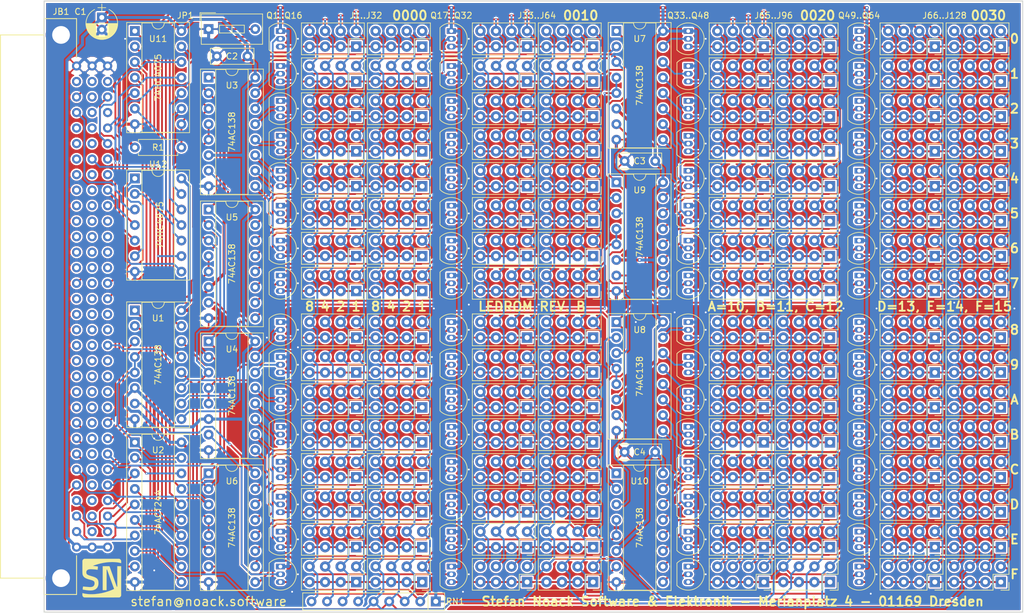
<source format=kicad_pcb>
(kicad_pcb (version 20171130) (host pcbnew 5.0.0)
  (layers (0 F.Cu signal) (31 B.Cu signal) (34 B.Paste user) (35 F.Paste user) (36 B.SilkS user) (37 F.SilkS user) (38 B.Mask user) (39 F.Mask user) (44 Edge.Cuts user))
  (net 0 "")
  (net 1 "Net-(J1-Pad1)")
  (net 2 /8bytes0/D0)
  (net 3 /8bytes0/D1)
  (net 4 /8bytes0/D2)
  (net 5 /8bytes0/D3)
  (net 6 /8bytes0/D4)
  (net 7 /8bytes0/D5)
  (net 8 /8bytes0/D6)
  (net 9 /8bytes0/D7)
  (net 10 "Net-(J3-Pad1)")
  (net 11 "Net-(J5-Pad1)")
  (net 12 "Net-(J7-Pad1)")
  (net 13 "Net-(J10-Pad1)")
  (net 14 "Net-(J11-Pad1)")
  (net 15 "Net-(J13-Pad1)")
  (net 16 "Net-(J15-Pad1)")
  (net 17 "Net-(J17-Pad1)")
  (net 18 "Net-(J19-Pad1)")
  (net 19 "Net-(J21-Pad1)")
  (net 20 "Net-(J23-Pad1)")
  (net 21 "Net-(J25-Pad1)")
  (net 22 "Net-(J27-Pad1)")
  (net 23 "Net-(J29-Pad1)")
  (net 24 "Net-(J31-Pad1)")
  (net 25 "Net-(J33-Pad1)")
  (net 26 "Net-(J35-Pad1)")
  (net 27 "Net-(J37-Pad1)")
  (net 28 "Net-(J39-Pad1)")
  (net 29 "Net-(J41-Pad1)")
  (net 30 "Net-(J43-Pad1)")
  (net 31 "Net-(J45-Pad1)")
  (net 32 "Net-(J47-Pad1)")
  (net 33 "Net-(J49-Pad1)")
  (net 34 "Net-(J51-Pad1)")
  (net 35 "Net-(J53-Pad1)")
  (net 36 "Net-(J55-Pad1)")
  (net 37 "Net-(J57-Pad1)")
  (net 38 "Net-(J59-Pad1)")
  (net 39 "Net-(J61-Pad1)")
  (net 40 "Net-(J63-Pad1)")
  (net 41 "Net-(J65-Pad1)")
  (net 42 "Net-(J67-Pad1)")
  (net 43 "Net-(J69-Pad1)")
  (net 44 "Net-(J71-Pad1)")
  (net 45 "Net-(J73-Pad1)")
  (net 46 "Net-(J75-Pad1)")
  (net 47 "Net-(J77-Pad1)")
  (net 48 "Net-(J79-Pad1)")
  (net 49 "Net-(J81-Pad1)")
  (net 50 "Net-(J83-Pad1)")
  (net 51 "Net-(J85-Pad1)")
  (net 52 "Net-(J87-Pad1)")
  (net 53 "Net-(J89-Pad1)")
  (net 54 "Net-(J91-Pad1)")
  (net 55 "Net-(J93-Pad1)")
  (net 56 "Net-(J95-Pad1)")
  (net 57 "Net-(J97-Pad1)")
  (net 58 "Net-(J100-Pad1)")
  (net 59 "Net-(J101-Pad1)")
  (net 60 "Net-(J103-Pad1)")
  (net 61 "Net-(J105-Pad1)")
  (net 62 "Net-(J107-Pad1)")
  (net 63 "Net-(J109-Pad1)")
  (net 64 "Net-(J111-Pad1)")
  (net 65 "Net-(J113-Pad1)")
  (net 66 "Net-(J115-Pad1)")
  (net 67 "Net-(J117-Pad1)")
  (net 68 "Net-(J119-Pad1)")
  (net 69 "Net-(J121-Pad1)")
  (net 70 "Net-(J123-Pad1)")
  (net 71 "Net-(J125-Pad1)")
  (net 72 "Net-(J127-Pad1)")
  (net 73 "Net-(Q1-Pad2)")
  (net 74 VCC)
  (net 75 "Net-(Q2-Pad2)")
  (net 76 "Net-(Q3-Pad2)")
  (net 77 "Net-(Q4-Pad2)")
  (net 78 "Net-(Q5-Pad2)")
  (net 79 "Net-(Q6-Pad2)")
  (net 80 "Net-(Q7-Pad2)")
  (net 81 "Net-(Q8-Pad2)")
  (net 82 "Net-(Q9-Pad2)")
  (net 83 "Net-(Q10-Pad2)")
  (net 84 "Net-(Q11-Pad2)")
  (net 85 "Net-(Q12-Pad2)")
  (net 86 "Net-(Q13-Pad2)")
  (net 87 "Net-(Q14-Pad2)")
  (net 88 "Net-(Q15-Pad2)")
  (net 89 "Net-(Q16-Pad2)")
  (net 90 "Net-(Q17-Pad2)")
  (net 91 "Net-(Q18-Pad2)")
  (net 92 "Net-(Q19-Pad2)")
  (net 93 "Net-(Q20-Pad2)")
  (net 94 "Net-(Q21-Pad2)")
  (net 95 "Net-(Q22-Pad2)")
  (net 96 "Net-(Q23-Pad2)")
  (net 97 "Net-(Q24-Pad2)")
  (net 98 "Net-(Q25-Pad2)")
  (net 99 "Net-(Q26-Pad2)")
  (net 100 "Net-(Q27-Pad2)")
  (net 101 "Net-(Q28-Pad2)")
  (net 102 "Net-(Q29-Pad2)")
  (net 103 "Net-(Q30-Pad2)")
  (net 104 "Net-(Q31-Pad2)")
  (net 105 "Net-(Q32-Pad2)")
  (net 106 "Net-(Q33-Pad2)")
  (net 107 "Net-(Q34-Pad2)")
  (net 108 "Net-(Q35-Pad2)")
  (net 109 "Net-(Q36-Pad2)")
  (net 110 "Net-(Q37-Pad2)")
  (net 111 "Net-(Q38-Pad2)")
  (net 112 "Net-(Q39-Pad2)")
  (net 113 "Net-(Q40-Pad2)")
  (net 114 "Net-(Q41-Pad2)")
  (net 115 "Net-(Q42-Pad2)")
  (net 116 "Net-(Q43-Pad2)")
  (net 117 "Net-(Q44-Pad2)")
  (net 118 "Net-(Q45-Pad2)")
  (net 119 "Net-(Q46-Pad2)")
  (net 120 "Net-(Q47-Pad2)")
  (net 121 "Net-(Q48-Pad2)")
  (net 122 "Net-(Q49-Pad2)")
  (net 123 "Net-(Q50-Pad2)")
  (net 124 "Net-(Q51-Pad2)")
  (net 125 "Net-(Q52-Pad2)")
  (net 126 "Net-(Q53-Pad2)")
  (net 127 "Net-(Q54-Pad2)")
  (net 128 "Net-(Q55-Pad2)")
  (net 129 "Net-(Q56-Pad2)")
  (net 130 "Net-(Q57-Pad2)")
  (net 131 "Net-(Q58-Pad2)")
  (net 132 "Net-(Q59-Pad2)")
  (net 133 "Net-(Q60-Pad2)")
  (net 134 "Net-(Q61-Pad2)")
  (net 135 "Net-(Q62-Pad2)")
  (net 136 "Net-(Q63-Pad2)")
  (net 137 "Net-(Q64-Pad2)")
  (net 138 /8bytes6/~E1)
  (net 139 /8bytes5/~E1)
  (net 140 /8bytes4/~E1)
  (net 141 /8bytes3/~E1)
  (net 142 /8bytes2/~E1)
  (net 143 /8bytes1/~E1)
  (net 144 /8bytes7/~E1)
  (net 145 /8bytes0/~E1)
  (net 146 GND)
  (net 147 /A8)
  (net 148 /A6)
  (net 149 /A7)
  (net 150 /A11)
  (net 151 /A14)
  (net 152 /A10)
  (net 153 /A12)
  (net 154 /A15)
  (net 155 /A13)
  (net 156 /A9)
  (net 157 /A3)
  (net 158 /A4)
  (net 159 /A5)
  (net 160 /D3)
  (net 161 /D7)
  (net 162 /D2)
  (net 163 /D6)
  (net 164 /D1)
  (net 165 /D5)
  (net 166 /D0)
  (net 167 /D4)
  (net 168 /A0)
  (net 169 /A1)
  (net 170 /A2)
  (net 171 "Net-(U11-Pad6)")
  (net 172 "Net-(U11-Pad10)")
  (net 173 /~RD)
  (net 174 /~MREQ)
  (net 175 /~ROB)
  (net 176 "Net-(JB1-PadA10)")
  (net 177 "Net-(JB1-PadA11)")
  (net 178 "Net-(JB1-PadA12)")
  (net 179 "Net-(JB1-PadA13)")
  (net 180 "Net-(JB1-PadA14)")
  (net 181 "Net-(JB1-PadA15)")
  (net 182 "Net-(JB1-PadA16)")
  (net 183 "Net-(JB1-PadA17)")
  (net 184 "Net-(JB1-PadA19)")
  (net 185 "Net-(JB1-PadA20)")
  (net 186 "Net-(JB1-PadA21)")
  (net 187 "Net-(JB1-PadA22)")
  (net 188 "Net-(JB1-PadA23)")
  (net 189 "Net-(JB1-PadA24)")
  (net 190 "Net-(JB1-PadA25)")
  (net 191 "Net-(JB1-PadA26)")
  (net 192 "Net-(JB1-PadA27)")
  (net 193 "Net-(JB1-PadA28)")
  (net 194 "Net-(JB1-PadA31)")
  (net 195 "Net-(JB1-PadB31)")
  (net 196 "Net-(JB1-PadB30)")
  (net 197 "Net-(JB1-PadB29)")
  (net 198 "Net-(JB1-PadB28)")
  (net 199 "Net-(JB1-PadB27)")
  (net 200 "Net-(JB1-PadB25)")
  (net 201 "Net-(JB1-PadB24)")
  (net 202 "Net-(JB1-PadB23)")
  (net 203 "Net-(JB1-PadB22)")
  (net 204 "Net-(JB1-PadB21)")
  (net 205 "Net-(JB1-PadB20)")
  (net 206 "Net-(JB1-PadB19)")
  (net 207 "Net-(JB1-PadB18)")
  (net 208 "Net-(JB1-PadB17)")
  (net 209 "Net-(JB1-PadB16)")
  (net 210 "Net-(JB1-PadB15)")
  (net 211 "Net-(JB1-PadB14)")
  (net 212 "Net-(JB1-PadB13)")
  (net 213 "Net-(JB1-PadB12)")
  (net 214 "Net-(JB1-PadB11)")
  (net 215 "Net-(JB1-PadB10)")
  (net 216 "Net-(JB1-PadB9)")
  (net 217 "Net-(JB1-PadB8)")
  (net 218 "Net-(JB1-PadB7)")
  (net 219 "Net-(JB1-PadB6)")
  (net 220 "Net-(JB1-PadB5)")
  (net 221 "Net-(JB1-PadB3)")
  (net 222 "Net-(JB1-PadB4)")
  (net 223 "Net-(JB1-PadB2)")
  (net 224 "Net-(JB1-PadC10)")
  (net 225 "Net-(JB1-PadC11)")
  (net 226 "Net-(JB1-PadC12)")
  (net 227 "Net-(JB1-PadC13)")
  (net 228 "Net-(JB1-PadC15)")
  (net 229 "Net-(JB1-PadC16)")
  (net 230 "Net-(JB1-PadC19)")
  (net 231 "Net-(JB1-PadC20)")
  (net 232 "Net-(JB1-PadC21)")
  (net 233 "Net-(JB1-PadC22)")
  (net 234 "Net-(JB1-PadC23)")
  (net 235 "Net-(JB1-PadC25)")
  (net 236 "Net-(JB1-PadC26)")
  (net 237 "Net-(JB1-PadC29)")
  (net 238 "Net-(JB1-PadC31)")
  (net 239 /AddrDecode/~ON)
  (net 240 "Net-(U11-Pad9)")
  (net 241 "Net-(U12-Pad1)")
  (net 242 "Net-(U12-Pad10)")
  (module TO_SOT_Packages_THT:TO-92_Inline_Narrow_Oval (layer F.Cu) (at 113.8775 83.49 270)
    (fp_text reference Q6 hide)
    (fp_text value ZVP3306A)
    (pad 1 thru_hole rect (at 0 0 90) (size 0.9 1.5) (drill 0.6) (layers *.Cu *.Mask) (net 74 VCC))
    (pad 3 thru_hole oval (at 2.54 0 90) (size 0.9 1.5) (drill 0.6) (layers *.Cu *.Mask) (net 14 "Net-(J11-Pad1)"))
    (pad 2 thru_hole oval (at 1.27 0 90) (size 0.9 1.5) (drill 0.6) (layers *.Cu *.Mask) (net 79 "Net-(Q6-Pad2)"))
  )
  (module Housings_DIP:DIP-16_W7.62mm_Socket (layer F.Cu) (at 90.065 100.635)
    (fp_text reference U1 (at 3.81 1.27) (layer F.SilkS))
    (fp_text value 74AC138 (at 3.81 8.89 90) (layer F.SilkS))
    (pad 1 thru_hole rect (at 0 0) (size 1.6 1.6) (drill 0.8) (layers *.Cu *.Mask) (net 157 /A3))
    (pad 9 thru_hole oval (at 7.62 17.78) (size 1.6 1.6) (drill 0.8) (layers *.Cu *.Mask) (net 138 /8bytes6/~E1))
    (pad 2 thru_hole oval (at 0 2.54) (size 1.6 1.6) (drill 0.8) (layers *.Cu *.Mask) (net 158 /A4))
    (pad 10 thru_hole oval (at 7.62 15.24) (size 1.6 1.6) (drill 0.8) (layers *.Cu *.Mask) (net 139 /8bytes5/~E1))
    (pad 3 thru_hole oval (at 0 5.08) (size 1.6 1.6) (drill 0.8) (layers *.Cu *.Mask) (net 159 /A5))
    (pad 11 thru_hole oval (at 7.62 12.7) (size 1.6 1.6) (drill 0.8) (layers *.Cu *.Mask) (net 140 /8bytes4/~E1))
    (pad 4 thru_hole oval (at 0 7.62) (size 1.6 1.6) (drill 0.8) (layers *.Cu *.Mask) (net 175 /~ROB))
    (pad 12 thru_hole oval (at 7.62 10.16) (size 1.6 1.6) (drill 0.8) (layers *.Cu *.Mask) (net 141 /8bytes3/~E1))
    (pad 5 thru_hole oval (at 0 10.16) (size 1.6 1.6) (drill 0.8) (layers *.Cu *.Mask) (net 175 /~ROB))
    (pad 13 thru_hole oval (at 7.62 7.62) (size 1.6 1.6) (drill 0.8) (layers *.Cu *.Mask) (net 142 /8bytes2/~E1))
    (pad 6 thru_hole oval (at 0 12.7) (size 1.6 1.6) (drill 0.8) (layers *.Cu *.Mask) (net 74 VCC))
    (pad 14 thru_hole oval (at 7.62 5.08) (size 1.6 1.6) (drill 0.8) (layers *.Cu *.Mask) (net 143 /8bytes1/~E1))
    (pad 7 thru_hole oval (at 0 15.24) (size 1.6 1.6) (drill 0.8) (layers *.Cu *.Mask) (net 144 /8bytes7/~E1))
    (pad 15 thru_hole oval (at 7.62 2.54) (size 1.6 1.6) (drill 0.8) (layers *.Cu *.Mask) (net 145 /8bytes0/~E1))
    (pad 8 thru_hole oval (at 0 17.78) (size 1.6 1.6) (drill 0.8) (layers *.Cu *.Mask) (net 146 GND))
    (pad 16 thru_hole oval (at 7.62 0) (size 1.6 1.6) (drill 0.8) (layers *.Cu *.Mask) (net 74 VCC))
  )
  (module Capacitors_THT:CP_Radial_D5.0mm_P2.00mm (layer F.Cu) (at 84.6675 52.6925 270)
    (fp_text reference C1 (at -0.9525 3.4925) (layer F.SilkS))
    (fp_text value 1µF hide)
    (pad 1 thru_hole rect (at 0 0 270) (size 1.6 1.6) (drill 0.8) (layers *.Cu *.Mask) (net 74 VCC))
    (pad 2 thru_hole circle (at 2 0 270) (size 1.6 1.6) (drill 0.8) (layers *.Cu *.Mask) (net 146 GND))
  )
  (module TO_SOT_Packages_THT:TO-92_Inline_Narrow_Oval (layer F.Cu) (at 113.8775 131.115 270)
    (fp_text reference Q14 hide)
    (fp_text value ZVP3306A)
    (pad 1 thru_hole rect (at 0 0 90) (size 0.9 1.5) (drill 0.6) (layers *.Cu *.Mask) (net 74 VCC))
    (pad 3 thru_hole oval (at 2.54 0 90) (size 0.9 1.5) (drill 0.6) (layers *.Cu *.Mask) (net 22 "Net-(J27-Pad1)"))
    (pad 2 thru_hole oval (at 1.27 0 90) (size 0.9 1.5) (drill 0.6) (layers *.Cu *.Mask) (net 87 "Net-(Q14-Pad2)"))
  )
  (module TO_SOT_Packages_THT:TO-92_Inline_Narrow_Oval (layer F.Cu) (at 113.8775 113.97 270)
    (fp_text reference Q11 hide)
    (fp_text value ZVP3306A)
    (pad 2 thru_hole oval (at 1.27 0 90) (size 0.9 1.5) (drill 0.6) (layers *.Cu *.Mask) (net 84 "Net-(Q11-Pad2)"))
    (pad 3 thru_hole oval (at 2.54 0 90) (size 0.9 1.5) (drill 0.6) (layers *.Cu *.Mask) (net 19 "Net-(J21-Pad1)"))
    (pad 1 thru_hole rect (at 0 0 90) (size 0.9 1.5) (drill 0.6) (layers *.Cu *.Mask) (net 74 VCC))
  )
  (module Connectors_IEC_DIN:Socket_DIN41612-CaseC1-full-Male-96Pin-3rows (layer F.Cu) (at 83.08 100 270)
    (fp_text reference JB1 (at -48.26 5.08) (layer F.SilkS))
    (fp_text value C96ABC)
    (pad A1 thru_hole circle (at 39.37 2.54 90) (size 1.50114 1.50114) (drill 0.8001) (layers *.Cu *.Mask) (net 74 VCC))
    (pad A2 thru_hole circle (at 36.83 2.54 90) (size 1.50114 1.50114) (drill 0.8001) (layers *.Cu *.Mask) (net 165 /D5))
    (pad A4 thru_hole circle (at 31.75 2.54 90) (size 1.50114 1.50114) (drill 0.8001) (layers *.Cu *.Mask) (net 160 /D3))
    (pad A3 thru_hole circle (at 34.29 2.54 90) (size 1.50114 1.50114) (drill 0.8001) (layers *.Cu *.Mask) (net 163 /D6))
    (pad A5 thru_hole circle (at 29.21 2.54 90) (size 1.50114 1.50114) (drill 0.8001) (layers *.Cu *.Mask) (net 167 /D4))
    (pad A6 thru_hole circle (at 26.67 2.54 90) (size 1.50114 1.50114) (drill 0.8001) (layers *.Cu *.Mask) (net 170 /A2))
    (pad A7 thru_hole circle (at 24.13 2.54 90) (size 1.50114 1.50114) (drill 0.8001) (layers *.Cu *.Mask) (net 158 /A4))
    (pad A8 thru_hole circle (at 21.59 2.54 90) (size 1.50114 1.50114) (drill 0.8001) (layers *.Cu *.Mask) (net 159 /A5))
    (pad A9 thru_hole circle (at 19.05 2.54 90) (size 1.50114 1.50114) (drill 0.8001) (layers *.Cu *.Mask) (net 148 /A6))
    (pad A10 thru_hole circle (at 16.51 2.54 90) (size 1.50114 1.50114) (drill 0.8001) (layers *.Cu *.Mask) (net 176 "Net-(JB1-PadA10)"))
    (pad A11 thru_hole circle (at 13.97 2.54 90) (size 1.50114 1.50114) (drill 0.8001) (layers *.Cu *.Mask) (net 177 "Net-(JB1-PadA11)"))
    (pad A12 thru_hole circle (at 11.43 2.54 90) (size 1.50114 1.50114) (drill 0.8001) (layers *.Cu *.Mask) (net 178 "Net-(JB1-PadA12)"))
    (pad A13 thru_hole circle (at 8.89 2.54 90) (size 1.50114 1.50114) (drill 0.8001) (layers *.Cu *.Mask) (net 179 "Net-(JB1-PadA13)"))
    (pad A14 thru_hole circle (at 6.35 2.54 90) (size 1.50114 1.50114) (drill 0.8001) (layers *.Cu *.Mask) (net 180 "Net-(JB1-PadA14)"))
    (pad A15 thru_hole circle (at 3.81 2.54 90) (size 1.50114 1.50114) (drill 0.8001) (layers *.Cu *.Mask) (net 181 "Net-(JB1-PadA15)"))
    (pad A16 thru_hole circle (at 1.27 2.54 90) (size 1.50114 1.50114) (drill 0.8001) (layers *.Cu *.Mask) (net 182 "Net-(JB1-PadA16)"))
    (pad A17 thru_hole circle (at -1.27 2.54 90) (size 1.50114 1.50114) (drill 0.8001) (layers *.Cu *.Mask) (net 183 "Net-(JB1-PadA17)"))
    (pad A18 thru_hole circle (at -3.81 2.54 90) (size 1.50114 1.50114) (drill 0.8001) (layers *.Cu *.Mask) (net 151 /A14))
    (pad A19 thru_hole circle (at -6.35 2.54 90) (size 1.50114 1.50114) (drill 0.8001) (layers *.Cu *.Mask) (net 184 "Net-(JB1-PadA19)"))
    (pad A20 thru_hole circle (at -8.89 2.54 90) (size 1.50114 1.50114) (drill 0.8001) (layers *.Cu *.Mask) (net 185 "Net-(JB1-PadA20)"))
    (pad A21 thru_hole circle (at -11.43 2.54 90) (size 1.50114 1.50114) (drill 0.8001) (layers *.Cu *.Mask) (net 186 "Net-(JB1-PadA21)"))
    (pad A22 thru_hole circle (at -13.97 2.54 90) (size 1.50114 1.50114) (drill 0.8001) (layers *.Cu *.Mask) (net 187 "Net-(JB1-PadA22)"))
    (pad A23 thru_hole circle (at -16.51 2.54 90) (size 1.50114 1.50114) (drill 0.8001) (layers *.Cu *.Mask) (net 188 "Net-(JB1-PadA23)"))
    (pad A24 thru_hole circle (at -19.05 2.54 90) (size 1.50114 1.50114) (drill 0.8001) (layers *.Cu *.Mask) (net 189 "Net-(JB1-PadA24)"))
    (pad A25 thru_hole circle (at -21.59 2.54 90) (size 1.50114 1.50114) (drill 0.8001) (layers *.Cu *.Mask) (net 190 "Net-(JB1-PadA25)"))
    (pad A26 thru_hole circle (at -24.13 2.54 90) (size 1.50114 1.50114) (drill 0.8001) (layers *.Cu *.Mask) (net 191 "Net-(JB1-PadA26)"))
    (pad A27 thru_hole circle (at -26.67 2.54 90) (size 1.50114 1.50114) (drill 0.8001) (layers *.Cu *.Mask) (net 192 "Net-(JB1-PadA27)"))
    (pad A28 thru_hole circle (at -29.21 2.54 90) (size 1.50114 1.50114) (drill 0.8001) (layers *.Cu *.Mask) (net 193 "Net-(JB1-PadA28)"))
    (pad A29 thru_hole circle (at -31.75 2.54 90) (size 1.50114 1.50114) (drill 0.8001) (layers *.Cu *.Mask) (net 155 /A13))
    (pad A30 thru_hole circle (at -34.29 2.54 90) (size 1.50114 1.50114) (drill 0.8001) (layers *.Cu *.Mask) (net 156 /A9))
    (pad A31 thru_hole circle (at -36.83 2.54 90) (size 1.50114 1.50114) (drill 0.8001) (layers *.Cu *.Mask) (net 194 "Net-(JB1-PadA31)"))
    (pad A32 thru_hole circle (at -39.37 2.54 90) (size 1.50114 1.50114) (drill 0.8001) (layers *.Cu *.Mask) (net 146 GND))
    (pad B32 thru_hole circle (at -39.37 0 90) (size 1.50114 1.50114) (drill 0.8001) (layers *.Cu *.Mask) (net 146 GND))
    (pad B31 thru_hole circle (at -36.83 0 90) (size 1.50114 1.50114) (drill 0.8001) (layers *.Cu *.Mask) (net 195 "Net-(JB1-PadB31)"))
    (pad B30 thru_hole circle (at -34.29 0 90) (size 1.50114 1.50114) (drill 0.8001) (layers *.Cu *.Mask) (net 196 "Net-(JB1-PadB30)"))
    (pad B29 thru_hole circle (at -31.75 0 90) (size 1.50114 1.50114) (drill 0.8001) (layers *.Cu *.Mask) (net 197 "Net-(JB1-PadB29)"))
    (pad B28 thru_hole circle (at -29.21 0 90) (size 1.50114 1.50114) (drill 0.8001) (layers *.Cu *.Mask) (net 198 "Net-(JB1-PadB28)"))
    (pad B27 thru_hole circle (at -26.67 0 90) (size 1.50114 1.50114) (drill 0.8001) (layers *.Cu *.Mask) (net 199 "Net-(JB1-PadB27)"))
    (pad B26 thru_hole circle (at -24.13 0 90) (size 1.50114 1.50114) (drill 0.8001) (layers *.Cu *.Mask) (net 175 /~ROB))
    (pad B25 thru_hole circle (at -21.59 0 90) (size 1.50114 1.50114) (drill 0.8001) (layers *.Cu *.Mask) (net 200 "Net-(JB1-PadB25)"))
    (pad B24 thru_hole circle (at -19.05 0 90) (size 1.50114 1.50114) (drill 0.8001) (layers *.Cu *.Mask) (net 201 "Net-(JB1-PadB24)"))
    (pad B23 thru_hole circle (at -16.51 0 90) (size 1.50114 1.50114) (drill 0.8001) (layers *.Cu *.Mask) (net 202 "Net-(JB1-PadB23)"))
    (pad B22 thru_hole circle (at -13.97 0 90) (size 1.50114 1.50114) (drill 0.8001) (layers *.Cu *.Mask) (net 203 "Net-(JB1-PadB22)"))
    (pad B21 thru_hole circle (at -11.43 0 90) (size 1.50114 1.50114) (drill 0.8001) (layers *.Cu *.Mask) (net 204 "Net-(JB1-PadB21)"))
    (pad B20 thru_hole circle (at -8.89 0 90) (size 1.50114 1.50114) (drill 0.8001) (layers *.Cu *.Mask) (net 205 "Net-(JB1-PadB20)"))
    (pad B19 thru_hole circle (at -6.35 0 90) (size 1.50114 1.50114) (drill 0.8001) (layers *.Cu *.Mask) (net 206 "Net-(JB1-PadB19)"))
    (pad B18 thru_hole circle (at -3.81 0 90) (size 1.50114 1.50114) (drill 0.8001) (layers *.Cu *.Mask) (net 207 "Net-(JB1-PadB18)"))
    (pad B17 thru_hole circle (at -1.27 0 90) (size 1.50114 1.50114) (drill 0.8001) (layers *.Cu *.Mask) (net 208 "Net-(JB1-PadB17)"))
    (pad B16 thru_hole circle (at 1.27 0 90) (size 1.50114 1.50114) (drill 0.8001) (layers *.Cu *.Mask) (net 209 "Net-(JB1-PadB16)"))
    (pad B15 thru_hole circle (at 3.81 0 90) (size 1.50114 1.50114) (drill 0.8001) (layers *.Cu *.Mask) (net 210 "Net-(JB1-PadB15)"))
    (pad B14 thru_hole circle (at 6.35 0 90) (size 1.50114 1.50114) (drill 0.8001) (layers *.Cu *.Mask) (net 211 "Net-(JB1-PadB14)"))
    (pad B13 thru_hole circle (at 8.89 0 90) (size 1.50114 1.50114) (drill 0.8001) (layers *.Cu *.Mask) (net 212 "Net-(JB1-PadB13)"))
    (pad B12 thru_hole circle (at 11.43 0 90) (size 1.50114 1.50114) (drill 0.8001) (layers *.Cu *.Mask) (net 213 "Net-(JB1-PadB12)"))
    (pad B11 thru_hole circle (at 13.97 0 90) (size 1.50114 1.50114) (drill 0.8001) (layers *.Cu *.Mask) (net 214 "Net-(JB1-PadB11)"))
    (pad B10 thru_hole circle (at 16.51 0 90) (size 1.50114 1.50114) (drill 0.8001) (layers *.Cu *.Mask) (net 215 "Net-(JB1-PadB10)"))
    (pad B9 thru_hole circle (at 19.05 0 90) (size 1.50114 1.50114) (drill 0.8001) (layers *.Cu *.Mask) (net 216 "Net-(JB1-PadB9)"))
    (pad B8 thru_hole circle (at 21.59 0 90) (size 1.50114 1.50114) (drill 0.8001) (layers *.Cu *.Mask) (net 217 "Net-(JB1-PadB8)"))
    (pad B7 thru_hole circle (at 24.13 0 90) (size 1.50114 1.50114) (drill 0.8001) (layers *.Cu *.Mask) (net 218 "Net-(JB1-PadB7)"))
    (pad B6 thru_hole circle (at 26.67 0 90) (size 1.50114 1.50114) (drill 0.8001) (layers *.Cu *.Mask) (net 219 "Net-(JB1-PadB6)"))
    (pad B5 thru_hole circle (at 29.21 0 90) (size 1.50114 1.50114) (drill 0.8001) (layers *.Cu *.Mask) (net 220 "Net-(JB1-PadB5)"))
    (pad B3 thru_hole circle (at 34.29 0 90) (size 1.50114 1.50114) (drill 0.8001) (layers *.Cu *.Mask) (net 221 "Net-(JB1-PadB3)"))
    (pad B4 thru_hole circle (at 31.75 0 90) (size 1.50114 1.50114) (drill 0.8001) (layers *.Cu *.Mask) (net 222 "Net-(JB1-PadB4)"))
    (pad B2 thru_hole circle (at 36.83 0 90) (size 1.50114 1.50114) (drill 0.8001) (layers *.Cu *.Mask) (net 223 "Net-(JB1-PadB2)"))
    (pad B1 thru_hole circle (at 39.37 0 90) (size 1.50114 1.50114) (drill 0.8001) (layers *.Cu *.Mask) (net 74 VCC))
    (pad C1 thru_hole circle (at 39.37 -2.54 90) (size 1.50114 1.50114) (drill 0.8001) (layers *.Cu *.Mask) (net 74 VCC))
    (pad C2 thru_hole circle (at 36.83 -2.54 90) (size 1.50114 1.50114) (drill 0.8001) (layers *.Cu *.Mask) (net 166 /D0))
    (pad C4 thru_hole circle (at 31.75 -2.54 90) (size 1.50114 1.50114) (drill 0.8001) (layers *.Cu *.Mask) (net 162 /D2))
    (pad C3 thru_hole circle (at 34.29 -2.54 90) (size 1.50114 1.50114) (drill 0.8001) (layers *.Cu *.Mask) (net 161 /D7))
    (pad C5 thru_hole circle (at 29.21 -2.54 90) (size 1.50114 1.50114) (drill 0.8001) (layers *.Cu *.Mask) (net 168 /A0))
    (pad C6 thru_hole circle (at 26.67 -2.54 90) (size 1.50114 1.50114) (drill 0.8001) (layers *.Cu *.Mask) (net 157 /A3))
    (pad C7 thru_hole circle (at 24.13 -2.54 90) (size 1.50114 1.50114) (drill 0.8001) (layers *.Cu *.Mask) (net 169 /A1))
    (pad C8 thru_hole circle (at 21.59 -2.54 90) (size 1.50114 1.50114) (drill 0.8001) (layers *.Cu *.Mask) (net 147 /A8))
    (pad C9 thru_hole circle (at 19.05 -2.54 90) (size 1.50114 1.50114) (drill 0.8001) (layers *.Cu *.Mask) (net 149 /A7))
    (pad C10 thru_hole circle (at 16.51 -2.54 90) (size 1.50114 1.50114) (drill 0.8001) (layers *.Cu *.Mask) (net 224 "Net-(JB1-PadC10)"))
    (pad C11 thru_hole circle (at 13.97 -2.54 90) (size 1.50114 1.50114) (drill 0.8001) (layers *.Cu *.Mask) (net 225 "Net-(JB1-PadC11)"))
    (pad C12 thru_hole circle (at 11.43 -2.54 90) (size 1.50114 1.50114) (drill 0.8001) (layers *.Cu *.Mask) (net 226 "Net-(JB1-PadC12)"))
    (pad C13 thru_hole circle (at 8.89 -2.54 90) (size 1.50114 1.50114) (drill 0.8001) (layers *.Cu *.Mask) (net 227 "Net-(JB1-PadC13)"))
    (pad C14 thru_hole circle (at 6.35 -2.54 90) (size 1.50114 1.50114) (drill 0.8001) (layers *.Cu *.Mask) (net 164 /D1))
    (pad C15 thru_hole circle (at 3.81 -2.54 90) (size 1.50114 1.50114) (drill 0.8001) (layers *.Cu *.Mask) (net 228 "Net-(JB1-PadC15)"))
    (pad C16 thru_hole circle (at 1.27 -2.54 90) (size 1.50114 1.50114) (drill 0.8001) (layers *.Cu *.Mask) (net 229 "Net-(JB1-PadC16)"))
    (pad C17 thru_hole circle (at -1.27 -2.54 90) (size 1.50114 1.50114) (drill 0.8001) (layers *.Cu *.Mask) (net 150 /A11))
    (pad C18 thru_hole circle (at -3.81 -2.54 90) (size 1.50114 1.50114) (drill 0.8001) (layers *.Cu *.Mask) (net 152 /A10))
    (pad C19 thru_hole circle (at -6.35 -2.54 90) (size 1.50114 1.50114) (drill 0.8001) (layers *.Cu *.Mask) (net 230 "Net-(JB1-PadC19)"))
    (pad C20 thru_hole circle (at -8.89 -2.54 90) (size 1.50114 1.50114) (drill 0.8001) (layers *.Cu *.Mask) (net 231 "Net-(JB1-PadC20)"))
    (pad C21 thru_hole circle (at -11.43 -2.54 90) (size 1.50114 1.50114) (drill 0.8001) (layers *.Cu *.Mask) (net 232 "Net-(JB1-PadC21)"))
    (pad C22 thru_hole circle (at -13.97 -2.54 90) (size 1.50114 1.50114) (drill 0.8001) (layers *.Cu *.Mask) (net 233 "Net-(JB1-PadC22)"))
    (pad C23 thru_hole circle (at -16.51 -2.54 90) (size 1.50114 1.50114) (drill 0.8001) (layers *.Cu *.Mask) (net 234 "Net-(JB1-PadC23)"))
    (pad C24 thru_hole circle (at -19.05 -2.54 90) (size 1.50114 1.50114) (drill 0.8001) (layers *.Cu *.Mask) (net 173 /~RD))
    (pad C25 thru_hole circle (at -21.59 -2.54 90) (size 1.50114 1.50114) (drill 0.8001) (layers *.Cu *.Mask) (net 235 "Net-(JB1-PadC25)"))
    (pad C26 thru_hole circle (at -24.13 -2.54 90) (size 1.50114 1.50114) (drill 0.8001) (layers *.Cu *.Mask) (net 236 "Net-(JB1-PadC26)"))
    (pad C27 thru_hole circle (at -26.67 -2.54 90) (size 1.50114 1.50114) (drill 0.8001) (layers *.Cu *.Mask) (net 153 /A12))
    (pad C28 thru_hole circle (at -29.21 -2.54 90) (size 1.50114 1.50114) (drill 0.8001) (layers *.Cu *.Mask) (net 154 /A15))
    (pad C29 thru_hole circle (at -31.75 -2.54 90) (size 1.50114 1.50114) (drill 0.8001) (layers *.Cu *.Mask) (net 237 "Net-(JB1-PadC29)"))
    (pad C30 thru_hole circle (at -34.29 -2.54 90) (size 1.50114 1.50114) (drill 0.8001) (layers *.Cu *.Mask) (net 174 /~MREQ))
    (pad C31 thru_hole circle (at -36.83 -2.54 90) (size 1.50114 1.50114) (drill 0.8001) (layers *.Cu *.Mask) (net 238 "Net-(JB1-PadC31)"))
    (pad C32 thru_hole circle (at -39.37 -2.54 90) (size 1.50114 1.50114) (drill 0.8001) (layers *.Cu *.Mask) (net 146 GND))
    (pad A32 thru_hole circle (at -44.45 5.08 270) (size 5 5) (drill 2.90068) (layers *.Cu *.Mask) (net 146 GND))
    (pad A32 thru_hole circle (at 44.45 5.08 270) (size 5 5) (drill 2.90068) (layers *.Cu *.Mask) (net 146 GND))
  )
  (module Socket_Strips:Socket_Strip_Straight_2x04_Pitch2.54mm (layer F.Cu) (at 203.73 105.08 270)
    (fp_text reference J81 hide)
    (fp_text value Conn_02x04_Odd_Even hide)
    (pad 1 thru_hole rect (at 0 0 270) (size 1.7 1.7) (drill 0.8) (layers *.Cu *.Mask) (net 49 "Net-(J81-Pad1)"))
    (pad 2 thru_hole oval (at -2.54 0 270) (size 1.7 1.7) (drill 0.8) (layers *.Cu *.Mask) (net 2 /8bytes0/D0))
    (pad 3 thru_hole oval (at 0 2.54 270) (size 1.7 1.7) (drill 0.8) (layers *.Cu *.Mask) (net 49 "Net-(J81-Pad1)"))
    (pad 4 thru_hole oval (at -2.54 2.54 270) (size 1.7 1.7) (drill 0.8) (layers *.Cu *.Mask) (net 3 /8bytes0/D1))
    (pad 5 thru_hole oval (at 0 5.08 270) (size 1.7 1.7) (drill 0.8) (layers *.Cu *.Mask) (net 49 "Net-(J81-Pad1)"))
    (pad 6 thru_hole oval (at -2.54 5.08 270) (size 1.7 1.7) (drill 0.8) (layers *.Cu *.Mask) (net 4 /8bytes0/D2))
    (pad 7 thru_hole oval (at 0 7.62 270) (size 1.7 1.7) (drill 0.8) (layers *.Cu *.Mask) (net 49 "Net-(J81-Pad1)"))
    (pad 8 thru_hole oval (at -2.54 7.62 270) (size 1.7 1.7) (drill 0.8) (layers *.Cu *.Mask) (net 5 /8bytes0/D3))
  )
  (module Buttons_Switches_THT:SW_DIP_x1_W7.62mm_Slide (layer F.Cu) (at 102.13 54.5975)
    (fp_text reference JP1 (at -3.81 -2.2225) (layer F.SilkS))
    (fp_text value DIPSWITCH hide)
    (pad 1 thru_hole rect (at 0 0) (size 1.6 1.6) (drill 0.8) (layers *.Cu *.Mask) (net 146 GND))
    (pad 2 thru_hole oval (at 7.62 0) (size 1.6 1.6) (drill 0.8) (layers *.Cu *.Mask) (net 239 /AddrDecode/~ON))
  )
  (module Socket_Strips:Socket_Strip_Straight_2x04_Pitch2.54mm (layer F.Cu) (at 137.055 57.455 270)
    (fp_text reference J1 hide)
    (fp_text value Conn_02x04_Odd_Even hide)
    (pad 1 thru_hole rect (at 0 0 270) (size 1.7 1.7) (drill 0.8) (layers *.Cu *.Mask) (net 1 "Net-(J1-Pad1)"))
    (pad 2 thru_hole oval (at -2.54 0 270) (size 1.7 1.7) (drill 0.8) (layers *.Cu *.Mask) (net 2 /8bytes0/D0))
    (pad 3 thru_hole oval (at 0 2.54 270) (size 1.7 1.7) (drill 0.8) (layers *.Cu *.Mask) (net 1 "Net-(J1-Pad1)"))
    (pad 4 thru_hole oval (at -2.54 2.54 270) (size 1.7 1.7) (drill 0.8) (layers *.Cu *.Mask) (net 3 /8bytes0/D1))
    (pad 5 thru_hole oval (at 0 5.08 270) (size 1.7 1.7) (drill 0.8) (layers *.Cu *.Mask) (net 1 "Net-(J1-Pad1)"))
    (pad 6 thru_hole oval (at -2.54 5.08 270) (size 1.7 1.7) (drill 0.8) (layers *.Cu *.Mask) (net 4 /8bytes0/D2))
    (pad 7 thru_hole oval (at 0 7.62 270) (size 1.7 1.7) (drill 0.8) (layers *.Cu *.Mask) (net 1 "Net-(J1-Pad1)"))
    (pad 8 thru_hole oval (at -2.54 7.62 270) (size 1.7 1.7) (drill 0.8) (layers *.Cu *.Mask) (net 5 /8bytes0/D3))
  )
  (module Socket_Strips:Socket_Strip_Straight_2x04_Pitch2.54mm (layer F.Cu) (at 126.26 57.455 270)
    (fp_text reference J2 hide)
    (fp_text value Conn_02x04_Odd_Even hide)
    (pad 1 thru_hole rect (at 0 0 270) (size 1.7 1.7) (drill 0.8) (layers *.Cu *.Mask) (net 1 "Net-(J1-Pad1)"))
    (pad 2 thru_hole oval (at -2.54 0 270) (size 1.7 1.7) (drill 0.8) (layers *.Cu *.Mask) (net 6 /8bytes0/D4))
    (pad 3 thru_hole oval (at 0 2.54 270) (size 1.7 1.7) (drill 0.8) (layers *.Cu *.Mask) (net 1 "Net-(J1-Pad1)"))
    (pad 4 thru_hole oval (at -2.54 2.54 270) (size 1.7 1.7) (drill 0.8) (layers *.Cu *.Mask) (net 7 /8bytes0/D5))
    (pad 5 thru_hole oval (at 0 5.08 270) (size 1.7 1.7) (drill 0.8) (layers *.Cu *.Mask) (net 1 "Net-(J1-Pad1)"))
    (pad 6 thru_hole oval (at -2.54 5.08 270) (size 1.7 1.7) (drill 0.8) (layers *.Cu *.Mask) (net 8 /8bytes0/D6))
    (pad 7 thru_hole oval (at 0 7.62 270) (size 1.7 1.7) (drill 0.8) (layers *.Cu *.Mask) (net 1 "Net-(J1-Pad1)"))
    (pad 8 thru_hole oval (at -2.54 7.62 270) (size 1.7 1.7) (drill 0.8) (layers *.Cu *.Mask) (net 9 /8bytes0/D7))
  )
  (module Socket_Strips:Socket_Strip_Straight_2x04_Pitch2.54mm (layer F.Cu) (at 137.055 63.17 270)
    (fp_text reference J3 hide)
    (fp_text value Conn_02x04_Odd_Even hide)
    (pad 1 thru_hole rect (at 0 0 270) (size 1.7 1.7) (drill 0.8) (layers *.Cu *.Mask) (net 10 "Net-(J3-Pad1)"))
    (pad 2 thru_hole oval (at -2.54 0 270) (size 1.7 1.7) (drill 0.8) (layers *.Cu *.Mask) (net 2 /8bytes0/D0))
    (pad 3 thru_hole oval (at 0 2.54 270) (size 1.7 1.7) (drill 0.8) (layers *.Cu *.Mask) (net 10 "Net-(J3-Pad1)"))
    (pad 4 thru_hole oval (at -2.54 2.54 270) (size 1.7 1.7) (drill 0.8) (layers *.Cu *.Mask) (net 3 /8bytes0/D1))
    (pad 5 thru_hole oval (at 0 5.08 270) (size 1.7 1.7) (drill 0.8) (layers *.Cu *.Mask) (net 10 "Net-(J3-Pad1)"))
    (pad 6 thru_hole oval (at -2.54 5.08 270) (size 1.7 1.7) (drill 0.8) (layers *.Cu *.Mask) (net 4 /8bytes0/D2))
    (pad 7 thru_hole oval (at 0 7.62 270) (size 1.7 1.7) (drill 0.8) (layers *.Cu *.Mask) (net 10 "Net-(J3-Pad1)"))
    (pad 8 thru_hole oval (at -2.54 7.62 270) (size 1.7 1.7) (drill 0.8) (layers *.Cu *.Mask) (net 5 /8bytes0/D3))
  )
  (module Socket_Strips:Socket_Strip_Straight_2x04_Pitch2.54mm (layer F.Cu) (at 126.26 63.17 270)
    (fp_text reference J4 hide)
    (fp_text value Conn_02x04_Odd_Even hide)
    (pad 1 thru_hole rect (at 0 0 270) (size 1.7 1.7) (drill 0.8) (layers *.Cu *.Mask) (net 10 "Net-(J3-Pad1)"))
    (pad 2 thru_hole oval (at -2.54 0 270) (size 1.7 1.7) (drill 0.8) (layers *.Cu *.Mask) (net 6 /8bytes0/D4))
    (pad 3 thru_hole oval (at 0 2.54 270) (size 1.7 1.7) (drill 0.8) (layers *.Cu *.Mask) (net 10 "Net-(J3-Pad1)"))
    (pad 4 thru_hole oval (at -2.54 2.54 270) (size 1.7 1.7) (drill 0.8) (layers *.Cu *.Mask) (net 7 /8bytes0/D5))
    (pad 5 thru_hole oval (at 0 5.08 270) (size 1.7 1.7) (drill 0.8) (layers *.Cu *.Mask) (net 10 "Net-(J3-Pad1)"))
    (pad 6 thru_hole oval (at -2.54 5.08 270) (size 1.7 1.7) (drill 0.8) (layers *.Cu *.Mask) (net 8 /8bytes0/D6))
    (pad 7 thru_hole oval (at 0 7.62 270) (size 1.7 1.7) (drill 0.8) (layers *.Cu *.Mask) (net 10 "Net-(J3-Pad1)"))
    (pad 8 thru_hole oval (at -2.54 7.62 270) (size 1.7 1.7) (drill 0.8) (layers *.Cu *.Mask) (net 9 /8bytes0/D7))
  )
  (module Socket_Strips:Socket_Strip_Straight_2x04_Pitch2.54mm (layer F.Cu) (at 137.055 68.885 270)
    (fp_text reference J5 hide)
    (fp_text value Conn_02x04_Odd_Even hide)
    (pad 1 thru_hole rect (at 0 0 270) (size 1.7 1.7) (drill 0.8) (layers *.Cu *.Mask) (net 11 "Net-(J5-Pad1)"))
    (pad 2 thru_hole oval (at -2.54 0 270) (size 1.7 1.7) (drill 0.8) (layers *.Cu *.Mask) (net 2 /8bytes0/D0))
    (pad 3 thru_hole oval (at 0 2.54 270) (size 1.7 1.7) (drill 0.8) (layers *.Cu *.Mask) (net 11 "Net-(J5-Pad1)"))
    (pad 4 thru_hole oval (at -2.54 2.54 270) (size 1.7 1.7) (drill 0.8) (layers *.Cu *.Mask) (net 3 /8bytes0/D1))
    (pad 5 thru_hole oval (at 0 5.08 270) (size 1.7 1.7) (drill 0.8) (layers *.Cu *.Mask) (net 11 "Net-(J5-Pad1)"))
    (pad 6 thru_hole oval (at -2.54 5.08 270) (size 1.7 1.7) (drill 0.8) (layers *.Cu *.Mask) (net 4 /8bytes0/D2))
    (pad 7 thru_hole oval (at 0 7.62 270) (size 1.7 1.7) (drill 0.8) (layers *.Cu *.Mask) (net 11 "Net-(J5-Pad1)"))
    (pad 8 thru_hole oval (at -2.54 7.62 270) (size 1.7 1.7) (drill 0.8) (layers *.Cu *.Mask) (net 5 /8bytes0/D3))
  )
  (module Socket_Strips:Socket_Strip_Straight_2x04_Pitch2.54mm (layer F.Cu) (at 126.26 68.885 270)
    (fp_text reference J6 hide)
    (fp_text value Conn_02x04_Odd_Even hide)
    (pad 1 thru_hole rect (at 0 0 270) (size 1.7 1.7) (drill 0.8) (layers *.Cu *.Mask) (net 11 "Net-(J5-Pad1)"))
    (pad 2 thru_hole oval (at -2.54 0 270) (size 1.7 1.7) (drill 0.8) (layers *.Cu *.Mask) (net 6 /8bytes0/D4))
    (pad 3 thru_hole oval (at 0 2.54 270) (size 1.7 1.7) (drill 0.8) (layers *.Cu *.Mask) (net 11 "Net-(J5-Pad1)"))
    (pad 4 thru_hole oval (at -2.54 2.54 270) (size 1.7 1.7) (drill 0.8) (layers *.Cu *.Mask) (net 7 /8bytes0/D5))
    (pad 5 thru_hole oval (at 0 5.08 270) (size 1.7 1.7) (drill 0.8) (layers *.Cu *.Mask) (net 11 "Net-(J5-Pad1)"))
    (pad 6 thru_hole oval (at -2.54 5.08 270) (size 1.7 1.7) (drill 0.8) (layers *.Cu *.Mask) (net 8 /8bytes0/D6))
    (pad 7 thru_hole oval (at 0 7.62 270) (size 1.7 1.7) (drill 0.8) (layers *.Cu *.Mask) (net 11 "Net-(J5-Pad1)"))
    (pad 8 thru_hole oval (at -2.54 7.62 270) (size 1.7 1.7) (drill 0.8) (layers *.Cu *.Mask) (net 9 /8bytes0/D7))
  )
  (module Socket_Strips:Socket_Strip_Straight_2x04_Pitch2.54mm (layer F.Cu) (at 137.055 74.6 270)
    (fp_text reference J7 hide)
    (fp_text value Conn_02x04_Odd_Even hide)
    (pad 1 thru_hole rect (at 0 0 270) (size 1.7 1.7) (drill 0.8) (layers *.Cu *.Mask) (net 12 "Net-(J7-Pad1)"))
    (pad 2 thru_hole oval (at -2.54 0 270) (size 1.7 1.7) (drill 0.8) (layers *.Cu *.Mask) (net 2 /8bytes0/D0))
    (pad 3 thru_hole oval (at 0 2.54 270) (size 1.7 1.7) (drill 0.8) (layers *.Cu *.Mask) (net 12 "Net-(J7-Pad1)"))
    (pad 4 thru_hole oval (at -2.54 2.54 270) (size 1.7 1.7) (drill 0.8) (layers *.Cu *.Mask) (net 3 /8bytes0/D1))
    (pad 5 thru_hole oval (at 0 5.08 270) (size 1.7 1.7) (drill 0.8) (layers *.Cu *.Mask) (net 12 "Net-(J7-Pad1)"))
    (pad 6 thru_hole oval (at -2.54 5.08 270) (size 1.7 1.7) (drill 0.8) (layers *.Cu *.Mask) (net 4 /8bytes0/D2))
    (pad 7 thru_hole oval (at 0 7.62 270) (size 1.7 1.7) (drill 0.8) (layers *.Cu *.Mask) (net 12 "Net-(J7-Pad1)"))
    (pad 8 thru_hole oval (at -2.54 7.62 270) (size 1.7 1.7) (drill 0.8) (layers *.Cu *.Mask) (net 5 /8bytes0/D3))
  )
  (module Socket_Strips:Socket_Strip_Straight_2x04_Pitch2.54mm (layer F.Cu) (at 126.26 74.6 270)
    (fp_text reference J8 hide)
    (fp_text value Conn_02x04_Odd_Even hide)
    (pad 1 thru_hole rect (at 0 0 270) (size 1.7 1.7) (drill 0.8) (layers *.Cu *.Mask) (net 12 "Net-(J7-Pad1)"))
    (pad 2 thru_hole oval (at -2.54 0 270) (size 1.7 1.7) (drill 0.8) (layers *.Cu *.Mask) (net 6 /8bytes0/D4))
    (pad 3 thru_hole oval (at 0 2.54 270) (size 1.7 1.7) (drill 0.8) (layers *.Cu *.Mask) (net 12 "Net-(J7-Pad1)"))
    (pad 4 thru_hole oval (at -2.54 2.54 270) (size 1.7 1.7) (drill 0.8) (layers *.Cu *.Mask) (net 7 /8bytes0/D5))
    (pad 5 thru_hole oval (at 0 5.08 270) (size 1.7 1.7) (drill 0.8) (layers *.Cu *.Mask) (net 12 "Net-(J7-Pad1)"))
    (pad 6 thru_hole oval (at -2.54 5.08 270) (size 1.7 1.7) (drill 0.8) (layers *.Cu *.Mask) (net 8 /8bytes0/D6))
    (pad 7 thru_hole oval (at 0 7.62 270) (size 1.7 1.7) (drill 0.8) (layers *.Cu *.Mask) (net 12 "Net-(J7-Pad1)"))
    (pad 8 thru_hole oval (at -2.54 7.62 270) (size 1.7 1.7) (drill 0.8) (layers *.Cu *.Mask) (net 9 /8bytes0/D7))
  )
  (module Socket_Strips:Socket_Strip_Straight_2x04_Pitch2.54mm (layer F.Cu) (at 137.055 80.315 270)
    (fp_text reference J9 hide)
    (fp_text value Conn_02x04_Odd_Even hide)
    (pad 1 thru_hole rect (at 0 0 270) (size 1.7 1.7) (drill 0.8) (layers *.Cu *.Mask) (net 13 "Net-(J10-Pad1)"))
    (pad 2 thru_hole oval (at -2.54 0 270) (size 1.7 1.7) (drill 0.8) (layers *.Cu *.Mask) (net 2 /8bytes0/D0))
    (pad 3 thru_hole oval (at 0 2.54 270) (size 1.7 1.7) (drill 0.8) (layers *.Cu *.Mask) (net 13 "Net-(J10-Pad1)"))
    (pad 4 thru_hole oval (at -2.54 2.54 270) (size 1.7 1.7) (drill 0.8) (layers *.Cu *.Mask) (net 3 /8bytes0/D1))
    (pad 5 thru_hole oval (at 0 5.08 270) (size 1.7 1.7) (drill 0.8) (layers *.Cu *.Mask) (net 13 "Net-(J10-Pad1)"))
    (pad 6 thru_hole oval (at -2.54 5.08 270) (size 1.7 1.7) (drill 0.8) (layers *.Cu *.Mask) (net 4 /8bytes0/D2))
    (pad 7 thru_hole oval (at 0 7.62 270) (size 1.7 1.7) (drill 0.8) (layers *.Cu *.Mask) (net 13 "Net-(J10-Pad1)"))
    (pad 8 thru_hole oval (at -2.54 7.62 270) (size 1.7 1.7) (drill 0.8) (layers *.Cu *.Mask) (net 5 /8bytes0/D3))
  )
  (module Socket_Strips:Socket_Strip_Straight_2x04_Pitch2.54mm (layer F.Cu) (at 126.26 80.315 270)
    (fp_text reference J10 hide)
    (fp_text value Conn_02x04_Odd_Even hide)
    (pad 1 thru_hole rect (at 0 0 270) (size 1.7 1.7) (drill 0.8) (layers *.Cu *.Mask) (net 13 "Net-(J10-Pad1)"))
    (pad 2 thru_hole oval (at -2.54 0 270) (size 1.7 1.7) (drill 0.8) (layers *.Cu *.Mask) (net 6 /8bytes0/D4))
    (pad 3 thru_hole oval (at 0 2.54 270) (size 1.7 1.7) (drill 0.8) (layers *.Cu *.Mask) (net 13 "Net-(J10-Pad1)"))
    (pad 4 thru_hole oval (at -2.54 2.54 270) (size 1.7 1.7) (drill 0.8) (layers *.Cu *.Mask) (net 7 /8bytes0/D5))
    (pad 5 thru_hole oval (at 0 5.08 270) (size 1.7 1.7) (drill 0.8) (layers *.Cu *.Mask) (net 13 "Net-(J10-Pad1)"))
    (pad 6 thru_hole oval (at -2.54 5.08 270) (size 1.7 1.7) (drill 0.8) (layers *.Cu *.Mask) (net 8 /8bytes0/D6))
    (pad 7 thru_hole oval (at 0 7.62 270) (size 1.7 1.7) (drill 0.8) (layers *.Cu *.Mask) (net 13 "Net-(J10-Pad1)"))
    (pad 8 thru_hole oval (at -2.54 7.62 270) (size 1.7 1.7) (drill 0.8) (layers *.Cu *.Mask) (net 9 /8bytes0/D7))
  )
  (module Socket_Strips:Socket_Strip_Straight_2x04_Pitch2.54mm (layer F.Cu) (at 137.055 86.03 270)
    (fp_text reference J11 hide)
    (fp_text value Conn_02x04_Odd_Even hide)
    (pad 1 thru_hole rect (at 0 0 270) (size 1.7 1.7) (drill 0.8) (layers *.Cu *.Mask) (net 14 "Net-(J11-Pad1)"))
    (pad 2 thru_hole oval (at -2.54 0 270) (size 1.7 1.7) (drill 0.8) (layers *.Cu *.Mask) (net 2 /8bytes0/D0))
    (pad 3 thru_hole oval (at 0 2.54 270) (size 1.7 1.7) (drill 0.8) (layers *.Cu *.Mask) (net 14 "Net-(J11-Pad1)"))
    (pad 4 thru_hole oval (at -2.54 2.54 270) (size 1.7 1.7) (drill 0.8) (layers *.Cu *.Mask) (net 3 /8bytes0/D1))
    (pad 5 thru_hole oval (at 0 5.08 270) (size 1.7 1.7) (drill 0.8) (layers *.Cu *.Mask) (net 14 "Net-(J11-Pad1)"))
    (pad 6 thru_hole oval (at -2.54 5.08 270) (size 1.7 1.7) (drill 0.8) (layers *.Cu *.Mask) (net 4 /8bytes0/D2))
    (pad 7 thru_hole oval (at 0 7.62 270) (size 1.7 1.7) (drill 0.8) (layers *.Cu *.Mask) (net 14 "Net-(J11-Pad1)"))
    (pad 8 thru_hole oval (at -2.54 7.62 270) (size 1.7 1.7) (drill 0.8) (layers *.Cu *.Mask) (net 5 /8bytes0/D3))
  )
  (module Socket_Strips:Socket_Strip_Straight_2x04_Pitch2.54mm (layer F.Cu) (at 126.26 86.03 270)
    (fp_text reference J12 hide)
    (fp_text value Conn_02x04_Odd_Even hide)
    (pad 1 thru_hole rect (at 0 0 270) (size 1.7 1.7) (drill 0.8) (layers *.Cu *.Mask) (net 14 "Net-(J11-Pad1)"))
    (pad 2 thru_hole oval (at -2.54 0 270) (size 1.7 1.7) (drill 0.8) (layers *.Cu *.Mask) (net 6 /8bytes0/D4))
    (pad 3 thru_hole oval (at 0 2.54 270) (size 1.7 1.7) (drill 0.8) (layers *.Cu *.Mask) (net 14 "Net-(J11-Pad1)"))
    (pad 4 thru_hole oval (at -2.54 2.54 270) (size 1.7 1.7) (drill 0.8) (layers *.Cu *.Mask) (net 7 /8bytes0/D5))
    (pad 5 thru_hole oval (at 0 5.08 270) (size 1.7 1.7) (drill 0.8) (layers *.Cu *.Mask) (net 14 "Net-(J11-Pad1)"))
    (pad 6 thru_hole oval (at -2.54 5.08 270) (size 1.7 1.7) (drill 0.8) (layers *.Cu *.Mask) (net 8 /8bytes0/D6))
    (pad 7 thru_hole oval (at 0 7.62 270) (size 1.7 1.7) (drill 0.8) (layers *.Cu *.Mask) (net 14 "Net-(J11-Pad1)"))
    (pad 8 thru_hole oval (at -2.54 7.62 270) (size 1.7 1.7) (drill 0.8) (layers *.Cu *.Mask) (net 9 /8bytes0/D7))
  )
  (module Socket_Strips:Socket_Strip_Straight_2x04_Pitch2.54mm (layer F.Cu) (at 137.055 91.745 270)
    (fp_text reference J13 hide)
    (fp_text value Conn_02x04_Odd_Even hide)
    (pad 1 thru_hole rect (at 0 0 270) (size 1.7 1.7) (drill 0.8) (layers *.Cu *.Mask) (net 15 "Net-(J13-Pad1)"))
    (pad 2 thru_hole oval (at -2.54 0 270) (size 1.7 1.7) (drill 0.8) (layers *.Cu *.Mask) (net 2 /8bytes0/D0))
    (pad 3 thru_hole oval (at 0 2.54 270) (size 1.7 1.7) (drill 0.8) (layers *.Cu *.Mask) (net 15 "Net-(J13-Pad1)"))
    (pad 4 thru_hole oval (at -2.54 2.54 270) (size 1.7 1.7) (drill 0.8) (layers *.Cu *.Mask) (net 3 /8bytes0/D1))
    (pad 5 thru_hole oval (at 0 5.08 270) (size 1.7 1.7) (drill 0.8) (layers *.Cu *.Mask) (net 15 "Net-(J13-Pad1)"))
    (pad 6 thru_hole oval (at -2.54 5.08 270) (size 1.7 1.7) (drill 0.8) (layers *.Cu *.Mask) (net 4 /8bytes0/D2))
    (pad 7 thru_hole oval (at 0 7.62 270) (size 1.7 1.7) (drill 0.8) (layers *.Cu *.Mask) (net 15 "Net-(J13-Pad1)"))
    (pad 8 thru_hole oval (at -2.54 7.62 270) (size 1.7 1.7) (drill 0.8) (layers *.Cu *.Mask) (net 5 /8bytes0/D3))
  )
  (module Socket_Strips:Socket_Strip_Straight_2x04_Pitch2.54mm (layer F.Cu) (at 126.26 91.745 270)
    (fp_text reference J14 hide)
    (fp_text value Conn_02x04_Odd_Even hide)
    (pad 1 thru_hole rect (at 0 0 270) (size 1.7 1.7) (drill 0.8) (layers *.Cu *.Mask) (net 15 "Net-(J13-Pad1)"))
    (pad 2 thru_hole oval (at -2.54 0 270) (size 1.7 1.7) (drill 0.8) (layers *.Cu *.Mask) (net 6 /8bytes0/D4))
    (pad 3 thru_hole oval (at 0 2.54 270) (size 1.7 1.7) (drill 0.8) (layers *.Cu *.Mask) (net 15 "Net-(J13-Pad1)"))
    (pad 4 thru_hole oval (at -2.54 2.54 270) (size 1.7 1.7) (drill 0.8) (layers *.Cu *.Mask) (net 7 /8bytes0/D5))
    (pad 5 thru_hole oval (at 0 5.08 270) (size 1.7 1.7) (drill 0.8) (layers *.Cu *.Mask) (net 15 "Net-(J13-Pad1)"))
    (pad 6 thru_hole oval (at -2.54 5.08 270) (size 1.7 1.7) (drill 0.8) (layers *.Cu *.Mask) (net 8 /8bytes0/D6))
    (pad 7 thru_hole oval (at 0 7.62 270) (size 1.7 1.7) (drill 0.8) (layers *.Cu *.Mask) (net 15 "Net-(J13-Pad1)"))
    (pad 8 thru_hole oval (at -2.54 7.62 270) (size 1.7 1.7) (drill 0.8) (layers *.Cu *.Mask) (net 9 /8bytes0/D7))
  )
  (module Socket_Strips:Socket_Strip_Straight_2x04_Pitch2.54mm (layer F.Cu) (at 137.055 97.46 270)
    (fp_text reference J15 hide)
    (fp_text value Conn_02x04_Odd_Even hide)
    (pad 1 thru_hole rect (at 0 0 270) (size 1.7 1.7) (drill 0.8) (layers *.Cu *.Mask) (net 16 "Net-(J15-Pad1)"))
    (pad 2 thru_hole oval (at -2.54 0 270) (size 1.7 1.7) (drill 0.8) (layers *.Cu *.Mask) (net 2 /8bytes0/D0))
    (pad 3 thru_hole oval (at 0 2.54 270) (size 1.7 1.7) (drill 0.8) (layers *.Cu *.Mask) (net 16 "Net-(J15-Pad1)"))
    (pad 4 thru_hole oval (at -2.54 2.54 270) (size 1.7 1.7) (drill 0.8) (layers *.Cu *.Mask) (net 3 /8bytes0/D1))
    (pad 5 thru_hole oval (at 0 5.08 270) (size 1.7 1.7) (drill 0.8) (layers *.Cu *.Mask) (net 16 "Net-(J15-Pad1)"))
    (pad 6 thru_hole oval (at -2.54 5.08 270) (size 1.7 1.7) (drill 0.8) (layers *.Cu *.Mask) (net 4 /8bytes0/D2))
    (pad 7 thru_hole oval (at 0 7.62 270) (size 1.7 1.7) (drill 0.8) (layers *.Cu *.Mask) (net 16 "Net-(J15-Pad1)"))
    (pad 8 thru_hole oval (at -2.54 7.62 270) (size 1.7 1.7) (drill 0.8) (layers *.Cu *.Mask) (net 5 /8bytes0/D3))
  )
  (module Socket_Strips:Socket_Strip_Straight_2x04_Pitch2.54mm (layer F.Cu) (at 126.26 97.46 270)
    (fp_text reference J16 hide)
    (fp_text value Conn_02x04_Odd_Even hide)
    (pad 1 thru_hole rect (at 0 0 270) (size 1.7 1.7) (drill 0.8) (layers *.Cu *.Mask) (net 16 "Net-(J15-Pad1)"))
    (pad 2 thru_hole oval (at -2.54 0 270) (size 1.7 1.7) (drill 0.8) (layers *.Cu *.Mask) (net 6 /8bytes0/D4))
    (pad 3 thru_hole oval (at 0 2.54 270) (size 1.7 1.7) (drill 0.8) (layers *.Cu *.Mask) (net 16 "Net-(J15-Pad1)"))
    (pad 4 thru_hole oval (at -2.54 2.54 270) (size 1.7 1.7) (drill 0.8) (layers *.Cu *.Mask) (net 7 /8bytes0/D5))
    (pad 5 thru_hole oval (at 0 5.08 270) (size 1.7 1.7) (drill 0.8) (layers *.Cu *.Mask) (net 16 "Net-(J15-Pad1)"))
    (pad 6 thru_hole oval (at -2.54 5.08 270) (size 1.7 1.7) (drill 0.8) (layers *.Cu *.Mask) (net 8 /8bytes0/D6))
    (pad 7 thru_hole oval (at 0 7.62 270) (size 1.7 1.7) (drill 0.8) (layers *.Cu *.Mask) (net 16 "Net-(J15-Pad1)"))
    (pad 8 thru_hole oval (at -2.54 7.62 270) (size 1.7 1.7) (drill 0.8) (layers *.Cu *.Mask) (net 9 /8bytes0/D7))
  )
  (module Socket_Strips:Socket_Strip_Straight_2x04_Pitch2.54mm (layer F.Cu) (at 137.055 105.08 270)
    (fp_text reference J17 hide)
    (fp_text value Conn_02x04_Odd_Even hide)
    (pad 1 thru_hole rect (at 0 0 270) (size 1.7 1.7) (drill 0.8) (layers *.Cu *.Mask) (net 17 "Net-(J17-Pad1)"))
    (pad 2 thru_hole oval (at -2.54 0 270) (size 1.7 1.7) (drill 0.8) (layers *.Cu *.Mask) (net 2 /8bytes0/D0))
    (pad 3 thru_hole oval (at 0 2.54 270) (size 1.7 1.7) (drill 0.8) (layers *.Cu *.Mask) (net 17 "Net-(J17-Pad1)"))
    (pad 4 thru_hole oval (at -2.54 2.54 270) (size 1.7 1.7) (drill 0.8) (layers *.Cu *.Mask) (net 3 /8bytes0/D1))
    (pad 5 thru_hole oval (at 0 5.08 270) (size 1.7 1.7) (drill 0.8) (layers *.Cu *.Mask) (net 17 "Net-(J17-Pad1)"))
    (pad 6 thru_hole oval (at -2.54 5.08 270) (size 1.7 1.7) (drill 0.8) (layers *.Cu *.Mask) (net 4 /8bytes0/D2))
    (pad 7 thru_hole oval (at 0 7.62 270) (size 1.7 1.7) (drill 0.8) (layers *.Cu *.Mask) (net 17 "Net-(J17-Pad1)"))
    (pad 8 thru_hole oval (at -2.54 7.62 270) (size 1.7 1.7) (drill 0.8) (layers *.Cu *.Mask) (net 5 /8bytes0/D3))
  )
  (module Socket_Strips:Socket_Strip_Straight_2x04_Pitch2.54mm (layer F.Cu) (at 126.26 105.08 270)
    (fp_text reference J18 hide)
    (fp_text value Conn_02x04_Odd_Even hide)
    (pad 1 thru_hole rect (at 0 0 270) (size 1.7 1.7) (drill 0.8) (layers *.Cu *.Mask) (net 17 "Net-(J17-Pad1)"))
    (pad 2 thru_hole oval (at -2.54 0 270) (size 1.7 1.7) (drill 0.8) (layers *.Cu *.Mask) (net 6 /8bytes0/D4))
    (pad 3 thru_hole oval (at 0 2.54 270) (size 1.7 1.7) (drill 0.8) (layers *.Cu *.Mask) (net 17 "Net-(J17-Pad1)"))
    (pad 4 thru_hole oval (at -2.54 2.54 270) (size 1.7 1.7) (drill 0.8) (layers *.Cu *.Mask) (net 7 /8bytes0/D5))
    (pad 5 thru_hole oval (at 0 5.08 270) (size 1.7 1.7) (drill 0.8) (layers *.Cu *.Mask) (net 17 "Net-(J17-Pad1)"))
    (pad 6 thru_hole oval (at -2.54 5.08 270) (size 1.7 1.7) (drill 0.8) (layers *.Cu *.Mask) (net 8 /8bytes0/D6))
    (pad 7 thru_hole oval (at 0 7.62 270) (size 1.7 1.7) (drill 0.8) (layers *.Cu *.Mask) (net 17 "Net-(J17-Pad1)"))
    (pad 8 thru_hole oval (at -2.54 7.62 270) (size 1.7 1.7) (drill 0.8) (layers *.Cu *.Mask) (net 9 /8bytes0/D7))
  )
  (module Socket_Strips:Socket_Strip_Straight_2x04_Pitch2.54mm (layer F.Cu) (at 137.055 110.795 270)
    (fp_text reference J19 hide)
    (fp_text value Conn_02x04_Odd_Even hide)
    (pad 1 thru_hole rect (at 0 0 270) (size 1.7 1.7) (drill 0.8) (layers *.Cu *.Mask) (net 18 "Net-(J19-Pad1)"))
    (pad 2 thru_hole oval (at -2.54 0 270) (size 1.7 1.7) (drill 0.8) (layers *.Cu *.Mask) (net 2 /8bytes0/D0))
    (pad 3 thru_hole oval (at 0 2.54 270) (size 1.7 1.7) (drill 0.8) (layers *.Cu *.Mask) (net 18 "Net-(J19-Pad1)"))
    (pad 4 thru_hole oval (at -2.54 2.54 270) (size 1.7 1.7) (drill 0.8) (layers *.Cu *.Mask) (net 3 /8bytes0/D1))
    (pad 5 thru_hole oval (at 0 5.08 270) (size 1.7 1.7) (drill 0.8) (layers *.Cu *.Mask) (net 18 "Net-(J19-Pad1)"))
    (pad 6 thru_hole oval (at -2.54 5.08 270) (size 1.7 1.7) (drill 0.8) (layers *.Cu *.Mask) (net 4 /8bytes0/D2))
    (pad 7 thru_hole oval (at 0 7.62 270) (size 1.7 1.7) (drill 0.8) (layers *.Cu *.Mask) (net 18 "Net-(J19-Pad1)"))
    (pad 8 thru_hole oval (at -2.54 7.62 270) (size 1.7 1.7) (drill 0.8) (layers *.Cu *.Mask) (net 5 /8bytes0/D3))
  )
  (module Socket_Strips:Socket_Strip_Straight_2x04_Pitch2.54mm (layer F.Cu) (at 126.26 110.795 270)
    (fp_text reference J20 hide)
    (fp_text value Conn_02x04_Odd_Even hide)
    (pad 1 thru_hole rect (at 0 0 270) (size 1.7 1.7) (drill 0.8) (layers *.Cu *.Mask) (net 18 "Net-(J19-Pad1)"))
    (pad 2 thru_hole oval (at -2.54 0 270) (size 1.7 1.7) (drill 0.8) (layers *.Cu *.Mask) (net 6 /8bytes0/D4))
    (pad 3 thru_hole oval (at 0 2.54 270) (size 1.7 1.7) (drill 0.8) (layers *.Cu *.Mask) (net 18 "Net-(J19-Pad1)"))
    (pad 4 thru_hole oval (at -2.54 2.54 270) (size 1.7 1.7) (drill 0.8) (layers *.Cu *.Mask) (net 7 /8bytes0/D5))
    (pad 5 thru_hole oval (at 0 5.08 270) (size 1.7 1.7) (drill 0.8) (layers *.Cu *.Mask) (net 18 "Net-(J19-Pad1)"))
    (pad 6 thru_hole oval (at -2.54 5.08 270) (size 1.7 1.7) (drill 0.8) (layers *.Cu *.Mask) (net 8 /8bytes0/D6))
    (pad 7 thru_hole oval (at 0 7.62 270) (size 1.7 1.7) (drill 0.8) (layers *.Cu *.Mask) (net 18 "Net-(J19-Pad1)"))
    (pad 8 thru_hole oval (at -2.54 7.62 270) (size 1.7 1.7) (drill 0.8) (layers *.Cu *.Mask) (net 9 /8bytes0/D7))
  )
  (module Socket_Strips:Socket_Strip_Straight_2x04_Pitch2.54mm (layer F.Cu) (at 137.055 116.51 270)
    (fp_text reference J21 hide)
    (fp_text value Conn_02x04_Odd_Even hide)
    (pad 1 thru_hole rect (at 0 0 270) (size 1.7 1.7) (drill 0.8) (layers *.Cu *.Mask) (net 19 "Net-(J21-Pad1)"))
    (pad 2 thru_hole oval (at -2.54 0 270) (size 1.7 1.7) (drill 0.8) (layers *.Cu *.Mask) (net 2 /8bytes0/D0))
    (pad 3 thru_hole oval (at 0 2.54 270) (size 1.7 1.7) (drill 0.8) (layers *.Cu *.Mask) (net 19 "Net-(J21-Pad1)"))
    (pad 4 thru_hole oval (at -2.54 2.54 270) (size 1.7 1.7) (drill 0.8) (layers *.Cu *.Mask) (net 3 /8bytes0/D1))
    (pad 5 thru_hole oval (at 0 5.08 270) (size 1.7 1.7) (drill 0.8) (layers *.Cu *.Mask) (net 19 "Net-(J21-Pad1)"))
    (pad 6 thru_hole oval (at -2.54 5.08 270) (size 1.7 1.7) (drill 0.8) (layers *.Cu *.Mask) (net 4 /8bytes0/D2))
    (pad 7 thru_hole oval (at 0 7.62 270) (size 1.7 1.7) (drill 0.8) (layers *.Cu *.Mask) (net 19 "Net-(J21-Pad1)"))
    (pad 8 thru_hole oval (at -2.54 7.62 270) (size 1.7 1.7) (drill 0.8) (layers *.Cu *.Mask) (net 5 /8bytes0/D3))
  )
  (module Socket_Strips:Socket_Strip_Straight_2x04_Pitch2.54mm (layer F.Cu) (at 126.26 116.51 270)
    (fp_text reference J22 hide)
    (fp_text value Conn_02x04_Odd_Even hide)
    (pad 1 thru_hole rect (at 0 0 270) (size 1.7 1.7) (drill 0.8) (layers *.Cu *.Mask) (net 19 "Net-(J21-Pad1)"))
    (pad 2 thru_hole oval (at -2.54 0 270) (size 1.7 1.7) (drill 0.8) (layers *.Cu *.Mask) (net 6 /8bytes0/D4))
    (pad 3 thru_hole oval (at 0 2.54 270) (size 1.7 1.7) (drill 0.8) (layers *.Cu *.Mask) (net 19 "Net-(J21-Pad1)"))
    (pad 4 thru_hole oval (at -2.54 2.54 270) (size 1.7 1.7) (drill 0.8) (layers *.Cu *.Mask) (net 7 /8bytes0/D5))
    (pad 5 thru_hole oval (at 0 5.08 270) (size 1.7 1.7) (drill 0.8) (layers *.Cu *.Mask) (net 19 "Net-(J21-Pad1)"))
    (pad 6 thru_hole oval (at -2.54 5.08 270) (size 1.7 1.7) (drill 0.8) (layers *.Cu *.Mask) (net 8 /8bytes0/D6))
    (pad 7 thru_hole oval (at 0 7.62 270) (size 1.7 1.7) (drill 0.8) (layers *.Cu *.Mask) (net 19 "Net-(J21-Pad1)"))
    (pad 8 thru_hole oval (at -2.54 7.62 270) (size 1.7 1.7) (drill 0.8) (layers *.Cu *.Mask) (net 9 /8bytes0/D7))
  )
  (module Socket_Strips:Socket_Strip_Straight_2x04_Pitch2.54mm (layer F.Cu) (at 137.055 122.225 270)
    (fp_text reference J23 hide)
    (fp_text value Conn_02x04_Odd_Even hide)
    (pad 1 thru_hole rect (at 0 0 270) (size 1.7 1.7) (drill 0.8) (layers *.Cu *.Mask) (net 20 "Net-(J23-Pad1)"))
    (pad 2 thru_hole oval (at -2.54 0 270) (size 1.7 1.7) (drill 0.8) (layers *.Cu *.Mask) (net 2 /8bytes0/D0))
    (pad 3 thru_hole oval (at 0 2.54 270) (size 1.7 1.7) (drill 0.8) (layers *.Cu *.Mask) (net 20 "Net-(J23-Pad1)"))
    (pad 4 thru_hole oval (at -2.54 2.54 270) (size 1.7 1.7) (drill 0.8) (layers *.Cu *.Mask) (net 3 /8bytes0/D1))
    (pad 5 thru_hole oval (at 0 5.08 270) (size 1.7 1.7) (drill 0.8) (layers *.Cu *.Mask) (net 20 "Net-(J23-Pad1)"))
    (pad 6 thru_hole oval (at -2.54 5.08 270) (size 1.7 1.7) (drill 0.8) (layers *.Cu *.Mask) (net 4 /8bytes0/D2))
    (pad 7 thru_hole oval (at 0 7.62 270) (size 1.7 1.7) (drill 0.8) (layers *.Cu *.Mask) (net 20 "Net-(J23-Pad1)"))
    (pad 8 thru_hole oval (at -2.54 7.62 270) (size 1.7 1.7) (drill 0.8) (layers *.Cu *.Mask) (net 5 /8bytes0/D3))
  )
  (module Socket_Strips:Socket_Strip_Straight_2x04_Pitch2.54mm (layer F.Cu) (at 126.26 122.225 270)
    (fp_text reference J24 hide)
    (fp_text value Conn_02x04_Odd_Even hide)
    (pad 1 thru_hole rect (at 0 0 270) (size 1.7 1.7) (drill 0.8) (layers *.Cu *.Mask) (net 20 "Net-(J23-Pad1)"))
    (pad 2 thru_hole oval (at -2.54 0 270) (size 1.7 1.7) (drill 0.8) (layers *.Cu *.Mask) (net 6 /8bytes0/D4))
    (pad 3 thru_hole oval (at 0 2.54 270) (size 1.7 1.7) (drill 0.8) (layers *.Cu *.Mask) (net 20 "Net-(J23-Pad1)"))
    (pad 4 thru_hole oval (at -2.54 2.54 270) (size 1.7 1.7) (drill 0.8) (layers *.Cu *.Mask) (net 7 /8bytes0/D5))
    (pad 5 thru_hole oval (at 0 5.08 270) (size 1.7 1.7) (drill 0.8) (layers *.Cu *.Mask) (net 20 "Net-(J23-Pad1)"))
    (pad 6 thru_hole oval (at -2.54 5.08 270) (size 1.7 1.7) (drill 0.8) (layers *.Cu *.Mask) (net 8 /8bytes0/D6))
    (pad 7 thru_hole oval (at 0 7.62 270) (size 1.7 1.7) (drill 0.8) (layers *.Cu *.Mask) (net 20 "Net-(J23-Pad1)"))
    (pad 8 thru_hole oval (at -2.54 7.62 270) (size 1.7 1.7) (drill 0.8) (layers *.Cu *.Mask) (net 9 /8bytes0/D7))
  )
  (module Socket_Strips:Socket_Strip_Straight_2x04_Pitch2.54mm (layer F.Cu) (at 137.055 127.94 270)
    (fp_text reference J25 hide)
    (fp_text value Conn_02x04_Odd_Even hide)
    (pad 1 thru_hole rect (at 0 0 270) (size 1.7 1.7) (drill 0.8) (layers *.Cu *.Mask) (net 21 "Net-(J25-Pad1)"))
    (pad 2 thru_hole oval (at -2.54 0 270) (size 1.7 1.7) (drill 0.8) (layers *.Cu *.Mask) (net 2 /8bytes0/D0))
    (pad 3 thru_hole oval (at 0 2.54 270) (size 1.7 1.7) (drill 0.8) (layers *.Cu *.Mask) (net 21 "Net-(J25-Pad1)"))
    (pad 4 thru_hole oval (at -2.54 2.54 270) (size 1.7 1.7) (drill 0.8) (layers *.Cu *.Mask) (net 3 /8bytes0/D1))
    (pad 5 thru_hole oval (at 0 5.08 270) (size 1.7 1.7) (drill 0.8) (layers *.Cu *.Mask) (net 21 "Net-(J25-Pad1)"))
    (pad 6 thru_hole oval (at -2.54 5.08 270) (size 1.7 1.7) (drill 0.8) (layers *.Cu *.Mask) (net 4 /8bytes0/D2))
    (pad 7 thru_hole oval (at 0 7.62 270) (size 1.7 1.7) (drill 0.8) (layers *.Cu *.Mask) (net 21 "Net-(J25-Pad1)"))
    (pad 8 thru_hole oval (at -2.54 7.62 270) (size 1.7 1.7) (drill 0.8) (layers *.Cu *.Mask) (net 5 /8bytes0/D3))
  )
  (module Socket_Strips:Socket_Strip_Straight_2x04_Pitch2.54mm (layer F.Cu) (at 126.26 127.94 270)
    (fp_text reference J26 hide)
    (fp_text value Conn_02x04_Odd_Even hide)
    (pad 1 thru_hole rect (at 0 0 270) (size 1.7 1.7) (drill 0.8) (layers *.Cu *.Mask) (net 21 "Net-(J25-Pad1)"))
    (pad 2 thru_hole oval (at -2.54 0 270) (size 1.7 1.7) (drill 0.8) (layers *.Cu *.Mask) (net 6 /8bytes0/D4))
    (pad 3 thru_hole oval (at 0 2.54 270) (size 1.7 1.7) (drill 0.8) (layers *.Cu *.Mask) (net 21 "Net-(J25-Pad1)"))
    (pad 4 thru_hole oval (at -2.54 2.54 270) (size 1.7 1.7) (drill 0.8) (layers *.Cu *.Mask) (net 7 /8bytes0/D5))
    (pad 5 thru_hole oval (at 0 5.08 270) (size 1.7 1.7) (drill 0.8) (layers *.Cu *.Mask) (net 21 "Net-(J25-Pad1)"))
    (pad 6 thru_hole oval (at -2.54 5.08 270) (size 1.7 1.7) (drill 0.8) (layers *.Cu *.Mask) (net 8 /8bytes0/D6))
    (pad 7 thru_hole oval (at 0 7.62 270) (size 1.7 1.7) (drill 0.8) (layers *.Cu *.Mask) (net 21 "Net-(J25-Pad1)"))
    (pad 8 thru_hole oval (at -2.54 7.62 270) (size 1.7 1.7) (drill 0.8) (layers *.Cu *.Mask) (net 9 /8bytes0/D7))
  )
  (module Socket_Strips:Socket_Strip_Straight_2x04_Pitch2.54mm (layer F.Cu) (at 137.055 133.655 270)
    (fp_text reference J27 hide)
    (fp_text value Conn_02x04_Odd_Even hide)
    (pad 1 thru_hole rect (at 0 0 270) (size 1.7 1.7) (drill 0.8) (layers *.Cu *.Mask) (net 22 "Net-(J27-Pad1)"))
    (pad 2 thru_hole oval (at -2.54 0 270) (size 1.7 1.7) (drill 0.8) (layers *.Cu *.Mask) (net 2 /8bytes0/D0))
    (pad 3 thru_hole oval (at 0 2.54 270) (size 1.7 1.7) (drill 0.8) (layers *.Cu *.Mask) (net 22 "Net-(J27-Pad1)"))
    (pad 4 thru_hole oval (at -2.54 2.54 270) (size 1.7 1.7) (drill 0.8) (layers *.Cu *.Mask) (net 3 /8bytes0/D1))
    (pad 5 thru_hole oval (at 0 5.08 270) (size 1.7 1.7) (drill 0.8) (layers *.Cu *.Mask) (net 22 "Net-(J27-Pad1)"))
    (pad 6 thru_hole oval (at -2.54 5.08 270) (size 1.7 1.7) (drill 0.8) (layers *.Cu *.Mask) (net 4 /8bytes0/D2))
    (pad 7 thru_hole oval (at 0 7.62 270) (size 1.7 1.7) (drill 0.8) (layers *.Cu *.Mask) (net 22 "Net-(J27-Pad1)"))
    (pad 8 thru_hole oval (at -2.54 7.62 270) (size 1.7 1.7) (drill 0.8) (layers *.Cu *.Mask) (net 5 /8bytes0/D3))
  )
  (module Socket_Strips:Socket_Strip_Straight_2x04_Pitch2.54mm (layer F.Cu) (at 126.26 133.655 270)
    (fp_text reference J28 hide)
    (fp_text value Conn_02x04_Odd_Even hide)
    (pad 1 thru_hole rect (at 0 0 270) (size 1.7 1.7) (drill 0.8) (layers *.Cu *.Mask) (net 22 "Net-(J27-Pad1)"))
    (pad 2 thru_hole oval (at -2.54 0 270) (size 1.7 1.7) (drill 0.8) (layers *.Cu *.Mask) (net 6 /8bytes0/D4))
    (pad 3 thru_hole oval (at 0 2.54 270) (size 1.7 1.7) (drill 0.8) (layers *.Cu *.Mask) (net 22 "Net-(J27-Pad1)"))
    (pad 4 thru_hole oval (at -2.54 2.54 270) (size 1.7 1.7) (drill 0.8) (layers *.Cu *.Mask) (net 7 /8bytes0/D5))
    (pad 5 thru_hole oval (at 0 5.08 270) (size 1.7 1.7) (drill 0.8) (layers *.Cu *.Mask) (net 22 "Net-(J27-Pad1)"))
    (pad 6 thru_hole oval (at -2.54 5.08 270) (size 1.7 1.7) (drill 0.8) (layers *.Cu *.Mask) (net 8 /8bytes0/D6))
    (pad 7 thru_hole oval (at 0 7.62 270) (size 1.7 1.7) (drill 0.8) (layers *.Cu *.Mask) (net 22 "Net-(J27-Pad1)"))
    (pad 8 thru_hole oval (at -2.54 7.62 270) (size 1.7 1.7) (drill 0.8) (layers *.Cu *.Mask) (net 9 /8bytes0/D7))
  )
  (module Socket_Strips:Socket_Strip_Straight_2x04_Pitch2.54mm (layer F.Cu) (at 137.055 139.37 270)
    (fp_text reference J29 hide)
    (fp_text value Conn_02x04_Odd_Even hide)
    (pad 1 thru_hole rect (at 0 0 270) (size 1.7 1.7) (drill 0.8) (layers *.Cu *.Mask) (net 23 "Net-(J29-Pad1)"))
    (pad 2 thru_hole oval (at -2.54 0 270) (size 1.7 1.7) (drill 0.8) (layers *.Cu *.Mask) (net 2 /8bytes0/D0))
    (pad 3 thru_hole oval (at 0 2.54 270) (size 1.7 1.7) (drill 0.8) (layers *.Cu *.Mask) (net 23 "Net-(J29-Pad1)"))
    (pad 4 thru_hole oval (at -2.54 2.54 270) (size 1.7 1.7) (drill 0.8) (layers *.Cu *.Mask) (net 3 /8bytes0/D1))
    (pad 5 thru_hole oval (at 0 5.08 270) (size 1.7 1.7) (drill 0.8) (layers *.Cu *.Mask) (net 23 "Net-(J29-Pad1)"))
    (pad 6 thru_hole oval (at -2.54 5.08 270) (size 1.7 1.7) (drill 0.8) (layers *.Cu *.Mask) (net 4 /8bytes0/D2))
    (pad 7 thru_hole oval (at 0 7.62 270) (size 1.7 1.7) (drill 0.8) (layers *.Cu *.Mask) (net 23 "Net-(J29-Pad1)"))
    (pad 8 thru_hole oval (at -2.54 7.62 270) (size 1.7 1.7) (drill 0.8) (layers *.Cu *.Mask) (net 5 /8bytes0/D3))
  )
  (module Socket_Strips:Socket_Strip_Straight_2x04_Pitch2.54mm (layer F.Cu) (at 126.26 139.37 270)
    (fp_text reference J30 hide)
    (fp_text value Conn_02x04_Odd_Even hide)
    (pad 1 thru_hole rect (at 0 0 270) (size 1.7 1.7) (drill 0.8) (layers *.Cu *.Mask) (net 23 "Net-(J29-Pad1)"))
    (pad 2 thru_hole oval (at -2.54 0 270) (size 1.7 1.7) (drill 0.8) (layers *.Cu *.Mask) (net 6 /8bytes0/D4))
    (pad 3 thru_hole oval (at 0 2.54 270) (size 1.7 1.7) (drill 0.8) (layers *.Cu *.Mask) (net 23 "Net-(J29-Pad1)"))
    (pad 4 thru_hole oval (at -2.54 2.54 270) (size 1.7 1.7) (drill 0.8) (layers *.Cu *.Mask) (net 7 /8bytes0/D5))
    (pad 5 thru_hole oval (at 0 5.08 270) (size 1.7 1.7) (drill 0.8) (layers *.Cu *.Mask) (net 23 "Net-(J29-Pad1)"))
    (pad 6 thru_hole oval (at -2.54 5.08 270) (size 1.7 1.7) (drill 0.8) (layers *.Cu *.Mask) (net 8 /8bytes0/D6))
    (pad 7 thru_hole oval (at 0 7.62 270) (size 1.7 1.7) (drill 0.8) (layers *.Cu *.Mask) (net 23 "Net-(J29-Pad1)"))
    (pad 8 thru_hole oval (at -2.54 7.62 270) (size 1.7 1.7) (drill 0.8) (layers *.Cu *.Mask) (net 9 /8bytes0/D7))
  )
  (module Socket_Strips:Socket_Strip_Straight_2x04_Pitch2.54mm (layer F.Cu) (at 137.055 145.085 270)
    (fp_text reference J31 hide)
    (fp_text value Conn_02x04_Odd_Even hide)
    (pad 1 thru_hole rect (at 0 0 270) (size 1.7 1.7) (drill 0.8) (layers *.Cu *.Mask) (net 24 "Net-(J31-Pad1)"))
    (pad 2 thru_hole oval (at -2.54 0 270) (size 1.7 1.7) (drill 0.8) (layers *.Cu *.Mask) (net 2 /8bytes0/D0))
    (pad 3 thru_hole oval (at 0 2.54 270) (size 1.7 1.7) (drill 0.8) (layers *.Cu *.Mask) (net 24 "Net-(J31-Pad1)"))
    (pad 4 thru_hole oval (at -2.54 2.54 270) (size 1.7 1.7) (drill 0.8) (layers *.Cu *.Mask) (net 3 /8bytes0/D1))
    (pad 5 thru_hole oval (at 0 5.08 270) (size 1.7 1.7) (drill 0.8) (layers *.Cu *.Mask) (net 24 "Net-(J31-Pad1)"))
    (pad 6 thru_hole oval (at -2.54 5.08 270) (size 1.7 1.7) (drill 0.8) (layers *.Cu *.Mask) (net 4 /8bytes0/D2))
    (pad 7 thru_hole oval (at 0 7.62 270) (size 1.7 1.7) (drill 0.8) (layers *.Cu *.Mask) (net 24 "Net-(J31-Pad1)"))
    (pad 8 thru_hole oval (at -2.54 7.62 270) (size 1.7 1.7) (drill 0.8) (layers *.Cu *.Mask) (net 5 /8bytes0/D3))
  )
  (module Socket_Strips:Socket_Strip_Straight_2x04_Pitch2.54mm (layer F.Cu) (at 126.26 145.085 270)
    (fp_text reference J32 hide)
    (fp_text value Conn_02x04_Odd_Even hide)
    (pad 1 thru_hole rect (at 0 0 270) (size 1.7 1.7) (drill 0.8) (layers *.Cu *.Mask) (net 24 "Net-(J31-Pad1)"))
    (pad 2 thru_hole oval (at -2.54 0 270) (size 1.7 1.7) (drill 0.8) (layers *.Cu *.Mask) (net 6 /8bytes0/D4))
    (pad 3 thru_hole oval (at 0 2.54 270) (size 1.7 1.7) (drill 0.8) (layers *.Cu *.Mask) (net 24 "Net-(J31-Pad1)"))
    (pad 4 thru_hole oval (at -2.54 2.54 270) (size 1.7 1.7) (drill 0.8) (layers *.Cu *.Mask) (net 7 /8bytes0/D5))
    (pad 5 thru_hole oval (at 0 5.08 270) (size 1.7 1.7) (drill 0.8) (layers *.Cu *.Mask) (net 24 "Net-(J31-Pad1)"))
    (pad 6 thru_hole oval (at -2.54 5.08 270) (size 1.7 1.7) (drill 0.8) (layers *.Cu *.Mask) (net 8 /8bytes0/D6))
    (pad 7 thru_hole oval (at 0 7.62 270) (size 1.7 1.7) (drill 0.8) (layers *.Cu *.Mask) (net 24 "Net-(J31-Pad1)"))
    (pad 8 thru_hole oval (at -2.54 7.62 270) (size 1.7 1.7) (drill 0.8) (layers *.Cu *.Mask) (net 9 /8bytes0/D7))
  )
  (module Socket_Strips:Socket_Strip_Straight_2x04_Pitch2.54mm (layer F.Cu) (at 164.995 57.455 270)
    (fp_text reference J33 hide)
    (fp_text value Conn_02x04_Odd_Even hide)
    (pad 1 thru_hole rect (at 0 0 270) (size 1.7 1.7) (drill 0.8) (layers *.Cu *.Mask) (net 25 "Net-(J33-Pad1)"))
    (pad 2 thru_hole oval (at -2.54 0 270) (size 1.7 1.7) (drill 0.8) (layers *.Cu *.Mask) (net 2 /8bytes0/D0))
    (pad 3 thru_hole oval (at 0 2.54 270) (size 1.7 1.7) (drill 0.8) (layers *.Cu *.Mask) (net 25 "Net-(J33-Pad1)"))
    (pad 4 thru_hole oval (at -2.54 2.54 270) (size 1.7 1.7) (drill 0.8) (layers *.Cu *.Mask) (net 3 /8bytes0/D1))
    (pad 5 thru_hole oval (at 0 5.08 270) (size 1.7 1.7) (drill 0.8) (layers *.Cu *.Mask) (net 25 "Net-(J33-Pad1)"))
    (pad 6 thru_hole oval (at -2.54 5.08 270) (size 1.7 1.7) (drill 0.8) (layers *.Cu *.Mask) (net 4 /8bytes0/D2))
    (pad 7 thru_hole oval (at 0 7.62 270) (size 1.7 1.7) (drill 0.8) (layers *.Cu *.Mask) (net 25 "Net-(J33-Pad1)"))
    (pad 8 thru_hole oval (at -2.54 7.62 270) (size 1.7 1.7) (drill 0.8) (layers *.Cu *.Mask) (net 5 /8bytes0/D3))
  )
  (module Socket_Strips:Socket_Strip_Straight_2x04_Pitch2.54mm (layer F.Cu) (at 154.2 57.455 270)
    (fp_text reference J34 hide)
    (fp_text value Conn_02x04_Odd_Even hide)
    (pad 1 thru_hole rect (at 0 0 270) (size 1.7 1.7) (drill 0.8) (layers *.Cu *.Mask) (net 25 "Net-(J33-Pad1)"))
    (pad 2 thru_hole oval (at -2.54 0 270) (size 1.7 1.7) (drill 0.8) (layers *.Cu *.Mask) (net 6 /8bytes0/D4))
    (pad 3 thru_hole oval (at 0 2.54 270) (size 1.7 1.7) (drill 0.8) (layers *.Cu *.Mask) (net 25 "Net-(J33-Pad1)"))
    (pad 4 thru_hole oval (at -2.54 2.54 270) (size 1.7 1.7) (drill 0.8) (layers *.Cu *.Mask) (net 7 /8bytes0/D5))
    (pad 5 thru_hole oval (at 0 5.08 270) (size 1.7 1.7) (drill 0.8) (layers *.Cu *.Mask) (net 25 "Net-(J33-Pad1)"))
    (pad 6 thru_hole oval (at -2.54 5.08 270) (size 1.7 1.7) (drill 0.8) (layers *.Cu *.Mask) (net 8 /8bytes0/D6))
    (pad 7 thru_hole oval (at 0 7.62 270) (size 1.7 1.7) (drill 0.8) (layers *.Cu *.Mask) (net 25 "Net-(J33-Pad1)"))
    (pad 8 thru_hole oval (at -2.54 7.62 270) (size 1.7 1.7) (drill 0.8) (layers *.Cu *.Mask) (net 9 /8bytes0/D7))
  )
  (module Socket_Strips:Socket_Strip_Straight_2x04_Pitch2.54mm (layer F.Cu) (at 164.995 63.17 270)
    (fp_text reference J35 hide)
    (fp_text value Conn_02x04_Odd_Even hide)
    (pad 1 thru_hole rect (at 0 0 270) (size 1.7 1.7) (drill 0.8) (layers *.Cu *.Mask) (net 26 "Net-(J35-Pad1)"))
    (pad 2 thru_hole oval (at -2.54 0 270) (size 1.7 1.7) (drill 0.8) (layers *.Cu *.Mask) (net 2 /8bytes0/D0))
    (pad 3 thru_hole oval (at 0 2.54 270) (size 1.7 1.7) (drill 0.8) (layers *.Cu *.Mask) (net 26 "Net-(J35-Pad1)"))
    (pad 4 thru_hole oval (at -2.54 2.54 270) (size 1.7 1.7) (drill 0.8) (layers *.Cu *.Mask) (net 3 /8bytes0/D1))
    (pad 5 thru_hole oval (at 0 5.08 270) (size 1.7 1.7) (drill 0.8) (layers *.Cu *.Mask) (net 26 "Net-(J35-Pad1)"))
    (pad 6 thru_hole oval (at -2.54 5.08 270) (size 1.7 1.7) (drill 0.8) (layers *.Cu *.Mask) (net 4 /8bytes0/D2))
    (pad 7 thru_hole oval (at 0 7.62 270) (size 1.7 1.7) (drill 0.8) (layers *.Cu *.Mask) (net 26 "Net-(J35-Pad1)"))
    (pad 8 thru_hole oval (at -2.54 7.62 270) (size 1.7 1.7) (drill 0.8) (layers *.Cu *.Mask) (net 5 /8bytes0/D3))
  )
  (module Socket_Strips:Socket_Strip_Straight_2x04_Pitch2.54mm (layer F.Cu) (at 154.2 63.17 270)
    (fp_text reference J36 hide)
    (fp_text value Conn_02x04_Odd_Even hide)
    (pad 1 thru_hole rect (at 0 0 270) (size 1.7 1.7) (drill 0.8) (layers *.Cu *.Mask) (net 26 "Net-(J35-Pad1)"))
    (pad 2 thru_hole oval (at -2.54 0 270) (size 1.7 1.7) (drill 0.8) (layers *.Cu *.Mask) (net 6 /8bytes0/D4))
    (pad 3 thru_hole oval (at 0 2.54 270) (size 1.7 1.7) (drill 0.8) (layers *.Cu *.Mask) (net 26 "Net-(J35-Pad1)"))
    (pad 4 thru_hole oval (at -2.54 2.54 270) (size 1.7 1.7) (drill 0.8) (layers *.Cu *.Mask) (net 7 /8bytes0/D5))
    (pad 5 thru_hole oval (at 0 5.08 270) (size 1.7 1.7) (drill 0.8) (layers *.Cu *.Mask) (net 26 "Net-(J35-Pad1)"))
    (pad 6 thru_hole oval (at -2.54 5.08 270) (size 1.7 1.7) (drill 0.8) (layers *.Cu *.Mask) (net 8 /8bytes0/D6))
    (pad 7 thru_hole oval (at 0 7.62 270) (size 1.7 1.7) (drill 0.8) (layers *.Cu *.Mask) (net 26 "Net-(J35-Pad1)"))
    (pad 8 thru_hole oval (at -2.54 7.62 270) (size 1.7 1.7) (drill 0.8) (layers *.Cu *.Mask) (net 9 /8bytes0/D7))
  )
  (module Socket_Strips:Socket_Strip_Straight_2x04_Pitch2.54mm (layer F.Cu) (at 164.995 68.885 270)
    (fp_text reference J37 hide)
    (fp_text value Conn_02x04_Odd_Even hide)
    (pad 1 thru_hole rect (at 0 0 270) (size 1.7 1.7) (drill 0.8) (layers *.Cu *.Mask) (net 27 "Net-(J37-Pad1)"))
    (pad 2 thru_hole oval (at -2.54 0 270) (size 1.7 1.7) (drill 0.8) (layers *.Cu *.Mask) (net 2 /8bytes0/D0))
    (pad 3 thru_hole oval (at 0 2.54 270) (size 1.7 1.7) (drill 0.8) (layers *.Cu *.Mask) (net 27 "Net-(J37-Pad1)"))
    (pad 4 thru_hole oval (at -2.54 2.54 270) (size 1.7 1.7) (drill 0.8) (layers *.Cu *.Mask) (net 3 /8bytes0/D1))
    (pad 5 thru_hole oval (at 0 5.08 270) (size 1.7 1.7) (drill 0.8) (layers *.Cu *.Mask) (net 27 "Net-(J37-Pad1)"))
    (pad 6 thru_hole oval (at -2.54 5.08 270) (size 1.7 1.7) (drill 0.8) (layers *.Cu *.Mask) (net 4 /8bytes0/D2))
    (pad 7 thru_hole oval (at 0 7.62 270) (size 1.7 1.7) (drill 0.8) (layers *.Cu *.Mask) (net 27 "Net-(J37-Pad1)"))
    (pad 8 thru_hole oval (at -2.54 7.62 270) (size 1.7 1.7) (drill 0.8) (layers *.Cu *.Mask) (net 5 /8bytes0/D3))
  )
  (module Socket_Strips:Socket_Strip_Straight_2x04_Pitch2.54mm (layer F.Cu) (at 154.2 68.885 270)
    (fp_text reference J38 hide)
    (fp_text value Conn_02x04_Odd_Even hide)
    (pad 1 thru_hole rect (at 0 0 270) (size 1.7 1.7) (drill 0.8) (layers *.Cu *.Mask) (net 27 "Net-(J37-Pad1)"))
    (pad 2 thru_hole oval (at -2.54 0 270) (size 1.7 1.7) (drill 0.8) (layers *.Cu *.Mask) (net 6 /8bytes0/D4))
    (pad 3 thru_hole oval (at 0 2.54 270) (size 1.7 1.7) (drill 0.8) (layers *.Cu *.Mask) (net 27 "Net-(J37-Pad1)"))
    (pad 4 thru_hole oval (at -2.54 2.54 270) (size 1.7 1.7) (drill 0.8) (layers *.Cu *.Mask) (net 7 /8bytes0/D5))
    (pad 5 thru_hole oval (at 0 5.08 270) (size 1.7 1.7) (drill 0.8) (layers *.Cu *.Mask) (net 27 "Net-(J37-Pad1)"))
    (pad 6 thru_hole oval (at -2.54 5.08 270) (size 1.7 1.7) (drill 0.8) (layers *.Cu *.Mask) (net 8 /8bytes0/D6))
    (pad 7 thru_hole oval (at 0 7.62 270) (size 1.7 1.7) (drill 0.8) (layers *.Cu *.Mask) (net 27 "Net-(J37-Pad1)"))
    (pad 8 thru_hole oval (at -2.54 7.62 270) (size 1.7 1.7) (drill 0.8) (layers *.Cu *.Mask) (net 9 /8bytes0/D7))
  )
  (module Socket_Strips:Socket_Strip_Straight_2x04_Pitch2.54mm (layer F.Cu) (at 164.995 74.6 270)
    (fp_text reference J39 hide)
    (fp_text value Conn_02x04_Odd_Even hide)
    (pad 1 thru_hole rect (at 0 0 270) (size 1.7 1.7) (drill 0.8) (layers *.Cu *.Mask) (net 28 "Net-(J39-Pad1)"))
    (pad 2 thru_hole oval (at -2.54 0 270) (size 1.7 1.7) (drill 0.8) (layers *.Cu *.Mask) (net 2 /8bytes0/D0))
    (pad 3 thru_hole oval (at 0 2.54 270) (size 1.7 1.7) (drill 0.8) (layers *.Cu *.Mask) (net 28 "Net-(J39-Pad1)"))
    (pad 4 thru_hole oval (at -2.54 2.54 270) (size 1.7 1.7) (drill 0.8) (layers *.Cu *.Mask) (net 3 /8bytes0/D1))
    (pad 5 thru_hole oval (at 0 5.08 270) (size 1.7 1.7) (drill 0.8) (layers *.Cu *.Mask) (net 28 "Net-(J39-Pad1)"))
    (pad 6 thru_hole oval (at -2.54 5.08 270) (size 1.7 1.7) (drill 0.8) (layers *.Cu *.Mask) (net 4 /8bytes0/D2))
    (pad 7 thru_hole oval (at 0 7.62 270) (size 1.7 1.7) (drill 0.8) (layers *.Cu *.Mask) (net 28 "Net-(J39-Pad1)"))
    (pad 8 thru_hole oval (at -2.54 7.62 270) (size 1.7 1.7) (drill 0.8) (layers *.Cu *.Mask) (net 5 /8bytes0/D3))
  )
  (module Socket_Strips:Socket_Strip_Straight_2x04_Pitch2.54mm (layer F.Cu) (at 154.2 74.6 270)
    (fp_text reference J40 hide)
    (fp_text value Conn_02x04_Odd_Even hide)
    (pad 1 thru_hole rect (at 0 0 270) (size 1.7 1.7) (drill 0.8) (layers *.Cu *.Mask) (net 28 "Net-(J39-Pad1)"))
    (pad 2 thru_hole oval (at -2.54 0 270) (size 1.7 1.7) (drill 0.8) (layers *.Cu *.Mask) (net 6 /8bytes0/D4))
    (pad 3 thru_hole oval (at 0 2.54 270) (size 1.7 1.7) (drill 0.8) (layers *.Cu *.Mask) (net 28 "Net-(J39-Pad1)"))
    (pad 4 thru_hole oval (at -2.54 2.54 270) (size 1.7 1.7) (drill 0.8) (layers *.Cu *.Mask) (net 7 /8bytes0/D5))
    (pad 5 thru_hole oval (at 0 5.08 270) (size 1.7 1.7) (drill 0.8) (layers *.Cu *.Mask) (net 28 "Net-(J39-Pad1)"))
    (pad 6 thru_hole oval (at -2.54 5.08 270) (size 1.7 1.7) (drill 0.8) (layers *.Cu *.Mask) (net 8 /8bytes0/D6))
    (pad 7 thru_hole oval (at 0 7.62 270) (size 1.7 1.7) (drill 0.8) (layers *.Cu *.Mask) (net 28 "Net-(J39-Pad1)"))
    (pad 8 thru_hole oval (at -2.54 7.62 270) (size 1.7 1.7) (drill 0.8) (layers *.Cu *.Mask) (net 9 /8bytes0/D7))
  )
  (module Socket_Strips:Socket_Strip_Straight_2x04_Pitch2.54mm (layer F.Cu) (at 164.995 80.315 270)
    (fp_text reference J41 hide)
    (fp_text value Conn_02x04_Odd_Even hide)
    (pad 1 thru_hole rect (at 0 0 270) (size 1.7 1.7) (drill 0.8) (layers *.Cu *.Mask) (net 29 "Net-(J41-Pad1)"))
    (pad 2 thru_hole oval (at -2.54 0 270) (size 1.7 1.7) (drill 0.8) (layers *.Cu *.Mask) (net 2 /8bytes0/D0))
    (pad 3 thru_hole oval (at 0 2.54 270) (size 1.7 1.7) (drill 0.8) (layers *.Cu *.Mask) (net 29 "Net-(J41-Pad1)"))
    (pad 4 thru_hole oval (at -2.54 2.54 270) (size 1.7 1.7) (drill 0.8) (layers *.Cu *.Mask) (net 3 /8bytes0/D1))
    (pad 5 thru_hole oval (at 0 5.08 270) (size 1.7 1.7) (drill 0.8) (layers *.Cu *.Mask) (net 29 "Net-(J41-Pad1)"))
    (pad 6 thru_hole oval (at -2.54 5.08 270) (size 1.7 1.7) (drill 0.8) (layers *.Cu *.Mask) (net 4 /8bytes0/D2))
    (pad 7 thru_hole oval (at 0 7.62 270) (size 1.7 1.7) (drill 0.8) (layers *.Cu *.Mask) (net 29 "Net-(J41-Pad1)"))
    (pad 8 thru_hole oval (at -2.54 7.62 270) (size 1.7 1.7) (drill 0.8) (layers *.Cu *.Mask) (net 5 /8bytes0/D3))
  )
  (module Socket_Strips:Socket_Strip_Straight_2x04_Pitch2.54mm (layer F.Cu) (at 154.2 80.315 270)
    (fp_text reference J42 hide)
    (fp_text value Conn_02x04_Odd_Even hide)
    (pad 1 thru_hole rect (at 0 0 270) (size 1.7 1.7) (drill 0.8) (layers *.Cu *.Mask) (net 29 "Net-(J41-Pad1)"))
    (pad 2 thru_hole oval (at -2.54 0 270) (size 1.7 1.7) (drill 0.8) (layers *.Cu *.Mask) (net 6 /8bytes0/D4))
    (pad 3 thru_hole oval (at 0 2.54 270) (size 1.7 1.7) (drill 0.8) (layers *.Cu *.Mask) (net 29 "Net-(J41-Pad1)"))
    (pad 4 thru_hole oval (at -2.54 2.54 270) (size 1.7 1.7) (drill 0.8) (layers *.Cu *.Mask) (net 7 /8bytes0/D5))
    (pad 5 thru_hole oval (at 0 5.08 270) (size 1.7 1.7) (drill 0.8) (layers *.Cu *.Mask) (net 29 "Net-(J41-Pad1)"))
    (pad 6 thru_hole oval (at -2.54 5.08 270) (size 1.7 1.7) (drill 0.8) (layers *.Cu *.Mask) (net 8 /8bytes0/D6))
    (pad 7 thru_hole oval (at 0 7.62 270) (size 1.7 1.7) (drill 0.8) (layers *.Cu *.Mask) (net 29 "Net-(J41-Pad1)"))
    (pad 8 thru_hole oval (at -2.54 7.62 270) (size 1.7 1.7) (drill 0.8) (layers *.Cu *.Mask) (net 9 /8bytes0/D7))
  )
  (module Socket_Strips:Socket_Strip_Straight_2x04_Pitch2.54mm (layer F.Cu) (at 164.995 86.03 270)
    (fp_text reference J43 hide)
    (fp_text value Conn_02x04_Odd_Even hide)
    (pad 1 thru_hole rect (at 0 0 270) (size 1.7 1.7) (drill 0.8) (layers *.Cu *.Mask) (net 30 "Net-(J43-Pad1)"))
    (pad 2 thru_hole oval (at -2.54 0 270) (size 1.7 1.7) (drill 0.8) (layers *.Cu *.Mask) (net 2 /8bytes0/D0))
    (pad 3 thru_hole oval (at 0 2.54 270) (size 1.7 1.7) (drill 0.8) (layers *.Cu *.Mask) (net 30 "Net-(J43-Pad1)"))
    (pad 4 thru_hole oval (at -2.54 2.54 270) (size 1.7 1.7) (drill 0.8) (layers *.Cu *.Mask) (net 3 /8bytes0/D1))
    (pad 5 thru_hole oval (at 0 5.08 270) (size 1.7 1.7) (drill 0.8) (layers *.Cu *.Mask) (net 30 "Net-(J43-Pad1)"))
    (pad 6 thru_hole oval (at -2.54 5.08 270) (size 1.7 1.7) (drill 0.8) (layers *.Cu *.Mask) (net 4 /8bytes0/D2))
    (pad 7 thru_hole oval (at 0 7.62 270) (size 1.7 1.7) (drill 0.8) (layers *.Cu *.Mask) (net 30 "Net-(J43-Pad1)"))
    (pad 8 thru_hole oval (at -2.54 7.62 270) (size 1.7 1.7) (drill 0.8) (layers *.Cu *.Mask) (net 5 /8bytes0/D3))
  )
  (module Socket_Strips:Socket_Strip_Straight_2x04_Pitch2.54mm (layer F.Cu) (at 154.2 86.03 270)
    (fp_text reference J44 hide)
    (fp_text value Conn_02x04_Odd_Even hide)
    (pad 1 thru_hole rect (at 0 0 270) (size 1.7 1.7) (drill 0.8) (layers *.Cu *.Mask) (net 30 "Net-(J43-Pad1)"))
    (pad 2 thru_hole oval (at -2.54 0 270) (size 1.7 1.7) (drill 0.8) (layers *.Cu *.Mask) (net 6 /8bytes0/D4))
    (pad 3 thru_hole oval (at 0 2.54 270) (size 1.7 1.7) (drill 0.8) (layers *.Cu *.Mask) (net 30 "Net-(J43-Pad1)"))
    (pad 4 thru_hole oval (at -2.54 2.54 270) (size 1.7 1.7) (drill 0.8) (layers *.Cu *.Mask) (net 7 /8bytes0/D5))
    (pad 5 thru_hole oval (at 0 5.08 270) (size 1.7 1.7) (drill 0.8) (layers *.Cu *.Mask) (net 30 "Net-(J43-Pad1)"))
    (pad 6 thru_hole oval (at -2.54 5.08 270) (size 1.7 1.7) (drill 0.8) (layers *.Cu *.Mask) (net 8 /8bytes0/D6))
    (pad 7 thru_hole oval (at 0 7.62 270) (size 1.7 1.7) (drill 0.8) (layers *.Cu *.Mask) (net 30 "Net-(J43-Pad1)"))
    (pad 8 thru_hole oval (at -2.54 7.62 270) (size 1.7 1.7) (drill 0.8) (layers *.Cu *.Mask) (net 9 /8bytes0/D7))
  )
  (module Socket_Strips:Socket_Strip_Straight_2x04_Pitch2.54mm (layer F.Cu) (at 164.995 91.745 270)
    (fp_text reference J45 hide)
    (fp_text value Conn_02x04_Odd_Even hide)
    (pad 1 thru_hole rect (at 0 0 270) (size 1.7 1.7) (drill 0.8) (layers *.Cu *.Mask) (net 31 "Net-(J45-Pad1)"))
    (pad 2 thru_hole oval (at -2.54 0 270) (size 1.7 1.7) (drill 0.8) (layers *.Cu *.Mask) (net 2 /8bytes0/D0))
    (pad 3 thru_hole oval (at 0 2.54 270) (size 1.7 1.7) (drill 0.8) (layers *.Cu *.Mask) (net 31 "Net-(J45-Pad1)"))
    (pad 4 thru_hole oval (at -2.54 2.54 270) (size 1.7 1.7) (drill 0.8) (layers *.Cu *.Mask) (net 3 /8bytes0/D1))
    (pad 5 thru_hole oval (at 0 5.08 270) (size 1.7 1.7) (drill 0.8) (layers *.Cu *.Mask) (net 31 "Net-(J45-Pad1)"))
    (pad 6 thru_hole oval (at -2.54 5.08 270) (size 1.7 1.7) (drill 0.8) (layers *.Cu *.Mask) (net 4 /8bytes0/D2))
    (pad 7 thru_hole oval (at 0 7.62 270) (size 1.7 1.7) (drill 0.8) (layers *.Cu *.Mask) (net 31 "Net-(J45-Pad1)"))
    (pad 8 thru_hole oval (at -2.54 7.62 270) (size 1.7 1.7) (drill 0.8) (layers *.Cu *.Mask) (net 5 /8bytes0/D3))
  )
  (module Socket_Strips:Socket_Strip_Straight_2x04_Pitch2.54mm (layer F.Cu) (at 154.2 91.745 270)
    (fp_text reference J46 hide)
    (fp_text value Conn_02x04_Odd_Even hide)
    (pad 1 thru_hole rect (at 0 0 270) (size 1.7 1.7) (drill 0.8) (layers *.Cu *.Mask) (net 31 "Net-(J45-Pad1)"))
    (pad 2 thru_hole oval (at -2.54 0 270) (size 1.7 1.7) (drill 0.8) (layers *.Cu *.Mask) (net 6 /8bytes0/D4))
    (pad 3 thru_hole oval (at 0 2.54 270) (size 1.7 1.7) (drill 0.8) (layers *.Cu *.Mask) (net 31 "Net-(J45-Pad1)"))
    (pad 4 thru_hole oval (at -2.54 2.54 270) (size 1.7 1.7) (drill 0.8) (layers *.Cu *.Mask) (net 7 /8bytes0/D5))
    (pad 5 thru_hole oval (at 0 5.08 270) (size 1.7 1.7) (drill 0.8) (layers *.Cu *.Mask) (net 31 "Net-(J45-Pad1)"))
    (pad 6 thru_hole oval (at -2.54 5.08 270) (size 1.7 1.7) (drill 0.8) (layers *.Cu *.Mask) (net 8 /8bytes0/D6))
    (pad 7 thru_hole oval (at 0 7.62 270) (size 1.7 1.7) (drill 0.8) (layers *.Cu *.Mask) (net 31 "Net-(J45-Pad1)"))
    (pad 8 thru_hole oval (at -2.54 7.62 270) (size 1.7 1.7) (drill 0.8) (layers *.Cu *.Mask) (net 9 /8bytes0/D7))
  )
  (module Socket_Strips:Socket_Strip_Straight_2x04_Pitch2.54mm (layer F.Cu) (at 164.995 97.46 270)
    (fp_text reference J47 hide)
    (fp_text value Conn_02x04_Odd_Even hide)
    (pad 1 thru_hole rect (at 0 0 270) (size 1.7 1.7) (drill 0.8) (layers *.Cu *.Mask) (net 32 "Net-(J47-Pad1)"))
    (pad 2 thru_hole oval (at -2.54 0 270) (size 1.7 1.7) (drill 0.8) (layers *.Cu *.Mask) (net 2 /8bytes0/D0))
    (pad 3 thru_hole oval (at 0 2.54 270) (size 1.7 1.7) (drill 0.8) (layers *.Cu *.Mask) (net 32 "Net-(J47-Pad1)"))
    (pad 4 thru_hole oval (at -2.54 2.54 270) (size 1.7 1.7) (drill 0.8) (layers *.Cu *.Mask) (net 3 /8bytes0/D1))
    (pad 5 thru_hole oval (at 0 5.08 270) (size 1.7 1.7) (drill 0.8) (layers *.Cu *.Mask) (net 32 "Net-(J47-Pad1)"))
    (pad 6 thru_hole oval (at -2.54 5.08 270) (size 1.7 1.7) (drill 0.8) (layers *.Cu *.Mask) (net 4 /8bytes0/D2))
    (pad 7 thru_hole oval (at 0 7.62 270) (size 1.7 1.7) (drill 0.8) (layers *.Cu *.Mask) (net 32 "Net-(J47-Pad1)"))
    (pad 8 thru_hole oval (at -2.54 7.62 270) (size 1.7 1.7) (drill 0.8) (layers *.Cu *.Mask) (net 5 /8bytes0/D3))
  )
  (module Socket_Strips:Socket_Strip_Straight_2x04_Pitch2.54mm (layer F.Cu) (at 154.2 97.46 270)
    (fp_text reference J48 hide)
    (fp_text value Conn_02x04_Odd_Even hide)
    (pad 1 thru_hole rect (at 0 0 270) (size 1.7 1.7) (drill 0.8) (layers *.Cu *.Mask) (net 32 "Net-(J47-Pad1)"))
    (pad 2 thru_hole oval (at -2.54 0 270) (size 1.7 1.7) (drill 0.8) (layers *.Cu *.Mask) (net 6 /8bytes0/D4))
    (pad 3 thru_hole oval (at 0 2.54 270) (size 1.7 1.7) (drill 0.8) (layers *.Cu *.Mask) (net 32 "Net-(J47-Pad1)"))
    (pad 4 thru_hole oval (at -2.54 2.54 270) (size 1.7 1.7) (drill 0.8) (layers *.Cu *.Mask) (net 7 /8bytes0/D5))
    (pad 5 thru_hole oval (at 0 5.08 270) (size 1.7 1.7) (drill 0.8) (layers *.Cu *.Mask) (net 32 "Net-(J47-Pad1)"))
    (pad 6 thru_hole oval (at -2.54 5.08 270) (size 1.7 1.7) (drill 0.8) (layers *.Cu *.Mask) (net 8 /8bytes0/D6))
    (pad 7 thru_hole oval (at 0 7.62 270) (size 1.7 1.7) (drill 0.8) (layers *.Cu *.Mask) (net 32 "Net-(J47-Pad1)"))
    (pad 8 thru_hole oval (at -2.54 7.62 270) (size 1.7 1.7) (drill 0.8) (layers *.Cu *.Mask) (net 9 /8bytes0/D7))
  )
  (module Socket_Strips:Socket_Strip_Straight_2x04_Pitch2.54mm (layer F.Cu) (at 164.995 105.08 270)
    (fp_text reference J49 hide)
    (fp_text value Conn_02x04_Odd_Even hide)
    (pad 1 thru_hole rect (at 0 0 270) (size 1.7 1.7) (drill 0.8) (layers *.Cu *.Mask) (net 33 "Net-(J49-Pad1)"))
    (pad 2 thru_hole oval (at -2.54 0 270) (size 1.7 1.7) (drill 0.8) (layers *.Cu *.Mask) (net 2 /8bytes0/D0))
    (pad 3 thru_hole oval (at 0 2.54 270) (size 1.7 1.7) (drill 0.8) (layers *.Cu *.Mask) (net 33 "Net-(J49-Pad1)"))
    (pad 4 thru_hole oval (at -2.54 2.54 270) (size 1.7 1.7) (drill 0.8) (layers *.Cu *.Mask) (net 3 /8bytes0/D1))
    (pad 5 thru_hole oval (at 0 5.08 270) (size 1.7 1.7) (drill 0.8) (layers *.Cu *.Mask) (net 33 "Net-(J49-Pad1)"))
    (pad 6 thru_hole oval (at -2.54 5.08 270) (size 1.7 1.7) (drill 0.8) (layers *.Cu *.Mask) (net 4 /8bytes0/D2))
    (pad 7 thru_hole oval (at 0 7.62 270) (size 1.7 1.7) (drill 0.8) (layers *.Cu *.Mask) (net 33 "Net-(J49-Pad1)"))
    (pad 8 thru_hole oval (at -2.54 7.62 270) (size 1.7 1.7) (drill 0.8) (layers *.Cu *.Mask) (net 5 /8bytes0/D3))
  )
  (module Socket_Strips:Socket_Strip_Straight_2x04_Pitch2.54mm (layer F.Cu) (at 154.2 105.08 270)
    (fp_text reference J50 hide)
    (fp_text value Conn_02x04_Odd_Even hide)
    (pad 1 thru_hole rect (at 0 0 270) (size 1.7 1.7) (drill 0.8) (layers *.Cu *.Mask) (net 33 "Net-(J49-Pad1)"))
    (pad 2 thru_hole oval (at -2.54 0 270) (size 1.7 1.7) (drill 0.8) (layers *.Cu *.Mask) (net 6 /8bytes0/D4))
    (pad 3 thru_hole oval (at 0 2.54 270) (size 1.7 1.7) (drill 0.8) (layers *.Cu *.Mask) (net 33 "Net-(J49-Pad1)"))
    (pad 4 thru_hole oval (at -2.54 2.54 270) (size 1.7 1.7) (drill 0.8) (layers *.Cu *.Mask) (net 7 /8bytes0/D5))
    (pad 5 thru_hole oval (at 0 5.08 270) (size 1.7 1.7) (drill 0.8) (layers *.Cu *.Mask) (net 33 "Net-(J49-Pad1)"))
    (pad 6 thru_hole oval (at -2.54 5.08 270) (size 1.7 1.7) (drill 0.8) (layers *.Cu *.Mask) (net 8 /8bytes0/D6))
    (pad 7 thru_hole oval (at 0 7.62 270) (size 1.7 1.7) (drill 0.8) (layers *.Cu *.Mask) (net 33 "Net-(J49-Pad1)"))
    (pad 8 thru_hole oval (at -2.54 7.62 270) (size 1.7 1.7) (drill 0.8) (layers *.Cu *.Mask) (net 9 /8bytes0/D7))
  )
  (module Socket_Strips:Socket_Strip_Straight_2x04_Pitch2.54mm (layer F.Cu) (at 164.995 110.795 270)
    (fp_text reference J51 hide)
    (fp_text value Conn_02x04_Odd_Even hide)
    (pad 1 thru_hole rect (at 0 0 270) (size 1.7 1.7) (drill 0.8) (layers *.Cu *.Mask) (net 34 "Net-(J51-Pad1)"))
    (pad 2 thru_hole oval (at -2.54 0 270) (size 1.7 1.7) (drill 0.8) (layers *.Cu *.Mask) (net 2 /8bytes0/D0))
    (pad 3 thru_hole oval (at 0 2.54 270) (size 1.7 1.7) (drill 0.8) (layers *.Cu *.Mask) (net 34 "Net-(J51-Pad1)"))
    (pad 4 thru_hole oval (at -2.54 2.54 270) (size 1.7 1.7) (drill 0.8) (layers *.Cu *.Mask) (net 3 /8bytes0/D1))
    (pad 5 thru_hole oval (at 0 5.08 270) (size 1.7 1.7) (drill 0.8) (layers *.Cu *.Mask) (net 34 "Net-(J51-Pad1)"))
    (pad 6 thru_hole oval (at -2.54 5.08 270) (size 1.7 1.7) (drill 0.8) (layers *.Cu *.Mask) (net 4 /8bytes0/D2))
    (pad 7 thru_hole oval (at 0 7.62 270) (size 1.7 1.7) (drill 0.8) (layers *.Cu *.Mask) (net 34 "Net-(J51-Pad1)"))
    (pad 8 thru_hole oval (at -2.54 7.62 270) (size 1.7 1.7) (drill 0.8) (layers *.Cu *.Mask) (net 5 /8bytes0/D3))
  )
  (module Socket_Strips:Socket_Strip_Straight_2x04_Pitch2.54mm (layer F.Cu) (at 154.2 110.795 270)
    (fp_text reference J52 hide)
    (fp_text value Conn_02x04_Odd_Even hide)
    (pad 1 thru_hole rect (at 0 0 270) (size 1.7 1.7) (drill 0.8) (layers *.Cu *.Mask) (net 34 "Net-(J51-Pad1)"))
    (pad 2 thru_hole oval (at -2.54 0 270) (size 1.7 1.7) (drill 0.8) (layers *.Cu *.Mask) (net 6 /8bytes0/D4))
    (pad 3 thru_hole oval (at 0 2.54 270) (size 1.7 1.7) (drill 0.8) (layers *.Cu *.Mask) (net 34 "Net-(J51-Pad1)"))
    (pad 4 thru_hole oval (at -2.54 2.54 270) (size 1.7 1.7) (drill 0.8) (layers *.Cu *.Mask) (net 7 /8bytes0/D5))
    (pad 5 thru_hole oval (at 0 5.08 270) (size 1.7 1.7) (drill 0.8) (layers *.Cu *.Mask) (net 34 "Net-(J51-Pad1)"))
    (pad 6 thru_hole oval (at -2.54 5.08 270) (size 1.7 1.7) (drill 0.8) (layers *.Cu *.Mask) (net 8 /8bytes0/D6))
    (pad 7 thru_hole oval (at 0 7.62 270) (size 1.7 1.7) (drill 0.8) (layers *.Cu *.Mask) (net 34 "Net-(J51-Pad1)"))
    (pad 8 thru_hole oval (at -2.54 7.62 270) (size 1.7 1.7) (drill 0.8) (layers *.Cu *.Mask) (net 9 /8bytes0/D7))
  )
  (module Socket_Strips:Socket_Strip_Straight_2x04_Pitch2.54mm (layer F.Cu) (at 164.995 116.51 270)
    (fp_text reference J53 hide)
    (fp_text value Conn_02x04_Odd_Even hide)
    (pad 1 thru_hole rect (at 0 0 270) (size 1.7 1.7) (drill 0.8) (layers *.Cu *.Mask) (net 35 "Net-(J53-Pad1)"))
    (pad 2 thru_hole oval (at -2.54 0 270) (size 1.7 1.7) (drill 0.8) (layers *.Cu *.Mask) (net 2 /8bytes0/D0))
    (pad 3 thru_hole oval (at 0 2.54 270) (size 1.7 1.7) (drill 0.8) (layers *.Cu *.Mask) (net 35 "Net-(J53-Pad1)"))
    (pad 4 thru_hole oval (at -2.54 2.54 270) (size 1.7 1.7) (drill 0.8) (layers *.Cu *.Mask) (net 3 /8bytes0/D1))
    (pad 5 thru_hole oval (at 0 5.08 270) (size 1.7 1.7) (drill 0.8) (layers *.Cu *.Mask) (net 35 "Net-(J53-Pad1)"))
    (pad 6 thru_hole oval (at -2.54 5.08 270) (size 1.7 1.7) (drill 0.8) (layers *.Cu *.Mask) (net 4 /8bytes0/D2))
    (pad 7 thru_hole oval (at 0 7.62 270) (size 1.7 1.7) (drill 0.8) (layers *.Cu *.Mask) (net 35 "Net-(J53-Pad1)"))
    (pad 8 thru_hole oval (at -2.54 7.62 270) (size 1.7 1.7) (drill 0.8) (layers *.Cu *.Mask) (net 5 /8bytes0/D3))
  )
  (module Socket_Strips:Socket_Strip_Straight_2x04_Pitch2.54mm (layer F.Cu) (at 154.2 116.51 270)
    (fp_text reference J54 hide)
    (fp_text value Conn_02x04_Odd_Even hide)
    (pad 1 thru_hole rect (at 0 0 270) (size 1.7 1.7) (drill 0.8) (layers *.Cu *.Mask) (net 35 "Net-(J53-Pad1)"))
    (pad 2 thru_hole oval (at -2.54 0 270) (size 1.7 1.7) (drill 0.8) (layers *.Cu *.Mask) (net 6 /8bytes0/D4))
    (pad 3 thru_hole oval (at 0 2.54 270) (size 1.7 1.7) (drill 0.8) (layers *.Cu *.Mask) (net 35 "Net-(J53-Pad1)"))
    (pad 4 thru_hole oval (at -2.54 2.54 270) (size 1.7 1.7) (drill 0.8) (layers *.Cu *.Mask) (net 7 /8bytes0/D5))
    (pad 5 thru_hole oval (at 0 5.08 270) (size 1.7 1.7) (drill 0.8) (layers *.Cu *.Mask) (net 35 "Net-(J53-Pad1)"))
    (pad 6 thru_hole oval (at -2.54 5.08 270) (size 1.7 1.7) (drill 0.8) (layers *.Cu *.Mask) (net 8 /8bytes0/D6))
    (pad 7 thru_hole oval (at 0 7.62 270) (size 1.7 1.7) (drill 0.8) (layers *.Cu *.Mask) (net 35 "Net-(J53-Pad1)"))
    (pad 8 thru_hole oval (at -2.54 7.62 270) (size 1.7 1.7) (drill 0.8) (layers *.Cu *.Mask) (net 9 /8bytes0/D7))
  )
  (module Socket_Strips:Socket_Strip_Straight_2x04_Pitch2.54mm (layer F.Cu) (at 164.995 122.225 270)
    (fp_text reference J55 hide)
    (fp_text value Conn_02x04_Odd_Even hide)
    (pad 1 thru_hole rect (at 0 0 270) (size 1.7 1.7) (drill 0.8) (layers *.Cu *.Mask) (net 36 "Net-(J55-Pad1)"))
    (pad 2 thru_hole oval (at -2.54 0 270) (size 1.7 1.7) (drill 0.8) (layers *.Cu *.Mask) (net 2 /8bytes0/D0))
    (pad 3 thru_hole oval (at 0 2.54 270) (size 1.7 1.7) (drill 0.8) (layers *.Cu *.Mask) (net 36 "Net-(J55-Pad1)"))
    (pad 4 thru_hole oval (at -2.54 2.54 270) (size 1.7 1.7) (drill 0.8) (layers *.Cu *.Mask) (net 3 /8bytes0/D1))
    (pad 5 thru_hole oval (at 0 5.08 270) (size 1.7 1.7) (drill 0.8) (layers *.Cu *.Mask) (net 36 "Net-(J55-Pad1)"))
    (pad 6 thru_hole oval (at -2.54 5.08 270) (size 1.7 1.7) (drill 0.8) (layers *.Cu *.Mask) (net 4 /8bytes0/D2))
    (pad 7 thru_hole oval (at 0 7.62 270) (size 1.7 1.7) (drill 0.8) (layers *.Cu *.Mask) (net 36 "Net-(J55-Pad1)"))
    (pad 8 thru_hole oval (at -2.54 7.62 270) (size 1.7 1.7) (drill 0.8) (layers *.Cu *.Mask) (net 5 /8bytes0/D3))
  )
  (module Socket_Strips:Socket_Strip_Straight_2x04_Pitch2.54mm (layer F.Cu) (at 154.2 122.225 270)
    (fp_text reference J56 hide)
    (fp_text value Conn_02x04_Odd_Even hide)
    (pad 1 thru_hole rect (at 0 0 270) (size 1.7 1.7) (drill 0.8) (layers *.Cu *.Mask) (net 36 "Net-(J55-Pad1)"))
    (pad 2 thru_hole oval (at -2.54 0 270) (size 1.7 1.7) (drill 0.8) (layers *.Cu *.Mask) (net 6 /8bytes0/D4))
    (pad 3 thru_hole oval (at 0 2.54 270) (size 1.7 1.7) (drill 0.8) (layers *.Cu *.Mask) (net 36 "Net-(J55-Pad1)"))
    (pad 4 thru_hole oval (at -2.54 2.54 270) (size 1.7 1.7) (drill 0.8) (layers *.Cu *.Mask) (net 7 /8bytes0/D5))
    (pad 5 thru_hole oval (at 0 5.08 270) (size 1.7 1.7) (drill 0.8) (layers *.Cu *.Mask) (net 36 "Net-(J55-Pad1)"))
    (pad 6 thru_hole oval (at -2.54 5.08 270) (size 1.7 1.7) (drill 0.8) (layers *.Cu *.Mask) (net 8 /8bytes0/D6))
    (pad 7 thru_hole oval (at 0 7.62 270) (size 1.7 1.7) (drill 0.8) (layers *.Cu *.Mask) (net 36 "Net-(J55-Pad1)"))
    (pad 8 thru_hole oval (at -2.54 7.62 270) (size 1.7 1.7) (drill 0.8) (layers *.Cu *.Mask) (net 9 /8bytes0/D7))
  )
  (module Socket_Strips:Socket_Strip_Straight_2x04_Pitch2.54mm (layer F.Cu) (at 164.995 127.94 270)
    (fp_text reference J57 hide)
    (fp_text value Conn_02x04_Odd_Even hide)
    (pad 1 thru_hole rect (at 0 0 270) (size 1.7 1.7) (drill 0.8) (layers *.Cu *.Mask) (net 37 "Net-(J57-Pad1)"))
    (pad 2 thru_hole oval (at -2.54 0 270) (size 1.7 1.7) (drill 0.8) (layers *.Cu *.Mask) (net 2 /8bytes0/D0))
    (pad 3 thru_hole oval (at 0 2.54 270) (size 1.7 1.7) (drill 0.8) (layers *.Cu *.Mask) (net 37 "Net-(J57-Pad1)"))
    (pad 4 thru_hole oval (at -2.54 2.54 270) (size 1.7 1.7) (drill 0.8) (layers *.Cu *.Mask) (net 3 /8bytes0/D1))
    (pad 5 thru_hole oval (at 0 5.08 270) (size 1.7 1.7) (drill 0.8) (layers *.Cu *.Mask) (net 37 "Net-(J57-Pad1)"))
    (pad 6 thru_hole oval (at -2.54 5.08 270) (size 1.7 1.7) (drill 0.8) (layers *.Cu *.Mask) (net 4 /8bytes0/D2))
    (pad 7 thru_hole oval (at 0 7.62 270) (size 1.7 1.7) (drill 0.8) (layers *.Cu *.Mask) (net 37 "Net-(J57-Pad1)"))
    (pad 8 thru_hole oval (at -2.54 7.62 270) (size 1.7 1.7) (drill 0.8) (layers *.Cu *.Mask) (net 5 /8bytes0/D3))
  )
  (module Socket_Strips:Socket_Strip_Straight_2x04_Pitch2.54mm (layer F.Cu) (at 154.2 127.94 270)
    (fp_text reference J58 hide)
    (fp_text value Conn_02x04_Odd_Even hide)
    (pad 1 thru_hole rect (at 0 0 270) (size 1.7 1.7) (drill 0.8) (layers *.Cu *.Mask) (net 37 "Net-(J57-Pad1)"))
    (pad 2 thru_hole oval (at -2.54 0 270) (size 1.7 1.7) (drill 0.8) (layers *.Cu *.Mask) (net 6 /8bytes0/D4))
    (pad 3 thru_hole oval (at 0 2.54 270) (size 1.7 1.7) (drill 0.8) (layers *.Cu *.Mask) (net 37 "Net-(J57-Pad1)"))
    (pad 4 thru_hole oval (at -2.54 2.54 270) (size 1.7 1.7) (drill 0.8) (layers *.Cu *.Mask) (net 7 /8bytes0/D5))
    (pad 5 thru_hole oval (at 0 5.08 270) (size 1.7 1.7) (drill 0.8) (layers *.Cu *.Mask) (net 37 "Net-(J57-Pad1)"))
    (pad 6 thru_hole oval (at -2.54 5.08 270) (size 1.7 1.7) (drill 0.8) (layers *.Cu *.Mask) (net 8 /8bytes0/D6))
    (pad 7 thru_hole oval (at 0 7.62 270) (size 1.7 1.7) (drill 0.8) (layers *.Cu *.Mask) (net 37 "Net-(J57-Pad1)"))
    (pad 8 thru_hole oval (at -2.54 7.62 270) (size 1.7 1.7) (drill 0.8) (layers *.Cu *.Mask) (net 9 /8bytes0/D7))
  )
  (module Socket_Strips:Socket_Strip_Straight_2x04_Pitch2.54mm (layer F.Cu) (at 164.995 133.655 270)
    (fp_text reference J59 hide)
    (fp_text value Conn_02x04_Odd_Even hide)
    (pad 1 thru_hole rect (at 0 0 270) (size 1.7 1.7) (drill 0.8) (layers *.Cu *.Mask) (net 38 "Net-(J59-Pad1)"))
    (pad 2 thru_hole oval (at -2.54 0 270) (size 1.7 1.7) (drill 0.8) (layers *.Cu *.Mask) (net 2 /8bytes0/D0))
    (pad 3 thru_hole oval (at 0 2.54 270) (size 1.7 1.7) (drill 0.8) (layers *.Cu *.Mask) (net 38 "Net-(J59-Pad1)"))
    (pad 4 thru_hole oval (at -2.54 2.54 270) (size 1.7 1.7) (drill 0.8) (layers *.Cu *.Mask) (net 3 /8bytes0/D1))
    (pad 5 thru_hole oval (at 0 5.08 270) (size 1.7 1.7) (drill 0.8) (layers *.Cu *.Mask) (net 38 "Net-(J59-Pad1)"))
    (pad 6 thru_hole oval (at -2.54 5.08 270) (size 1.7 1.7) (drill 0.8) (layers *.Cu *.Mask) (net 4 /8bytes0/D2))
    (pad 7 thru_hole oval (at 0 7.62 270) (size 1.7 1.7) (drill 0.8) (layers *.Cu *.Mask) (net 38 "Net-(J59-Pad1)"))
    (pad 8 thru_hole oval (at -2.54 7.62 270) (size 1.7 1.7) (drill 0.8) (layers *.Cu *.Mask) (net 5 /8bytes0/D3))
  )
  (module Socket_Strips:Socket_Strip_Straight_2x04_Pitch2.54mm (layer F.Cu) (at 154.2 133.655 270)
    (fp_text reference J60 hide)
    (fp_text value Conn_02x04_Odd_Even hide)
    (pad 1 thru_hole rect (at 0 0 270) (size 1.7 1.7) (drill 0.8) (layers *.Cu *.Mask) (net 38 "Net-(J59-Pad1)"))
    (pad 2 thru_hole oval (at -2.54 0 270) (size 1.7 1.7) (drill 0.8) (layers *.Cu *.Mask) (net 6 /8bytes0/D4))
    (pad 3 thru_hole oval (at 0 2.54 270) (size 1.7 1.7) (drill 0.8) (layers *.Cu *.Mask) (net 38 "Net-(J59-Pad1)"))
    (pad 4 thru_hole oval (at -2.54 2.54 270) (size 1.7 1.7) (drill 0.8) (layers *.Cu *.Mask) (net 7 /8bytes0/D5))
    (pad 5 thru_hole oval (at 0 5.08 270) (size 1.7 1.7) (drill 0.8) (layers *.Cu *.Mask) (net 38 "Net-(J59-Pad1)"))
    (pad 6 thru_hole oval (at -2.54 5.08 270) (size 1.7 1.7) (drill 0.8) (layers *.Cu *.Mask) (net 8 /8bytes0/D6))
    (pad 7 thru_hole oval (at 0 7.62 270) (size 1.7 1.7) (drill 0.8) (layers *.Cu *.Mask) (net 38 "Net-(J59-Pad1)"))
    (pad 8 thru_hole oval (at -2.54 7.62 270) (size 1.7 1.7) (drill 0.8) (layers *.Cu *.Mask) (net 9 /8bytes0/D7))
  )
  (module Socket_Strips:Socket_Strip_Straight_2x04_Pitch2.54mm (layer F.Cu) (at 164.995 139.37 270)
    (fp_text reference J61 hide)
    (fp_text value Conn_02x04_Odd_Even hide)
    (pad 1 thru_hole rect (at 0 0 270) (size 1.7 1.7) (drill 0.8) (layers *.Cu *.Mask) (net 39 "Net-(J61-Pad1)"))
    (pad 2 thru_hole oval (at -2.54 0 270) (size 1.7 1.7) (drill 0.8) (layers *.Cu *.Mask) (net 2 /8bytes0/D0))
    (pad 3 thru_hole oval (at 0 2.54 270) (size 1.7 1.7) (drill 0.8) (layers *.Cu *.Mask) (net 39 "Net-(J61-Pad1)"))
    (pad 4 thru_hole oval (at -2.54 2.54 270) (size 1.7 1.7) (drill 0.8) (layers *.Cu *.Mask) (net 3 /8bytes0/D1))
    (pad 5 thru_hole oval (at 0 5.08 270) (size 1.7 1.7) (drill 0.8) (layers *.Cu *.Mask) (net 39 "Net-(J61-Pad1)"))
    (pad 6 thru_hole oval (at -2.54 5.08 270) (size 1.7 1.7) (drill 0.8) (layers *.Cu *.Mask) (net 4 /8bytes0/D2))
    (pad 7 thru_hole oval (at 0 7.62 270) (size 1.7 1.7) (drill 0.8) (layers *.Cu *.Mask) (net 39 "Net-(J61-Pad1)"))
    (pad 8 thru_hole oval (at -2.54 7.62 270) (size 1.7 1.7) (drill 0.8) (layers *.Cu *.Mask) (net 5 /8bytes0/D3))
  )
  (module Socket_Strips:Socket_Strip_Straight_2x04_Pitch2.54mm (layer F.Cu) (at 154.2 139.37 270)
    (fp_text reference J62 hide)
    (fp_text value Conn_02x04_Odd_Even hide)
    (pad 1 thru_hole rect (at 0 0 270) (size 1.7 1.7) (drill 0.8) (layers *.Cu *.Mask) (net 39 "Net-(J61-Pad1)"))
    (pad 2 thru_hole oval (at -2.54 0 270) (size 1.7 1.7) (drill 0.8) (layers *.Cu *.Mask) (net 6 /8bytes0/D4))
    (pad 3 thru_hole oval (at 0 2.54 270) (size 1.7 1.7) (drill 0.8) (layers *.Cu *.Mask) (net 39 "Net-(J61-Pad1)"))
    (pad 4 thru_hole oval (at -2.54 2.54 270) (size 1.7 1.7) (drill 0.8) (layers *.Cu *.Mask) (net 7 /8bytes0/D5))
    (pad 5 thru_hole oval (at 0 5.08 270) (size 1.7 1.7) (drill 0.8) (layers *.Cu *.Mask) (net 39 "Net-(J61-Pad1)"))
    (pad 6 thru_hole oval (at -2.54 5.08 270) (size 1.7 1.7) (drill 0.8) (layers *.Cu *.Mask) (net 8 /8bytes0/D6))
    (pad 7 thru_hole oval (at 0 7.62 270) (size 1.7 1.7) (drill 0.8) (layers *.Cu *.Mask) (net 39 "Net-(J61-Pad1)"))
    (pad 8 thru_hole oval (at -2.54 7.62 270) (size 1.7 1.7) (drill 0.8) (layers *.Cu *.Mask) (net 9 /8bytes0/D7))
  )
  (module Socket_Strips:Socket_Strip_Straight_2x04_Pitch2.54mm (layer F.Cu) (at 164.995 145.085 270)
    (fp_text reference J63 hide)
    (fp_text value Conn_02x04_Odd_Even hide)
    (pad 1 thru_hole rect (at 0 0 270) (size 1.7 1.7) (drill 0.8) (layers *.Cu *.Mask) (net 40 "Net-(J63-Pad1)"))
    (pad 2 thru_hole oval (at -2.54 0 270) (size 1.7 1.7) (drill 0.8) (layers *.Cu *.Mask) (net 2 /8bytes0/D0))
    (pad 3 thru_hole oval (at 0 2.54 270) (size 1.7 1.7) (drill 0.8) (layers *.Cu *.Mask) (net 40 "Net-(J63-Pad1)"))
    (pad 4 thru_hole oval (at -2.54 2.54 270) (size 1.7 1.7) (drill 0.8) (layers *.Cu *.Mask) (net 3 /8bytes0/D1))
    (pad 5 thru_hole oval (at 0 5.08 270) (size 1.7 1.7) (drill 0.8) (layers *.Cu *.Mask) (net 40 "Net-(J63-Pad1)"))
    (pad 6 thru_hole oval (at -2.54 5.08 270) (size 1.7 1.7) (drill 0.8) (layers *.Cu *.Mask) (net 4 /8bytes0/D2))
    (pad 7 thru_hole oval (at 0 7.62 270) (size 1.7 1.7) (drill 0.8) (layers *.Cu *.Mask) (net 40 "Net-(J63-Pad1)"))
    (pad 8 thru_hole oval (at -2.54 7.62 270) (size 1.7 1.7) (drill 0.8) (layers *.Cu *.Mask) (net 5 /8bytes0/D3))
  )
  (module Socket_Strips:Socket_Strip_Straight_2x04_Pitch2.54mm (layer F.Cu) (at 154.2 145.085 270)
    (fp_text reference J64 hide)
    (fp_text value Conn_02x04_Odd_Even hide)
    (pad 1 thru_hole rect (at 0 0 270) (size 1.7 1.7) (drill 0.8) (layers *.Cu *.Mask) (net 40 "Net-(J63-Pad1)"))
    (pad 2 thru_hole oval (at -2.54 0 270) (size 1.7 1.7) (drill 0.8) (layers *.Cu *.Mask) (net 6 /8bytes0/D4))
    (pad 3 thru_hole oval (at 0 2.54 270) (size 1.7 1.7) (drill 0.8) (layers *.Cu *.Mask) (net 40 "Net-(J63-Pad1)"))
    (pad 4 thru_hole oval (at -2.54 2.54 270) (size 1.7 1.7) (drill 0.8) (layers *.Cu *.Mask) (net 7 /8bytes0/D5))
    (pad 5 thru_hole oval (at 0 5.08 270) (size 1.7 1.7) (drill 0.8) (layers *.Cu *.Mask) (net 40 "Net-(J63-Pad1)"))
    (pad 6 thru_hole oval (at -2.54 5.08 270) (size 1.7 1.7) (drill 0.8) (layers *.Cu *.Mask) (net 8 /8bytes0/D6))
    (pad 7 thru_hole oval (at 0 7.62 270) (size 1.7 1.7) (drill 0.8) (layers *.Cu *.Mask) (net 40 "Net-(J63-Pad1)"))
    (pad 8 thru_hole oval (at -2.54 7.62 270) (size 1.7 1.7) (drill 0.8) (layers *.Cu *.Mask) (net 9 /8bytes0/D7))
  )
  (module Socket_Strips:Socket_Strip_Straight_2x04_Pitch2.54mm (layer F.Cu) (at 203.73 57.455 270)
    (fp_text reference J65 hide)
    (fp_text value Conn_02x04_Odd_Even hide)
    (pad 1 thru_hole rect (at 0 0 270) (size 1.7 1.7) (drill 0.8) (layers *.Cu *.Mask) (net 41 "Net-(J65-Pad1)"))
    (pad 2 thru_hole oval (at -2.54 0 270) (size 1.7 1.7) (drill 0.8) (layers *.Cu *.Mask) (net 2 /8bytes0/D0))
    (pad 3 thru_hole oval (at 0 2.54 270) (size 1.7 1.7) (drill 0.8) (layers *.Cu *.Mask) (net 41 "Net-(J65-Pad1)"))
    (pad 4 thru_hole oval (at -2.54 2.54 270) (size 1.7 1.7) (drill 0.8) (layers *.Cu *.Mask) (net 3 /8bytes0/D1))
    (pad 5 thru_hole oval (at 0 5.08 270) (size 1.7 1.7) (drill 0.8) (layers *.Cu *.Mask) (net 41 "Net-(J65-Pad1)"))
    (pad 6 thru_hole oval (at -2.54 5.08 270) (size 1.7 1.7) (drill 0.8) (layers *.Cu *.Mask) (net 4 /8bytes0/D2))
    (pad 7 thru_hole oval (at 0 7.62 270) (size 1.7 1.7) (drill 0.8) (layers *.Cu *.Mask) (net 41 "Net-(J65-Pad1)"))
    (pad 8 thru_hole oval (at -2.54 7.62 270) (size 1.7 1.7) (drill 0.8) (layers *.Cu *.Mask) (net 5 /8bytes0/D3))
  )
  (module Socket_Strips:Socket_Strip_Straight_2x04_Pitch2.54mm (layer F.Cu) (at 192.935 57.455 270)
    (fp_text reference J66 hide)
    (fp_text value Conn_02x04_Odd_Even hide)
    (pad 1 thru_hole rect (at 0 0 270) (size 1.7 1.7) (drill 0.8) (layers *.Cu *.Mask) (net 41 "Net-(J65-Pad1)"))
    (pad 2 thru_hole oval (at -2.54 0 270) (size 1.7 1.7) (drill 0.8) (layers *.Cu *.Mask) (net 6 /8bytes0/D4))
    (pad 3 thru_hole oval (at 0 2.54 270) (size 1.7 1.7) (drill 0.8) (layers *.Cu *.Mask) (net 41 "Net-(J65-Pad1)"))
    (pad 4 thru_hole oval (at -2.54 2.54 270) (size 1.7 1.7) (drill 0.8) (layers *.Cu *.Mask) (net 7 /8bytes0/D5))
    (pad 5 thru_hole oval (at 0 5.08 270) (size 1.7 1.7) (drill 0.8) (layers *.Cu *.Mask) (net 41 "Net-(J65-Pad1)"))
    (pad 6 thru_hole oval (at -2.54 5.08 270) (size 1.7 1.7) (drill 0.8) (layers *.Cu *.Mask) (net 8 /8bytes0/D6))
    (pad 7 thru_hole oval (at 0 7.62 270) (size 1.7 1.7) (drill 0.8) (layers *.Cu *.Mask) (net 41 "Net-(J65-Pad1)"))
    (pad 8 thru_hole oval (at -2.54 7.62 270) (size 1.7 1.7) (drill 0.8) (layers *.Cu *.Mask) (net 9 /8bytes0/D7))
  )
  (module Socket_Strips:Socket_Strip_Straight_2x04_Pitch2.54mm (layer F.Cu) (at 203.73 63.17 270)
    (fp_text reference J67 hide)
    (fp_text value Conn_02x04_Odd_Even hide)
    (pad 1 thru_hole rect (at 0 0 270) (size 1.7 1.7) (drill 0.8) (layers *.Cu *.Mask) (net 42 "Net-(J67-Pad1)"))
    (pad 2 thru_hole oval (at -2.54 0 270) (size 1.7 1.7) (drill 0.8) (layers *.Cu *.Mask) (net 2 /8bytes0/D0))
    (pad 3 thru_hole oval (at 0 2.54 270) (size 1.7 1.7) (drill 0.8) (layers *.Cu *.Mask) (net 42 "Net-(J67-Pad1)"))
    (pad 4 thru_hole oval (at -2.54 2.54 270) (size 1.7 1.7) (drill 0.8) (layers *.Cu *.Mask) (net 3 /8bytes0/D1))
    (pad 5 thru_hole oval (at 0 5.08 270) (size 1.7 1.7) (drill 0.8) (layers *.Cu *.Mask) (net 42 "Net-(J67-Pad1)"))
    (pad 6 thru_hole oval (at -2.54 5.08 270) (size 1.7 1.7) (drill 0.8) (layers *.Cu *.Mask) (net 4 /8bytes0/D2))
    (pad 7 thru_hole oval (at 0 7.62 270) (size 1.7 1.7) (drill 0.8) (layers *.Cu *.Mask) (net 42 "Net-(J67-Pad1)"))
    (pad 8 thru_hole oval (at -2.54 7.62 270) (size 1.7 1.7) (drill 0.8) (layers *.Cu *.Mask) (net 5 /8bytes0/D3))
  )
  (module Socket_Strips:Socket_Strip_Straight_2x04_Pitch2.54mm (layer F.Cu) (at 192.935 63.17 270)
    (fp_text reference J68 hide)
    (fp_text value Conn_02x04_Odd_Even hide)
    (pad 1 thru_hole rect (at 0 0 270) (size 1.7 1.7) (drill 0.8) (layers *.Cu *.Mask) (net 42 "Net-(J67-Pad1)"))
    (pad 2 thru_hole oval (at -2.54 0 270) (size 1.7 1.7) (drill 0.8) (layers *.Cu *.Mask) (net 6 /8bytes0/D4))
    (pad 3 thru_hole oval (at 0 2.54 270) (size 1.7 1.7) (drill 0.8) (layers *.Cu *.Mask) (net 42 "Net-(J67-Pad1)"))
    (pad 4 thru_hole oval (at -2.54 2.54 270) (size 1.7 1.7) (drill 0.8) (layers *.Cu *.Mask) (net 7 /8bytes0/D5))
    (pad 5 thru_hole oval (at 0 5.08 270) (size 1.7 1.7) (drill 0.8) (layers *.Cu *.Mask) (net 42 "Net-(J67-Pad1)"))
    (pad 6 thru_hole oval (at -2.54 5.08 270) (size 1.7 1.7) (drill 0.8) (layers *.Cu *.Mask) (net 8 /8bytes0/D6))
    (pad 7 thru_hole oval (at 0 7.62 270) (size 1.7 1.7) (drill 0.8) (layers *.Cu *.Mask) (net 42 "Net-(J67-Pad1)"))
    (pad 8 thru_hole oval (at -2.54 7.62 270) (size 1.7 1.7) (drill 0.8) (layers *.Cu *.Mask) (net 9 /8bytes0/D7))
  )
  (module Socket_Strips:Socket_Strip_Straight_2x04_Pitch2.54mm (layer F.Cu) (at 203.73 68.885 270)
    (fp_text reference J69 hide)
    (fp_text value Conn_02x04_Odd_Even hide)
    (pad 1 thru_hole rect (at 0 0 270) (size 1.7 1.7) (drill 0.8) (layers *.Cu *.Mask) (net 43 "Net-(J69-Pad1)"))
    (pad 2 thru_hole oval (at -2.54 0 270) (size 1.7 1.7) (drill 0.8) (layers *.Cu *.Mask) (net 2 /8bytes0/D0))
    (pad 3 thru_hole oval (at 0 2.54 270) (size 1.7 1.7) (drill 0.8) (layers *.Cu *.Mask) (net 43 "Net-(J69-Pad1)"))
    (pad 4 thru_hole oval (at -2.54 2.54 270) (size 1.7 1.7) (drill 0.8) (layers *.Cu *.Mask) (net 3 /8bytes0/D1))
    (pad 5 thru_hole oval (at 0 5.08 270) (size 1.7 1.7) (drill 0.8) (layers *.Cu *.Mask) (net 43 "Net-(J69-Pad1)"))
    (pad 6 thru_hole oval (at -2.54 5.08 270) (size 1.7 1.7) (drill 0.8) (layers *.Cu *.Mask) (net 4 /8bytes0/D2))
    (pad 7 thru_hole oval (at 0 7.62 270) (size 1.7 1.7) (drill 0.8) (layers *.Cu *.Mask) (net 43 "Net-(J69-Pad1)"))
    (pad 8 thru_hole oval (at -2.54 7.62 270) (size 1.7 1.7) (drill 0.8) (layers *.Cu *.Mask) (net 5 /8bytes0/D3))
  )
  (module Socket_Strips:Socket_Strip_Straight_2x04_Pitch2.54mm (layer F.Cu) (at 192.935 68.885 270)
    (fp_text reference J70 hide)
    (fp_text value Conn_02x04_Odd_Even hide)
    (pad 1 thru_hole rect (at 0 0 270) (size 1.7 1.7) (drill 0.8) (layers *.Cu *.Mask) (net 43 "Net-(J69-Pad1)"))
    (pad 2 thru_hole oval (at -2.54 0 270) (size 1.7 1.7) (drill 0.8) (layers *.Cu *.Mask) (net 6 /8bytes0/D4))
    (pad 3 thru_hole oval (at 0 2.54 270) (size 1.7 1.7) (drill 0.8) (layers *.Cu *.Mask) (net 43 "Net-(J69-Pad1)"))
    (pad 4 thru_hole oval (at -2.54 2.54 270) (size 1.7 1.7) (drill 0.8) (layers *.Cu *.Mask) (net 7 /8bytes0/D5))
    (pad 5 thru_hole oval (at 0 5.08 270) (size 1.7 1.7) (drill 0.8) (layers *.Cu *.Mask) (net 43 "Net-(J69-Pad1)"))
    (pad 6 thru_hole oval (at -2.54 5.08 270) (size 1.7 1.7) (drill 0.8) (layers *.Cu *.Mask) (net 8 /8bytes0/D6))
    (pad 7 thru_hole oval (at 0 7.62 270) (size 1.7 1.7) (drill 0.8) (layers *.Cu *.Mask) (net 43 "Net-(J69-Pad1)"))
    (pad 8 thru_hole oval (at -2.54 7.62 270) (size 1.7 1.7) (drill 0.8) (layers *.Cu *.Mask) (net 9 /8bytes0/D7))
  )
  (module Socket_Strips:Socket_Strip_Straight_2x04_Pitch2.54mm (layer F.Cu) (at 203.73 74.6 270)
    (fp_text reference J71 hide)
    (fp_text value Conn_02x04_Odd_Even hide)
    (pad 1 thru_hole rect (at 0 0 270) (size 1.7 1.7) (drill 0.8) (layers *.Cu *.Mask) (net 44 "Net-(J71-Pad1)"))
    (pad 2 thru_hole oval (at -2.54 0 270) (size 1.7 1.7) (drill 0.8) (layers *.Cu *.Mask) (net 2 /8bytes0/D0))
    (pad 3 thru_hole oval (at 0 2.54 270) (size 1.7 1.7) (drill 0.8) (layers *.Cu *.Mask) (net 44 "Net-(J71-Pad1)"))
    (pad 4 thru_hole oval (at -2.54 2.54 270) (size 1.7 1.7) (drill 0.8) (layers *.Cu *.Mask) (net 3 /8bytes0/D1))
    (pad 5 thru_hole oval (at 0 5.08 270) (size 1.7 1.7) (drill 0.8) (layers *.Cu *.Mask) (net 44 "Net-(J71-Pad1)"))
    (pad 6 thru_hole oval (at -2.54 5.08 270) (size 1.7 1.7) (drill 0.8) (layers *.Cu *.Mask) (net 4 /8bytes0/D2))
    (pad 7 thru_hole oval (at 0 7.62 270) (size 1.7 1.7) (drill 0.8) (layers *.Cu *.Mask) (net 44 "Net-(J71-Pad1)"))
    (pad 8 thru_hole oval (at -2.54 7.62 270) (size 1.7 1.7) (drill 0.8) (layers *.Cu *.Mask) (net 5 /8bytes0/D3))
  )
  (module Socket_Strips:Socket_Strip_Straight_2x04_Pitch2.54mm (layer F.Cu) (at 192.935 74.6 270)
    (fp_text reference J72 hide)
    (fp_text value Conn_02x04_Odd_Even hide)
    (pad 1 thru_hole rect (at 0 0 270) (size 1.7 1.7) (drill 0.8) (layers *.Cu *.Mask) (net 44 "Net-(J71-Pad1)"))
    (pad 2 thru_hole oval (at -2.54 0 270) (size 1.7 1.7) (drill 0.8) (layers *.Cu *.Mask) (net 6 /8bytes0/D4))
    (pad 3 thru_hole oval (at 0 2.54 270) (size 1.7 1.7) (drill 0.8) (layers *.Cu *.Mask) (net 44 "Net-(J71-Pad1)"))
    (pad 4 thru_hole oval (at -2.54 2.54 270) (size 1.7 1.7) (drill 0.8) (layers *.Cu *.Mask) (net 7 /8bytes0/D5))
    (pad 5 thru_hole oval (at 0 5.08 270) (size 1.7 1.7) (drill 0.8) (layers *.Cu *.Mask) (net 44 "Net-(J71-Pad1)"))
    (pad 6 thru_hole oval (at -2.54 5.08 270) (size 1.7 1.7) (drill 0.8) (layers *.Cu *.Mask) (net 8 /8bytes0/D6))
    (pad 7 thru_hole oval (at 0 7.62 270) (size 1.7 1.7) (drill 0.8) (layers *.Cu *.Mask) (net 44 "Net-(J71-Pad1)"))
    (pad 8 thru_hole oval (at -2.54 7.62 270) (size 1.7 1.7) (drill 0.8) (layers *.Cu *.Mask) (net 9 /8bytes0/D7))
  )
  (module Socket_Strips:Socket_Strip_Straight_2x04_Pitch2.54mm (layer F.Cu) (at 203.73 80.315 270)
    (fp_text reference J73 hide)
    (fp_text value Conn_02x04_Odd_Even hide)
    (pad 1 thru_hole rect (at 0 0 270) (size 1.7 1.7) (drill 0.8) (layers *.Cu *.Mask) (net 45 "Net-(J73-Pad1)"))
    (pad 2 thru_hole oval (at -2.54 0 270) (size 1.7 1.7) (drill 0.8) (layers *.Cu *.Mask) (net 2 /8bytes0/D0))
    (pad 3 thru_hole oval (at 0 2.54 270) (size 1.7 1.7) (drill 0.8) (layers *.Cu *.Mask) (net 45 "Net-(J73-Pad1)"))
    (pad 4 thru_hole oval (at -2.54 2.54 270) (size 1.7 1.7) (drill 0.8) (layers *.Cu *.Mask) (net 3 /8bytes0/D1))
    (pad 5 thru_hole oval (at 0 5.08 270) (size 1.7 1.7) (drill 0.8) (layers *.Cu *.Mask) (net 45 "Net-(J73-Pad1)"))
    (pad 6 thru_hole oval (at -2.54 5.08 270) (size 1.7 1.7) (drill 0.8) (layers *.Cu *.Mask) (net 4 /8bytes0/D2))
    (pad 7 thru_hole oval (at 0 7.62 270) (size 1.7 1.7) (drill 0.8) (layers *.Cu *.Mask) (net 45 "Net-(J73-Pad1)"))
    (pad 8 thru_hole oval (at -2.54 7.62 270) (size 1.7 1.7) (drill 0.8) (layers *.Cu *.Mask) (net 5 /8bytes0/D3))
  )
  (module Socket_Strips:Socket_Strip_Straight_2x04_Pitch2.54mm (layer F.Cu) (at 192.935 80.315 270)
    (fp_text reference J74 hide)
    (fp_text value Conn_02x04_Odd_Even hide)
    (pad 1 thru_hole rect (at 0 0 270) (size 1.7 1.7) (drill 0.8) (layers *.Cu *.Mask) (net 45 "Net-(J73-Pad1)"))
    (pad 2 thru_hole oval (at -2.54 0 270) (size 1.7 1.7) (drill 0.8) (layers *.Cu *.Mask) (net 6 /8bytes0/D4))
    (pad 3 thru_hole oval (at 0 2.54 270) (size 1.7 1.7) (drill 0.8) (layers *.Cu *.Mask) (net 45 "Net-(J73-Pad1)"))
    (pad 4 thru_hole oval (at -2.54 2.54 270) (size 1.7 1.7) (drill 0.8) (layers *.Cu *.Mask) (net 7 /8bytes0/D5))
    (pad 5 thru_hole oval (at 0 5.08 270) (size 1.7 1.7) (drill 0.8) (layers *.Cu *.Mask) (net 45 "Net-(J73-Pad1)"))
    (pad 6 thru_hole oval (at -2.54 5.08 270) (size 1.7 1.7) (drill 0.8) (layers *.Cu *.Mask) (net 8 /8bytes0/D6))
    (pad 7 thru_hole oval (at 0 7.62 270) (size 1.7 1.7) (drill 0.8) (layers *.Cu *.Mask) (net 45 "Net-(J73-Pad1)"))
    (pad 8 thru_hole oval (at -2.54 7.62 270) (size 1.7 1.7) (drill 0.8) (layers *.Cu *.Mask) (net 9 /8bytes0/D7))
  )
  (module Socket_Strips:Socket_Strip_Straight_2x04_Pitch2.54mm (layer F.Cu) (at 203.73 86.03 270)
    (fp_text reference J75 hide)
    (fp_text value Conn_02x04_Odd_Even hide)
    (pad 1 thru_hole rect (at 0 0 270) (size 1.7 1.7) (drill 0.8) (layers *.Cu *.Mask) (net 46 "Net-(J75-Pad1)"))
    (pad 2 thru_hole oval (at -2.54 0 270) (size 1.7 1.7) (drill 0.8) (layers *.Cu *.Mask) (net 2 /8bytes0/D0))
    (pad 3 thru_hole oval (at 0 2.54 270) (size 1.7 1.7) (drill 0.8) (layers *.Cu *.Mask) (net 46 "Net-(J75-Pad1)"))
    (pad 4 thru_hole oval (at -2.54 2.54 270) (size 1.7 1.7) (drill 0.8) (layers *.Cu *.Mask) (net 3 /8bytes0/D1))
    (pad 5 thru_hole oval (at 0 5.08 270) (size 1.7 1.7) (drill 0.8) (layers *.Cu *.Mask) (net 46 "Net-(J75-Pad1)"))
    (pad 6 thru_hole oval (at -2.54 5.08 270) (size 1.7 1.7) (drill 0.8) (layers *.Cu *.Mask) (net 4 /8bytes0/D2))
    (pad 7 thru_hole oval (at 0 7.62 270) (size 1.7 1.7) (drill 0.8) (layers *.Cu *.Mask) (net 46 "Net-(J75-Pad1)"))
    (pad 8 thru_hole oval (at -2.54 7.62 270) (size 1.7 1.7) (drill 0.8) (layers *.Cu *.Mask) (net 5 /8bytes0/D3))
  )
  (module Socket_Strips:Socket_Strip_Straight_2x04_Pitch2.54mm (layer F.Cu) (at 192.935 86.03 270)
    (fp_text reference J76 hide)
    (fp_text value Conn_02x04_Odd_Even hide)
    (pad 1 thru_hole rect (at 0 0 270) (size 1.7 1.7) (drill 0.8) (layers *.Cu *.Mask) (net 46 "Net-(J75-Pad1)"))
    (pad 2 thru_hole oval (at -2.54 0 270) (size 1.7 1.7) (drill 0.8) (layers *.Cu *.Mask) (net 6 /8bytes0/D4))
    (pad 3 thru_hole oval (at 0 2.54 270) (size 1.7 1.7) (drill 0.8) (layers *.Cu *.Mask) (net 46 "Net-(J75-Pad1)"))
    (pad 4 thru_hole oval (at -2.54 2.54 270) (size 1.7 1.7) (drill 0.8) (layers *.Cu *.Mask) (net 7 /8bytes0/D5))
    (pad 5 thru_hole oval (at 0 5.08 270) (size 1.7 1.7) (drill 0.8) (layers *.Cu *.Mask) (net 46 "Net-(J75-Pad1)"))
    (pad 6 thru_hole oval (at -2.54 5.08 270) (size 1.7 1.7) (drill 0.8) (layers *.Cu *.Mask) (net 8 /8bytes0/D6))
    (pad 7 thru_hole oval (at 0 7.62 270) (size 1.7 1.7) (drill 0.8) (layers *.Cu *.Mask) (net 46 "Net-(J75-Pad1)"))
    (pad 8 thru_hole oval (at -2.54 7.62 270) (size 1.7 1.7) (drill 0.8) (layers *.Cu *.Mask) (net 9 /8bytes0/D7))
  )
  (module Socket_Strips:Socket_Strip_Straight_2x04_Pitch2.54mm (layer F.Cu) (at 203.73 91.745 270)
    (fp_text reference J77 hide)
    (fp_text value Conn_02x04_Odd_Even hide)
    (pad 1 thru_hole rect (at 0 0 270) (size 1.7 1.7) (drill 0.8) (layers *.Cu *.Mask) (net 47 "Net-(J77-Pad1)"))
    (pad 2 thru_hole oval (at -2.54 0 270) (size 1.7 1.7) (drill 0.8) (layers *.Cu *.Mask) (net 2 /8bytes0/D0))
    (pad 3 thru_hole oval (at 0 2.54 270) (size 1.7 1.7) (drill 0.8) (layers *.Cu *.Mask) (net 47 "Net-(J77-Pad1)"))
    (pad 4 thru_hole oval (at -2.54 2.54 270) (size 1.7 1.7) (drill 0.8) (layers *.Cu *.Mask) (net 3 /8bytes0/D1))
    (pad 5 thru_hole oval (at 0 5.08 270) (size 1.7 1.7) (drill 0.8) (layers *.Cu *.Mask) (net 47 "Net-(J77-Pad1)"))
    (pad 6 thru_hole oval (at -2.54 5.08 270) (size 1.7 1.7) (drill 0.8) (layers *.Cu *.Mask) (net 4 /8bytes0/D2))
    (pad 7 thru_hole oval (at 0 7.62 270) (size 1.7 1.7) (drill 0.8) (layers *.Cu *.Mask) (net 47 "Net-(J77-Pad1)"))
    (pad 8 thru_hole oval (at -2.54 7.62 270) (size 1.7 1.7) (drill 0.8) (layers *.Cu *.Mask) (net 5 /8bytes0/D3))
  )
  (module Socket_Strips:Socket_Strip_Straight_2x04_Pitch2.54mm (layer F.Cu) (at 192.935 91.745 270)
    (fp_text reference J78 hide)
    (fp_text value Conn_02x04_Odd_Even hide)
    (pad 1 thru_hole rect (at 0 0 270) (size 1.7 1.7) (drill 0.8) (layers *.Cu *.Mask) (net 47 "Net-(J77-Pad1)"))
    (pad 2 thru_hole oval (at -2.54 0 270) (size 1.7 1.7) (drill 0.8) (layers *.Cu *.Mask) (net 6 /8bytes0/D4))
    (pad 3 thru_hole oval (at 0 2.54 270) (size 1.7 1.7) (drill 0.8) (layers *.Cu *.Mask) (net 47 "Net-(J77-Pad1)"))
    (pad 4 thru_hole oval (at -2.54 2.54 270) (size 1.7 1.7) (drill 0.8) (layers *.Cu *.Mask) (net 7 /8bytes0/D5))
    (pad 5 thru_hole oval (at 0 5.08 270) (size 1.7 1.7) (drill 0.8) (layers *.Cu *.Mask) (net 47 "Net-(J77-Pad1)"))
    (pad 6 thru_hole oval (at -2.54 5.08 270) (size 1.7 1.7) (drill 0.8) (layers *.Cu *.Mask) (net 8 /8bytes0/D6))
    (pad 7 thru_hole oval (at 0 7.62 270) (size 1.7 1.7) (drill 0.8) (layers *.Cu *.Mask) (net 47 "Net-(J77-Pad1)"))
    (pad 8 thru_hole oval (at -2.54 7.62 270) (size 1.7 1.7) (drill 0.8) (layers *.Cu *.Mask) (net 9 /8bytes0/D7))
  )
  (module Socket_Strips:Socket_Strip_Straight_2x04_Pitch2.54mm (layer F.Cu) (at 203.73 97.46 270)
    (fp_text reference J79 hide)
    (fp_text value Conn_02x04_Odd_Even hide)
    (pad 1 thru_hole rect (at 0 0 270) (size 1.7 1.7) (drill 0.8) (layers *.Cu *.Mask) (net 48 "Net-(J79-Pad1)"))
    (pad 2 thru_hole oval (at -2.54 0 270) (size 1.7 1.7) (drill 0.8) (layers *.Cu *.Mask) (net 2 /8bytes0/D0))
    (pad 3 thru_hole oval (at 0 2.54 270) (size 1.7 1.7) (drill 0.8) (layers *.Cu *.Mask) (net 48 "Net-(J79-Pad1)"))
    (pad 4 thru_hole oval (at -2.54 2.54 270) (size 1.7 1.7) (drill 0.8) (layers *.Cu *.Mask) (net 3 /8bytes0/D1))
    (pad 5 thru_hole oval (at 0 5.08 270) (size 1.7 1.7) (drill 0.8) (layers *.Cu *.Mask) (net 48 "Net-(J79-Pad1)"))
    (pad 6 thru_hole oval (at -2.54 5.08 270) (size 1.7 1.7) (drill 0.8) (layers *.Cu *.Mask) (net 4 /8bytes0/D2))
    (pad 7 thru_hole oval (at 0 7.62 270) (size 1.7 1.7) (drill 0.8) (layers *.Cu *.Mask) (net 48 "Net-(J79-Pad1)"))
    (pad 8 thru_hole oval (at -2.54 7.62 270) (size 1.7 1.7) (drill 0.8) (layers *.Cu *.Mask) (net 5 /8bytes0/D3))
  )
  (module Socket_Strips:Socket_Strip_Straight_2x04_Pitch2.54mm (layer F.Cu) (at 192.935 97.46 270)
    (fp_text reference J80 hide)
    (fp_text value Conn_02x04_Odd_Even hide)
    (pad 1 thru_hole rect (at 0 0 270) (size 1.7 1.7) (drill 0.8) (layers *.Cu *.Mask) (net 48 "Net-(J79-Pad1)"))
    (pad 2 thru_hole oval (at -2.54 0 270) (size 1.7 1.7) (drill 0.8) (layers *.Cu *.Mask) (net 6 /8bytes0/D4))
    (pad 3 thru_hole oval (at 0 2.54 270) (size 1.7 1.7) (drill 0.8) (layers *.Cu *.Mask) (net 48 "Net-(J79-Pad1)"))
    (pad 4 thru_hole oval (at -2.54 2.54 270) (size 1.7 1.7) (drill 0.8) (layers *.Cu *.Mask) (net 7 /8bytes0/D5))
    (pad 5 thru_hole oval (at 0 5.08 270) (size 1.7 1.7) (drill 0.8) (layers *.Cu *.Mask) (net 48 "Net-(J79-Pad1)"))
    (pad 6 thru_hole oval (at -2.54 5.08 270) (size 1.7 1.7) (drill 0.8) (layers *.Cu *.Mask) (net 8 /8bytes0/D6))
    (pad 7 thru_hole oval (at 0 7.62 270) (size 1.7 1.7) (drill 0.8) (layers *.Cu *.Mask) (net 48 "Net-(J79-Pad1)"))
    (pad 8 thru_hole oval (at -2.54 7.62 270) (size 1.7 1.7) (drill 0.8) (layers *.Cu *.Mask) (net 9 /8bytes0/D7))
  )
  (module Socket_Strips:Socket_Strip_Straight_2x04_Pitch2.54mm (layer F.Cu) (at 192.935 105.08 270)
    (fp_text reference J82 hide)
    (fp_text value Conn_02x04_Odd_Even hide)
    (pad 1 thru_hole rect (at 0 0 270) (size 1.7 1.7) (drill 0.8) (layers *.Cu *.Mask) (net 49 "Net-(J81-Pad1)"))
    (pad 2 thru_hole oval (at -2.54 0 270) (size 1.7 1.7) (drill 0.8) (layers *.Cu *.Mask) (net 6 /8bytes0/D4))
    (pad 3 thru_hole oval (at 0 2.54 270) (size 1.7 1.7) (drill 0.8) (layers *.Cu *.Mask) (net 49 "Net-(J81-Pad1)"))
    (pad 4 thru_hole oval (at -2.54 2.54 270) (size 1.7 1.7) (drill 0.8) (layers *.Cu *.Mask) (net 7 /8bytes0/D5))
    (pad 5 thru_hole oval (at 0 5.08 270) (size 1.7 1.7) (drill 0.8) (layers *.Cu *.Mask) (net 49 "Net-(J81-Pad1)"))
    (pad 6 thru_hole oval (at -2.54 5.08 270) (size 1.7 1.7) (drill 0.8) (layers *.Cu *.Mask) (net 8 /8bytes0/D6))
    (pad 7 thru_hole oval (at 0 7.62 270) (size 1.7 1.7) (drill 0.8) (layers *.Cu *.Mask) (net 49 "Net-(J81-Pad1)"))
    (pad 8 thru_hole oval (at -2.54 7.62 270) (size 1.7 1.7) (drill 0.8) (layers *.Cu *.Mask) (net 9 /8bytes0/D7))
  )
  (module Socket_Strips:Socket_Strip_Straight_2x04_Pitch2.54mm (layer F.Cu) (at 203.73 110.795 270)
    (fp_text reference J83 hide)
    (fp_text value Conn_02x04_Odd_Even hide)
    (pad 1 thru_hole rect (at 0 0 270) (size 1.7 1.7) (drill 0.8) (layers *.Cu *.Mask) (net 50 "Net-(J83-Pad1)"))
    (pad 2 thru_hole oval (at -2.54 0 270) (size 1.7 1.7) (drill 0.8) (layers *.Cu *.Mask) (net 2 /8bytes0/D0))
    (pad 3 thru_hole oval (at 0 2.54 270) (size 1.7 1.7) (drill 0.8) (layers *.Cu *.Mask) (net 50 "Net-(J83-Pad1)"))
    (pad 4 thru_hole oval (at -2.54 2.54 270) (size 1.7 1.7) (drill 0.8) (layers *.Cu *.Mask) (net 3 /8bytes0/D1))
    (pad 5 thru_hole oval (at 0 5.08 270) (size 1.7 1.7) (drill 0.8) (layers *.Cu *.Mask) (net 50 "Net-(J83-Pad1)"))
    (pad 6 thru_hole oval (at -2.54 5.08 270) (size 1.7 1.7) (drill 0.8) (layers *.Cu *.Mask) (net 4 /8bytes0/D2))
    (pad 7 thru_hole oval (at 0 7.62 270) (size 1.7 1.7) (drill 0.8) (layers *.Cu *.Mask) (net 50 "Net-(J83-Pad1)"))
    (pad 8 thru_hole oval (at -2.54 7.62 270) (size 1.7 1.7) (drill 0.8) (layers *.Cu *.Mask) (net 5 /8bytes0/D3))
  )
  (module Socket_Strips:Socket_Strip_Straight_2x04_Pitch2.54mm (layer F.Cu) (at 192.935 110.795 270)
    (fp_text reference J84 hide)
    (fp_text value Conn_02x04_Odd_Even hide)
    (pad 1 thru_hole rect (at 0 0 270) (size 1.7 1.7) (drill 0.8) (layers *.Cu *.Mask) (net 50 "Net-(J83-Pad1)"))
    (pad 2 thru_hole oval (at -2.54 0 270) (size 1.7 1.7) (drill 0.8) (layers *.Cu *.Mask) (net 6 /8bytes0/D4))
    (pad 3 thru_hole oval (at 0 2.54 270) (size 1.7 1.7) (drill 0.8) (layers *.Cu *.Mask) (net 50 "Net-(J83-Pad1)"))
    (pad 4 thru_hole oval (at -2.54 2.54 270) (size 1.7 1.7) (drill 0.8) (layers *.Cu *.Mask) (net 7 /8bytes0/D5))
    (pad 5 thru_hole oval (at 0 5.08 270) (size 1.7 1.7) (drill 0.8) (layers *.Cu *.Mask) (net 50 "Net-(J83-Pad1)"))
    (pad 6 thru_hole oval (at -2.54 5.08 270) (size 1.7 1.7) (drill 0.8) (layers *.Cu *.Mask) (net 8 /8bytes0/D6))
    (pad 7 thru_hole oval (at 0 7.62 270) (size 1.7 1.7) (drill 0.8) (layers *.Cu *.Mask) (net 50 "Net-(J83-Pad1)"))
    (pad 8 thru_hole oval (at -2.54 7.62 270) (size 1.7 1.7) (drill 0.8) (layers *.Cu *.Mask) (net 9 /8bytes0/D7))
  )
  (module Socket_Strips:Socket_Strip_Straight_2x04_Pitch2.54mm (layer F.Cu) (at 203.73 116.51 270)
    (fp_text reference J85 hide)
    (fp_text value Conn_02x04_Odd_Even hide)
    (pad 1 thru_hole rect (at 0 0 270) (size 1.7 1.7) (drill 0.8) (layers *.Cu *.Mask) (net 51 "Net-(J85-Pad1)"))
    (pad 2 thru_hole oval (at -2.54 0 270) (size 1.7 1.7) (drill 0.8) (layers *.Cu *.Mask) (net 2 /8bytes0/D0))
    (pad 3 thru_hole oval (at 0 2.54 270) (size 1.7 1.7) (drill 0.8) (layers *.Cu *.Mask) (net 51 "Net-(J85-Pad1)"))
    (pad 4 thru_hole oval (at -2.54 2.54 270) (size 1.7 1.7) (drill 0.8) (layers *.Cu *.Mask) (net 3 /8bytes0/D1))
    (pad 5 thru_hole oval (at 0 5.08 270) (size 1.7 1.7) (drill 0.8) (layers *.Cu *.Mask) (net 51 "Net-(J85-Pad1)"))
    (pad 6 thru_hole oval (at -2.54 5.08 270) (size 1.7 1.7) (drill 0.8) (layers *.Cu *.Mask) (net 4 /8bytes0/D2))
    (pad 7 thru_hole oval (at 0 7.62 270) (size 1.7 1.7) (drill 0.8) (layers *.Cu *.Mask) (net 51 "Net-(J85-Pad1)"))
    (pad 8 thru_hole oval (at -2.54 7.62 270) (size 1.7 1.7) (drill 0.8) (layers *.Cu *.Mask) (net 5 /8bytes0/D3))
  )
  (module Socket_Strips:Socket_Strip_Straight_2x04_Pitch2.54mm (layer F.Cu) (at 192.935 116.51 270)
    (fp_text reference J86 hide)
    (fp_text value Conn_02x04_Odd_Even hide)
    (pad 1 thru_hole rect (at 0 0 270) (size 1.7 1.7) (drill 0.8) (layers *.Cu *.Mask) (net 51 "Net-(J85-Pad1)"))
    (pad 2 thru_hole oval (at -2.54 0 270) (size 1.7 1.7) (drill 0.8) (layers *.Cu *.Mask) (net 6 /8bytes0/D4))
    (pad 3 thru_hole oval (at 0 2.54 270) (size 1.7 1.7) (drill 0.8) (layers *.Cu *.Mask) (net 51 "Net-(J85-Pad1)"))
    (pad 4 thru_hole oval (at -2.54 2.54 270) (size 1.7 1.7) (drill 0.8) (layers *.Cu *.Mask) (net 7 /8bytes0/D5))
    (pad 5 thru_hole oval (at 0 5.08 270) (size 1.7 1.7) (drill 0.8) (layers *.Cu *.Mask) (net 51 "Net-(J85-Pad1)"))
    (pad 6 thru_hole oval (at -2.54 5.08 270) (size 1.7 1.7) (drill 0.8) (layers *.Cu *.Mask) (net 8 /8bytes0/D6))
    (pad 7 thru_hole oval (at 0 7.62 270) (size 1.7 1.7) (drill 0.8) (layers *.Cu *.Mask) (net 51 "Net-(J85-Pad1)"))
    (pad 8 thru_hole oval (at -2.54 7.62 270) (size 1.7 1.7) (drill 0.8) (layers *.Cu *.Mask) (net 9 /8bytes0/D7))
  )
  (module Socket_Strips:Socket_Strip_Straight_2x04_Pitch2.54mm (layer F.Cu) (at 203.73 122.225 270)
    (fp_text reference J87 hide)
    (fp_text value Conn_02x04_Odd_Even hide)
    (pad 1 thru_hole rect (at 0 0 270) (size 1.7 1.7) (drill 0.8) (layers *.Cu *.Mask) (net 52 "Net-(J87-Pad1)"))
    (pad 2 thru_hole oval (at -2.54 0 270) (size 1.7 1.7) (drill 0.8) (layers *.Cu *.Mask) (net 2 /8bytes0/D0))
    (pad 3 thru_hole oval (at 0 2.54 270) (size 1.7 1.7) (drill 0.8) (layers *.Cu *.Mask) (net 52 "Net-(J87-Pad1)"))
    (pad 4 thru_hole oval (at -2.54 2.54 270) (size 1.7 1.7) (drill 0.8) (layers *.Cu *.Mask) (net 3 /8bytes0/D1))
    (pad 5 thru_hole oval (at 0 5.08 270) (size 1.7 1.7) (drill 0.8) (layers *.Cu *.Mask) (net 52 "Net-(J87-Pad1)"))
    (pad 6 thru_hole oval (at -2.54 5.08 270) (size 1.7 1.7) (drill 0.8) (layers *.Cu *.Mask) (net 4 /8bytes0/D2))
    (pad 7 thru_hole oval (at 0 7.62 270) (size 1.7 1.7) (drill 0.8) (layers *.Cu *.Mask) (net 52 "Net-(J87-Pad1)"))
    (pad 8 thru_hole oval (at -2.54 7.62 270) (size 1.7 1.7) (drill 0.8) (layers *.Cu *.Mask) (net 5 /8bytes0/D3))
  )
  (module Socket_Strips:Socket_Strip_Straight_2x04_Pitch2.54mm (layer F.Cu) (at 192.935 122.225 270)
    (fp_text reference J88 hide)
    (fp_text value Conn_02x04_Odd_Even hide)
    (pad 1 thru_hole rect (at 0 0 270) (size 1.7 1.7) (drill 0.8) (layers *.Cu *.Mask) (net 52 "Net-(J87-Pad1)"))
    (pad 2 thru_hole oval (at -2.54 0 270) (size 1.7 1.7) (drill 0.8) (layers *.Cu *.Mask) (net 6 /8bytes0/D4))
    (pad 3 thru_hole oval (at 0 2.54 270) (size 1.7 1.7) (drill 0.8) (layers *.Cu *.Mask) (net 52 "Net-(J87-Pad1)"))
    (pad 4 thru_hole oval (at -2.54 2.54 270) (size 1.7 1.7) (drill 0.8) (layers *.Cu *.Mask) (net 7 /8bytes0/D5))
    (pad 5 thru_hole oval (at 0 5.08 270) (size 1.7 1.7) (drill 0.8) (layers *.Cu *.Mask) (net 52 "Net-(J87-Pad1)"))
    (pad 6 thru_hole oval (at -2.54 5.08 270) (size 1.7 1.7) (drill 0.8) (layers *.Cu *.Mask) (net 8 /8bytes0/D6))
    (pad 7 thru_hole oval (at 0 7.62 270) (size 1.7 1.7) (drill 0.8) (layers *.Cu *.Mask) (net 52 "Net-(J87-Pad1)"))
    (pad 8 thru_hole oval (at -2.54 7.62 270) (size 1.7 1.7) (drill 0.8) (layers *.Cu *.Mask) (net 9 /8bytes0/D7))
  )
  (module Socket_Strips:Socket_Strip_Straight_2x04_Pitch2.54mm (layer F.Cu) (at 203.73 127.94 270)
    (fp_text reference J89 hide)
    (fp_text value Conn_02x04_Odd_Even hide)
    (pad 1 thru_hole rect (at 0 0 270) (size 1.7 1.7) (drill 0.8) (layers *.Cu *.Mask) (net 53 "Net-(J89-Pad1)"))
    (pad 2 thru_hole oval (at -2.54 0 270) (size 1.7 1.7) (drill 0.8) (layers *.Cu *.Mask) (net 2 /8bytes0/D0))
    (pad 3 thru_hole oval (at 0 2.54 270) (size 1.7 1.7) (drill 0.8) (layers *.Cu *.Mask) (net 53 "Net-(J89-Pad1)"))
    (pad 4 thru_hole oval (at -2.54 2.54 270) (size 1.7 1.7) (drill 0.8) (layers *.Cu *.Mask) (net 3 /8bytes0/D1))
    (pad 5 thru_hole oval (at 0 5.08 270) (size 1.7 1.7) (drill 0.8) (layers *.Cu *.Mask) (net 53 "Net-(J89-Pad1)"))
    (pad 6 thru_hole oval (at -2.54 5.08 270) (size 1.7 1.7) (drill 0.8) (layers *.Cu *.Mask) (net 4 /8bytes0/D2))
    (pad 7 thru_hole oval (at 0 7.62 270) (size 1.7 1.7) (drill 0.8) (layers *.Cu *.Mask) (net 53 "Net-(J89-Pad1)"))
    (pad 8 thru_hole oval (at -2.54 7.62 270) (size 1.7 1.7) (drill 0.8) (layers *.Cu *.Mask) (net 5 /8bytes0/D3))
  )
  (module Socket_Strips:Socket_Strip_Straight_2x04_Pitch2.54mm (layer F.Cu) (at 192.935 127.94 270)
    (fp_text reference J90 hide)
    (fp_text value Conn_02x04_Odd_Even hide)
    (pad 1 thru_hole rect (at 0 0 270) (size 1.7 1.7) (drill 0.8) (layers *.Cu *.Mask) (net 53 "Net-(J89-Pad1)"))
    (pad 2 thru_hole oval (at -2.54 0 270) (size 1.7 1.7) (drill 0.8) (layers *.Cu *.Mask) (net 6 /8bytes0/D4))
    (pad 3 thru_hole oval (at 0 2.54 270) (size 1.7 1.7) (drill 0.8) (layers *.Cu *.Mask) (net 53 "Net-(J89-Pad1)"))
    (pad 4 thru_hole oval (at -2.54 2.54 270) (size 1.7 1.7) (drill 0.8) (layers *.Cu *.Mask) (net 7 /8bytes0/D5))
    (pad 5 thru_hole oval (at 0 5.08 270) (size 1.7 1.7) (drill 0.8) (layers *.Cu *.Mask) (net 53 "Net-(J89-Pad1)"))
    (pad 6 thru_hole oval (at -2.54 5.08 270) (size 1.7 1.7) (drill 0.8) (layers *.Cu *.Mask) (net 8 /8bytes0/D6))
    (pad 7 thru_hole oval (at 0 7.62 270) (size 1.7 1.7) (drill 0.8) (layers *.Cu *.Mask) (net 53 "Net-(J89-Pad1)"))
    (pad 8 thru_hole oval (at -2.54 7.62 270) (size 1.7 1.7) (drill 0.8) (layers *.Cu *.Mask) (net 9 /8bytes0/D7))
  )
  (module Socket_Strips:Socket_Strip_Straight_2x04_Pitch2.54mm (layer F.Cu) (at 203.73 133.655 270)
    (fp_text reference J91 hide)
    (fp_text value Conn_02x04_Odd_Even hide)
    (pad 1 thru_hole rect (at 0 0 270) (size 1.7 1.7) (drill 0.8) (layers *.Cu *.Mask) (net 54 "Net-(J91-Pad1)"))
    (pad 2 thru_hole oval (at -2.54 0 270) (size 1.7 1.7) (drill 0.8) (layers *.Cu *.Mask) (net 2 /8bytes0/D0))
    (pad 3 thru_hole oval (at 0 2.54 270) (size 1.7 1.7) (drill 0.8) (layers *.Cu *.Mask) (net 54 "Net-(J91-Pad1)"))
    (pad 4 thru_hole oval (at -2.54 2.54 270) (size 1.7 1.7) (drill 0.8) (layers *.Cu *.Mask) (net 3 /8bytes0/D1))
    (pad 5 thru_hole oval (at 0 5.08 270) (size 1.7 1.7) (drill 0.8) (layers *.Cu *.Mask) (net 54 "Net-(J91-Pad1)"))
    (pad 6 thru_hole oval (at -2.54 5.08 270) (size 1.7 1.7) (drill 0.8) (layers *.Cu *.Mask) (net 4 /8bytes0/D2))
    (pad 7 thru_hole oval (at 0 7.62 270) (size 1.7 1.7) (drill 0.8) (layers *.Cu *.Mask) (net 54 "Net-(J91-Pad1)"))
    (pad 8 thru_hole oval (at -2.54 7.62 270) (size 1.7 1.7) (drill 0.8) (layers *.Cu *.Mask) (net 5 /8bytes0/D3))
  )
  (module Socket_Strips:Socket_Strip_Straight_2x04_Pitch2.54mm (layer F.Cu) (at 192.935 133.655 270)
    (fp_text reference J92 hide)
    (fp_text value Conn_02x04_Odd_Even hide)
    (pad 1 thru_hole rect (at 0 0 270) (size 1.7 1.7) (drill 0.8) (layers *.Cu *.Mask) (net 54 "Net-(J91-Pad1)"))
    (pad 2 thru_hole oval (at -2.54 0 270) (size 1.7 1.7) (drill 0.8) (layers *.Cu *.Mask) (net 6 /8bytes0/D4))
    (pad 3 thru_hole oval (at 0 2.54 270) (size 1.7 1.7) (drill 0.8) (layers *.Cu *.Mask) (net 54 "Net-(J91-Pad1)"))
    (pad 4 thru_hole oval (at -2.54 2.54 270) (size 1.7 1.7) (drill 0.8) (layers *.Cu *.Mask) (net 7 /8bytes0/D5))
    (pad 5 thru_hole oval (at 0 5.08 270) (size 1.7 1.7) (drill 0.8) (layers *.Cu *.Mask) (net 54 "Net-(J91-Pad1)"))
    (pad 6 thru_hole oval (at -2.54 5.08 270) (size 1.7 1.7) (drill 0.8) (layers *.Cu *.Mask) (net 8 /8bytes0/D6))
    (pad 7 thru_hole oval (at 0 7.62 270) (size 1.7 1.7) (drill 0.8) (layers *.Cu *.Mask) (net 54 "Net-(J91-Pad1)"))
    (pad 8 thru_hole oval (at -2.54 7.62 270) (size 1.7 1.7) (drill 0.8) (layers *.Cu *.Mask) (net 9 /8bytes0/D7))
  )
  (module Socket_Strips:Socket_Strip_Straight_2x04_Pitch2.54mm (layer F.Cu) (at 203.73 139.37 270)
    (fp_text reference J93 hide)
    (fp_text value Conn_02x04_Odd_Even hide)
    (pad 1 thru_hole rect (at 0 0 270) (size 1.7 1.7) (drill 0.8) (layers *.Cu *.Mask) (net 55 "Net-(J93-Pad1)"))
    (pad 2 thru_hole oval (at -2.54 0 270) (size 1.7 1.7) (drill 0.8) (layers *.Cu *.Mask) (net 2 /8bytes0/D0))
    (pad 3 thru_hole oval (at 0 2.54 270) (size 1.7 1.7) (drill 0.8) (layers *.Cu *.Mask) (net 55 "Net-(J93-Pad1)"))
    (pad 4 thru_hole oval (at -2.54 2.54 270) (size 1.7 1.7) (drill 0.8) (layers *.Cu *.Mask) (net 3 /8bytes0/D1))
    (pad 5 thru_hole oval (at 0 5.08 270) (size 1.7 1.7) (drill 0.8) (layers *.Cu *.Mask) (net 55 "Net-(J93-Pad1)"))
    (pad 6 thru_hole oval (at -2.54 5.08 270) (size 1.7 1.7) (drill 0.8) (layers *.Cu *.Mask) (net 4 /8bytes0/D2))
    (pad 7 thru_hole oval (at 0 7.62 270) (size 1.7 1.7) (drill 0.8) (layers *.Cu *.Mask) (net 55 "Net-(J93-Pad1)"))
    (pad 8 thru_hole oval (at -2.54 7.62 270) (size 1.7 1.7) (drill 0.8) (layers *.Cu *.Mask) (net 5 /8bytes0/D3))
  )
  (module Socket_Strips:Socket_Strip_Straight_2x04_Pitch2.54mm (layer F.Cu) (at 192.935 139.37 270)
    (fp_text reference J94 hide)
    (fp_text value Conn_02x04_Odd_Even hide)
    (pad 1 thru_hole rect (at 0 0 270) (size 1.7 1.7) (drill 0.8) (layers *.Cu *.Mask) (net 55 "Net-(J93-Pad1)"))
    (pad 2 thru_hole oval (at -2.54 0 270) (size 1.7 1.7) (drill 0.8) (layers *.Cu *.Mask) (net 6 /8bytes0/D4))
    (pad 3 thru_hole oval (at 0 2.54 270) (size 1.7 1.7) (drill 0.8) (layers *.Cu *.Mask) (net 55 "Net-(J93-Pad1)"))
    (pad 4 thru_hole oval (at -2.54 2.54 270) (size 1.7 1.7) (drill 0.8) (layers *.Cu *.Mask) (net 7 /8bytes0/D5))
    (pad 5 thru_hole oval (at 0 5.08 270) (size 1.7 1.7) (drill 0.8) (layers *.Cu *.Mask) (net 55 "Net-(J93-Pad1)"))
    (pad 6 thru_hole oval (at -2.54 5.08 270) (size 1.7 1.7) (drill 0.8) (layers *.Cu *.Mask) (net 8 /8bytes0/D6))
    (pad 7 thru_hole oval (at 0 7.62 270) (size 1.7 1.7) (drill 0.8) (layers *.Cu *.Mask) (net 55 "Net-(J93-Pad1)"))
    (pad 8 thru_hole oval (at -2.54 7.62 270) (size 1.7 1.7) (drill 0.8) (layers *.Cu *.Mask) (net 9 /8bytes0/D7))
  )
  (module Socket_Strips:Socket_Strip_Straight_2x04_Pitch2.54mm (layer F.Cu) (at 203.73 145.085 270)
    (fp_text reference J95 hide)
    (fp_text value Conn_02x04_Odd_Even hide)
    (pad 1 thru_hole rect (at 0 0 270) (size 1.7 1.7) (drill 0.8) (layers *.Cu *.Mask) (net 56 "Net-(J95-Pad1)"))
    (pad 2 thru_hole oval (at -2.54 0 270) (size 1.7 1.7) (drill 0.8) (layers *.Cu *.Mask) (net 2 /8bytes0/D0))
    (pad 3 thru_hole oval (at 0 2.54 270) (size 1.7 1.7) (drill 0.8) (layers *.Cu *.Mask) (net 56 "Net-(J95-Pad1)"))
    (pad 4 thru_hole oval (at -2.54 2.54 270) (size 1.7 1.7) (drill 0.8) (layers *.Cu *.Mask) (net 3 /8bytes0/D1))
    (pad 5 thru_hole oval (at 0 5.08 270) (size 1.7 1.7) (drill 0.8) (layers *.Cu *.Mask) (net 56 "Net-(J95-Pad1)"))
    (pad 6 thru_hole oval (at -2.54 5.08 270) (size 1.7 1.7) (drill 0.8) (layers *.Cu *.Mask) (net 4 /8bytes0/D2))
    (pad 7 thru_hole oval (at 0 7.62 270) (size 1.7 1.7) (drill 0.8) (layers *.Cu *.Mask) (net 56 "Net-(J95-Pad1)"))
    (pad 8 thru_hole oval (at -2.54 7.62 270) (size 1.7 1.7) (drill 0.8) (layers *.Cu *.Mask) (net 5 /8bytes0/D3))
  )
  (module Socket_Strips:Socket_Strip_Straight_2x04_Pitch2.54mm (layer F.Cu) (at 192.935 145.085 270)
    (fp_text reference J96 hide)
    (fp_text value Conn_02x04_Odd_Even hide)
    (pad 1 thru_hole rect (at 0 0 270) (size 1.7 1.7) (drill 0.8) (layers *.Cu *.Mask) (net 56 "Net-(J95-Pad1)"))
    (pad 2 thru_hole oval (at -2.54 0 270) (size 1.7 1.7) (drill 0.8) (layers *.Cu *.Mask) (net 6 /8bytes0/D4))
    (pad 3 thru_hole oval (at 0 2.54 270) (size 1.7 1.7) (drill 0.8) (layers *.Cu *.Mask) (net 56 "Net-(J95-Pad1)"))
    (pad 4 thru_hole oval (at -2.54 2.54 270) (size 1.7 1.7) (drill 0.8) (layers *.Cu *.Mask) (net 7 /8bytes0/D5))
    (pad 5 thru_hole oval (at 0 5.08 270) (size 1.7 1.7) (drill 0.8) (layers *.Cu *.Mask) (net 56 "Net-(J95-Pad1)"))
    (pad 6 thru_hole oval (at -2.54 5.08 270) (size 1.7 1.7) (drill 0.8) (layers *.Cu *.Mask) (net 8 /8bytes0/D6))
    (pad 7 thru_hole oval (at 0 7.62 270) (size 1.7 1.7) (drill 0.8) (layers *.Cu *.Mask) (net 56 "Net-(J95-Pad1)"))
    (pad 8 thru_hole oval (at -2.54 7.62 270) (size 1.7 1.7) (drill 0.8) (layers *.Cu *.Mask) (net 9 /8bytes0/D7))
  )
  (module Socket_Strips:Socket_Strip_Straight_2x04_Pitch2.54mm (layer F.Cu) (at 231.67 57.455 270)
    (fp_text reference J97 hide)
    (fp_text value Conn_02x04_Odd_Even hide)
    (pad 1 thru_hole rect (at 0 0 270) (size 1.7 1.7) (drill 0.8) (layers *.Cu *.Mask) (net 57 "Net-(J97-Pad1)"))
    (pad 2 thru_hole oval (at -2.54 0 270) (size 1.7 1.7) (drill 0.8) (layers *.Cu *.Mask) (net 2 /8bytes0/D0))
    (pad 3 thru_hole oval (at 0 2.54 270) (size 1.7 1.7) (drill 0.8) (layers *.Cu *.Mask) (net 57 "Net-(J97-Pad1)"))
    (pad 4 thru_hole oval (at -2.54 2.54 270) (size 1.7 1.7) (drill 0.8) (layers *.Cu *.Mask) (net 3 /8bytes0/D1))
    (pad 5 thru_hole oval (at 0 5.08 270) (size 1.7 1.7) (drill 0.8) (layers *.Cu *.Mask) (net 57 "Net-(J97-Pad1)"))
    (pad 6 thru_hole oval (at -2.54 5.08 270) (size 1.7 1.7) (drill 0.8) (layers *.Cu *.Mask) (net 4 /8bytes0/D2))
    (pad 7 thru_hole oval (at 0 7.62 270) (size 1.7 1.7) (drill 0.8) (layers *.Cu *.Mask) (net 57 "Net-(J97-Pad1)"))
    (pad 8 thru_hole oval (at -2.54 7.62 270) (size 1.7 1.7) (drill 0.8) (layers *.Cu *.Mask) (net 5 /8bytes0/D3))
  )
  (module Socket_Strips:Socket_Strip_Straight_2x04_Pitch2.54mm (layer F.Cu) (at 220.875 57.455 270)
    (fp_text reference J98 hide)
    (fp_text value Conn_02x04_Odd_Even hide)
    (pad 1 thru_hole rect (at 0 0 270) (size 1.7 1.7) (drill 0.8) (layers *.Cu *.Mask) (net 57 "Net-(J97-Pad1)"))
    (pad 2 thru_hole oval (at -2.54 0 270) (size 1.7 1.7) (drill 0.8) (layers *.Cu *.Mask) (net 6 /8bytes0/D4))
    (pad 3 thru_hole oval (at 0 2.54 270) (size 1.7 1.7) (drill 0.8) (layers *.Cu *.Mask) (net 57 "Net-(J97-Pad1)"))
    (pad 4 thru_hole oval (at -2.54 2.54 270) (size 1.7 1.7) (drill 0.8) (layers *.Cu *.Mask) (net 7 /8bytes0/D5))
    (pad 5 thru_hole oval (at 0 5.08 270) (size 1.7 1.7) (drill 0.8) (layers *.Cu *.Mask) (net 57 "Net-(J97-Pad1)"))
    (pad 6 thru_hole oval (at -2.54 5.08 270) (size 1.7 1.7) (drill 0.8) (layers *.Cu *.Mask) (net 8 /8bytes0/D6))
    (pad 7 thru_hole oval (at 0 7.62 270) (size 1.7 1.7) (drill 0.8) (layers *.Cu *.Mask) (net 57 "Net-(J97-Pad1)"))
    (pad 8 thru_hole oval (at -2.54 7.62 270) (size 1.7 1.7) (drill 0.8) (layers *.Cu *.Mask) (net 9 /8bytes0/D7))
  )
  (module Socket_Strips:Socket_Strip_Straight_2x04_Pitch2.54mm (layer F.Cu) (at 231.67 63.17 270)
    (fp_text reference J99 hide)
    (fp_text value Conn_02x04_Odd_Even hide)
    (pad 1 thru_hole rect (at 0 0 270) (size 1.7 1.7) (drill 0.8) (layers *.Cu *.Mask) (net 58 "Net-(J100-Pad1)"))
    (pad 2 thru_hole oval (at -2.54 0 270) (size 1.7 1.7) (drill 0.8) (layers *.Cu *.Mask) (net 2 /8bytes0/D0))
    (pad 3 thru_hole oval (at 0 2.54 270) (size 1.7 1.7) (drill 0.8) (layers *.Cu *.Mask) (net 58 "Net-(J100-Pad1)"))
    (pad 4 thru_hole oval (at -2.54 2.54 270) (size 1.7 1.7) (drill 0.8) (layers *.Cu *.Mask) (net 3 /8bytes0/D1))
    (pad 5 thru_hole oval (at 0 5.08 270) (size 1.7 1.7) (drill 0.8) (layers *.Cu *.Mask) (net 58 "Net-(J100-Pad1)"))
    (pad 6 thru_hole oval (at -2.54 5.08 270) (size 1.7 1.7) (drill 0.8) (layers *.Cu *.Mask) (net 4 /8bytes0/D2))
    (pad 7 thru_hole oval (at 0 7.62 270) (size 1.7 1.7) (drill 0.8) (layers *.Cu *.Mask) (net 58 "Net-(J100-Pad1)"))
    (pad 8 thru_hole oval (at -2.54 7.62 270) (size 1.7 1.7) (drill 0.8) (layers *.Cu *.Mask) (net 5 /8bytes0/D3))
  )
  (module Socket_Strips:Socket_Strip_Straight_2x04_Pitch2.54mm (layer F.Cu) (at 220.875 63.17 270)
    (fp_text reference J100 hide)
    (fp_text value Conn_02x04_Odd_Even hide)
    (pad 1 thru_hole rect (at 0 0 270) (size 1.7 1.7) (drill 0.8) (layers *.Cu *.Mask) (net 58 "Net-(J100-Pad1)"))
    (pad 2 thru_hole oval (at -2.54 0 270) (size 1.7 1.7) (drill 0.8) (layers *.Cu *.Mask) (net 6 /8bytes0/D4))
    (pad 3 thru_hole oval (at 0 2.54 270) (size 1.7 1.7) (drill 0.8) (layers *.Cu *.Mask) (net 58 "Net-(J100-Pad1)"))
    (pad 4 thru_hole oval (at -2.54 2.54 270) (size 1.7 1.7) (drill 0.8) (layers *.Cu *.Mask) (net 7 /8bytes0/D5))
    (pad 5 thru_hole oval (at 0 5.08 270) (size 1.7 1.7) (drill 0.8) (layers *.Cu *.Mask) (net 58 "Net-(J100-Pad1)"))
    (pad 6 thru_hole oval (at -2.54 5.08 270) (size 1.7 1.7) (drill 0.8) (layers *.Cu *.Mask) (net 8 /8bytes0/D6))
    (pad 7 thru_hole oval (at 0 7.62 270) (size 1.7 1.7) (drill 0.8) (layers *.Cu *.Mask) (net 58 "Net-(J100-Pad1)"))
    (pad 8 thru_hole oval (at -2.54 7.62 270) (size 1.7 1.7) (drill 0.8) (layers *.Cu *.Mask) (net 9 /8bytes0/D7))
  )
  (module Socket_Strips:Socket_Strip_Straight_2x04_Pitch2.54mm (layer F.Cu) (at 231.67 68.885 270)
    (fp_text reference J101 hide)
    (fp_text value Conn_02x04_Odd_Even hide)
    (pad 1 thru_hole rect (at 0 0 270) (size 1.7 1.7) (drill 0.8) (layers *.Cu *.Mask) (net 59 "Net-(J101-Pad1)"))
    (pad 2 thru_hole oval (at -2.54 0 270) (size 1.7 1.7) (drill 0.8) (layers *.Cu *.Mask) (net 2 /8bytes0/D0))
    (pad 3 thru_hole oval (at 0 2.54 270) (size 1.7 1.7) (drill 0.8) (layers *.Cu *.Mask) (net 59 "Net-(J101-Pad1)"))
    (pad 4 thru_hole oval (at -2.54 2.54 270) (size 1.7 1.7) (drill 0.8) (layers *.Cu *.Mask) (net 3 /8bytes0/D1))
    (pad 5 thru_hole oval (at 0 5.08 270) (size 1.7 1.7) (drill 0.8) (layers *.Cu *.Mask) (net 59 "Net-(J101-Pad1)"))
    (pad 6 thru_hole oval (at -2.54 5.08 270) (size 1.7 1.7) (drill 0.8) (layers *.Cu *.Mask) (net 4 /8bytes0/D2))
    (pad 7 thru_hole oval (at 0 7.62 270) (size 1.7 1.7) (drill 0.8) (layers *.Cu *.Mask) (net 59 "Net-(J101-Pad1)"))
    (pad 8 thru_hole oval (at -2.54 7.62 270) (size 1.7 1.7) (drill 0.8) (layers *.Cu *.Mask) (net 5 /8bytes0/D3))
  )
  (module Socket_Strips:Socket_Strip_Straight_2x04_Pitch2.54mm (layer F.Cu) (at 220.875 68.885 270)
    (fp_text reference J102 hide)
    (fp_text value Conn_02x04_Odd_Even hide)
    (pad 1 thru_hole rect (at 0 0 270) (size 1.7 1.7) (drill 0.8) (layers *.Cu *.Mask) (net 59 "Net-(J101-Pad1)"))
    (pad 2 thru_hole oval (at -2.54 0 270) (size 1.7 1.7) (drill 0.8) (layers *.Cu *.Mask) (net 6 /8bytes0/D4))
    (pad 3 thru_hole oval (at 0 2.54 270) (size 1.7 1.7) (drill 0.8) (layers *.Cu *.Mask) (net 59 "Net-(J101-Pad1)"))
    (pad 4 thru_hole oval (at -2.54 2.54 270) (size 1.7 1.7) (drill 0.8) (layers *.Cu *.Mask) (net 7 /8bytes0/D5))
    (pad 5 thru_hole oval (at 0 5.08 270) (size 1.7 1.7) (drill 0.8) (layers *.Cu *.Mask) (net 59 "Net-(J101-Pad1)"))
    (pad 6 thru_hole oval (at -2.54 5.08 270) (size 1.7 1.7) (drill 0.8) (layers *.Cu *.Mask) (net 8 /8bytes0/D6))
    (pad 7 thru_hole oval (at 0 7.62 270) (size 1.7 1.7) (drill 0.8) (layers *.Cu *.Mask) (net 59 "Net-(J101-Pad1)"))
    (pad 8 thru_hole oval (at -2.54 7.62 270) (size 1.7 1.7) (drill 0.8) (layers *.Cu *.Mask) (net 9 /8bytes0/D7))
  )
  (module Socket_Strips:Socket_Strip_Straight_2x04_Pitch2.54mm (layer F.Cu) (at 231.67 74.6 270)
    (fp_text reference J103 hide)
    (fp_text value Conn_02x04_Odd_Even hide)
    (pad 1 thru_hole rect (at 0 0 270) (size 1.7 1.7) (drill 0.8) (layers *.Cu *.Mask) (net 60 "Net-(J103-Pad1)"))
    (pad 2 thru_hole oval (at -2.54 0 270) (size 1.7 1.7) (drill 0.8) (layers *.Cu *.Mask) (net 2 /8bytes0/D0))
    (pad 3 thru_hole oval (at 0 2.54 270) (size 1.7 1.7) (drill 0.8) (layers *.Cu *.Mask) (net 60 "Net-(J103-Pad1)"))
    (pad 4 thru_hole oval (at -2.54 2.54 270) (size 1.7 1.7) (drill 0.8) (layers *.Cu *.Mask) (net 3 /8bytes0/D1))
    (pad 5 thru_hole oval (at 0 5.08 270) (size 1.7 1.7) (drill 0.8) (layers *.Cu *.Mask) (net 60 "Net-(J103-Pad1)"))
    (pad 6 thru_hole oval (at -2.54 5.08 270) (size 1.7 1.7) (drill 0.8) (layers *.Cu *.Mask) (net 4 /8bytes0/D2))
    (pad 7 thru_hole oval (at 0 7.62 270) (size 1.7 1.7) (drill 0.8) (layers *.Cu *.Mask) (net 60 "Net-(J103-Pad1)"))
    (pad 8 thru_hole oval (at -2.54 7.62 270) (size 1.7 1.7) (drill 0.8) (layers *.Cu *.Mask) (net 5 /8bytes0/D3))
  )
  (module Socket_Strips:Socket_Strip_Straight_2x04_Pitch2.54mm (layer F.Cu) (at 220.875 74.6 270)
    (fp_text reference J104 hide)
    (fp_text value Conn_02x04_Odd_Even hide)
    (pad 1 thru_hole rect (at 0 0 270) (size 1.7 1.7) (drill 0.8) (layers *.Cu *.Mask) (net 60 "Net-(J103-Pad1)"))
    (pad 2 thru_hole oval (at -2.54 0 270) (size 1.7 1.7) (drill 0.8) (layers *.Cu *.Mask) (net 6 /8bytes0/D4))
    (pad 3 thru_hole oval (at 0 2.54 270) (size 1.7 1.7) (drill 0.8) (layers *.Cu *.Mask) (net 60 "Net-(J103-Pad1)"))
    (pad 4 thru_hole oval (at -2.54 2.54 270) (size 1.7 1.7) (drill 0.8) (layers *.Cu *.Mask) (net 7 /8bytes0/D5))
    (pad 5 thru_hole oval (at 0 5.08 270) (size 1.7 1.7) (drill 0.8) (layers *.Cu *.Mask) (net 60 "Net-(J103-Pad1)"))
    (pad 6 thru_hole oval (at -2.54 5.08 270) (size 1.7 1.7) (drill 0.8) (layers *.Cu *.Mask) (net 8 /8bytes0/D6))
    (pad 7 thru_hole oval (at 0 7.62 270) (size 1.7 1.7) (drill 0.8) (layers *.Cu *.Mask) (net 60 "Net-(J103-Pad1)"))
    (pad 8 thru_hole oval (at -2.54 7.62 270) (size 1.7 1.7) (drill 0.8) (layers *.Cu *.Mask) (net 9 /8bytes0/D7))
  )
  (module Socket_Strips:Socket_Strip_Straight_2x04_Pitch2.54mm (layer F.Cu) (at 231.67 80.315 270)
    (fp_text reference J105 hide)
    (fp_text value Conn_02x04_Odd_Even hide)
    (pad 1 thru_hole rect (at 0 0 270) (size 1.7 1.7) (drill 0.8) (layers *.Cu *.Mask) (net 61 "Net-(J105-Pad1)"))
    (pad 2 thru_hole oval (at -2.54 0 270) (size 1.7 1.7) (drill 0.8) (layers *.Cu *.Mask) (net 2 /8bytes0/D0))
    (pad 3 thru_hole oval (at 0 2.54 270) (size 1.7 1.7) (drill 0.8) (layers *.Cu *.Mask) (net 61 "Net-(J105-Pad1)"))
    (pad 4 thru_hole oval (at -2.54 2.54 270) (size 1.7 1.7) (drill 0.8) (layers *.Cu *.Mask) (net 3 /8bytes0/D1))
    (pad 5 thru_hole oval (at 0 5.08 270) (size 1.7 1.7) (drill 0.8) (layers *.Cu *.Mask) (net 61 "Net-(J105-Pad1)"))
    (pad 6 thru_hole oval (at -2.54 5.08 270) (size 1.7 1.7) (drill 0.8) (layers *.Cu *.Mask) (net 4 /8bytes0/D2))
    (pad 7 thru_hole oval (at 0 7.62 270) (size 1.7 1.7) (drill 0.8) (layers *.Cu *.Mask) (net 61 "Net-(J105-Pad1)"))
    (pad 8 thru_hole oval (at -2.54 7.62 270) (size 1.7 1.7) (drill 0.8) (layers *.Cu *.Mask) (net 5 /8bytes0/D3))
  )
  (module Socket_Strips:Socket_Strip_Straight_2x04_Pitch2.54mm (layer F.Cu) (at 220.875 80.315 270)
    (fp_text reference J106 hide)
    (fp_text value Conn_02x04_Odd_Even hide)
    (pad 1 thru_hole rect (at 0 0 270) (size 1.7 1.7) (drill 0.8) (layers *.Cu *.Mask) (net 61 "Net-(J105-Pad1)"))
    (pad 2 thru_hole oval (at -2.54 0 270) (size 1.7 1.7) (drill 0.8) (layers *.Cu *.Mask) (net 6 /8bytes0/D4))
    (pad 3 thru_hole oval (at 0 2.54 270) (size 1.7 1.7) (drill 0.8) (layers *.Cu *.Mask) (net 61 "Net-(J105-Pad1)"))
    (pad 4 thru_hole oval (at -2.54 2.54 270) (size 1.7 1.7) (drill 0.8) (layers *.Cu *.Mask) (net 7 /8bytes0/D5))
    (pad 5 thru_hole oval (at 0 5.08 270) (size 1.7 1.7) (drill 0.8) (layers *.Cu *.Mask) (net 61 "Net-(J105-Pad1)"))
    (pad 6 thru_hole oval (at -2.54 5.08 270) (size 1.7 1.7) (drill 0.8) (layers *.Cu *.Mask) (net 8 /8bytes0/D6))
    (pad 7 thru_hole oval (at 0 7.62 270) (size 1.7 1.7) (drill 0.8) (layers *.Cu *.Mask) (net 61 "Net-(J105-Pad1)"))
    (pad 8 thru_hole oval (at -2.54 7.62 270) (size 1.7 1.7) (drill 0.8) (layers *.Cu *.Mask) (net 9 /8bytes0/D7))
  )
  (module Socket_Strips:Socket_Strip_Straight_2x04_Pitch2.54mm (layer F.Cu) (at 231.67 86.03 270)
    (fp_text reference J107 hide)
    (fp_text value Conn_02x04_Odd_Even hide)
    (pad 1 thru_hole rect (at 0 0 270) (size 1.7 1.7) (drill 0.8) (layers *.Cu *.Mask) (net 62 "Net-(J107-Pad1)"))
    (pad 2 thru_hole oval (at -2.54 0 270) (size 1.7 1.7) (drill 0.8) (layers *.Cu *.Mask) (net 2 /8bytes0/D0))
    (pad 3 thru_hole oval (at 0 2.54 270) (size 1.7 1.7) (drill 0.8) (layers *.Cu *.Mask) (net 62 "Net-(J107-Pad1)"))
    (pad 4 thru_hole oval (at -2.54 2.54 270) (size 1.7 1.7) (drill 0.8) (layers *.Cu *.Mask) (net 3 /8bytes0/D1))
    (pad 5 thru_hole oval (at 0 5.08 270) (size 1.7 1.7) (drill 0.8) (layers *.Cu *.Mask) (net 62 "Net-(J107-Pad1)"))
    (pad 6 thru_hole oval (at -2.54 5.08 270) (size 1.7 1.7) (drill 0.8) (layers *.Cu *.Mask) (net 4 /8bytes0/D2))
    (pad 7 thru_hole oval (at 0 7.62 270) (size 1.7 1.7) (drill 0.8) (layers *.Cu *.Mask) (net 62 "Net-(J107-Pad1)"))
    (pad 8 thru_hole oval (at -2.54 7.62 270) (size 1.7 1.7) (drill 0.8) (layers *.Cu *.Mask) (net 5 /8bytes0/D3))
  )
  (module Socket_Strips:Socket_Strip_Straight_2x04_Pitch2.54mm (layer F.Cu) (at 220.875 86.03 270)
    (fp_text reference J108 hide)
    (fp_text value Conn_02x04_Odd_Even hide)
    (pad 1 thru_hole rect (at 0 0 270) (size 1.7 1.7) (drill 0.8) (layers *.Cu *.Mask) (net 62 "Net-(J107-Pad1)"))
    (pad 2 thru_hole oval (at -2.54 0 270) (size 1.7 1.7) (drill 0.8) (layers *.Cu *.Mask) (net 6 /8bytes0/D4))
    (pad 3 thru_hole oval (at 0 2.54 270) (size 1.7 1.7) (drill 0.8) (layers *.Cu *.Mask) (net 62 "Net-(J107-Pad1)"))
    (pad 4 thru_hole oval (at -2.54 2.54 270) (size 1.7 1.7) (drill 0.8) (layers *.Cu *.Mask) (net 7 /8bytes0/D5))
    (pad 5 thru_hole oval (at 0 5.08 270) (size 1.7 1.7) (drill 0.8) (layers *.Cu *.Mask) (net 62 "Net-(J107-Pad1)"))
    (pad 6 thru_hole oval (at -2.54 5.08 270) (size 1.7 1.7) (drill 0.8) (layers *.Cu *.Mask) (net 8 /8bytes0/D6))
    (pad 7 thru_hole oval (at 0 7.62 270) (size 1.7 1.7) (drill 0.8) (layers *.Cu *.Mask) (net 62 "Net-(J107-Pad1)"))
    (pad 8 thru_hole oval (at -2.54 7.62 270) (size 1.7 1.7) (drill 0.8) (layers *.Cu *.Mask) (net 9 /8bytes0/D7))
  )
  (module Socket_Strips:Socket_Strip_Straight_2x04_Pitch2.54mm (layer F.Cu) (at 231.67 91.745 270)
    (fp_text reference J109 hide)
    (fp_text value Conn_02x04_Odd_Even hide)
    (pad 1 thru_hole rect (at 0 0 270) (size 1.7 1.7) (drill 0.8) (layers *.Cu *.Mask) (net 63 "Net-(J109-Pad1)"))
    (pad 2 thru_hole oval (at -2.54 0 270) (size 1.7 1.7) (drill 0.8) (layers *.Cu *.Mask) (net 2 /8bytes0/D0))
    (pad 3 thru_hole oval (at 0 2.54 270) (size 1.7 1.7) (drill 0.8) (layers *.Cu *.Mask) (net 63 "Net-(J109-Pad1)"))
    (pad 4 thru_hole oval (at -2.54 2.54 270) (size 1.7 1.7) (drill 0.8) (layers *.Cu *.Mask) (net 3 /8bytes0/D1))
    (pad 5 thru_hole oval (at 0 5.08 270) (size 1.7 1.7) (drill 0.8) (layers *.Cu *.Mask) (net 63 "Net-(J109-Pad1)"))
    (pad 6 thru_hole oval (at -2.54 5.08 270) (size 1.7 1.7) (drill 0.8) (layers *.Cu *.Mask) (net 4 /8bytes0/D2))
    (pad 7 thru_hole oval (at 0 7.62 270) (size 1.7 1.7) (drill 0.8) (layers *.Cu *.Mask) (net 63 "Net-(J109-Pad1)"))
    (pad 8 thru_hole oval (at -2.54 7.62 270) (size 1.7 1.7) (drill 0.8) (layers *.Cu *.Mask) (net 5 /8bytes0/D3))
  )
  (module Socket_Strips:Socket_Strip_Straight_2x04_Pitch2.54mm (layer F.Cu) (at 220.875 91.745 270)
    (fp_text reference J110 hide)
    (fp_text value Conn_02x04_Odd_Even hide)
    (pad 1 thru_hole rect (at 0 0 270) (size 1.7 1.7) (drill 0.8) (layers *.Cu *.Mask) (net 63 "Net-(J109-Pad1)"))
    (pad 2 thru_hole oval (at -2.54 0 270) (size 1.7 1.7) (drill 0.8) (layers *.Cu *.Mask) (net 6 /8bytes0/D4))
    (pad 3 thru_hole oval (at 0 2.54 270) (size 1.7 1.7) (drill 0.8) (layers *.Cu *.Mask) (net 63 "Net-(J109-Pad1)"))
    (pad 4 thru_hole oval (at -2.54 2.54 270) (size 1.7 1.7) (drill 0.8) (layers *.Cu *.Mask) (net 7 /8bytes0/D5))
    (pad 5 thru_hole oval (at 0 5.08 270) (size 1.7 1.7) (drill 0.8) (layers *.Cu *.Mask) (net 63 "Net-(J109-Pad1)"))
    (pad 6 thru_hole oval (at -2.54 5.08 270) (size 1.7 1.7) (drill 0.8) (layers *.Cu *.Mask) (net 8 /8bytes0/D6))
    (pad 7 thru_hole oval (at 0 7.62 270) (size 1.7 1.7) (drill 0.8) (layers *.Cu *.Mask) (net 63 "Net-(J109-Pad1)"))
    (pad 8 thru_hole oval (at -2.54 7.62 270) (size 1.7 1.7) (drill 0.8) (layers *.Cu *.Mask) (net 9 /8bytes0/D7))
  )
  (module Socket_Strips:Socket_Strip_Straight_2x04_Pitch2.54mm (layer F.Cu) (at 231.67 97.46 270)
    (fp_text reference J111 hide)
    (fp_text value Conn_02x04_Odd_Even hide)
    (pad 1 thru_hole rect (at 0 0 270) (size 1.7 1.7) (drill 0.8) (layers *.Cu *.Mask) (net 64 "Net-(J111-Pad1)"))
    (pad 2 thru_hole oval (at -2.54 0 270) (size 1.7 1.7) (drill 0.8) (layers *.Cu *.Mask) (net 2 /8bytes0/D0))
    (pad 3 thru_hole oval (at 0 2.54 270) (size 1.7 1.7) (drill 0.8) (layers *.Cu *.Mask) (net 64 "Net-(J111-Pad1)"))
    (pad 4 thru_hole oval (at -2.54 2.54 270) (size 1.7 1.7) (drill 0.8) (layers *.Cu *.Mask) (net 3 /8bytes0/D1))
    (pad 5 thru_hole oval (at 0 5.08 270) (size 1.7 1.7) (drill 0.8) (layers *.Cu *.Mask) (net 64 "Net-(J111-Pad1)"))
    (pad 6 thru_hole oval (at -2.54 5.08 270) (size 1.7 1.7) (drill 0.8) (layers *.Cu *.Mask) (net 4 /8bytes0/D2))
    (pad 7 thru_hole oval (at 0 7.62 270) (size 1.7 1.7) (drill 0.8) (layers *.Cu *.Mask) (net 64 "Net-(J111-Pad1)"))
    (pad 8 thru_hole oval (at -2.54 7.62 270) (size 1.7 1.7) (drill 0.8) (layers *.Cu *.Mask) (net 5 /8bytes0/D3))
  )
  (module Socket_Strips:Socket_Strip_Straight_2x04_Pitch2.54mm (layer F.Cu) (at 220.875 97.46 270)
    (fp_text reference J112 hide)
    (fp_text value Conn_02x04_Odd_Even hide)
    (pad 1 thru_hole rect (at 0 0 270) (size 1.7 1.7) (drill 0.8) (layers *.Cu *.Mask) (net 64 "Net-(J111-Pad1)"))
    (pad 2 thru_hole oval (at -2.54 0 270) (size 1.7 1.7) (drill 0.8) (layers *.Cu *.Mask) (net 6 /8bytes0/D4))
    (pad 3 thru_hole oval (at 0 2.54 270) (size 1.7 1.7) (drill 0.8) (layers *.Cu *.Mask) (net 64 "Net-(J111-Pad1)"))
    (pad 4 thru_hole oval (at -2.54 2.54 270) (size 1.7 1.7) (drill 0.8) (layers *.Cu *.Mask) (net 7 /8bytes0/D5))
    (pad 5 thru_hole oval (at 0 5.08 270) (size 1.7 1.7) (drill 0.8) (layers *.Cu *.Mask) (net 64 "Net-(J111-Pad1)"))
    (pad 6 thru_hole oval (at -2.54 5.08 270) (size 1.7 1.7) (drill 0.8) (layers *.Cu *.Mask) (net 8 /8bytes0/D6))
    (pad 7 thru_hole oval (at 0 7.62 270) (size 1.7 1.7) (drill 0.8) (layers *.Cu *.Mask) (net 64 "Net-(J111-Pad1)"))
    (pad 8 thru_hole oval (at -2.54 7.62 270) (size 1.7 1.7) (drill 0.8) (layers *.Cu *.Mask) (net 9 /8bytes0/D7))
  )
  (module Socket_Strips:Socket_Strip_Straight_2x04_Pitch2.54mm (layer F.Cu) (at 231.67 105.08 270)
    (fp_text reference J113 hide)
    (fp_text value Conn_02x04_Odd_Even hide)
    (pad 1 thru_hole rect (at 0 0 270) (size 1.7 1.7) (drill 0.8) (layers *.Cu *.Mask) (net 65 "Net-(J113-Pad1)"))
    (pad 2 thru_hole oval (at -2.54 0 270) (size 1.7 1.7) (drill 0.8) (layers *.Cu *.Mask) (net 2 /8bytes0/D0))
    (pad 3 thru_hole oval (at 0 2.54 270) (size 1.7 1.7) (drill 0.8) (layers *.Cu *.Mask) (net 65 "Net-(J113-Pad1)"))
    (pad 4 thru_hole oval (at -2.54 2.54 270) (size 1.7 1.7) (drill 0.8) (layers *.Cu *.Mask) (net 3 /8bytes0/D1))
    (pad 5 thru_hole oval (at 0 5.08 270) (size 1.7 1.7) (drill 0.8) (layers *.Cu *.Mask) (net 65 "Net-(J113-Pad1)"))
    (pad 6 thru_hole oval (at -2.54 5.08 270) (size 1.7 1.7) (drill 0.8) (layers *.Cu *.Mask) (net 4 /8bytes0/D2))
    (pad 7 thru_hole oval (at 0 7.62 270) (size 1.7 1.7) (drill 0.8) (layers *.Cu *.Mask) (net 65 "Net-(J113-Pad1)"))
    (pad 8 thru_hole oval (at -2.54 7.62 270) (size 1.7 1.7) (drill 0.8) (layers *.Cu *.Mask) (net 5 /8bytes0/D3))
  )
  (module Socket_Strips:Socket_Strip_Straight_2x04_Pitch2.54mm (layer F.Cu) (at 220.875 105.08 270)
    (fp_text reference J114 hide)
    (fp_text value Conn_02x04_Odd_Even hide)
    (pad 1 thru_hole rect (at 0 0 270) (size 1.7 1.7) (drill 0.8) (layers *.Cu *.Mask) (net 65 "Net-(J113-Pad1)"))
    (pad 2 thru_hole oval (at -2.54 0 270) (size 1.7 1.7) (drill 0.8) (layers *.Cu *.Mask) (net 6 /8bytes0/D4))
    (pad 3 thru_hole oval (at 0 2.54 270) (size 1.7 1.7) (drill 0.8) (layers *.Cu *.Mask) (net 65 "Net-(J113-Pad1)"))
    (pad 4 thru_hole oval (at -2.54 2.54 270) (size 1.7 1.7) (drill 0.8) (layers *.Cu *.Mask) (net 7 /8bytes0/D5))
    (pad 5 thru_hole oval (at 0 5.08 270) (size 1.7 1.7) (drill 0.8) (layers *.Cu *.Mask) (net 65 "Net-(J113-Pad1)"))
    (pad 6 thru_hole oval (at -2.54 5.08 270) (size 1.7 1.7) (drill 0.8) (layers *.Cu *.Mask) (net 8 /8bytes0/D6))
    (pad 7 thru_hole oval (at 0 7.62 270) (size 1.7 1.7) (drill 0.8) (layers *.Cu *.Mask) (net 65 "Net-(J113-Pad1)"))
    (pad 8 thru_hole oval (at -2.54 7.62 270) (size 1.7 1.7) (drill 0.8) (layers *.Cu *.Mask) (net 9 /8bytes0/D7))
  )
  (module Socket_Strips:Socket_Strip_Straight_2x04_Pitch2.54mm (layer F.Cu) (at 231.67 110.795 270)
    (fp_text reference J115 hide)
    (fp_text value Conn_02x04_Odd_Even hide)
    (pad 1 thru_hole rect (at 0 0 270) (size 1.7 1.7) (drill 0.8) (layers *.Cu *.Mask) (net 66 "Net-(J115-Pad1)"))
    (pad 2 thru_hole oval (at -2.54 0 270) (size 1.7 1.7) (drill 0.8) (layers *.Cu *.Mask) (net 2 /8bytes0/D0))
    (pad 3 thru_hole oval (at 0 2.54 270) (size 1.7 1.7) (drill 0.8) (layers *.Cu *.Mask) (net 66 "Net-(J115-Pad1)"))
    (pad 4 thru_hole oval (at -2.54 2.54 270) (size 1.7 1.7) (drill 0.8) (layers *.Cu *.Mask) (net 3 /8bytes0/D1))
    (pad 5 thru_hole oval (at 0 5.08 270) (size 1.7 1.7) (drill 0.8) (layers *.Cu *.Mask) (net 66 "Net-(J115-Pad1)"))
    (pad 6 thru_hole oval (at -2.54 5.08 270) (size 1.7 1.7) (drill 0.8) (layers *.Cu *.Mask) (net 4 /8bytes0/D2))
    (pad 7 thru_hole oval (at 0 7.62 270) (size 1.7 1.7) (drill 0.8) (layers *.Cu *.Mask) (net 66 "Net-(J115-Pad1)"))
    (pad 8 thru_hole oval (at -2.54 7.62 270) (size 1.7 1.7) (drill 0.8) (layers *.Cu *.Mask) (net 5 /8bytes0/D3))
  )
  (module Socket_Strips:Socket_Strip_Straight_2x04_Pitch2.54mm (layer F.Cu) (at 220.875 110.795 270)
    (fp_text reference J116 hide)
    (fp_text value Conn_02x04_Odd_Even hide)
    (pad 1 thru_hole rect (at 0 0 270) (size 1.7 1.7) (drill 0.8) (layers *.Cu *.Mask) (net 66 "Net-(J115-Pad1)"))
    (pad 2 thru_hole oval (at -2.54 0 270) (size 1.7 1.7) (drill 0.8) (layers *.Cu *.Mask) (net 6 /8bytes0/D4))
    (pad 3 thru_hole oval (at 0 2.54 270) (size 1.7 1.7) (drill 0.8) (layers *.Cu *.Mask) (net 66 "Net-(J115-Pad1)"))
    (pad 4 thru_hole oval (at -2.54 2.54 270) (size 1.7 1.7) (drill 0.8) (layers *.Cu *.Mask) (net 7 /8bytes0/D5))
    (pad 5 thru_hole oval (at 0 5.08 270) (size 1.7 1.7) (drill 0.8) (layers *.Cu *.Mask) (net 66 "Net-(J115-Pad1)"))
    (pad 6 thru_hole oval (at -2.54 5.08 270) (size 1.7 1.7) (drill 0.8) (layers *.Cu *.Mask) (net 8 /8bytes0/D6))
    (pad 7 thru_hole oval (at 0 7.62 270) (size 1.7 1.7) (drill 0.8) (layers *.Cu *.Mask) (net 66 "Net-(J115-Pad1)"))
    (pad 8 thru_hole oval (at -2.54 7.62 270) (size 1.7 1.7) (drill 0.8) (layers *.Cu *.Mask) (net 9 /8bytes0/D7))
  )
  (module Socket_Strips:Socket_Strip_Straight_2x04_Pitch2.54mm (layer F.Cu) (at 231.67 116.51 270)
    (fp_text reference J117 hide)
    (fp_text value Conn_02x04_Odd_Even hide)
    (pad 1 thru_hole rect (at 0 0 270) (size 1.7 1.7) (drill 0.8) (layers *.Cu *.Mask) (net 67 "Net-(J117-Pad1)"))
    (pad 2 thru_hole oval (at -2.54 0 270) (size 1.7 1.7) (drill 0.8) (layers *.Cu *.Mask) (net 2 /8bytes0/D0))
    (pad 3 thru_hole oval (at 0 2.54 270) (size 1.7 1.7) (drill 0.8) (layers *.Cu *.Mask) (net 67 "Net-(J117-Pad1)"))
    (pad 4 thru_hole oval (at -2.54 2.54 270) (size 1.7 1.7) (drill 0.8) (layers *.Cu *.Mask) (net 3 /8bytes0/D1))
    (pad 5 thru_hole oval (at 0 5.08 270) (size 1.7 1.7) (drill 0.8) (layers *.Cu *.Mask) (net 67 "Net-(J117-Pad1)"))
    (pad 6 thru_hole oval (at -2.54 5.08 270) (size 1.7 1.7) (drill 0.8) (layers *.Cu *.Mask) (net 4 /8bytes0/D2))
    (pad 7 thru_hole oval (at 0 7.62 270) (size 1.7 1.7) (drill 0.8) (layers *.Cu *.Mask) (net 67 "Net-(J117-Pad1)"))
    (pad 8 thru_hole oval (at -2.54 7.62 270) (size 1.7 1.7) (drill 0.8) (layers *.Cu *.Mask) (net 5 /8bytes0/D3))
  )
  (module Socket_Strips:Socket_Strip_Straight_2x04_Pitch2.54mm (layer F.Cu) (at 220.875 116.51 270)
    (fp_text reference J118 hide)
    (fp_text value Conn_02x04_Odd_Even hide)
    (pad 1 thru_hole rect (at 0 0 270) (size 1.7 1.7) (drill 0.8) (layers *.Cu *.Mask) (net 67 "Net-(J117-Pad1)"))
    (pad 2 thru_hole oval (at -2.54 0 270) (size 1.7 1.7) (drill 0.8) (layers *.Cu *.Mask) (net 6 /8bytes0/D4))
    (pad 3 thru_hole oval (at 0 2.54 270) (size 1.7 1.7) (drill 0.8) (layers *.Cu *.Mask) (net 67 "Net-(J117-Pad1)"))
    (pad 4 thru_hole oval (at -2.54 2.54 270) (size 1.7 1.7) (drill 0.8) (layers *.Cu *.Mask) (net 7 /8bytes0/D5))
    (pad 5 thru_hole oval (at 0 5.08 270) (size 1.7 1.7) (drill 0.8) (layers *.Cu *.Mask) (net 67 "Net-(J117-Pad1)"))
    (pad 6 thru_hole oval (at -2.54 5.08 270) (size 1.7 1.7) (drill 0.8) (layers *.Cu *.Mask) (net 8 /8bytes0/D6))
    (pad 7 thru_hole oval (at 0 7.62 270) (size 1.7 1.7) (drill 0.8) (layers *.Cu *.Mask) (net 67 "Net-(J117-Pad1)"))
    (pad 8 thru_hole oval (at -2.54 7.62 270) (size 1.7 1.7) (drill 0.8) (layers *.Cu *.Mask) (net 9 /8bytes0/D7))
  )
  (module Socket_Strips:Socket_Strip_Straight_2x04_Pitch2.54mm (layer F.Cu) (at 231.67 122.225 270)
    (fp_text reference J119 hide)
    (fp_text value Conn_02x04_Odd_Even hide)
    (pad 1 thru_hole rect (at 0 0 270) (size 1.7 1.7) (drill 0.8) (layers *.Cu *.Mask) (net 68 "Net-(J119-Pad1)"))
    (pad 2 thru_hole oval (at -2.54 0 270) (size 1.7 1.7) (drill 0.8) (layers *.Cu *.Mask) (net 2 /8bytes0/D0))
    (pad 3 thru_hole oval (at 0 2.54 270) (size 1.7 1.7) (drill 0.8) (layers *.Cu *.Mask) (net 68 "Net-(J119-Pad1)"))
    (pad 4 thru_hole oval (at -2.54 2.54 270) (size 1.7 1.7) (drill 0.8) (layers *.Cu *.Mask) (net 3 /8bytes0/D1))
    (pad 5 thru_hole oval (at 0 5.08 270) (size 1.7 1.7) (drill 0.8) (layers *.Cu *.Mask) (net 68 "Net-(J119-Pad1)"))
    (pad 6 thru_hole oval (at -2.54 5.08 270) (size 1.7 1.7) (drill 0.8) (layers *.Cu *.Mask) (net 4 /8bytes0/D2))
    (pad 7 thru_hole oval (at 0 7.62 270) (size 1.7 1.7) (drill 0.8) (layers *.Cu *.Mask) (net 68 "Net-(J119-Pad1)"))
    (pad 8 thru_hole oval (at -2.54 7.62 270) (size 1.7 1.7) (drill 0.8) (layers *.Cu *.Mask) (net 5 /8bytes0/D3))
  )
  (module Socket_Strips:Socket_Strip_Straight_2x04_Pitch2.54mm (layer F.Cu) (at 220.875 122.225 270)
    (fp_text reference J120 hide)
    (fp_text value Conn_02x04_Odd_Even hide)
    (pad 1 thru_hole rect (at 0 0 270) (size 1.7 1.7) (drill 0.8) (layers *.Cu *.Mask) (net 68 "Net-(J119-Pad1)"))
    (pad 2 thru_hole oval (at -2.54 0 270) (size 1.7 1.7) (drill 0.8) (layers *.Cu *.Mask) (net 6 /8bytes0/D4))
    (pad 3 thru_hole oval (at 0 2.54 270) (size 1.7 1.7) (drill 0.8) (layers *.Cu *.Mask) (net 68 "Net-(J119-Pad1)"))
    (pad 4 thru_hole oval (at -2.54 2.54 270) (size 1.7 1.7) (drill 0.8) (layers *.Cu *.Mask) (net 7 /8bytes0/D5))
    (pad 5 thru_hole oval (at 0 5.08 270) (size 1.7 1.7) (drill 0.8) (layers *.Cu *.Mask) (net 68 "Net-(J119-Pad1)"))
    (pad 6 thru_hole oval (at -2.54 5.08 270) (size 1.7 1.7) (drill 0.8) (layers *.Cu *.Mask) (net 8 /8bytes0/D6))
    (pad 7 thru_hole oval (at 0 7.62 270) (size 1.7 1.7) (drill 0.8) (layers *.Cu *.Mask) (net 68 "Net-(J119-Pad1)"))
    (pad 8 thru_hole oval (at -2.54 7.62 270) (size 1.7 1.7) (drill 0.8) (layers *.Cu *.Mask) (net 9 /8bytes0/D7))
  )
  (module Socket_Strips:Socket_Strip_Straight_2x04_Pitch2.54mm (layer F.Cu) (at 231.67 127.94 270)
    (fp_text reference J121 hide)
    (fp_text value Conn_02x04_Odd_Even hide)
    (pad 1 thru_hole rect (at 0 0 270) (size 1.7 1.7) (drill 0.8) (layers *.Cu *.Mask) (net 69 "Net-(J121-Pad1)"))
    (pad 2 thru_hole oval (at -2.54 0 270) (size 1.7 1.7) (drill 0.8) (layers *.Cu *.Mask) (net 2 /8bytes0/D0))
    (pad 3 thru_hole oval (at 0 2.54 270) (size 1.7 1.7) (drill 0.8) (layers *.Cu *.Mask) (net 69 "Net-(J121-Pad1)"))
    (pad 4 thru_hole oval (at -2.54 2.54 270) (size 1.7 1.7) (drill 0.8) (layers *.Cu *.Mask) (net 3 /8bytes0/D1))
    (pad 5 thru_hole oval (at 0 5.08 270) (size 1.7 1.7) (drill 0.8) (layers *.Cu *.Mask) (net 69 "Net-(J121-Pad1)"))
    (pad 6 thru_hole oval (at -2.54 5.08 270) (size 1.7 1.7) (drill 0.8) (layers *.Cu *.Mask) (net 4 /8bytes0/D2))
    (pad 7 thru_hole oval (at 0 7.62 270) (size 1.7 1.7) (drill 0.8) (layers *.Cu *.Mask) (net 69 "Net-(J121-Pad1)"))
    (pad 8 thru_hole oval (at -2.54 7.62 270) (size 1.7 1.7) (drill 0.8) (layers *.Cu *.Mask) (net 5 /8bytes0/D3))
  )
  (module Socket_Strips:Socket_Strip_Straight_2x04_Pitch2.54mm (layer F.Cu) (at 220.875 127.94 270)
    (fp_text reference J122 hide)
    (fp_text value Conn_02x04_Odd_Even hide)
    (pad 1 thru_hole rect (at 0 0 270) (size 1.7 1.7) (drill 0.8) (layers *.Cu *.Mask) (net 69 "Net-(J121-Pad1)"))
    (pad 2 thru_hole oval (at -2.54 0 270) (size 1.7 1.7) (drill 0.8) (layers *.Cu *.Mask) (net 6 /8bytes0/D4))
    (pad 3 thru_hole oval (at 0 2.54 270) (size 1.7 1.7) (drill 0.8) (layers *.Cu *.Mask) (net 69 "Net-(J121-Pad1)"))
    (pad 4 thru_hole oval (at -2.54 2.54 270) (size 1.7 1.7) (drill 0.8) (layers *.Cu *.Mask) (net 7 /8bytes0/D5))
    (pad 5 thru_hole oval (at 0 5.08 270) (size 1.7 1.7) (drill 0.8) (layers *.Cu *.Mask) (net 69 "Net-(J121-Pad1)"))
    (pad 6 thru_hole oval (at -2.54 5.08 270) (size 1.7 1.7) (drill 0.8) (layers *.Cu *.Mask) (net 8 /8bytes0/D6))
    (pad 7 thru_hole oval (at 0 7.62 270) (size 1.7 1.7) (drill 0.8) (layers *.Cu *.Mask) (net 69 "Net-(J121-Pad1)"))
    (pad 8 thru_hole oval (at -2.54 7.62 270) (size 1.7 1.7) (drill 0.8) (layers *.Cu *.Mask) (net 9 /8bytes0/D7))
  )
  (module Socket_Strips:Socket_Strip_Straight_2x04_Pitch2.54mm (layer F.Cu) (at 231.67 133.655 270)
    (fp_text reference J123 hide)
    (fp_text value Conn_02x04_Odd_Even hide)
    (pad 1 thru_hole rect (at 0 0 270) (size 1.7 1.7) (drill 0.8) (layers *.Cu *.Mask) (net 70 "Net-(J123-Pad1)"))
    (pad 2 thru_hole oval (at -2.54 0 270) (size 1.7 1.7) (drill 0.8) (layers *.Cu *.Mask) (net 2 /8bytes0/D0))
    (pad 3 thru_hole oval (at 0 2.54 270) (size 1.7 1.7) (drill 0.8) (layers *.Cu *.Mask) (net 70 "Net-(J123-Pad1)"))
    (pad 4 thru_hole oval (at -2.54 2.54 270) (size 1.7 1.7) (drill 0.8) (layers *.Cu *.Mask) (net 3 /8bytes0/D1))
    (pad 5 thru_hole oval (at 0 5.08 270) (size 1.7 1.7) (drill 0.8) (layers *.Cu *.Mask) (net 70 "Net-(J123-Pad1)"))
    (pad 6 thru_hole oval (at -2.54 5.08 270) (size 1.7 1.7) (drill 0.8) (layers *.Cu *.Mask) (net 4 /8bytes0/D2))
    (pad 7 thru_hole oval (at 0 7.62 270) (size 1.7 1.7) (drill 0.8) (layers *.Cu *.Mask) (net 70 "Net-(J123-Pad1)"))
    (pad 8 thru_hole oval (at -2.54 7.62 270) (size 1.7 1.7) (drill 0.8) (layers *.Cu *.Mask) (net 5 /8bytes0/D3))
  )
  (module Socket_Strips:Socket_Strip_Straight_2x04_Pitch2.54mm (layer F.Cu) (at 220.875 133.655 270)
    (fp_text reference J124 hide)
    (fp_text value Conn_02x04_Odd_Even hide)
    (pad 1 thru_hole rect (at 0 0 270) (size 1.7 1.7) (drill 0.8) (layers *.Cu *.Mask) (net 70 "Net-(J123-Pad1)"))
    (pad 2 thru_hole oval (at -2.54 0 270) (size 1.7 1.7) (drill 0.8) (layers *.Cu *.Mask) (net 6 /8bytes0/D4))
    (pad 3 thru_hole oval (at 0 2.54 270) (size 1.7 1.7) (drill 0.8) (layers *.Cu *.Mask) (net 70 "Net-(J123-Pad1)"))
    (pad 4 thru_hole oval (at -2.54 2.54 270) (size 1.7 1.7) (drill 0.8) (layers *.Cu *.Mask) (net 7 /8bytes0/D5))
    (pad 5 thru_hole oval (at 0 5.08 270) (size 1.7 1.7) (drill 0.8) (layers *.Cu *.Mask) (net 70 "Net-(J123-Pad1)"))
    (pad 6 thru_hole oval (at -2.54 5.08 270) (size 1.7 1.7) (drill 0.8) (layers *.Cu *.Mask) (net 8 /8bytes0/D6))
    (pad 7 thru_hole oval (at 0 7.62 270) (size 1.7 1.7) (drill 0.8) (layers *.Cu *.Mask) (net 70 "Net-(J123-Pad1)"))
    (pad 8 thru_hole oval (at -2.54 7.62 270) (size 1.7 1.7) (drill 0.8) (layers *.Cu *.Mask) (net 9 /8bytes0/D7))
  )
  (module Socket_Strips:Socket_Strip_Straight_2x04_Pitch2.54mm (layer F.Cu) (at 231.67 139.37 270)
    (fp_text reference J125 hide)
    (fp_text value Conn_02x04_Odd_Even hide)
    (pad 1 thru_hole rect (at 0 0 270) (size 1.7 1.7) (drill 0.8) (layers *.Cu *.Mask) (net 71 "Net-(J125-Pad1)"))
    (pad 2 thru_hole oval (at -2.54 0 270) (size 1.7 1.7) (drill 0.8) (layers *.Cu *.Mask) (net 2 /8bytes0/D0))
    (pad 3 thru_hole oval (at 0 2.54 270) (size 1.7 1.7) (drill 0.8) (layers *.Cu *.Mask) (net 71 "Net-(J125-Pad1)"))
    (pad 4 thru_hole oval (at -2.54 2.54 270) (size 1.7 1.7) (drill 0.8) (layers *.Cu *.Mask) (net 3 /8bytes0/D1))
    (pad 5 thru_hole oval (at 0 5.08 270) (size 1.7 1.7) (drill 0.8) (layers *.Cu *.Mask) (net 71 "Net-(J125-Pad1)"))
    (pad 6 thru_hole oval (at -2.54 5.08 270) (size 1.7 1.7) (drill 0.8) (layers *.Cu *.Mask) (net 4 /8bytes0/D2))
    (pad 7 thru_hole oval (at 0 7.62 270) (size 1.7 1.7) (drill 0.8) (layers *.Cu *.Mask) (net 71 "Net-(J125-Pad1)"))
    (pad 8 thru_hole oval (at -2.54 7.62 270) (size 1.7 1.7) (drill 0.8) (layers *.Cu *.Mask) (net 5 /8bytes0/D3))
  )
  (module Socket_Strips:Socket_Strip_Straight_2x04_Pitch2.54mm (layer F.Cu) (at 220.875 139.37 270)
    (fp_text reference J126 hide)
    (fp_text value Conn_02x04_Odd_Even hide)
    (pad 1 thru_hole rect (at 0 0 270) (size 1.7 1.7) (drill 0.8) (layers *.Cu *.Mask) (net 71 "Net-(J125-Pad1)"))
    (pad 2 thru_hole oval (at -2.54 0 270) (size 1.7 1.7) (drill 0.8) (layers *.Cu *.Mask) (net 6 /8bytes0/D4))
    (pad 3 thru_hole oval (at 0 2.54 270) (size 1.7 1.7) (drill 0.8) (layers *.Cu *.Mask) (net 71 "Net-(J125-Pad1)"))
    (pad 4 thru_hole oval (at -2.54 2.54 270) (size 1.7 1.7) (drill 0.8) (layers *.Cu *.Mask) (net 7 /8bytes0/D5))
    (pad 5 thru_hole oval (at 0 5.08 270) (size 1.7 1.7) (drill 0.8) (layers *.Cu *.Mask) (net 71 "Net-(J125-Pad1)"))
    (pad 6 thru_hole oval (at -2.54 5.08 270) (size 1.7 1.7) (drill 0.8) (layers *.Cu *.Mask) (net 8 /8bytes0/D6))
    (pad 7 thru_hole oval (at 0 7.62 270) (size 1.7 1.7) (drill 0.8) (layers *.Cu *.Mask) (net 71 "Net-(J125-Pad1)"))
    (pad 8 thru_hole oval (at -2.54 7.62 270) (size 1.7 1.7) (drill 0.8) (layers *.Cu *.Mask) (net 9 /8bytes0/D7))
  )
  (module Socket_Strips:Socket_Strip_Straight_2x04_Pitch2.54mm (layer F.Cu) (at 231.67 145.085 270)
    (fp_text reference J127 hide)
    (fp_text value Conn_02x04_Odd_Even hide)
    (pad 1 thru_hole rect (at 0 0 270) (size 1.7 1.7) (drill 0.8) (layers *.Cu *.Mask) (net 72 "Net-(J127-Pad1)"))
    (pad 2 thru_hole oval (at -2.54 0 270) (size 1.7 1.7) (drill 0.8) (layers *.Cu *.Mask) (net 2 /8bytes0/D0))
    (pad 3 thru_hole oval (at 0 2.54 270) (size 1.7 1.7) (drill 0.8) (layers *.Cu *.Mask) (net 72 "Net-(J127-Pad1)"))
    (pad 4 thru_hole oval (at -2.54 2.54 270) (size 1.7 1.7) (drill 0.8) (layers *.Cu *.Mask) (net 3 /8bytes0/D1))
    (pad 5 thru_hole oval (at 0 5.08 270) (size 1.7 1.7) (drill 0.8) (layers *.Cu *.Mask) (net 72 "Net-(J127-Pad1)"))
    (pad 6 thru_hole oval (at -2.54 5.08 270) (size 1.7 1.7) (drill 0.8) (layers *.Cu *.Mask) (net 4 /8bytes0/D2))
    (pad 7 thru_hole oval (at 0 7.62 270) (size 1.7 1.7) (drill 0.8) (layers *.Cu *.Mask) (net 72 "Net-(J127-Pad1)"))
    (pad 8 thru_hole oval (at -2.54 7.62 270) (size 1.7 1.7) (drill 0.8) (layers *.Cu *.Mask) (net 5 /8bytes0/D3))
  )
  (module Socket_Strips:Socket_Strip_Straight_2x04_Pitch2.54mm (layer F.Cu) (at 220.875 145.085 270)
    (fp_text reference J128 hide)
    (fp_text value Conn_02x04_Odd_Even hide)
    (pad 1 thru_hole rect (at 0 0 270) (size 1.7 1.7) (drill 0.8) (layers *.Cu *.Mask) (net 72 "Net-(J127-Pad1)"))
    (pad 2 thru_hole oval (at -2.54 0 270) (size 1.7 1.7) (drill 0.8) (layers *.Cu *.Mask) (net 6 /8bytes0/D4))
    (pad 3 thru_hole oval (at 0 2.54 270) (size 1.7 1.7) (drill 0.8) (layers *.Cu *.Mask) (net 72 "Net-(J127-Pad1)"))
    (pad 4 thru_hole oval (at -2.54 2.54 270) (size 1.7 1.7) (drill 0.8) (layers *.Cu *.Mask) (net 7 /8bytes0/D5))
    (pad 5 thru_hole oval (at 0 5.08 270) (size 1.7 1.7) (drill 0.8) (layers *.Cu *.Mask) (net 72 "Net-(J127-Pad1)"))
    (pad 6 thru_hole oval (at -2.54 5.08 270) (size 1.7 1.7) (drill 0.8) (layers *.Cu *.Mask) (net 8 /8bytes0/D6))
    (pad 7 thru_hole oval (at 0 7.62 270) (size 1.7 1.7) (drill 0.8) (layers *.Cu *.Mask) (net 72 "Net-(J127-Pad1)"))
    (pad 8 thru_hole oval (at -2.54 7.62 270) (size 1.7 1.7) (drill 0.8) (layers *.Cu *.Mask) (net 9 /8bytes0/D7))
  )
  (module Housings_DIP:DIP-20_W7.62mm_Socket (layer F.Cu) (at 90.065 122.225)
    (fp_text reference U2 (at 3.81 1.27) (layer F.SilkS))
    (fp_text value 74ACT244 (at 3.81 11.43 90) (layer F.SilkS))
    (pad 1 thru_hole rect (at 0 0) (size 1.6 1.6) (drill 0.8) (layers *.Cu *.Mask) (net 175 /~ROB))
    (pad 11 thru_hole oval (at 7.62 22.86) (size 1.6 1.6) (drill 0.8) (layers *.Cu *.Mask) (net 6 /8bytes0/D4))
    (pad 2 thru_hole oval (at 0 2.54) (size 1.6 1.6) (drill 0.8) (layers *.Cu *.Mask) (net 2 /8bytes0/D0))
    (pad 12 thru_hole oval (at 7.62 20.32) (size 1.6 1.6) (drill 0.8) (layers *.Cu *.Mask) (net 160 /D3))
    (pad 3 thru_hole oval (at 0 5.08) (size 1.6 1.6) (drill 0.8) (layers *.Cu *.Mask) (net 161 /D7))
    (pad 13 thru_hole oval (at 7.62 17.78) (size 1.6 1.6) (drill 0.8) (layers *.Cu *.Mask) (net 7 /8bytes0/D5))
    (pad 4 thru_hole oval (at 0 7.62) (size 1.6 1.6) (drill 0.8) (layers *.Cu *.Mask) (net 3 /8bytes0/D1))
    (pad 14 thru_hole oval (at 7.62 15.24) (size 1.6 1.6) (drill 0.8) (layers *.Cu *.Mask) (net 162 /D2))
    (pad 5 thru_hole oval (at 0 10.16) (size 1.6 1.6) (drill 0.8) (layers *.Cu *.Mask) (net 163 /D6))
    (pad 15 thru_hole oval (at 7.62 12.7) (size 1.6 1.6) (drill 0.8) (layers *.Cu *.Mask) (net 8 /8bytes0/D6))
    (pad 6 thru_hole oval (at 0 12.7) (size 1.6 1.6) (drill 0.8) (layers *.Cu *.Mask) (net 4 /8bytes0/D2))
    (pad 16 thru_hole oval (at 7.62 10.16) (size 1.6 1.6) (drill 0.8) (layers *.Cu *.Mask) (net 164 /D1))
    (pad 7 thru_hole oval (at 0 15.24) (size 1.6 1.6) (drill 0.8) (layers *.Cu *.Mask) (net 165 /D5))
    (pad 17 thru_hole oval (at 7.62 7.62) (size 1.6 1.6) (drill 0.8) (layers *.Cu *.Mask) (net 9 /8bytes0/D7))
    (pad 8 thru_hole oval (at 0 17.78) (size 1.6 1.6) (drill 0.8) (layers *.Cu *.Mask) (net 5 /8bytes0/D3))
    (pad 18 thru_hole oval (at 7.62 5.08) (size 1.6 1.6) (drill 0.8) (layers *.Cu *.Mask) (net 166 /D0))
    (pad 9 thru_hole oval (at 0 20.32) (size 1.6 1.6) (drill 0.8) (layers *.Cu *.Mask) (net 167 /D4))
    (pad 19 thru_hole oval (at 7.62 2.54) (size 1.6 1.6) (drill 0.8) (layers *.Cu *.Mask) (net 175 /~ROB))
    (pad 10 thru_hole oval (at 0 22.86) (size 1.6 1.6) (drill 0.8) (layers *.Cu *.Mask) (net 146 GND))
    (pad 20 thru_hole oval (at 7.62 0) (size 1.6 1.6) (drill 0.8) (layers *.Cu *.Mask) (net 74 VCC))
  )
  (module Housings_DIP:DIP-16_W7.62mm_Socket (layer F.Cu) (at 102.13 62.535)
    (fp_text reference U3 (at 3.81 1.27) (layer F.SilkS))
    (fp_text value 74AC138 (at 3.81 8.89 90) (layer F.SilkS))
    (pad 1 thru_hole rect (at 0 0) (size 1.6 1.6) (drill 0.8) (layers *.Cu *.Mask) (net 168 /A0))
    (pad 9 thru_hole oval (at 7.62 17.78) (size 1.6 1.6) (drill 0.8) (layers *.Cu *.Mask) (net 80 "Net-(Q7-Pad2)"))
    (pad 2 thru_hole oval (at 0 2.54) (size 1.6 1.6) (drill 0.8) (layers *.Cu *.Mask) (net 169 /A1))
    (pad 10 thru_hole oval (at 7.62 15.24) (size 1.6 1.6) (drill 0.8) (layers *.Cu *.Mask) (net 79 "Net-(Q6-Pad2)"))
    (pad 3 thru_hole oval (at 0 5.08) (size 1.6 1.6) (drill 0.8) (layers *.Cu *.Mask) (net 170 /A2))
    (pad 11 thru_hole oval (at 7.62 12.7) (size 1.6 1.6) (drill 0.8) (layers *.Cu *.Mask) (net 78 "Net-(Q5-Pad2)"))
    (pad 4 thru_hole oval (at 0 7.62) (size 1.6 1.6) (drill 0.8) (layers *.Cu *.Mask) (net 145 /8bytes0/~E1))
    (pad 12 thru_hole oval (at 7.62 10.16) (size 1.6 1.6) (drill 0.8) (layers *.Cu *.Mask) (net 77 "Net-(Q4-Pad2)"))
    (pad 5 thru_hole oval (at 0 10.16) (size 1.6 1.6) (drill 0.8) (layers *.Cu *.Mask) (net 145 /8bytes0/~E1))
    (pad 13 thru_hole oval (at 7.62 7.62) (size 1.6 1.6) (drill 0.8) (layers *.Cu *.Mask) (net 76 "Net-(Q3-Pad2)"))
    (pad 6 thru_hole oval (at 0 12.7) (size 1.6 1.6) (drill 0.8) (layers *.Cu *.Mask) (net 74 VCC))
    (pad 14 thru_hole oval (at 7.62 5.08) (size 1.6 1.6) (drill 0.8) (layers *.Cu *.Mask) (net 75 "Net-(Q2-Pad2)"))
    (pad 7 thru_hole oval (at 0 15.24) (size 1.6 1.6) (drill 0.8) (layers *.Cu *.Mask) (net 81 "Net-(Q8-Pad2)"))
    (pad 15 thru_hole oval (at 7.62 2.54) (size 1.6 1.6) (drill 0.8) (layers *.Cu *.Mask) (net 73 "Net-(Q1-Pad2)"))
    (pad 8 thru_hole oval (at 0 17.78) (size 1.6 1.6) (drill 0.8) (layers *.Cu *.Mask) (net 146 GND))
    (pad 16 thru_hole oval (at 7.62 0) (size 1.6 1.6) (drill 0.8) (layers *.Cu *.Mask) (net 74 VCC))
  )
  (module Housings_DIP:DIP-16_W7.62mm_Socket (layer F.Cu) (at 102.13 105.715)
    (fp_text reference U4 (at 3.81 1.27) (layer F.SilkS))
    (fp_text value 74AC138 (at 3.81 8.89 90) (layer F.SilkS))
    (pad 1 thru_hole rect (at 0 0) (size 1.6 1.6) (drill 0.8) (layers *.Cu *.Mask) (net 168 /A0))
    (pad 9 thru_hole oval (at 7.62 17.78) (size 1.6 1.6) (drill 0.8) (layers *.Cu *.Mask) (net 88 "Net-(Q15-Pad2)"))
    (pad 2 thru_hole oval (at 0 2.54) (size 1.6 1.6) (drill 0.8) (layers *.Cu *.Mask) (net 169 /A1))
    (pad 10 thru_hole oval (at 7.62 15.24) (size 1.6 1.6) (drill 0.8) (layers *.Cu *.Mask) (net 87 "Net-(Q14-Pad2)"))
    (pad 3 thru_hole oval (at 0 5.08) (size 1.6 1.6) (drill 0.8) (layers *.Cu *.Mask) (net 170 /A2))
    (pad 11 thru_hole oval (at 7.62 12.7) (size 1.6 1.6) (drill 0.8) (layers *.Cu *.Mask) (net 86 "Net-(Q13-Pad2)"))
    (pad 4 thru_hole oval (at 0 7.62) (size 1.6 1.6) (drill 0.8) (layers *.Cu *.Mask) (net 143 /8bytes1/~E1))
    (pad 12 thru_hole oval (at 7.62 10.16) (size 1.6 1.6) (drill 0.8) (layers *.Cu *.Mask) (net 85 "Net-(Q12-Pad2)"))
    (pad 5 thru_hole oval (at 0 10.16) (size 1.6 1.6) (drill 0.8) (layers *.Cu *.Mask) (net 143 /8bytes1/~E1))
    (pad 13 thru_hole oval (at 7.62 7.62) (size 1.6 1.6) (drill 0.8) (layers *.Cu *.Mask) (net 84 "Net-(Q11-Pad2)"))
    (pad 6 thru_hole oval (at 0 12.7) (size 1.6 1.6) (drill 0.8) (layers *.Cu *.Mask) (net 74 VCC))
    (pad 14 thru_hole oval (at 7.62 5.08) (size 1.6 1.6) (drill 0.8) (layers *.Cu *.Mask) (net 83 "Net-(Q10-Pad2)"))
    (pad 7 thru_hole oval (at 0 15.24) (size 1.6 1.6) (drill 0.8) (layers *.Cu *.Mask) (net 89 "Net-(Q16-Pad2)"))
    (pad 15 thru_hole oval (at 7.62 2.54) (size 1.6 1.6) (drill 0.8) (layers *.Cu *.Mask) (net 82 "Net-(Q9-Pad2)"))
    (pad 8 thru_hole oval (at 0 17.78) (size 1.6 1.6) (drill 0.8) (layers *.Cu *.Mask) (net 146 GND))
    (pad 16 thru_hole oval (at 7.62 0) (size 1.6 1.6) (drill 0.8) (layers *.Cu *.Mask) (net 74 VCC))
  )
  (module Housings_DIP:DIP-16_W7.62mm_Socket (layer F.Cu) (at 102.13 84.125)
    (fp_text reference U5 (at 3.81 1.27) (layer F.SilkS))
    (fp_text value 74AC138 (at 3.81 8.89 90) (layer F.SilkS))
    (pad 1 thru_hole rect (at 0 0) (size 1.6 1.6) (drill 0.8) (layers *.Cu *.Mask) (net 168 /A0))
    (pad 9 thru_hole oval (at 7.62 17.78) (size 1.6 1.6) (drill 0.8) (layers *.Cu *.Mask) (net 96 "Net-(Q23-Pad2)"))
    (pad 2 thru_hole oval (at 0 2.54) (size 1.6 1.6) (drill 0.8) (layers *.Cu *.Mask) (net 169 /A1))
    (pad 10 thru_hole oval (at 7.62 15.24) (size 1.6 1.6) (drill 0.8) (layers *.Cu *.Mask) (net 95 "Net-(Q22-Pad2)"))
    (pad 3 thru_hole oval (at 0 5.08) (size 1.6 1.6) (drill 0.8) (layers *.Cu *.Mask) (net 170 /A2))
    (pad 11 thru_hole oval (at 7.62 12.7) (size 1.6 1.6) (drill 0.8) (layers *.Cu *.Mask) (net 94 "Net-(Q21-Pad2)"))
    (pad 4 thru_hole oval (at 0 7.62) (size 1.6 1.6) (drill 0.8) (layers *.Cu *.Mask) (net 142 /8bytes2/~E1))
    (pad 12 thru_hole oval (at 7.62 10.16) (size 1.6 1.6) (drill 0.8) (layers *.Cu *.Mask) (net 93 "Net-(Q20-Pad2)"))
    (pad 5 thru_hole oval (at 0 10.16) (size 1.6 1.6) (drill 0.8) (layers *.Cu *.Mask) (net 142 /8bytes2/~E1))
    (pad 13 thru_hole oval (at 7.62 7.62) (size 1.6 1.6) (drill 0.8) (layers *.Cu *.Mask) (net 92 "Net-(Q19-Pad2)"))
    (pad 6 thru_hole oval (at 0 12.7) (size 1.6 1.6) (drill 0.8) (layers *.Cu *.Mask) (net 74 VCC))
    (pad 14 thru_hole oval (at 7.62 5.08) (size 1.6 1.6) (drill 0.8) (layers *.Cu *.Mask) (net 91 "Net-(Q18-Pad2)"))
    (pad 7 thru_hole oval (at 0 15.24) (size 1.6 1.6) (drill 0.8) (layers *.Cu *.Mask) (net 97 "Net-(Q24-Pad2)"))
    (pad 15 thru_hole oval (at 7.62 2.54) (size 1.6 1.6) (drill 0.8) (layers *.Cu *.Mask) (net 90 "Net-(Q17-Pad2)"))
    (pad 8 thru_hole oval (at 0 17.78) (size 1.6 1.6) (drill 0.8) (layers *.Cu *.Mask) (net 146 GND))
    (pad 16 thru_hole oval (at 7.62 0) (size 1.6 1.6) (drill 0.8) (layers *.Cu *.Mask) (net 74 VCC))
  )
  (module Housings_DIP:DIP-16_W7.62mm_Socket (layer F.Cu) (at 102.13 127.305)
    (fp_text reference U6 (at 3.81 1.27) (layer F.SilkS))
    (fp_text value 74AC138 (at 3.81 8.89 90) (layer F.SilkS))
    (pad 1 thru_hole rect (at 0 0) (size 1.6 1.6) (drill 0.8) (layers *.Cu *.Mask) (net 168 /A0))
    (pad 9 thru_hole oval (at 7.62 17.78) (size 1.6 1.6) (drill 0.8) (layers *.Cu *.Mask) (net 104 "Net-(Q31-Pad2)"))
    (pad 2 thru_hole oval (at 0 2.54) (size 1.6 1.6) (drill 0.8) (layers *.Cu *.Mask) (net 169 /A1))
    (pad 10 thru_hole oval (at 7.62 15.24) (size 1.6 1.6) (drill 0.8) (layers *.Cu *.Mask) (net 103 "Net-(Q30-Pad2)"))
    (pad 3 thru_hole oval (at 0 5.08) (size 1.6 1.6) (drill 0.8) (layers *.Cu *.Mask) (net 170 /A2))
    (pad 11 thru_hole oval (at 7.62 12.7) (size 1.6 1.6) (drill 0.8) (layers *.Cu *.Mask) (net 102 "Net-(Q29-Pad2)"))
    (pad 4 thru_hole oval (at 0 7.62) (size 1.6 1.6) (drill 0.8) (layers *.Cu *.Mask) (net 141 /8bytes3/~E1))
    (pad 12 thru_hole oval (at 7.62 10.16) (size 1.6 1.6) (drill 0.8) (layers *.Cu *.Mask) (net 101 "Net-(Q28-Pad2)"))
    (pad 5 thru_hole oval (at 0 10.16) (size 1.6 1.6) (drill 0.8) (layers *.Cu *.Mask) (net 141 /8bytes3/~E1))
    (pad 13 thru_hole oval (at 7.62 7.62) (size 1.6 1.6) (drill 0.8) (layers *.Cu *.Mask) (net 100 "Net-(Q27-Pad2)"))
    (pad 6 thru_hole oval (at 0 12.7) (size 1.6 1.6) (drill 0.8) (layers *.Cu *.Mask) (net 74 VCC))
    (pad 14 thru_hole oval (at 7.62 5.08) (size 1.6 1.6) (drill 0.8) (layers *.Cu *.Mask) (net 99 "Net-(Q26-Pad2)"))
    (pad 7 thru_hole oval (at 0 15.24) (size 1.6 1.6) (drill 0.8) (layers *.Cu *.Mask) (net 105 "Net-(Q32-Pad2)"))
    (pad 15 thru_hole oval (at 7.62 2.54) (size 1.6 1.6) (drill 0.8) (layers *.Cu *.Mask) (net 98 "Net-(Q25-Pad2)"))
    (pad 8 thru_hole oval (at 0 17.78) (size 1.6 1.6) (drill 0.8) (layers *.Cu *.Mask) (net 146 GND))
    (pad 16 thru_hole oval (at 7.62 0) (size 1.6 1.6) (drill 0.8) (layers *.Cu *.Mask) (net 74 VCC))
  )
  (module Housings_DIP:DIP-16_W7.62mm_Socket (layer F.Cu) (at 168.805 54.915)
    (fp_text reference U7 (at 3.81 1.27) (layer F.SilkS))
    (fp_text value 74AC138 (at 3.81 8.89 90) (layer F.SilkS))
    (pad 1 thru_hole rect (at 0 0) (size 1.6 1.6) (drill 0.8) (layers *.Cu *.Mask) (net 168 /A0))
    (pad 9 thru_hole oval (at 7.62 17.78) (size 1.6 1.6) (drill 0.8) (layers *.Cu *.Mask) (net 112 "Net-(Q39-Pad2)"))
    (pad 2 thru_hole oval (at 0 2.54) (size 1.6 1.6) (drill 0.8) (layers *.Cu *.Mask) (net 169 /A1))
    (pad 10 thru_hole oval (at 7.62 15.24) (size 1.6 1.6) (drill 0.8) (layers *.Cu *.Mask) (net 111 "Net-(Q38-Pad2)"))
    (pad 3 thru_hole oval (at 0 5.08) (size 1.6 1.6) (drill 0.8) (layers *.Cu *.Mask) (net 170 /A2))
    (pad 11 thru_hole oval (at 7.62 12.7) (size 1.6 1.6) (drill 0.8) (layers *.Cu *.Mask) (net 110 "Net-(Q37-Pad2)"))
    (pad 4 thru_hole oval (at 0 7.62) (size 1.6 1.6) (drill 0.8) (layers *.Cu *.Mask) (net 140 /8bytes4/~E1))
    (pad 12 thru_hole oval (at 7.62 10.16) (size 1.6 1.6) (drill 0.8) (layers *.Cu *.Mask) (net 109 "Net-(Q36-Pad2)"))
    (pad 5 thru_hole oval (at 0 10.16) (size 1.6 1.6) (drill 0.8) (layers *.Cu *.Mask) (net 140 /8bytes4/~E1))
    (pad 13 thru_hole oval (at 7.62 7.62) (size 1.6 1.6) (drill 0.8) (layers *.Cu *.Mask) (net 108 "Net-(Q35-Pad2)"))
    (pad 6 thru_hole oval (at 0 12.7) (size 1.6 1.6) (drill 0.8) (layers *.Cu *.Mask) (net 74 VCC))
    (pad 14 thru_hole oval (at 7.62 5.08) (size 1.6 1.6) (drill 0.8) (layers *.Cu *.Mask) (net 107 "Net-(Q34-Pad2)"))
    (pad 7 thru_hole oval (at 0 15.24) (size 1.6 1.6) (drill 0.8) (layers *.Cu *.Mask) (net 113 "Net-(Q40-Pad2)"))
    (pad 15 thru_hole oval (at 7.62 2.54) (size 1.6 1.6) (drill 0.8) (layers *.Cu *.Mask) (net 106 "Net-(Q33-Pad2)"))
    (pad 8 thru_hole oval (at 0 17.78) (size 1.6 1.6) (drill 0.8) (layers *.Cu *.Mask) (net 146 GND))
    (pad 16 thru_hole oval (at 7.62 0) (size 1.6 1.6) (drill 0.8) (layers *.Cu *.Mask) (net 74 VCC))
  )
  (module Housings_DIP:DIP-16_W7.62mm_Socket (layer F.Cu) (at 168.805 102.54)
    (fp_text reference U8 (at 3.81 1.27) (layer F.SilkS))
    (fp_text value 74AC138 (at 3.81 8.89 90) (layer F.SilkS))
    (pad 1 thru_hole rect (at 0 0) (size 1.6 1.6) (drill 0.8) (layers *.Cu *.Mask) (net 168 /A0))
    (pad 9 thru_hole oval (at 7.62 17.78) (size 1.6 1.6) (drill 0.8) (layers *.Cu *.Mask) (net 120 "Net-(Q47-Pad2)"))
    (pad 2 thru_hole oval (at 0 2.54) (size 1.6 1.6) (drill 0.8) (layers *.Cu *.Mask) (net 169 /A1))
    (pad 10 thru_hole oval (at 7.62 15.24) (size 1.6 1.6) (drill 0.8) (layers *.Cu *.Mask) (net 119 "Net-(Q46-Pad2)"))
    (pad 3 thru_hole oval (at 0 5.08) (size 1.6 1.6) (drill 0.8) (layers *.Cu *.Mask) (net 170 /A2))
    (pad 11 thru_hole oval (at 7.62 12.7) (size 1.6 1.6) (drill 0.8) (layers *.Cu *.Mask) (net 118 "Net-(Q45-Pad2)"))
    (pad 4 thru_hole oval (at 0 7.62) (size 1.6 1.6) (drill 0.8) (layers *.Cu *.Mask) (net 139 /8bytes5/~E1))
    (pad 12 thru_hole oval (at 7.62 10.16) (size 1.6 1.6) (drill 0.8) (layers *.Cu *.Mask) (net 117 "Net-(Q44-Pad2)"))
    (pad 5 thru_hole oval (at 0 10.16) (size 1.6 1.6) (drill 0.8) (layers *.Cu *.Mask) (net 139 /8bytes5/~E1))
    (pad 13 thru_hole oval (at 7.62 7.62) (size 1.6 1.6) (drill 0.8) (layers *.Cu *.Mask) (net 116 "Net-(Q43-Pad2)"))
    (pad 6 thru_hole oval (at 0 12.7) (size 1.6 1.6) (drill 0.8) (layers *.Cu *.Mask) (net 74 VCC))
    (pad 14 thru_hole oval (at 7.62 5.08) (size 1.6 1.6) (drill 0.8) (layers *.Cu *.Mask) (net 115 "Net-(Q42-Pad2)"))
    (pad 7 thru_hole oval (at 0 15.24) (size 1.6 1.6) (drill 0.8) (layers *.Cu *.Mask) (net 121 "Net-(Q48-Pad2)"))
    (pad 15 thru_hole oval (at 7.62 2.54) (size 1.6 1.6) (drill 0.8) (layers *.Cu *.Mask) (net 114 "Net-(Q41-Pad2)"))
    (pad 8 thru_hole oval (at 0 17.78) (size 1.6 1.6) (drill 0.8) (layers *.Cu *.Mask) (net 146 GND))
    (pad 16 thru_hole oval (at 7.62 0) (size 1.6 1.6) (drill 0.8) (layers *.Cu *.Mask) (net 74 VCC))
  )
  (module Housings_DIP:DIP-16_W7.62mm_Socket (layer F.Cu) (at 168.805 79.68)
    (fp_text reference U9 (at 3.81 1.27) (layer F.SilkS))
    (fp_text value 74AC138 (at 3.81 8.89 90) (layer F.SilkS))
    (pad 1 thru_hole rect (at 0 0) (size 1.6 1.6) (drill 0.8) (layers *.Cu *.Mask) (net 168 /A0))
    (pad 9 thru_hole oval (at 7.62 17.78) (size 1.6 1.6) (drill 0.8) (layers *.Cu *.Mask) (net 128 "Net-(Q55-Pad2)"))
    (pad 2 thru_hole oval (at 0 2.54) (size 1.6 1.6) (drill 0.8) (layers *.Cu *.Mask) (net 169 /A1))
    (pad 10 thru_hole oval (at 7.62 15.24) (size 1.6 1.6) (drill 0.8) (layers *.Cu *.Mask) (net 127 "Net-(Q54-Pad2)"))
    (pad 3 thru_hole oval (at 0 5.08) (size 1.6 1.6) (drill 0.8) (layers *.Cu *.Mask) (net 170 /A2))
    (pad 11 thru_hole oval (at 7.62 12.7) (size 1.6 1.6) (drill 0.8) (layers *.Cu *.Mask) (net 126 "Net-(Q53-Pad2)"))
    (pad 4 thru_hole oval (at 0 7.62) (size 1.6 1.6) (drill 0.8) (layers *.Cu *.Mask) (net 138 /8bytes6/~E1))
    (pad 12 thru_hole oval (at 7.62 10.16) (size 1.6 1.6) (drill 0.8) (layers *.Cu *.Mask) (net 125 "Net-(Q52-Pad2)"))
    (pad 5 thru_hole oval (at 0 10.16) (size 1.6 1.6) (drill 0.8) (layers *.Cu *.Mask) (net 138 /8bytes6/~E1))
    (pad 13 thru_hole oval (at 7.62 7.62) (size 1.6 1.6) (drill 0.8) (layers *.Cu *.Mask) (net 124 "Net-(Q51-Pad2)"))
    (pad 6 thru_hole oval (at 0 12.7) (size 1.6 1.6) (drill 0.8) (layers *.Cu *.Mask) (net 74 VCC))
    (pad 14 thru_hole oval (at 7.62 5.08) (size 1.6 1.6) (drill 0.8) (layers *.Cu *.Mask) (net 123 "Net-(Q50-Pad2)"))
    (pad 7 thru_hole oval (at 0 15.24) (size 1.6 1.6) (drill 0.8) (layers *.Cu *.Mask) (net 129 "Net-(Q56-Pad2)"))
    (pad 15 thru_hole oval (at 7.62 2.54) (size 1.6 1.6) (drill 0.8) (layers *.Cu *.Mask) (net 122 "Net-(Q49-Pad2)"))
    (pad 8 thru_hole oval (at 0 17.78) (size 1.6 1.6) (drill 0.8) (layers *.Cu *.Mask) (net 146 GND))
    (pad 16 thru_hole oval (at 7.62 0) (size 1.6 1.6) (drill 0.8) (layers *.Cu *.Mask) (net 74 VCC))
  )
  (module Housings_DIP:DIP-16_W7.62mm_Socket (layer F.Cu) (at 168.805 127.305)
    (fp_text reference U10 (at 3.81 1.27) (layer F.SilkS))
    (fp_text value 74AC138 (at 3.81 8.89 90) (layer F.SilkS))
    (pad 1 thru_hole rect (at 0 0) (size 1.6 1.6) (drill 0.8) (layers *.Cu *.Mask) (net 168 /A0))
    (pad 9 thru_hole oval (at 7.62 17.78) (size 1.6 1.6) (drill 0.8) (layers *.Cu *.Mask) (net 136 "Net-(Q63-Pad2)"))
    (pad 2 thru_hole oval (at 0 2.54) (size 1.6 1.6) (drill 0.8) (layers *.Cu *.Mask) (net 169 /A1))
    (pad 10 thru_hole oval (at 7.62 15.24) (size 1.6 1.6) (drill 0.8) (layers *.Cu *.Mask) (net 135 "Net-(Q62-Pad2)"))
    (pad 3 thru_hole oval (at 0 5.08) (size 1.6 1.6) (drill 0.8) (layers *.Cu *.Mask) (net 170 /A2))
    (pad 11 thru_hole oval (at 7.62 12.7) (size 1.6 1.6) (drill 0.8) (layers *.Cu *.Mask) (net 134 "Net-(Q61-Pad2)"))
    (pad 4 thru_hole oval (at 0 7.62) (size 1.6 1.6) (drill 0.8) (layers *.Cu *.Mask) (net 144 /8bytes7/~E1))
    (pad 12 thru_hole oval (at 7.62 10.16) (size 1.6 1.6) (drill 0.8) (layers *.Cu *.Mask) (net 133 "Net-(Q60-Pad2)"))
    (pad 5 thru_hole oval (at 0 10.16) (size 1.6 1.6) (drill 0.8) (layers *.Cu *.Mask) (net 144 /8bytes7/~E1))
    (pad 13 thru_hole oval (at 7.62 7.62) (size 1.6 1.6) (drill 0.8) (layers *.Cu *.Mask) (net 132 "Net-(Q59-Pad2)"))
    (pad 6 thru_hole oval (at 0 12.7) (size 1.6 1.6) (drill 0.8) (layers *.Cu *.Mask) (net 74 VCC))
    (pad 14 thru_hole oval (at 7.62 5.08) (size 1.6 1.6) (drill 0.8) (layers *.Cu *.Mask) (net 131 "Net-(Q58-Pad2)"))
    (pad 7 thru_hole oval (at 0 15.24) (size 1.6 1.6) (drill 0.8) (layers *.Cu *.Mask) (net 137 "Net-(Q64-Pad2)"))
    (pad 15 thru_hole oval (at 7.62 2.54) (size 1.6 1.6) (drill 0.8) (layers *.Cu *.Mask) (net 130 "Net-(Q57-Pad2)"))
    (pad 8 thru_hole oval (at 0 17.78) (size 1.6 1.6) (drill 0.8) (layers *.Cu *.Mask) (net 146 GND))
    (pad 16 thru_hole oval (at 7.62 0) (size 1.6 1.6) (drill 0.8) (layers *.Cu *.Mask) (net 74 VCC))
  )
  (module Housings_DIP:DIP-14_W7.62mm_Socket (layer F.Cu) (at 90.065 54.915)
    (fp_text reference U11 (at 3.81 1.27) (layer F.SilkS))
    (fp_text value 74HC4075 (at 3.81 7.62 90) (layer F.SilkS))
    (pad 1 thru_hole rect (at 0 0) (size 1.6 1.6) (drill 0.8) (layers *.Cu *.Mask) (net 147 /A8))
    (pad 8 thru_hole oval (at 7.62 15.24) (size 1.6 1.6) (drill 0.8) (layers *.Cu *.Mask) (net 239 /AddrDecode/~ON))
    (pad 2 thru_hole oval (at 0 2.54) (size 1.6 1.6) (drill 0.8) (layers *.Cu *.Mask) (net 148 /A6))
    (pad 9 thru_hole oval (at 7.62 12.7) (size 1.6 1.6) (drill 0.8) (layers *.Cu *.Mask) (net 240 "Net-(U11-Pad9)"))
    (pad 3 thru_hole oval (at 0 5.08) (size 1.6 1.6) (drill 0.8) (layers *.Cu *.Mask) (net 149 /A7))
    (pad 10 thru_hole oval (at 7.62 10.16) (size 1.6 1.6) (drill 0.8) (layers *.Cu *.Mask) (net 172 "Net-(U11-Pad10)"))
    (pad 4 thru_hole oval (at 0 7.62) (size 1.6 1.6) (drill 0.8) (layers *.Cu *.Mask) (net 150 /A11))
    (pad 11 thru_hole oval (at 7.62 7.62) (size 1.6 1.6) (drill 0.8) (layers *.Cu *.Mask) (net 154 /A15))
    (pad 5 thru_hole oval (at 0 10.16) (size 1.6 1.6) (drill 0.8) (layers *.Cu *.Mask) (net 151 /A14))
    (pad 12 thru_hole oval (at 7.62 5.08) (size 1.6 1.6) (drill 0.8) (layers *.Cu *.Mask) (net 153 /A12))
    (pad 6 thru_hole oval (at 0 12.7) (size 1.6 1.6) (drill 0.8) (layers *.Cu *.Mask) (net 171 "Net-(U11-Pad6)"))
    (pad 13 thru_hole oval (at 7.62 2.54) (size 1.6 1.6) (drill 0.8) (layers *.Cu *.Mask) (net 152 /A10))
    (pad 7 thru_hole oval (at 0 15.24) (size 1.6 1.6) (drill 0.8) (layers *.Cu *.Mask) (net 146 GND))
    (pad 14 thru_hole oval (at 7.62 0) (size 1.6 1.6) (drill 0.8) (layers *.Cu *.Mask) (net 74 VCC))
  )
  (module Capacitors_THT:C_Rect_L7.0mm_W2.5mm_P5.00mm (layer F.Cu) (at 108.48 59.0425 180)
    (fp_text reference C2 (at 2.54 0 180) (layer F.SilkS))
    (fp_text value 10nF hide)
    (pad 1 thru_hole circle (at 0 0 180) (size 1.6 1.6) (drill 0.8) (layers *.Cu *.Mask) (net 74 VCC))
    (pad 2 thru_hole circle (at 5 0 180) (size 1.6 1.6) (drill 0.8) (layers *.Cu *.Mask) (net 146 GND))
  )
  (module Capacitors_THT:C_Rect_L7.0mm_W2.5mm_P5.00mm (layer F.Cu) (at 175.155 76.1875 180)
    (fp_text reference C3 (at 2.54 0 180) (layer F.SilkS))
    (fp_text value 10nF hide)
    (pad 1 thru_hole circle (at 0 0 180) (size 1.6 1.6) (drill 0.8) (layers *.Cu *.Mask) (net 74 VCC))
    (pad 2 thru_hole circle (at 5 0 180) (size 1.6 1.6) (drill 0.8) (layers *.Cu *.Mask) (net 146 GND))
  )
  (module Capacitors_THT:C_Rect_L7.0mm_W2.5mm_P5.00mm (layer F.Cu) (at 175.155 123.8125 180)
    (fp_text reference C4 (at 2.54 0 180) (layer F.SilkS))
    (fp_text value 10nF hide)
    (pad 1 thru_hole circle (at 0 0 180) (size 1.6 1.6) (drill 0.8) (layers *.Cu *.Mask) (net 74 VCC))
    (pad 2 thru_hole circle (at 5 0 180) (size 1.6 1.6) (drill 0.8) (layers *.Cu *.Mask) (net 146 GND))
  )
  (module Resistors_THT:R_Array_SIP9 (layer F.Cu) (at 139.2775 148.26 180)
    (fp_text reference RN1 (at -3.175 0 180) (layer F.SilkS))
    (fp_text value 220Ω hide)
    (pad 1 thru_hole rect (at 0 0 180) (size 1.6 1.6) (drill 0.8) (layers *.Cu *.Mask) (net 146 GND))
    (pad 2 thru_hole oval (at 2.54 0 180) (size 1.6 1.6) (drill 0.8) (layers *.Cu *.Mask) (net 2 /8bytes0/D0))
    (pad 3 thru_hole oval (at 5.08 0 180) (size 1.6 1.6) (drill 0.8) (layers *.Cu *.Mask) (net 3 /8bytes0/D1))
    (pad 4 thru_hole oval (at 7.62 0 180) (size 1.6 1.6) (drill 0.8) (layers *.Cu *.Mask) (net 4 /8bytes0/D2))
    (pad 5 thru_hole oval (at 10.16 0 180) (size 1.6 1.6) (drill 0.8) (layers *.Cu *.Mask) (net 5 /8bytes0/D3))
    (pad 6 thru_hole oval (at 12.7 0 180) (size 1.6 1.6) (drill 0.8) (layers *.Cu *.Mask) (net 6 /8bytes0/D4))
    (pad 7 thru_hole oval (at 15.24 0 180) (size 1.6 1.6) (drill 0.8) (layers *.Cu *.Mask) (net 7 /8bytes0/D5))
    (pad 8 thru_hole oval (at 17.78 0 180) (size 1.6 1.6) (drill 0.8) (layers *.Cu *.Mask) (net 8 /8bytes0/D6))
    (pad 9 thru_hole oval (at 20.32 0 180) (size 1.6 1.6) (drill 0.8) (layers *.Cu *.Mask) (net 9 /8bytes0/D7))
  )
  (module TO_SOT_Packages_THT:TO-92_Inline_Narrow_Oval (layer F.Cu) (at 113.8775 54.915 270)
    (fp_text reference Q1 hide)
    (fp_text value ZVP3306A)
    (pad 2 thru_hole oval (at 1.27 0 90) (size 0.9 1.5) (drill 0.6) (layers *.Cu *.Mask) (net 73 "Net-(Q1-Pad2)"))
    (pad 3 thru_hole oval (at 2.54 0 90) (size 0.9 1.5) (drill 0.6) (layers *.Cu *.Mask) (net 1 "Net-(J1-Pad1)"))
    (pad 1 thru_hole rect (at 0 0 90) (size 0.9 1.5) (drill 0.6) (layers *.Cu *.Mask) (net 74 VCC))
  )
  (module TO_SOT_Packages_THT:TO-92_Inline_Narrow_Oval (layer F.Cu) (at 113.8775 60.63 270)
    (fp_text reference Q2 hide)
    (fp_text value ZVP3306A)
    (pad 1 thru_hole rect (at 0 0 90) (size 0.9 1.5) (drill 0.6) (layers *.Cu *.Mask) (net 74 VCC))
    (pad 3 thru_hole oval (at 2.54 0 90) (size 0.9 1.5) (drill 0.6) (layers *.Cu *.Mask) (net 10 "Net-(J3-Pad1)"))
    (pad 2 thru_hole oval (at 1.27 0 90) (size 0.9 1.5) (drill 0.6) (layers *.Cu *.Mask) (net 75 "Net-(Q2-Pad2)"))
  )
  (module TO_SOT_Packages_THT:TO-92_Inline_Narrow_Oval (layer F.Cu) (at 113.8775 66.345 270)
    (fp_text reference Q3 hide)
    (fp_text value ZVP3306A)
    (pad 2 thru_hole oval (at 1.27 0 90) (size 0.9 1.5) (drill 0.6) (layers *.Cu *.Mask) (net 76 "Net-(Q3-Pad2)"))
    (pad 3 thru_hole oval (at 2.54 0 90) (size 0.9 1.5) (drill 0.6) (layers *.Cu *.Mask) (net 11 "Net-(J5-Pad1)"))
    (pad 1 thru_hole rect (at 0 0 90) (size 0.9 1.5) (drill 0.6) (layers *.Cu *.Mask) (net 74 VCC))
  )
  (module TO_SOT_Packages_THT:TO-92_Inline_Narrow_Oval (layer F.Cu) (at 113.8775 72.06 270)
    (fp_text reference Q4 hide)
    (fp_text value ZVP3306A)
    (pad 1 thru_hole rect (at 0 0 90) (size 0.9 1.5) (drill 0.6) (layers *.Cu *.Mask) (net 74 VCC))
    (pad 3 thru_hole oval (at 2.54 0 90) (size 0.9 1.5) (drill 0.6) (layers *.Cu *.Mask) (net 12 "Net-(J7-Pad1)"))
    (pad 2 thru_hole oval (at 1.27 0 90) (size 0.9 1.5) (drill 0.6) (layers *.Cu *.Mask) (net 77 "Net-(Q4-Pad2)"))
  )
  (module TO_SOT_Packages_THT:TO-92_Inline_Narrow_Oval (layer F.Cu) (at 113.8775 77.775 270)
    (fp_text reference Q5 hide)
    (fp_text value ZVP3306A)
    (pad 2 thru_hole oval (at 1.27 0 90) (size 0.9 1.5) (drill 0.6) (layers *.Cu *.Mask) (net 78 "Net-(Q5-Pad2)"))
    (pad 3 thru_hole oval (at 2.54 0 90) (size 0.9 1.5) (drill 0.6) (layers *.Cu *.Mask) (net 13 "Net-(J10-Pad1)"))
    (pad 1 thru_hole rect (at 0 0 90) (size 0.9 1.5) (drill 0.6) (layers *.Cu *.Mask) (net 74 VCC))
  )
  (module TO_SOT_Packages_THT:TO-92_Inline_Narrow_Oval (layer F.Cu) (at 113.8775 89.205 270)
    (fp_text reference Q7 hide)
    (fp_text value ZVP3306A)
    (pad 2 thru_hole oval (at 1.27 0 90) (size 0.9 1.5) (drill 0.6) (layers *.Cu *.Mask) (net 80 "Net-(Q7-Pad2)"))
    (pad 3 thru_hole oval (at 2.54 0 90) (size 0.9 1.5) (drill 0.6) (layers *.Cu *.Mask) (net 15 "Net-(J13-Pad1)"))
    (pad 1 thru_hole rect (at 0 0 90) (size 0.9 1.5) (drill 0.6) (layers *.Cu *.Mask) (net 74 VCC))
  )
  (module TO_SOT_Packages_THT:TO-92_Inline_Narrow_Oval (layer F.Cu) (at 113.8775 94.92 270)
    (fp_text reference Q8 hide)
    (fp_text value ZVP3306A)
    (pad 1 thru_hole rect (at 0 0 90) (size 0.9 1.5) (drill 0.6) (layers *.Cu *.Mask) (net 74 VCC))
    (pad 3 thru_hole oval (at 2.54 0 90) (size 0.9 1.5) (drill 0.6) (layers *.Cu *.Mask) (net 16 "Net-(J15-Pad1)"))
    (pad 2 thru_hole oval (at 1.27 0 90) (size 0.9 1.5) (drill 0.6) (layers *.Cu *.Mask) (net 81 "Net-(Q8-Pad2)"))
  )
  (module TO_SOT_Packages_THT:TO-92_Inline_Narrow_Oval (layer F.Cu) (at 113.8775 102.54 270)
    (fp_text reference Q9 hide)
    (fp_text value ZVP3306A)
    (pad 2 thru_hole oval (at 1.27 0 90) (size 0.9 1.5) (drill 0.6) (layers *.Cu *.Mask) (net 82 "Net-(Q9-Pad2)"))
    (pad 3 thru_hole oval (at 2.54 0 90) (size 0.9 1.5) (drill 0.6) (layers *.Cu *.Mask) (net 17 "Net-(J17-Pad1)"))
    (pad 1 thru_hole rect (at 0 0 90) (size 0.9 1.5) (drill 0.6) (layers *.Cu *.Mask) (net 74 VCC))
  )
  (module TO_SOT_Packages_THT:TO-92_Inline_Narrow_Oval (layer F.Cu) (at 113.8775 108.255 270)
    (fp_text reference Q10 hide)
    (fp_text value ZVP3306A)
    (pad 1 thru_hole rect (at 0 0 90) (size 0.9 1.5) (drill 0.6) (layers *.Cu *.Mask) (net 74 VCC))
    (pad 3 thru_hole oval (at 2.54 0 90) (size 0.9 1.5) (drill 0.6) (layers *.Cu *.Mask) (net 18 "Net-(J19-Pad1)"))
    (pad 2 thru_hole oval (at 1.27 0 90) (size 0.9 1.5) (drill 0.6) (layers *.Cu *.Mask) (net 83 "Net-(Q10-Pad2)"))
  )
  (module TO_SOT_Packages_THT:TO-92_Inline_Narrow_Oval (layer F.Cu) (at 113.8775 119.685 270)
    (fp_text reference Q12 hide)
    (fp_text value ZVP3306A)
    (pad 1 thru_hole rect (at 0 0 90) (size 0.9 1.5) (drill 0.6) (layers *.Cu *.Mask) (net 74 VCC))
    (pad 3 thru_hole oval (at 2.54 0 90) (size 0.9 1.5) (drill 0.6) (layers *.Cu *.Mask) (net 20 "Net-(J23-Pad1)"))
    (pad 2 thru_hole oval (at 1.27 0 90) (size 0.9 1.5) (drill 0.6) (layers *.Cu *.Mask) (net 85 "Net-(Q12-Pad2)"))
  )
  (module TO_SOT_Packages_THT:TO-92_Inline_Narrow_Oval (layer F.Cu) (at 113.8775 125.4 270)
    (fp_text reference Q13 hide)
    (fp_text value ZVP3306A)
    (pad 2 thru_hole oval (at 1.27 0 90) (size 0.9 1.5) (drill 0.6) (layers *.Cu *.Mask) (net 86 "Net-(Q13-Pad2)"))
    (pad 3 thru_hole oval (at 2.54 0 90) (size 0.9 1.5) (drill 0.6) (layers *.Cu *.Mask) (net 21 "Net-(J25-Pad1)"))
    (pad 1 thru_hole rect (at 0 0 90) (size 0.9 1.5) (drill 0.6) (layers *.Cu *.Mask) (net 74 VCC))
  )
  (module TO_SOT_Packages_THT:TO-92_Inline_Narrow_Oval (layer F.Cu) (at 113.8775 136.83 270)
    (fp_text reference Q15 hide)
    (fp_text value ZVP3306A)
    (pad 2 thru_hole oval (at 1.27 0 90) (size 0.9 1.5) (drill 0.6) (layers *.Cu *.Mask) (net 88 "Net-(Q15-Pad2)"))
    (pad 3 thru_hole oval (at 2.54 0 90) (size 0.9 1.5) (drill 0.6) (layers *.Cu *.Mask) (net 23 "Net-(J29-Pad1)"))
    (pad 1 thru_hole rect (at 0 0 90) (size 0.9 1.5) (drill 0.6) (layers *.Cu *.Mask) (net 74 VCC))
  )
  (module TO_SOT_Packages_THT:TO-92_Inline_Narrow_Oval (layer F.Cu) (at 113.8775 142.545 270)
    (fp_text reference Q16 hide)
    (fp_text value ZVP3306A)
    (pad 1 thru_hole rect (at 0 0 90) (size 0.9 1.5) (drill 0.6) (layers *.Cu *.Mask) (net 74 VCC))
    (pad 3 thru_hole oval (at 2.54 0 90) (size 0.9 1.5) (drill 0.6) (layers *.Cu *.Mask) (net 24 "Net-(J31-Pad1)"))
    (pad 2 thru_hole oval (at 1.27 0 90) (size 0.9 1.5) (drill 0.6) (layers *.Cu *.Mask) (net 89 "Net-(Q16-Pad2)"))
  )
  (module TO_SOT_Packages_THT:TO-92_Inline_Narrow_Oval (layer F.Cu) (at 141.8175 54.915 270)
    (fp_text reference Q17 hide)
    (fp_text value ZVP3306A)
    (pad 2 thru_hole oval (at 1.27 0 90) (size 0.9 1.5) (drill 0.6) (layers *.Cu *.Mask) (net 90 "Net-(Q17-Pad2)"))
    (pad 3 thru_hole oval (at 2.54 0 90) (size 0.9 1.5) (drill 0.6) (layers *.Cu *.Mask) (net 25 "Net-(J33-Pad1)"))
    (pad 1 thru_hole rect (at 0 0 90) (size 0.9 1.5) (drill 0.6) (layers *.Cu *.Mask) (net 74 VCC))
  )
  (module TO_SOT_Packages_THT:TO-92_Inline_Narrow_Oval (layer F.Cu) (at 141.8175 60.63 270)
    (fp_text reference Q18 hide)
    (fp_text value ZVP3306A)
    (pad 1 thru_hole rect (at 0 0 90) (size 0.9 1.5) (drill 0.6) (layers *.Cu *.Mask) (net 74 VCC))
    (pad 3 thru_hole oval (at 2.54 0 90) (size 0.9 1.5) (drill 0.6) (layers *.Cu *.Mask) (net 26 "Net-(J35-Pad1)"))
    (pad 2 thru_hole oval (at 1.27 0 90) (size 0.9 1.5) (drill 0.6) (layers *.Cu *.Mask) (net 91 "Net-(Q18-Pad2)"))
  )
  (module TO_SOT_Packages_THT:TO-92_Inline_Narrow_Oval (layer F.Cu) (at 141.8175 66.345 270)
    (fp_text reference Q19 hide)
    (fp_text value ZVP3306A)
    (pad 2 thru_hole oval (at 1.27 0 90) (size 0.9 1.5) (drill 0.6) (layers *.Cu *.Mask) (net 92 "Net-(Q19-Pad2)"))
    (pad 3 thru_hole oval (at 2.54 0 90) (size 0.9 1.5) (drill 0.6) (layers *.Cu *.Mask) (net 27 "Net-(J37-Pad1)"))
    (pad 1 thru_hole rect (at 0 0 90) (size 0.9 1.5) (drill 0.6) (layers *.Cu *.Mask) (net 74 VCC))
  )
  (module TO_SOT_Packages_THT:TO-92_Inline_Narrow_Oval (layer F.Cu) (at 141.8175 72.06 270)
    (fp_text reference Q20 hide)
    (fp_text value ZVP3306A)
    (pad 1 thru_hole rect (at 0 0 90) (size 0.9 1.5) (drill 0.6) (layers *.Cu *.Mask) (net 74 VCC))
    (pad 3 thru_hole oval (at 2.54 0 90) (size 0.9 1.5) (drill 0.6) (layers *.Cu *.Mask) (net 28 "Net-(J39-Pad1)"))
    (pad 2 thru_hole oval (at 1.27 0 90) (size 0.9 1.5) (drill 0.6) (layers *.Cu *.Mask) (net 93 "Net-(Q20-Pad2)"))
  )
  (module TO_SOT_Packages_THT:TO-92_Inline_Narrow_Oval (layer F.Cu) (at 141.8175 77.775 270)
    (fp_text reference Q21 hide)
    (fp_text value ZVP3306A)
    (pad 1 thru_hole rect (at 0 0 90) (size 0.9 1.5) (drill 0.6) (layers *.Cu *.Mask) (net 74 VCC))
    (pad 3 thru_hole oval (at 2.54 0 90) (size 0.9 1.5) (drill 0.6) (layers *.Cu *.Mask) (net 29 "Net-(J41-Pad1)"))
    (pad 2 thru_hole oval (at 1.27 0 90) (size 0.9 1.5) (drill 0.6) (layers *.Cu *.Mask) (net 94 "Net-(Q21-Pad2)"))
  )
  (module TO_SOT_Packages_THT:TO-92_Inline_Narrow_Oval (layer F.Cu) (at 141.8175 83.49 270)
    (fp_text reference Q22 hide)
    (fp_text value ZVP3306A)
    (pad 1 thru_hole rect (at 0 0 90) (size 0.9 1.5) (drill 0.6) (layers *.Cu *.Mask) (net 74 VCC))
    (pad 3 thru_hole oval (at 2.54 0 90) (size 0.9 1.5) (drill 0.6) (layers *.Cu *.Mask) (net 30 "Net-(J43-Pad1)"))
    (pad 2 thru_hole oval (at 1.27 0 90) (size 0.9 1.5) (drill 0.6) (layers *.Cu *.Mask) (net 95 "Net-(Q22-Pad2)"))
  )
  (module TO_SOT_Packages_THT:TO-92_Inline_Narrow_Oval (layer F.Cu) (at 141.8175 89.205 270)
    (fp_text reference Q23 hide)
    (fp_text value ZVP3306A)
    (pad 2 thru_hole oval (at 1.27 0 90) (size 0.9 1.5) (drill 0.6) (layers *.Cu *.Mask) (net 96 "Net-(Q23-Pad2)"))
    (pad 3 thru_hole oval (at 2.54 0 90) (size 0.9 1.5) (drill 0.6) (layers *.Cu *.Mask) (net 31 "Net-(J45-Pad1)"))
    (pad 1 thru_hole rect (at 0 0 90) (size 0.9 1.5) (drill 0.6) (layers *.Cu *.Mask) (net 74 VCC))
  )
  (module TO_SOT_Packages_THT:TO-92_Inline_Narrow_Oval (layer F.Cu) (at 141.8175 94.92 270)
    (fp_text reference Q24 hide)
    (fp_text value ZVP3306A)
    (pad 1 thru_hole rect (at 0 0 90) (size 0.9 1.5) (drill 0.6) (layers *.Cu *.Mask) (net 74 VCC))
    (pad 3 thru_hole oval (at 2.54 0 90) (size 0.9 1.5) (drill 0.6) (layers *.Cu *.Mask) (net 32 "Net-(J47-Pad1)"))
    (pad 2 thru_hole oval (at 1.27 0 90) (size 0.9 1.5) (drill 0.6) (layers *.Cu *.Mask) (net 97 "Net-(Q24-Pad2)"))
  )
  (module TO_SOT_Packages_THT:TO-92_Inline_Narrow_Oval (layer F.Cu) (at 141.8175 102.54 270)
    (fp_text reference Q25 hide)
    (fp_text value ZVP3306A)
    (pad 2 thru_hole oval (at 1.27 0 90) (size 0.9 1.5) (drill 0.6) (layers *.Cu *.Mask) (net 98 "Net-(Q25-Pad2)"))
    (pad 3 thru_hole oval (at 2.54 0 90) (size 0.9 1.5) (drill 0.6) (layers *.Cu *.Mask) (net 33 "Net-(J49-Pad1)"))
    (pad 1 thru_hole rect (at 0 0 90) (size 0.9 1.5) (drill 0.6) (layers *.Cu *.Mask) (net 74 VCC))
  )
  (module TO_SOT_Packages_THT:TO-92_Inline_Narrow_Oval (layer F.Cu) (at 141.8175 108.255 270)
    (fp_text reference Q26 hide)
    (fp_text value ZVP3306A)
    (pad 2 thru_hole oval (at 1.27 0 90) (size 0.9 1.5) (drill 0.6) (layers *.Cu *.Mask) (net 99 "Net-(Q26-Pad2)"))
    (pad 3 thru_hole oval (at 2.54 0 90) (size 0.9 1.5) (drill 0.6) (layers *.Cu *.Mask) (net 34 "Net-(J51-Pad1)"))
    (pad 1 thru_hole rect (at 0 0 90) (size 0.9 1.5) (drill 0.6) (layers *.Cu *.Mask) (net 74 VCC))
  )
  (module TO_SOT_Packages_THT:TO-92_Inline_Narrow_Oval (layer F.Cu) (at 141.8175 113.97 270)
    (fp_text reference Q27 hide)
    (fp_text value ZVP3306A)
    (pad 1 thru_hole rect (at 0 0 90) (size 0.9 1.5) (drill 0.6) (layers *.Cu *.Mask) (net 74 VCC))
    (pad 3 thru_hole oval (at 2.54 0 90) (size 0.9 1.5) (drill 0.6) (layers *.Cu *.Mask) (net 35 "Net-(J53-Pad1)"))
    (pad 2 thru_hole oval (at 1.27 0 90) (size 0.9 1.5) (drill 0.6) (layers *.Cu *.Mask) (net 100 "Net-(Q27-Pad2)"))
  )
  (module TO_SOT_Packages_THT:TO-92_Inline_Narrow_Oval (layer F.Cu) (at 141.8175 119.685 270)
    (fp_text reference Q28 hide)
    (fp_text value ZVP3306A)
    (pad 2 thru_hole oval (at 1.27 0 90) (size 0.9 1.5) (drill 0.6) (layers *.Cu *.Mask) (net 101 "Net-(Q28-Pad2)"))
    (pad 3 thru_hole oval (at 2.54 0 90) (size 0.9 1.5) (drill 0.6) (layers *.Cu *.Mask) (net 36 "Net-(J55-Pad1)"))
    (pad 1 thru_hole rect (at 0 0 90) (size 0.9 1.5) (drill 0.6) (layers *.Cu *.Mask) (net 74 VCC))
  )
  (module TO_SOT_Packages_THT:TO-92_Inline_Narrow_Oval (layer F.Cu) (at 141.8175 125.4 270)
    (fp_text reference Q29 hide)
    (fp_text value ZVP3306A)
    (pad 1 thru_hole rect (at 0 0 90) (size 0.9 1.5) (drill 0.6) (layers *.Cu *.Mask) (net 74 VCC))
    (pad 3 thru_hole oval (at 2.54 0 90) (size 0.9 1.5) (drill 0.6) (layers *.Cu *.Mask) (net 37 "Net-(J57-Pad1)"))
    (pad 2 thru_hole oval (at 1.27 0 90) (size 0.9 1.5) (drill 0.6) (layers *.Cu *.Mask) (net 102 "Net-(Q29-Pad2)"))
  )
  (module TO_SOT_Packages_THT:TO-92_Inline_Narrow_Oval (layer F.Cu) (at 141.8175 131.115 270)
    (fp_text reference Q30 hide)
    (fp_text value ZVP3306A)
    (pad 2 thru_hole oval (at 1.27 0 90) (size 0.9 1.5) (drill 0.6) (layers *.Cu *.Mask) (net 103 "Net-(Q30-Pad2)"))
    (pad 3 thru_hole oval (at 2.54 0 90) (size 0.9 1.5) (drill 0.6) (layers *.Cu *.Mask) (net 38 "Net-(J59-Pad1)"))
    (pad 1 thru_hole rect (at 0 0 90) (size 0.9 1.5) (drill 0.6) (layers *.Cu *.Mask) (net 74 VCC))
  )
  (module TO_SOT_Packages_THT:TO-92_Inline_Narrow_Oval (layer F.Cu) (at 141.8175 136.83 270)
    (fp_text reference Q31 hide)
    (fp_text value ZVP3306A)
    (pad 1 thru_hole rect (at 0 0 90) (size 0.9 1.5) (drill 0.6) (layers *.Cu *.Mask) (net 74 VCC))
    (pad 3 thru_hole oval (at 2.54 0 90) (size 0.9 1.5) (drill 0.6) (layers *.Cu *.Mask) (net 39 "Net-(J61-Pad1)"))
    (pad 2 thru_hole oval (at 1.27 0 90) (size 0.9 1.5) (drill 0.6) (layers *.Cu *.Mask) (net 104 "Net-(Q31-Pad2)"))
  )
  (module TO_SOT_Packages_THT:TO-92_Inline_Narrow_Oval (layer F.Cu) (at 141.8175 142.545 270)
    (fp_text reference Q32 hide)
    (fp_text value ZVP3306A)
    (pad 2 thru_hole oval (at 1.27 0 90) (size 0.9 1.5) (drill 0.6) (layers *.Cu *.Mask) (net 105 "Net-(Q32-Pad2)"))
    (pad 3 thru_hole oval (at 2.54 0 90) (size 0.9 1.5) (drill 0.6) (layers *.Cu *.Mask) (net 40 "Net-(J63-Pad1)"))
    (pad 1 thru_hole rect (at 0 0 90) (size 0.9 1.5) (drill 0.6) (layers *.Cu *.Mask) (net 74 VCC))
  )
  (module TO_SOT_Packages_THT:TO-92_Inline_Narrow_Oval (layer F.Cu) (at 180.5525 54.915 270)
    (fp_text reference Q33 hide)
    (fp_text value ZVP3306A)
    (pad 1 thru_hole rect (at 0 0 90) (size 0.9 1.5) (drill 0.6) (layers *.Cu *.Mask) (net 74 VCC))
    (pad 3 thru_hole oval (at 2.54 0 90) (size 0.9 1.5) (drill 0.6) (layers *.Cu *.Mask) (net 41 "Net-(J65-Pad1)"))
    (pad 2 thru_hole oval (at 1.27 0 90) (size 0.9 1.5) (drill 0.6) (layers *.Cu *.Mask) (net 106 "Net-(Q33-Pad2)"))
  )
  (module TO_SOT_Packages_THT:TO-92_Inline_Narrow_Oval (layer F.Cu) (at 180.5525 60.63 270)
    (fp_text reference Q34 hide)
    (fp_text value ZVP3306A)
    (pad 2 thru_hole oval (at 1.27 0 90) (size 0.9 1.5) (drill 0.6) (layers *.Cu *.Mask) (net 107 "Net-(Q34-Pad2)"))
    (pad 3 thru_hole oval (at 2.54 0 90) (size 0.9 1.5) (drill 0.6) (layers *.Cu *.Mask) (net 42 "Net-(J67-Pad1)"))
    (pad 1 thru_hole rect (at 0 0 90) (size 0.9 1.5) (drill 0.6) (layers *.Cu *.Mask) (net 74 VCC))
  )
  (module TO_SOT_Packages_THT:TO-92_Inline_Narrow_Oval (layer F.Cu) (at 180.5525 66.345 270)
    (fp_text reference Q35 hide)
    (fp_text value ZVP3306A)
    (pad 2 thru_hole oval (at 1.27 0 90) (size 0.9 1.5) (drill 0.6) (layers *.Cu *.Mask) (net 108 "Net-(Q35-Pad2)"))
    (pad 3 thru_hole oval (at 2.54 0 90) (size 0.9 1.5) (drill 0.6) (layers *.Cu *.Mask) (net 43 "Net-(J69-Pad1)"))
    (pad 1 thru_hole rect (at 0 0 90) (size 0.9 1.5) (drill 0.6) (layers *.Cu *.Mask) (net 74 VCC))
  )
  (module TO_SOT_Packages_THT:TO-92_Inline_Narrow_Oval (layer F.Cu) (at 180.5525 72.06 270)
    (fp_text reference Q36 hide)
    (fp_text value ZVP3306A)
    (pad 2 thru_hole oval (at 1.27 0 90) (size 0.9 1.5) (drill 0.6) (layers *.Cu *.Mask) (net 109 "Net-(Q36-Pad2)"))
    (pad 3 thru_hole oval (at 2.54 0 90) (size 0.9 1.5) (drill 0.6) (layers *.Cu *.Mask) (net 44 "Net-(J71-Pad1)"))
    (pad 1 thru_hole rect (at 0 0 90) (size 0.9 1.5) (drill 0.6) (layers *.Cu *.Mask) (net 74 VCC))
  )
  (module TO_SOT_Packages_THT:TO-92_Inline_Narrow_Oval (layer F.Cu) (at 180.5525 77.775 270)
    (fp_text reference Q37 hide)
    (fp_text value ZVP3306A)
    (pad 1 thru_hole rect (at 0 0 90) (size 0.9 1.5) (drill 0.6) (layers *.Cu *.Mask) (net 74 VCC))
    (pad 3 thru_hole oval (at 2.54 0 90) (size 0.9 1.5) (drill 0.6) (layers *.Cu *.Mask) (net 45 "Net-(J73-Pad1)"))
    (pad 2 thru_hole oval (at 1.27 0 90) (size 0.9 1.5) (drill 0.6) (layers *.Cu *.Mask) (net 110 "Net-(Q37-Pad2)"))
  )
  (module TO_SOT_Packages_THT:TO-92_Inline_Narrow_Oval (layer F.Cu) (at 180.5525 83.49 270)
    (fp_text reference Q38 hide)
    (fp_text value ZVP3306A)
    (pad 2 thru_hole oval (at 1.27 0 90) (size 0.9 1.5) (drill 0.6) (layers *.Cu *.Mask) (net 111 "Net-(Q38-Pad2)"))
    (pad 3 thru_hole oval (at 2.54 0 90) (size 0.9 1.5) (drill 0.6) (layers *.Cu *.Mask) (net 46 "Net-(J75-Pad1)"))
    (pad 1 thru_hole rect (at 0 0 90) (size 0.9 1.5) (drill 0.6) (layers *.Cu *.Mask) (net 74 VCC))
  )
  (module TO_SOT_Packages_THT:TO-92_Inline_Narrow_Oval (layer F.Cu) (at 180.5525 89.205 270)
    (fp_text reference Q39 hide)
    (fp_text value ZVP3306A)
    (pad 1 thru_hole rect (at 0 0 90) (size 0.9 1.5) (drill 0.6) (layers *.Cu *.Mask) (net 74 VCC))
    (pad 3 thru_hole oval (at 2.54 0 90) (size 0.9 1.5) (drill 0.6) (layers *.Cu *.Mask) (net 47 "Net-(J77-Pad1)"))
    (pad 2 thru_hole oval (at 1.27 0 90) (size 0.9 1.5) (drill 0.6) (layers *.Cu *.Mask) (net 112 "Net-(Q39-Pad2)"))
  )
  (module TO_SOT_Packages_THT:TO-92_Inline_Narrow_Oval (layer F.Cu) (at 180.5525 94.92 270)
    (fp_text reference Q40 hide)
    (fp_text value ZVP3306A)
    (pad 2 thru_hole oval (at 1.27 0 90) (size 0.9 1.5) (drill 0.6) (layers *.Cu *.Mask) (net 113 "Net-(Q40-Pad2)"))
    (pad 3 thru_hole oval (at 2.54 0 90) (size 0.9 1.5) (drill 0.6) (layers *.Cu *.Mask) (net 48 "Net-(J79-Pad1)"))
    (pad 1 thru_hole rect (at 0 0 90) (size 0.9 1.5) (drill 0.6) (layers *.Cu *.Mask) (net 74 VCC))
  )
  (module TO_SOT_Packages_THT:TO-92_Inline_Narrow_Oval (layer F.Cu) (at 180.5525 102.54 270)
    (fp_text reference Q41 hide)
    (fp_text value ZVP3306A)
    (pad 1 thru_hole rect (at 0 0 90) (size 0.9 1.5) (drill 0.6) (layers *.Cu *.Mask) (net 74 VCC))
    (pad 3 thru_hole oval (at 2.54 0 90) (size 0.9 1.5) (drill 0.6) (layers *.Cu *.Mask) (net 49 "Net-(J81-Pad1)"))
    (pad 2 thru_hole oval (at 1.27 0 90) (size 0.9 1.5) (drill 0.6) (layers *.Cu *.Mask) (net 114 "Net-(Q41-Pad2)"))
  )
  (module TO_SOT_Packages_THT:TO-92_Inline_Narrow_Oval (layer F.Cu) (at 180.5525 108.255 270)
    (fp_text reference Q42 hide)
    (fp_text value ZVP3306A)
    (pad 2 thru_hole oval (at 1.27 0 90) (size 0.9 1.5) (drill 0.6) (layers *.Cu *.Mask) (net 115 "Net-(Q42-Pad2)"))
    (pad 3 thru_hole oval (at 2.54 0 90) (size 0.9 1.5) (drill 0.6) (layers *.Cu *.Mask) (net 50 "Net-(J83-Pad1)"))
    (pad 1 thru_hole rect (at 0 0 90) (size 0.9 1.5) (drill 0.6) (layers *.Cu *.Mask) (net 74 VCC))
  )
  (module TO_SOT_Packages_THT:TO-92_Inline_Narrow_Oval (layer F.Cu) (at 180.5525 113.97 270)
    (fp_text reference Q43 hide)
    (fp_text value ZVP3306A)
    (pad 1 thru_hole rect (at 0 0 90) (size 0.9 1.5) (drill 0.6) (layers *.Cu *.Mask) (net 74 VCC))
    (pad 3 thru_hole oval (at 2.54 0 90) (size 0.9 1.5) (drill 0.6) (layers *.Cu *.Mask) (net 51 "Net-(J85-Pad1)"))
    (pad 2 thru_hole oval (at 1.27 0 90) (size 0.9 1.5) (drill 0.6) (layers *.Cu *.Mask) (net 116 "Net-(Q43-Pad2)"))
  )
  (module TO_SOT_Packages_THT:TO-92_Inline_Narrow_Oval (layer F.Cu) (at 180.5525 119.685 270)
    (fp_text reference Q44 hide)
    (fp_text value ZVP3306A)
    (pad 2 thru_hole oval (at 1.27 0 90) (size 0.9 1.5) (drill 0.6) (layers *.Cu *.Mask) (net 117 "Net-(Q44-Pad2)"))
    (pad 3 thru_hole oval (at 2.54 0 90) (size 0.9 1.5) (drill 0.6) (layers *.Cu *.Mask) (net 52 "Net-(J87-Pad1)"))
    (pad 1 thru_hole rect (at 0 0 90) (size 0.9 1.5) (drill 0.6) (layers *.Cu *.Mask) (net 74 VCC))
  )
  (module TO_SOT_Packages_THT:TO-92_Inline_Narrow_Oval (layer F.Cu) (at 180.5525 125.4 270)
    (fp_text reference Q45 hide)
    (fp_text value ZVP3306A)
    (pad 1 thru_hole rect (at 0 0 90) (size 0.9 1.5) (drill 0.6) (layers *.Cu *.Mask) (net 74 VCC))
    (pad 3 thru_hole oval (at 2.54 0 90) (size 0.9 1.5) (drill 0.6) (layers *.Cu *.Mask) (net 53 "Net-(J89-Pad1)"))
    (pad 2 thru_hole oval (at 1.27 0 90) (size 0.9 1.5) (drill 0.6) (layers *.Cu *.Mask) (net 118 "Net-(Q45-Pad2)"))
  )
  (module TO_SOT_Packages_THT:TO-92_Inline_Narrow_Oval (layer F.Cu) (at 180.5525 131.115 270)
    (fp_text reference Q46 hide)
    (fp_text value ZVP3306A)
    (pad 2 thru_hole oval (at 1.27 0 90) (size 0.9 1.5) (drill 0.6) (layers *.Cu *.Mask) (net 119 "Net-(Q46-Pad2)"))
    (pad 3 thru_hole oval (at 2.54 0 90) (size 0.9 1.5) (drill 0.6) (layers *.Cu *.Mask) (net 54 "Net-(J91-Pad1)"))
    (pad 1 thru_hole rect (at 0 0 90) (size 0.9 1.5) (drill 0.6) (layers *.Cu *.Mask) (net 74 VCC))
  )
  (module TO_SOT_Packages_THT:TO-92_Inline_Narrow_Oval (layer F.Cu) (at 180.5525 136.83 270)
    (fp_text reference Q47 hide)
    (fp_text value ZVP3306A)
    (pad 1 thru_hole rect (at 0 0 90) (size 0.9 1.5) (drill 0.6) (layers *.Cu *.Mask) (net 74 VCC))
    (pad 3 thru_hole oval (at 2.54 0 90) (size 0.9 1.5) (drill 0.6) (layers *.Cu *.Mask) (net 55 "Net-(J93-Pad1)"))
    (pad 2 thru_hole oval (at 1.27 0 90) (size 0.9 1.5) (drill 0.6) (layers *.Cu *.Mask) (net 120 "Net-(Q47-Pad2)"))
  )
  (module TO_SOT_Packages_THT:TO-92_Inline_Narrow_Oval (layer F.Cu) (at 180.5525 142.545 270)
    (fp_text reference Q48 hide)
    (fp_text value ZVP3306A)
    (pad 1 thru_hole rect (at 0 0 90) (size 0.9 1.5) (drill 0.6) (layers *.Cu *.Mask) (net 74 VCC))
    (pad 3 thru_hole oval (at 2.54 0 90) (size 0.9 1.5) (drill 0.6) (layers *.Cu *.Mask) (net 56 "Net-(J95-Pad1)"))
    (pad 2 thru_hole oval (at 1.27 0 90) (size 0.9 1.5) (drill 0.6) (layers *.Cu *.Mask) (net 121 "Net-(Q48-Pad2)"))
  )
  (module TO_SOT_Packages_THT:TO-92_Inline_Narrow_Oval (layer F.Cu) (at 208.4925 54.915 270)
    (fp_text reference Q49 hide)
    (fp_text value ZVP3306A)
    (pad 1 thru_hole rect (at 0 0 90) (size 0.9 1.5) (drill 0.6) (layers *.Cu *.Mask) (net 74 VCC))
    (pad 3 thru_hole oval (at 2.54 0 90) (size 0.9 1.5) (drill 0.6) (layers *.Cu *.Mask) (net 57 "Net-(J97-Pad1)"))
    (pad 2 thru_hole oval (at 1.27 0 90) (size 0.9 1.5) (drill 0.6) (layers *.Cu *.Mask) (net 122 "Net-(Q49-Pad2)"))
  )
  (module TO_SOT_Packages_THT:TO-92_Inline_Narrow_Oval (layer F.Cu) (at 208.4925 60.63 270)
    (fp_text reference Q50 hide)
    (fp_text value ZVP3306A)
    (pad 2 thru_hole oval (at 1.27 0 90) (size 0.9 1.5) (drill 0.6) (layers *.Cu *.Mask) (net 123 "Net-(Q50-Pad2)"))
    (pad 3 thru_hole oval (at 2.54 0 90) (size 0.9 1.5) (drill 0.6) (layers *.Cu *.Mask) (net 58 "Net-(J100-Pad1)"))
    (pad 1 thru_hole rect (at 0 0 90) (size 0.9 1.5) (drill 0.6) (layers *.Cu *.Mask) (net 74 VCC))
  )
  (module TO_SOT_Packages_THT:TO-92_Inline_Narrow_Oval (layer F.Cu) (at 208.4925 66.345 270)
    (fp_text reference Q51 hide)
    (fp_text value ZVP3306A)
    (pad 1 thru_hole rect (at 0 0 90) (size 0.9 1.5) (drill 0.6) (layers *.Cu *.Mask) (net 74 VCC))
    (pad 3 thru_hole oval (at 2.54 0 90) (size 0.9 1.5) (drill 0.6) (layers *.Cu *.Mask) (net 59 "Net-(J101-Pad1)"))
    (pad 2 thru_hole oval (at 1.27 0 90) (size 0.9 1.5) (drill 0.6) (layers *.Cu *.Mask) (net 124 "Net-(Q51-Pad2)"))
  )
  (module TO_SOT_Packages_THT:TO-92_Inline_Narrow_Oval (layer F.Cu) (at 208.4925 72.06 270)
    (fp_text reference Q52 hide)
    (fp_text value ZVP3306A)
    (pad 2 thru_hole oval (at 1.27 0 90) (size 0.9 1.5) (drill 0.6) (layers *.Cu *.Mask) (net 125 "Net-(Q52-Pad2)"))
    (pad 3 thru_hole oval (at 2.54 0 90) (size 0.9 1.5) (drill 0.6) (layers *.Cu *.Mask) (net 60 "Net-(J103-Pad1)"))
    (pad 1 thru_hole rect (at 0 0 90) (size 0.9 1.5) (drill 0.6) (layers *.Cu *.Mask) (net 74 VCC))
  )
  (module TO_SOT_Packages_THT:TO-92_Inline_Narrow_Oval (layer F.Cu) (at 208.4925 77.775 270)
    (fp_text reference Q53 hide)
    (fp_text value ZVP3306A)
    (pad 1 thru_hole rect (at 0 0 90) (size 0.9 1.5) (drill 0.6) (layers *.Cu *.Mask) (net 74 VCC))
    (pad 3 thru_hole oval (at 2.54 0 90) (size 0.9 1.5) (drill 0.6) (layers *.Cu *.Mask) (net 61 "Net-(J105-Pad1)"))
    (pad 2 thru_hole oval (at 1.27 0 90) (size 0.9 1.5) (drill 0.6) (layers *.Cu *.Mask) (net 126 "Net-(Q53-Pad2)"))
  )
  (module TO_SOT_Packages_THT:TO-92_Inline_Narrow_Oval (layer F.Cu) (at 208.4925 83.49 270)
    (fp_text reference Q54 hide)
    (fp_text value ZVP3306A)
    (pad 2 thru_hole oval (at 1.27 0 90) (size 0.9 1.5) (drill 0.6) (layers *.Cu *.Mask) (net 127 "Net-(Q54-Pad2)"))
    (pad 3 thru_hole oval (at 2.54 0 90) (size 0.9 1.5) (drill 0.6) (layers *.Cu *.Mask) (net 62 "Net-(J107-Pad1)"))
    (pad 1 thru_hole rect (at 0 0 90) (size 0.9 1.5) (drill 0.6) (layers *.Cu *.Mask) (net 74 VCC))
  )
  (module TO_SOT_Packages_THT:TO-92_Inline_Narrow_Oval (layer F.Cu) (at 208.4925 89.205 270)
    (fp_text reference Q55 hide)
    (fp_text value ZVP3306A)
    (pad 1 thru_hole rect (at 0 0 90) (size 0.9 1.5) (drill 0.6) (layers *.Cu *.Mask) (net 74 VCC))
    (pad 3 thru_hole oval (at 2.54 0 90) (size 0.9 1.5) (drill 0.6) (layers *.Cu *.Mask) (net 63 "Net-(J109-Pad1)"))
    (pad 2 thru_hole oval (at 1.27 0 90) (size 0.9 1.5) (drill 0.6) (layers *.Cu *.Mask) (net 128 "Net-(Q55-Pad2)"))
  )
  (module TO_SOT_Packages_THT:TO-92_Inline_Narrow_Oval (layer F.Cu) (at 208.4925 94.92 270)
    (fp_text reference Q56 hide)
    (fp_text value ZVP3306A)
    (pad 2 thru_hole oval (at 1.27 0 90) (size 0.9 1.5) (drill 0.6) (layers *.Cu *.Mask) (net 129 "Net-(Q56-Pad2)"))
    (pad 3 thru_hole oval (at 2.54 0 90) (size 0.9 1.5) (drill 0.6) (layers *.Cu *.Mask) (net 64 "Net-(J111-Pad1)"))
    (pad 1 thru_hole rect (at 0 0 90) (size 0.9 1.5) (drill 0.6) (layers *.Cu *.Mask) (net 74 VCC))
  )
  (module TO_SOT_Packages_THT:TO-92_Inline_Narrow_Oval (layer F.Cu) (at 208.4925 102.54 270)
    (fp_text reference Q57 hide)
    (fp_text value ZVP3306A)
    (pad 1 thru_hole rect (at 0 0 90) (size 0.9 1.5) (drill 0.6) (layers *.Cu *.Mask) (net 74 VCC))
    (pad 3 thru_hole oval (at 2.54 0 90) (size 0.9 1.5) (drill 0.6) (layers *.Cu *.Mask) (net 65 "Net-(J113-Pad1)"))
    (pad 2 thru_hole oval (at 1.27 0 90) (size 0.9 1.5) (drill 0.6) (layers *.Cu *.Mask) (net 130 "Net-(Q57-Pad2)"))
  )
  (module TO_SOT_Packages_THT:TO-92_Inline_Narrow_Oval (layer F.Cu) (at 208.4925 108.255 270)
    (fp_text reference Q58 hide)
    (fp_text value ZVP3306A)
    (pad 2 thru_hole oval (at 1.27 0 90) (size 0.9 1.5) (drill 0.6) (layers *.Cu *.Mask) (net 131 "Net-(Q58-Pad2)"))
    (pad 3 thru_hole oval (at 2.54 0 90) (size 0.9 1.5) (drill 0.6) (layers *.Cu *.Mask) (net 66 "Net-(J115-Pad1)"))
    (pad 1 thru_hole rect (at 0 0 90) (size 0.9 1.5) (drill 0.6) (layers *.Cu *.Mask) (net 74 VCC))
  )
  (module TO_SOT_Packages_THT:TO-92_Inline_Narrow_Oval (layer F.Cu) (at 208.4925 113.97 270)
    (fp_text reference Q59 hide)
    (fp_text value ZVP3306A)
    (pad 1 thru_hole rect (at 0 0 90) (size 0.9 1.5) (drill 0.6) (layers *.Cu *.Mask) (net 74 VCC))
    (pad 3 thru_hole oval (at 2.54 0 90) (size 0.9 1.5) (drill 0.6) (layers *.Cu *.Mask) (net 67 "Net-(J117-Pad1)"))
    (pad 2 thru_hole oval (at 1.27 0 90) (size 0.9 1.5) (drill 0.6) (layers *.Cu *.Mask) (net 132 "Net-(Q59-Pad2)"))
  )
  (module TO_SOT_Packages_THT:TO-92_Inline_Narrow_Oval (layer F.Cu) (at 208.4925 119.685 270)
    (fp_text reference Q60 hide)
    (fp_text value ZVP3306A)
    (pad 2 thru_hole oval (at 1.27 0 90) (size 0.9 1.5) (drill 0.6) (layers *.Cu *.Mask) (net 133 "Net-(Q60-Pad2)"))
    (pad 3 thru_hole oval (at 2.54 0 90) (size 0.9 1.5) (drill 0.6) (layers *.Cu *.Mask) (net 68 "Net-(J119-Pad1)"))
    (pad 1 thru_hole rect (at 0 0 90) (size 0.9 1.5) (drill 0.6) (layers *.Cu *.Mask) (net 74 VCC))
  )
  (module TO_SOT_Packages_THT:TO-92_Inline_Narrow_Oval (layer F.Cu) (at 208.4925 125.4 270)
    (fp_text reference Q61 hide)
    (fp_text value ZVP3306A)
    (pad 2 thru_hole oval (at 1.27 0 90) (size 0.9 1.5) (drill 0.6) (layers *.Cu *.Mask) (net 134 "Net-(Q61-Pad2)"))
    (pad 3 thru_hole oval (at 2.54 0 90) (size 0.9 1.5) (drill 0.6) (layers *.Cu *.Mask) (net 69 "Net-(J121-Pad1)"))
    (pad 1 thru_hole rect (at 0 0 90) (size 0.9 1.5) (drill 0.6) (layers *.Cu *.Mask) (net 74 VCC))
  )
  (module TO_SOT_Packages_THT:TO-92_Inline_Narrow_Oval (layer F.Cu) (at 208.4925 131.115 270)
    (fp_text reference Q62 hide)
    (fp_text value ZVP3306A)
    (pad 1 thru_hole rect (at 0 0 90) (size 0.9 1.5) (drill 0.6) (layers *.Cu *.Mask) (net 74 VCC))
    (pad 3 thru_hole oval (at 2.54 0 90) (size 0.9 1.5) (drill 0.6) (layers *.Cu *.Mask) (net 70 "Net-(J123-Pad1)"))
    (pad 2 thru_hole oval (at 1.27 0 90) (size 0.9 1.5) (drill 0.6) (layers *.Cu *.Mask) (net 135 "Net-(Q62-Pad2)"))
  )
  (module TO_SOT_Packages_THT:TO-92_Inline_Narrow_Oval (layer F.Cu) (at 208.4925 136.83 270)
    (fp_text reference Q63 hide)
    (fp_text value ZVP3306A)
    (pad 2 thru_hole oval (at 1.27 0 90) (size 0.9 1.5) (drill 0.6) (layers *.Cu *.Mask) (net 136 "Net-(Q63-Pad2)"))
    (pad 3 thru_hole oval (at 2.54 0 90) (size 0.9 1.5) (drill 0.6) (layers *.Cu *.Mask) (net 71 "Net-(J125-Pad1)"))
    (pad 1 thru_hole rect (at 0 0 90) (size 0.9 1.5) (drill 0.6) (layers *.Cu *.Mask) (net 74 VCC))
  )
  (module TO_SOT_Packages_THT:TO-92_Inline_Narrow_Oval (layer F.Cu) (at 208.4925 142.545 270)
    (fp_text reference Q64 hide)
    (fp_text value ZVP3306A)
    (pad 1 thru_hole rect (at 0 0 90) (size 0.9 1.5) (drill 0.6) (layers *.Cu *.Mask) (net 74 VCC))
    (pad 3 thru_hole oval (at 2.54 0 90) (size 0.9 1.5) (drill 0.6) (layers *.Cu *.Mask) (net 72 "Net-(J127-Pad1)"))
    (pad 2 thru_hole oval (at 1.27 0 90) (size 0.9 1.5) (drill 0.6) (layers *.Cu *.Mask) (net 137 "Net-(Q64-Pad2)"))
  )
  (module Housings_DIP:DIP-14_W7.62mm_Socket (layer F.Cu) (at 90.065 79.045)
    (fp_text reference U12 (at 3.81 -2.33) (layer F.SilkS))
    (fp_text value 74HC4075 (at 4.1275 7.62 90) (layer F.SilkS))
    (pad 14 thru_hole oval (at 7.62 0) (size 1.6 1.6) (drill 0.8) (layers *.Cu *.Mask) (net 74 VCC))
    (pad 7 thru_hole oval (at 0 15.24) (size 1.6 1.6) (drill 0.8) (layers *.Cu *.Mask) (net 146 GND))
    (pad 13 thru_hole oval (at 7.62 2.54) (size 1.6 1.6) (drill 0.8) (layers *.Cu *.Mask) (net 240 "Net-(U11-Pad9)"))
    (pad 6 thru_hole oval (at 0 12.7) (size 1.6 1.6) (drill 0.8) (layers *.Cu *.Mask) (net 241 "Net-(U12-Pad1)"))
    (pad 12 thru_hole oval (at 7.62 5.08) (size 1.6 1.6) (drill 0.8) (layers *.Cu *.Mask) (net 172 "Net-(U11-Pad10)"))
    (pad 5 thru_hole oval (at 0 10.16) (size 1.6 1.6) (drill 0.8) (layers *.Cu *.Mask) (net 174 /~MREQ))
    (pad 11 thru_hole oval (at 7.62 7.62) (size 1.6 1.6) (drill 0.8) (layers *.Cu *.Mask) (net 171 "Net-(U11-Pad6)"))
    (pad 4 thru_hole oval (at 0 7.62) (size 1.6 1.6) (drill 0.8) (layers *.Cu *.Mask) (net 156 /A9))
    (pad 10 thru_hole oval (at 7.62 10.16) (size 1.6 1.6) (drill 0.8) (layers *.Cu *.Mask) (net 242 "Net-(U12-Pad10)"))
    (pad 3 thru_hole oval (at 0 5.08) (size 1.6 1.6) (drill 0.8) (layers *.Cu *.Mask) (net 155 /A13))
    (pad 9 thru_hole oval (at 7.62 12.7) (size 1.6 1.6) (drill 0.8) (layers *.Cu *.Mask) (net 175 /~ROB))
    (pad 2 thru_hole oval (at 0 2.54) (size 1.6 1.6) (drill 0.8) (layers *.Cu *.Mask) (net 242 "Net-(U12-Pad10)"))
    (pad 8 thru_hole oval (at 7.62 15.24) (size 1.6 1.6) (drill 0.8) (layers *.Cu *.Mask) (net 173 /~RD))
    (pad 1 thru_hole rect (at 0 0) (size 1.6 1.6) (drill 0.8) (layers *.Cu *.Mask) (net 241 "Net-(U12-Pad1)"))
  )
  (module Resistors_THT:R_Axial_DIN0207_L6.3mm_D2.5mm_P7.62mm_Horizontal (layer F.Cu) (at 90.065 73.965)
    (fp_text reference R1 (at 3.81 0) (layer F.SilkS))
    (fp_text value 10kΩ)
    (pad 2 thru_hole oval (at 7.62 0) (size 1.6 1.6) (drill 0.8) (layers *.Cu *.Mask) (net 239 /AddrDecode/~ON))
    (pad 1 thru_hole circle (at 0 0) (size 1.6 1.6) (drill 0.8) (layers *.Cu *.Mask) (net 74 VCC))
  )
  (module misc:logo (layer F.Cu) (at 84.6675 144.45)
    (fp_text reference G*** hide)
    (fp_text value LOGO hide)
  )
  (gr_text F (at 233.8925 143.815) (layer F.SilkS) (effects (font (size 1.5 1.5) (thickness 0.3))))
  (gr_text E (at 233.8925 138.1) (layer F.SilkS) (effects (font (size 1.5 1.5) (thickness 0.3))))
  (gr_text D (at 233.8925 132.385) (layer F.SilkS) (effects (font (size 1.5 1.5) (thickness 0.3))))
  (gr_text C (at 233.8925 126.67) (layer F.SilkS) (effects (font (size 1.5 1.5) (thickness 0.3))))
  (gr_text B (at 233.8925 120.955) (layer F.SilkS) (effects (font (size 1.5 1.5) (thickness 0.3))))
  (gr_text A (at 233.8925 115.24) (layer F.SilkS) (effects (font (size 1.5 1.5) (thickness 0.3))))
  (gr_text 9 (at 233.8925 109.525) (layer F.SilkS) (effects (font (size 1.5 1.5) (thickness 0.3))))
  (gr_text 8 (at 233.8925 103.81) (layer F.SilkS) (effects (font (size 1.5 1.5) (thickness 0.3))))
  (gr_text 7 (at 233.8925 96.19) (layer F.SilkS) (effects (font (size 1.5 1.5) (thickness 0.3))))
  (gr_text 6 (at 233.8925 90.475) (layer F.SilkS) (effects (font (size 1.5 1.5) (thickness 0.3))))
  (gr_text 5 (at 233.8925 84.76) (layer F.SilkS) (effects (font (size 1.5 1.5) (thickness 0.3))))
  (gr_text 4 (at 233.8925 79.045) (layer F.SilkS) (effects (font (size 1.5 1.5) (thickness 0.3))))
  (gr_text 3 (at 233.8925 73.33) (layer F.SilkS) (effects (font (size 1.5 1.5) (thickness 0.3))))
  (gr_text 2 (at 233.8925 67.615) (layer F.SilkS) (effects (font (size 1.5 1.5) (thickness 0.3))))
  (gr_text 1 (at 233.8925 61.9) (layer F.SilkS) (effects (font (size 1.5 1.5) (thickness 0.3))))
  (gr_text 0 (at 233.8925 56.185) (layer F.SilkS) (effects (font (size 1.5 1.5) (thickness 0.3))))
  (gr_text 0030 (at 226.59 52.375) (layer F.SilkS) (effects (font (size 1.5 1.5) (thickness 0.3)) (justify left)))
  (gr_text 0020 (at 198.65 52.375) (layer F.SilkS) (effects (font (size 1.5 1.5) (thickness 0.3)) (justify left)))
  (gr_text 0010 (at 159.915 52.375) (layer F.SilkS) (effects (font (size 1.5 1.5) (thickness 0.3)) (justify left)))
  (gr_text 0000 (at 131.975 52.375) (layer F.SilkS) (effects (font (size 1.5 1.5) (thickness 0.3)) (justify left)))
  (gr_text "D=13, E=14, F=15" (at 222.4625 100) (layer F.SilkS) (effects (font (size 1.5 1.5) (thickness 0.3))))
  (gr_text "A=10, B=11, C=12" (at 194.84 100) (layer F.SilkS) (effects (font (size 1.5 1.5) (thickness 0.3))))
  (gr_text 8 (at 118.64 100) (layer F.SilkS) (effects (font (size 1.5 1.5) (thickness 0.3))))
  (gr_text 4 (at 121.18 100) (layer F.SilkS) (effects (font (size 1.5 1.5) (thickness 0.3))))
  (gr_text 2 (at 123.72 100) (layer F.SilkS) (effects (font (size 1.5 1.5) (thickness 0.3))))
  (gr_text 1 (at 126.26 100) (layer F.SilkS) (effects (font (size 1.5 1.5) (thickness 0.3))))
  (gr_text 8 (at 129.435 100) (layer F.SilkS) (effects (font (size 1.5 1.5) (thickness 0.3))))
  (gr_text 4 (at 131.975 100) (layer F.SilkS) (effects (font (size 1.5 1.5) (thickness 0.3))))
  (gr_text 2 (at 134.515 100) (layer F.SilkS) (effects (font (size 1.5 1.5) (thickness 0.3))))
  (gr_text 1 (at 137.055 100) (layer F.SilkS) (effects (font (size 1.5 1.5) (thickness 0.3))))
  (gr_text "LEDROM REV. B" (at 155 100) (layer F.SilkS) (effects (font (size 1.5 1.5) (thickness 0.3))))
  (gr_text "stefan@noack.software\n" (at 102.13 148.26) (layer F.SilkS) (effects (font (size 1.5 1.5) (thickness 0.2))))
  (gr_text "Stefan Noack Software & Elektronik - Merianplatz 4 - 01169 Dresden" (at 146.58 148.26) (layer F.SilkS) (effects (font (size 1.5 1.5) (thickness 0.3)) (justify left)))
  (gr_text J66..J128 (at 222.4625 52.375) (layer F.SilkS) (effects (font (size 1 1))))
  (gr_text Q49..Q64 (at 208.4925 52.375) (layer F.SilkS) (effects (font (size 1 1))))
  (gr_text J65..J96 (at 194.5225 52.375) (layer F.SilkS) (effects (font (size 1 1))))
  (gr_text Q33..Q48 (at 180.5525 52.375) (layer F.SilkS) (effects (font (size 1 1))))
  (gr_text J33..J64 (at 155.7875 52.375) (layer F.SilkS) (effects (font (size 1 1))))
  (gr_text Q17..Q32 (at 141.8175 52.375) (layer F.SilkS) (effects (font (size 1 1))))
  (gr_text Q1..Q16 (at 114.5125 52.375) (layer F.SilkS) (effects (font (size 1 1))))
  (gr_text J1..J32 (at 127.8475 52.375) (layer F.SilkS) (effects (font (size 1 1))))
  (gr_line (start 75.24 150) (end 75.24 50) (angle 90) (layer Edge.Cuts) (width 0.15))
  (gr_line (start 235.24 150) (end 75.24 150) (angle 90) (layer Edge.Cuts) (width 0.15))
  (gr_line (start 235.24 50) (end 235.24 150) (angle 90) (layer Edge.Cuts) (width 0.15))
  (gr_line (start 75.24 50) (end 235.24 50) (angle 90) (layer Edge.Cuts) (width 0.15))
  (segment (start 121.18 57.455) (end 118.64 57.455) (width 0.3) (layer F.Cu) (net 1))
  (segment (start 123.72 57.455) (end 121.18 57.455) (width 0.3) (layer F.Cu) (net 1))
  (segment (start 126.26 57.455) (end 123.72 57.455) (width 0.3) (layer F.Cu) (net 1))
  (segment (start 129.435 57.455) (end 126.26 57.455) (width 0.3) (layer F.Cu) (net 1))
  (segment (start 131.975 57.455) (end 129.435 57.455) (width 0.3) (layer F.Cu) (net 1))
  (segment (start 134.515 57.455) (end 131.975 57.455) (width 0.3) (layer F.Cu) (net 1))
  (segment (start 137.055 57.455) (end 134.515 57.455) (width 0.3) (layer F.Cu) (net 1))
  (segment (start 113.8775 57.455) (end 118.64 57.455) (width 0.3) (layer F.Cu) (net 1))
  (segment (start 167.535 148.5775) (end 202.46 148.5775) (width 0.3) (layer F.Cu) (net 2))
  (via (at 202.46 148.5775) (size 0.4) (drill 0.2) (layers F.Cu B.Cu) (net 2))
  (segment (start 232.305 148.5775) (end 202.46 148.5775) (width 0.3) (layer F.Cu) (net 2))
  (segment (start 92.605 143.4975) (end 92.605 126.67) (width 0.3) (layer F.Cu) (net 2))
  (segment (start 134.8325 146.355) (end 118.005 146.355) (width 0.3) (layer F.Cu) (net 2))
  (segment (start 118.005 146.355) (end 116.1 148.26) (width 0.3) (layer F.Cu) (net 2))
  (segment (start 116.1 148.26) (end 97.3675 148.26) (width 0.3) (layer F.Cu) (net 2))
  (segment (start 97.3675 148.26) (end 92.605 143.4975) (width 0.3) (layer F.Cu) (net 2))
  (segment (start 136.7375 148.26) (end 134.8325 146.355) (width 0.3) (layer F.Cu) (net 2))
  (segment (start 90.7 124.765) (end 90.065 124.765) (width 0.3) (layer F.Cu) (net 2))
  (segment (start 92.605 126.67) (end 90.7 124.765) (width 0.3) (layer F.Cu) (net 2))
  (via (at 166.265 147.9425) (size 0.4) (drill 0.2) (layers F.Cu B.Cu) (net 2))
  (segment (start 164.995 142.545) (end 166.265 143.815) (width 0.3) (layer B.Cu) (net 2))
  (segment (start 166.265 143.815) (end 166.265 147.9425) (width 0.3) (layer B.Cu) (net 2))
  (segment (start 203.73 142.545) (end 202.46 143.815) (width 0.3) (layer B.Cu) (net 2))
  (segment (start 202.46 143.815) (end 202.46 148.5775) (width 0.3) (layer B.Cu) (net 2))
  (segment (start 231.67 142.545) (end 232.305 142.545) (width 0.3) (layer F.Cu) (net 2))
  (segment (start 232.305 142.545) (end 233.575 143.815) (width 0.3) (layer F.Cu) (net 2))
  (segment (start 233.575 143.815) (end 233.575 147.3075) (width 0.3) (layer F.Cu) (net 2))
  (segment (start 233.575 147.3075) (end 232.305 148.5775) (width 0.3) (layer F.Cu) (net 2))
  (segment (start 231.67 142.545) (end 231.9875 142.545) (width 0.3) (layer F.Cu) (net 2))
  (segment (start 141.5 147.9425) (end 166.265 147.9425) (width 0.3) (layer F.Cu) (net 2))
  (segment (start 136.7375 148.26) (end 138.0075 146.99) (width 0.3) (layer F.Cu) (net 2))
  (segment (start 140.5475 146.99) (end 141.5 147.9425) (width 0.3) (layer F.Cu) (net 2))
  (segment (start 138.0075 146.99) (end 140.5475 146.99) (width 0.3) (layer F.Cu) (net 2))
  (segment (start 166.265 147.9425) (end 166.9 147.9425) (width 0.3) (layer F.Cu) (net 2))
  (segment (start 166.9 147.9425) (end 167.535 148.5775) (width 0.3) (layer F.Cu) (net 2))
  (segment (start 137.055 142.545) (end 138.325 143.815) (width 0.3) (layer B.Cu) (net 2))
  (segment (start 138.325 146.6725) (end 136.7375 148.26) (width 0.3) (layer B.Cu) (net 2))
  (segment (start 138.325 143.815) (end 138.325 146.6725) (width 0.3) (layer B.Cu) (net 2))
  (segment (start 164.995 142.545) (end 166.265 141.275) (width 0.3) (layer B.Cu) (net 2))
  (segment (start 166.265 141.275) (end 166.265 138.1) (width 0.3) (layer B.Cu) (net 2))
  (segment (start 166.265 138.1) (end 164.995 136.83) (width 0.3) (layer B.Cu) (net 2))
  (segment (start 205 96.19) (end 205 101.27) (width 0.3) (layer B.Cu) (net 2))
  (segment (start 203.73 94.92) (end 205 96.19) (width 0.3) (layer B.Cu) (net 2))
  (segment (start 205 101.27) (end 203.73 102.54) (width 0.3) (layer B.Cu) (net 2))
  (segment (start 203.73 142.545) (end 205 141.275) (width 0.3) (layer B.Cu) (net 2))
  (segment (start 205 138.1) (end 203.73 136.83) (width 0.3) (layer B.Cu) (net 2))
  (segment (start 205 141.275) (end 205 138.1) (width 0.3) (layer B.Cu) (net 2))
  (segment (start 231.67 142.545) (end 232.94 141.275) (width 0.3) (layer B.Cu) (net 2))
  (segment (start 232.94 138.1) (end 231.67 136.83) (width 0.3) (layer B.Cu) (net 2))
  (segment (start 232.94 141.275) (end 232.94 138.1) (width 0.3) (layer B.Cu) (net 2))
  (segment (start 164.995 102.54) (end 166.265 103.81) (width 0.3) (layer B.Cu) (net 2))
  (segment (start 166.265 106.985) (end 164.995 108.255) (width 0.3) (layer B.Cu) (net 2))
  (segment (start 166.265 103.81) (end 166.265 106.985) (width 0.3) (layer B.Cu) (net 2))
  (segment (start 166.265 65.075) (end 166.265 61.9) (width 0.3) (layer B.Cu) (net 2))
  (segment (start 166.265 61.9) (end 164.995 60.63) (width 0.3) (layer B.Cu) (net 2))
  (segment (start 164.995 66.345) (end 166.265 65.075) (width 0.3) (layer B.Cu) (net 2))
  (segment (start 166.265 59.36) (end 166.265 56.185) (width 0.3) (layer B.Cu) (net 2))
  (segment (start 166.265 56.185) (end 164.995 54.915) (width 0.3) (layer B.Cu) (net 2))
  (segment (start 164.995 60.63) (end 166.265 59.36) (width 0.3) (layer B.Cu) (net 2))
  (segment (start 164.995 72.06) (end 166.265 70.79) (width 0.3) (layer B.Cu) (net 2))
  (segment (start 166.265 67.615) (end 164.995 66.345) (width 0.3) (layer B.Cu) (net 2))
  (segment (start 166.265 70.79) (end 166.265 67.615) (width 0.3) (layer B.Cu) (net 2))
  (segment (start 164.995 77.775) (end 166.265 76.505) (width 0.3) (layer B.Cu) (net 2))
  (segment (start 166.265 73.33) (end 164.995 72.06) (width 0.3) (layer B.Cu) (net 2))
  (segment (start 166.265 76.505) (end 166.265 73.33) (width 0.3) (layer B.Cu) (net 2))
  (segment (start 166.265 93.65) (end 166.265 90.475) (width 0.3) (layer B.Cu) (net 2))
  (segment (start 166.265 90.475) (end 164.995 89.205) (width 0.3) (layer B.Cu) (net 2))
  (segment (start 164.995 94.92) (end 166.265 93.65) (width 0.3) (layer B.Cu) (net 2))
  (segment (start 164.995 83.49) (end 166.265 82.22) (width 0.3) (layer B.Cu) (net 2))
  (segment (start 166.265 79.045) (end 164.995 77.775) (width 0.3) (layer B.Cu) (net 2))
  (segment (start 166.265 82.22) (end 166.265 79.045) (width 0.3) (layer B.Cu) (net 2))
  (segment (start 164.995 89.205) (end 166.265 87.935) (width 0.3) (layer B.Cu) (net 2))
  (segment (start 166.265 84.76) (end 164.995 83.49) (width 0.3) (layer B.Cu) (net 2))
  (segment (start 166.265 87.935) (end 166.265 84.76) (width 0.3) (layer B.Cu) (net 2))
  (segment (start 166.265 115.24) (end 164.995 113.97) (width 0.3) (layer B.Cu) (net 2))
  (segment (start 166.265 96.19) (end 166.265 101.27) (width 0.3) (layer B.Cu) (net 2))
  (segment (start 166.265 101.27) (end 164.995 102.54) (width 0.3) (layer B.Cu) (net 2))
  (segment (start 164.995 94.92) (end 166.265 96.19) (width 0.3) (layer B.Cu) (net 2))
  (segment (start 137.055 94.92) (end 138.325 96.19) (width 0.3) (layer B.Cu) (net 2))
  (segment (start 138.325 101.27) (end 137.055 102.54) (width 0.3) (layer B.Cu) (net 2))
  (segment (start 138.325 96.19) (end 138.325 101.27) (width 0.3) (layer B.Cu) (net 2))
  (segment (start 138.325 87.935) (end 138.325 84.76) (width 0.3) (layer B.Cu) (net 2))
  (segment (start 138.325 84.76) (end 137.055 83.49) (width 0.3) (layer B.Cu) (net 2))
  (segment (start 137.055 89.205) (end 138.325 87.935) (width 0.3) (layer B.Cu) (net 2))
  (segment (start 138.325 82.22) (end 138.325 79.045) (width 0.3) (layer B.Cu) (net 2))
  (segment (start 138.325 79.045) (end 137.055 77.775) (width 0.3) (layer B.Cu) (net 2))
  (segment (start 137.055 83.49) (end 138.325 82.22) (width 0.3) (layer B.Cu) (net 2))
  (segment (start 137.055 94.92) (end 138.325 93.65) (width 0.3) (layer B.Cu) (net 2))
  (segment (start 138.325 90.475) (end 137.055 89.205) (width 0.3) (layer B.Cu) (net 2))
  (segment (start 138.325 93.65) (end 138.325 90.475) (width 0.3) (layer B.Cu) (net 2))
  (segment (start 138.325 76.505) (end 138.325 73.33) (width 0.3) (layer B.Cu) (net 2))
  (segment (start 138.325 73.33) (end 137.055 72.06) (width 0.3) (layer B.Cu) (net 2))
  (segment (start 137.055 77.775) (end 138.325 76.505) (width 0.3) (layer B.Cu) (net 2))
  (segment (start 138.325 70.79) (end 138.325 67.615) (width 0.3) (layer B.Cu) (net 2))
  (segment (start 138.325 67.615) (end 137.055 66.345) (width 0.3) (layer B.Cu) (net 2))
  (segment (start 137.055 72.06) (end 138.325 70.79) (width 0.3) (layer B.Cu) (net 2))
  (segment (start 137.055 60.63) (end 138.325 59.36) (width 0.3) (layer B.Cu) (net 2))
  (segment (start 138.325 56.185) (end 137.055 54.915) (width 0.3) (layer B.Cu) (net 2))
  (segment (start 138.325 59.36) (end 138.325 56.185) (width 0.3) (layer B.Cu) (net 2))
  (segment (start 137.055 66.345) (end 138.325 65.075) (width 0.3) (layer B.Cu) (net 2))
  (segment (start 138.325 61.9) (end 137.055 60.63) (width 0.3) (layer B.Cu) (net 2))
  (segment (start 138.325 65.075) (end 138.325 61.9) (width 0.3) (layer B.Cu) (net 2))
  (segment (start 138.325 112.7) (end 138.325 109.525) (width 0.3) (layer B.Cu) (net 2))
  (segment (start 138.325 109.525) (end 137.055 108.255) (width 0.3) (layer B.Cu) (net 2))
  (segment (start 137.055 113.97) (end 138.325 112.7) (width 0.3) (layer B.Cu) (net 2))
  (segment (start 138.325 106.985) (end 138.325 103.81) (width 0.3) (layer B.Cu) (net 2))
  (segment (start 138.325 103.81) (end 137.055 102.54) (width 0.3) (layer B.Cu) (net 2))
  (segment (start 137.055 108.255) (end 138.325 106.985) (width 0.3) (layer B.Cu) (net 2))
  (segment (start 137.055 119.685) (end 138.325 118.415) (width 0.3) (layer B.Cu) (net 2))
  (segment (start 138.325 115.24) (end 137.055 113.97) (width 0.3) (layer B.Cu) (net 2))
  (segment (start 138.325 118.415) (end 138.325 115.24) (width 0.3) (layer B.Cu) (net 2))
  (segment (start 137.055 125.4) (end 138.325 124.13) (width 0.3) (layer B.Cu) (net 2))
  (segment (start 138.325 120.955) (end 137.055 119.685) (width 0.3) (layer B.Cu) (net 2))
  (segment (start 138.325 124.13) (end 138.325 120.955) (width 0.3) (layer B.Cu) (net 2))
  (segment (start 138.325 141.275) (end 138.325 138.1) (width 0.3) (layer B.Cu) (net 2))
  (segment (start 138.325 138.1) (end 137.055 136.83) (width 0.3) (layer B.Cu) (net 2))
  (segment (start 137.055 142.545) (end 138.325 141.275) (width 0.3) (layer B.Cu) (net 2))
  (segment (start 137.055 131.115) (end 138.325 129.845) (width 0.3) (layer B.Cu) (net 2))
  (segment (start 138.325 126.67) (end 137.055 125.4) (width 0.3) (layer B.Cu) (net 2))
  (segment (start 138.325 129.845) (end 138.325 126.67) (width 0.3) (layer B.Cu) (net 2))
  (segment (start 137.055 136.83) (end 138.325 135.56) (width 0.3) (layer B.Cu) (net 2))
  (segment (start 138.325 132.385) (end 137.055 131.115) (width 0.3) (layer B.Cu) (net 2))
  (segment (start 138.325 135.56) (end 138.325 132.385) (width 0.3) (layer B.Cu) (net 2))
  (segment (start 166.265 135.56) (end 166.265 132.385) (width 0.3) (layer B.Cu) (net 2))
  (segment (start 166.265 132.385) (end 164.995 131.115) (width 0.3) (layer B.Cu) (net 2))
  (segment (start 164.995 136.83) (end 166.265 135.56) (width 0.3) (layer B.Cu) (net 2))
  (segment (start 166.265 129.845) (end 166.265 126.67) (width 0.3) (layer B.Cu) (net 2))
  (segment (start 166.265 126.67) (end 164.995 125.4) (width 0.3) (layer B.Cu) (net 2))
  (segment (start 164.995 131.115) (end 166.265 129.845) (width 0.3) (layer B.Cu) (net 2))
  (segment (start 166.265 124.13) (end 166.265 120.955) (width 0.3) (layer B.Cu) (net 2))
  (segment (start 166.265 120.955) (end 164.995 119.685) (width 0.3) (layer B.Cu) (net 2))
  (segment (start 164.995 125.4) (end 166.265 124.13) (width 0.3) (layer B.Cu) (net 2))
  (segment (start 166.265 118.415) (end 166.265 115.24) (width 0.3) (layer B.Cu) (net 2))
  (segment (start 164.995 119.685) (end 166.265 118.415) (width 0.3) (layer B.Cu) (net 2))
  (segment (start 164.995 113.97) (end 166.265 112.7) (width 0.3) (layer B.Cu) (net 2))
  (segment (start 166.265 109.525) (end 164.995 108.255) (width 0.3) (layer B.Cu) (net 2))
  (segment (start 166.265 112.7) (end 166.265 109.525) (width 0.3) (layer B.Cu) (net 2))
  (segment (start 232.94 109.525) (end 231.67 108.255) (width 0.3) (layer B.Cu) (net 2))
  (segment (start 232.94 103.81) (end 231.67 102.54) (width 0.3) (layer B.Cu) (net 2))
  (segment (start 231.67 131.115) (end 233.2575 129.5275) (width 0.3) (layer B.Cu) (net 2))
  (segment (start 233.2575 126.9875) (end 231.67 125.4) (width 0.3) (layer B.Cu) (net 2))
  (segment (start 233.2575 129.5275) (end 233.2575 126.9875) (width 0.3) (layer B.Cu) (net 2))
  (segment (start 232.94 135.56) (end 232.94 132.385) (width 0.3) (layer B.Cu) (net 2))
  (segment (start 205 124.13) (end 205 120.955) (width 0.3) (layer B.Cu) (net 2))
  (segment (start 205 120.955) (end 203.73 119.685) (width 0.3) (layer B.Cu) (net 2))
  (segment (start 205 65.075) (end 205 61.9) (width 0.3) (layer B.Cu) (net 2))
  (segment (start 205 61.9) (end 203.73 60.63) (width 0.3) (layer B.Cu) (net 2))
  (segment (start 203.73 66.345) (end 205 65.075) (width 0.3) (layer B.Cu) (net 2))
  (segment (start 205 59.36) (end 205 56.185) (width 0.3) (layer B.Cu) (net 2))
  (segment (start 205 56.185) (end 203.73 54.915) (width 0.3) (layer B.Cu) (net 2))
  (segment (start 203.73 60.63) (end 205 59.36) (width 0.3) (layer B.Cu) (net 2))
  (segment (start 203.73 72.06) (end 205.3175 70.4725) (width 0.3) (layer B.Cu) (net 2))
  (segment (start 205.3175 67.9325) (end 203.73 66.345) (width 0.3) (layer B.Cu) (net 2))
  (segment (start 205.3175 70.4725) (end 205.3175 67.9325) (width 0.3) (layer B.Cu) (net 2))
  (segment (start 203.73 77.775) (end 205.3175 76.1875) (width 0.3) (layer B.Cu) (net 2))
  (segment (start 205.3175 73.6475) (end 203.73 72.06) (width 0.3) (layer B.Cu) (net 2))
  (segment (start 205.3175 76.1875) (end 205.3175 73.6475) (width 0.3) (layer B.Cu) (net 2))
  (segment (start 205 93.65) (end 205 90.475) (width 0.3) (layer B.Cu) (net 2))
  (segment (start 205 90.475) (end 203.73 89.205) (width 0.3) (layer B.Cu) (net 2))
  (segment (start 203.73 94.92) (end 205 93.65) (width 0.3) (layer B.Cu) (net 2))
  (segment (start 203.73 83.49) (end 205 82.22) (width 0.3) (layer B.Cu) (net 2))
  (segment (start 205 79.045) (end 203.73 77.775) (width 0.3) (layer B.Cu) (net 2))
  (segment (start 205 82.22) (end 205 79.045) (width 0.3) (layer B.Cu) (net 2))
  (segment (start 203.73 89.205) (end 205 87.935) (width 0.3) (layer B.Cu) (net 2))
  (segment (start 205 84.76) (end 203.73 83.49) (width 0.3) (layer B.Cu) (net 2))
  (segment (start 205 87.935) (end 205 84.76) (width 0.3) (layer B.Cu) (net 2))
  (segment (start 205 135.56) (end 205 132.385) (width 0.3) (layer B.Cu) (net 2))
  (segment (start 205 132.385) (end 203.73 131.115) (width 0.3) (layer B.Cu) (net 2))
  (segment (start 203.73 136.83) (end 205 135.56) (width 0.3) (layer B.Cu) (net 2))
  (segment (start 205 129.845) (end 205 126.67) (width 0.3) (layer B.Cu) (net 2))
  (segment (start 205 126.67) (end 203.73 125.4) (width 0.3) (layer B.Cu) (net 2))
  (segment (start 203.73 131.115) (end 205 129.845) (width 0.3) (layer B.Cu) (net 2))
  (segment (start 203.73 125.4) (end 205 124.13) (width 0.3) (layer B.Cu) (net 2))
  (segment (start 205 118.415) (end 205 115.24) (width 0.3) (layer B.Cu) (net 2))
  (segment (start 205 115.24) (end 203.73 113.97) (width 0.3) (layer B.Cu) (net 2))
  (segment (start 203.73 119.685) (end 205 118.415) (width 0.3) (layer B.Cu) (net 2))
  (segment (start 205 103.81) (end 203.73 102.54) (width 0.3) (layer B.Cu) (net 2))
  (segment (start 203.73 108.255) (end 205 106.985) (width 0.3) (layer B.Cu) (net 2))
  (segment (start 205 106.985) (end 205 103.81) (width 0.3) (layer B.Cu) (net 2))
  (segment (start 203.73 113.97) (end 205 112.7) (width 0.3) (layer B.Cu) (net 2))
  (segment (start 205 109.525) (end 203.73 108.255) (width 0.3) (layer B.Cu) (net 2))
  (segment (start 205 112.7) (end 205 109.525) (width 0.3) (layer B.Cu) (net 2))
  (segment (start 231.67 94.92) (end 232.94 96.19) (width 0.3) (layer B.Cu) (net 2))
  (segment (start 232.94 101.27) (end 231.67 102.54) (width 0.3) (layer B.Cu) (net 2))
  (segment (start 232.94 96.19) (end 232.94 101.27) (width 0.3) (layer B.Cu) (net 2))
  (segment (start 232.94 112.7) (end 232.94 109.525) (width 0.3) (layer B.Cu) (net 2))
  (segment (start 231.67 113.97) (end 232.94 112.7) (width 0.3) (layer B.Cu) (net 2))
  (segment (start 232.94 106.985) (end 232.94 103.81) (width 0.3) (layer B.Cu) (net 2))
  (segment (start 231.67 108.255) (end 232.94 106.985) (width 0.3) (layer B.Cu) (net 2))
  (segment (start 231.67 119.685) (end 232.94 118.415) (width 0.3) (layer B.Cu) (net 2))
  (segment (start 232.94 115.24) (end 231.67 113.97) (width 0.3) (layer B.Cu) (net 2))
  (segment (start 232.94 118.415) (end 232.94 115.24) (width 0.3) (layer B.Cu) (net 2))
  (segment (start 231.67 125.4) (end 232.94 124.13) (width 0.3) (layer B.Cu) (net 2))
  (segment (start 232.94 120.955) (end 231.67 119.685) (width 0.3) (layer B.Cu) (net 2))
  (segment (start 232.94 124.13) (end 232.94 120.955) (width 0.3) (layer B.Cu) (net 2))
  (segment (start 231.67 136.83) (end 232.94 135.56) (width 0.3) (layer B.Cu) (net 2))
  (segment (start 232.94 132.385) (end 231.67 131.115) (width 0.3) (layer B.Cu) (net 2))
  (segment (start 232.94 87.935) (end 232.94 84.76) (width 0.3) (layer B.Cu) (net 2))
  (segment (start 232.94 84.76) (end 231.67 83.49) (width 0.3) (layer B.Cu) (net 2))
  (segment (start 231.67 89.205) (end 232.94 87.935) (width 0.3) (layer B.Cu) (net 2))
  (segment (start 232.94 82.22) (end 232.94 79.045) (width 0.3) (layer B.Cu) (net 2))
  (segment (start 232.94 79.045) (end 231.67 77.775) (width 0.3) (layer B.Cu) (net 2))
  (segment (start 231.67 83.49) (end 232.94 82.22) (width 0.3) (layer B.Cu) (net 2))
  (segment (start 231.67 94.92) (end 232.94 93.65) (width 0.3) (layer B.Cu) (net 2))
  (segment (start 232.94 90.475) (end 231.67 89.205) (width 0.3) (layer B.Cu) (net 2))
  (segment (start 232.94 93.65) (end 232.94 90.475) (width 0.3) (layer B.Cu) (net 2))
  (segment (start 232.94 76.505) (end 232.94 73.33) (width 0.3) (layer B.Cu) (net 2))
  (segment (start 232.94 73.33) (end 231.67 72.06) (width 0.3) (layer B.Cu) (net 2))
  (segment (start 231.67 77.775) (end 232.94 76.505) (width 0.3) (layer B.Cu) (net 2))
  (segment (start 232.94 70.79) (end 232.94 67.615) (width 0.3) (layer B.Cu) (net 2))
  (segment (start 232.94 67.615) (end 231.67 66.345) (width 0.3) (layer B.Cu) (net 2))
  (segment (start 231.67 72.06) (end 232.94 70.79) (width 0.3) (layer B.Cu) (net 2))
  (segment (start 231.67 60.63) (end 232.94 59.36) (width 0.3) (layer B.Cu) (net 2))
  (segment (start 232.94 56.185) (end 231.67 54.915) (width 0.3) (layer B.Cu) (net 2))
  (segment (start 232.94 59.36) (end 232.94 56.185) (width 0.3) (layer B.Cu) (net 2))
  (segment (start 231.67 66.345) (end 232.94 65.075) (width 0.3) (layer B.Cu) (net 2))
  (segment (start 232.94 61.9) (end 231.67 60.63) (width 0.3) (layer B.Cu) (net 2))
  (segment (start 232.94 65.075) (end 232.94 61.9) (width 0.3) (layer B.Cu) (net 2))
  (segment (start 167.8525 147.9425) (end 199.92 147.9425) (width 0.3) (layer F.Cu) (net 3))
  (via (at 199.92 147.9425) (size 0.4) (drill 0.2) (layers F.Cu B.Cu) (net 3))
  (segment (start 199.92 143.815) (end 199.92 147.9425) (width 0.3) (layer B.Cu) (net 3))
  (segment (start 201.19 142.545) (end 199.92 143.815) (width 0.3) (layer B.Cu) (net 3))
  (segment (start 229.13 142.545) (end 230.4 143.815) (width 0.3) (layer F.Cu) (net 3))
  (segment (start 231.9875 147.9425) (end 199.92 147.9425) (width 0.3) (layer F.Cu) (net 3))
  (segment (start 232.94 146.99) (end 231.9875 147.9425) (width 0.3) (layer F.Cu) (net 3))
  (segment (start 232.94 144.1325) (end 232.94 146.99) (width 0.3) (layer F.Cu) (net 3))
  (segment (start 232.6225 143.815) (end 232.94 144.1325) (width 0.3) (layer F.Cu) (net 3))
  (segment (start 230.4 143.815) (end 232.6225 143.815) (width 0.3) (layer F.Cu) (net 3))
  (segment (start 90.065 129.845) (end 91.97 131.75) (width 0.3) (layer F.Cu) (net 3))
  (segment (start 132.9275 146.99) (end 134.1975 148.26) (width 0.3) (layer F.Cu) (net 3))
  (segment (start 118.3225 146.99) (end 132.9275 146.99) (width 0.3) (layer F.Cu) (net 3))
  (segment (start 116.4175 148.895) (end 118.3225 146.99) (width 0.3) (layer F.Cu) (net 3))
  (segment (start 97.05 148.895) (end 116.4175 148.895) (width 0.3) (layer F.Cu) (net 3))
  (segment (start 91.97 143.815) (end 97.05 148.895) (width 0.3) (layer F.Cu) (net 3))
  (segment (start 91.97 131.75) (end 91.97 143.815) (width 0.3) (layer F.Cu) (net 3))
  (segment (start 163.725 147.3075) (end 167.2175 147.3075) (width 0.3) (layer F.Cu) (net 3))
  (segment (start 167.2175 147.3075) (end 167.8525 147.9425) (width 0.3) (layer F.Cu) (net 3))
  (segment (start 163.725 143.815) (end 162.455 142.545) (width 0.3) (layer B.Cu) (net 3))
  (segment (start 163.725 147.3075) (end 163.725 143.815) (width 0.3) (layer B.Cu) (net 3))
  (via (at 163.725 147.3075) (size 0.4) (drill 0.2) (layers F.Cu B.Cu) (net 3))
  (segment (start 134.515 142.545) (end 135.785 143.815) (width 0.3) (layer B.Cu) (net 3))
  (segment (start 135.785 143.815) (end 135.785 146.6725) (width 0.3) (layer B.Cu) (net 3))
  (segment (start 135.785 146.6725) (end 134.1975 148.26) (width 0.3) (layer B.Cu) (net 3))
  (segment (start 163.725 56.185) (end 163.725 59.36) (width 0.3) (layer B.Cu) (net 3))
  (segment (start 163.725 59.36) (end 162.455 60.63) (width 0.3) (layer B.Cu) (net 3))
  (segment (start 162.455 54.915) (end 163.725 56.185) (width 0.3) (layer B.Cu) (net 3))
  (segment (start 163.725 61.9) (end 163.725 65.075) (width 0.3) (layer B.Cu) (net 3))
  (segment (start 163.725 65.075) (end 162.455 66.345) (width 0.3) (layer B.Cu) (net 3))
  (segment (start 162.455 60.63) (end 163.725 61.9) (width 0.3) (layer B.Cu) (net 3))
  (segment (start 162.455 72.06) (end 163.725 73.33) (width 0.3) (layer B.Cu) (net 3))
  (segment (start 163.725 76.505) (end 162.455 77.775) (width 0.3) (layer B.Cu) (net 3))
  (segment (start 163.725 73.33) (end 163.725 76.505) (width 0.3) (layer B.Cu) (net 3))
  (segment (start 162.455 66.345) (end 163.725 67.615) (width 0.3) (layer B.Cu) (net 3))
  (segment (start 163.725 70.79) (end 162.455 72.06) (width 0.3) (layer B.Cu) (net 3))
  (segment (start 163.725 67.615) (end 163.725 70.79) (width 0.3) (layer B.Cu) (net 3))
  (segment (start 163.725 90.475) (end 163.725 93.65) (width 0.3) (layer B.Cu) (net 3))
  (segment (start 163.725 93.65) (end 162.455 94.92) (width 0.3) (layer B.Cu) (net 3))
  (segment (start 162.455 89.205) (end 163.725 90.475) (width 0.3) (layer B.Cu) (net 3))
  (segment (start 162.455 83.49) (end 163.725 84.76) (width 0.3) (layer B.Cu) (net 3))
  (segment (start 163.725 87.935) (end 162.455 89.205) (width 0.3) (layer B.Cu) (net 3))
  (segment (start 163.725 84.76) (end 163.725 87.935) (width 0.3) (layer B.Cu) (net 3))
  (segment (start 162.455 77.775) (end 163.725 79.045) (width 0.3) (layer B.Cu) (net 3))
  (segment (start 163.725 82.22) (end 162.455 83.49) (width 0.3) (layer B.Cu) (net 3))
  (segment (start 163.725 79.045) (end 163.725 82.22) (width 0.3) (layer B.Cu) (net 3))
  (segment (start 163.725 126.67) (end 163.725 129.845) (width 0.3) (layer B.Cu) (net 3))
  (segment (start 163.725 129.845) (end 162.455 131.115) (width 0.3) (layer B.Cu) (net 3))
  (segment (start 162.455 125.4) (end 163.725 126.67) (width 0.3) (layer B.Cu) (net 3))
  (segment (start 163.725 132.385) (end 163.725 135.56) (width 0.3) (layer B.Cu) (net 3))
  (segment (start 162.455 131.115) (end 163.725 132.385) (width 0.3) (layer B.Cu) (net 3))
  (segment (start 163.725 135.56) (end 162.455 136.83) (width 0.3) (layer B.Cu) (net 3))
  (segment (start 162.455 136.83) (end 163.725 138.1) (width 0.3) (layer B.Cu) (net 3))
  (segment (start 163.725 141.275) (end 162.455 142.545) (width 0.3) (layer B.Cu) (net 3))
  (segment (start 163.725 138.1) (end 163.725 141.275) (width 0.3) (layer B.Cu) (net 3))
  (segment (start 163.725 115.24) (end 163.725 118.415) (width 0.3) (layer B.Cu) (net 3))
  (segment (start 163.725 118.415) (end 162.455 119.685) (width 0.3) (layer B.Cu) (net 3))
  (segment (start 162.455 113.97) (end 163.725 115.24) (width 0.3) (layer B.Cu) (net 3))
  (segment (start 163.725 120.955) (end 163.725 124.13) (width 0.3) (layer B.Cu) (net 3))
  (segment (start 163.725 124.13) (end 162.455 125.4) (width 0.3) (layer B.Cu) (net 3))
  (segment (start 162.455 119.685) (end 163.725 120.955) (width 0.3) (layer B.Cu) (net 3))
  (segment (start 162.455 108.255) (end 163.725 109.525) (width 0.3) (layer B.Cu) (net 3))
  (segment (start 163.725 112.7) (end 162.455 113.97) (width 0.3) (layer B.Cu) (net 3))
  (segment (start 163.725 109.525) (end 163.725 112.7) (width 0.3) (layer B.Cu) (net 3))
  (segment (start 163.725 106.985) (end 162.455 108.255) (width 0.3) (layer B.Cu) (net 3))
  (segment (start 162.455 102.54) (end 163.725 103.81) (width 0.3) (layer B.Cu) (net 3))
  (segment (start 163.725 103.81) (end 163.725 106.985) (width 0.3) (layer B.Cu) (net 3))
  (segment (start 163.725 96.19) (end 163.725 101.27) (width 0.3) (layer B.Cu) (net 3))
  (segment (start 163.725 101.27) (end 162.455 102.54) (width 0.3) (layer B.Cu) (net 3))
  (segment (start 162.455 94.92) (end 163.725 96.19) (width 0.3) (layer B.Cu) (net 3))
  (segment (start 134.515 94.92) (end 135.785 96.19) (width 0.3) (layer B.Cu) (net 3))
  (segment (start 135.785 101.27) (end 134.515 102.54) (width 0.3) (layer B.Cu) (net 3))
  (segment (start 135.785 96.19) (end 135.785 101.27) (width 0.3) (layer B.Cu) (net 3))
  (segment (start 135.785 103.81) (end 135.785 106.985) (width 0.3) (layer B.Cu) (net 3))
  (segment (start 134.515 102.54) (end 135.785 103.81) (width 0.3) (layer B.Cu) (net 3))
  (segment (start 135.785 106.985) (end 134.515 108.255) (width 0.3) (layer B.Cu) (net 3))
  (segment (start 135.785 109.525) (end 135.785 112.7) (width 0.3) (layer B.Cu) (net 3))
  (segment (start 135.785 112.7) (end 134.515 113.97) (width 0.3) (layer B.Cu) (net 3))
  (segment (start 134.515 108.255) (end 135.785 109.525) (width 0.3) (layer B.Cu) (net 3))
  (segment (start 134.515 119.685) (end 135.785 120.955) (width 0.3) (layer B.Cu) (net 3))
  (segment (start 135.785 124.13) (end 134.515 125.4) (width 0.3) (layer B.Cu) (net 3))
  (segment (start 135.785 120.955) (end 135.785 124.13) (width 0.3) (layer B.Cu) (net 3))
  (segment (start 134.515 113.97) (end 135.785 115.24) (width 0.3) (layer B.Cu) (net 3))
  (segment (start 135.785 118.415) (end 134.515 119.685) (width 0.3) (layer B.Cu) (net 3))
  (segment (start 135.785 115.24) (end 135.785 118.415) (width 0.3) (layer B.Cu) (net 3))
  (segment (start 135.785 138.1) (end 135.785 141.275) (width 0.3) (layer B.Cu) (net 3))
  (segment (start 134.515 136.83) (end 135.785 138.1) (width 0.3) (layer B.Cu) (net 3))
  (segment (start 134.515 131.115) (end 135.785 132.385) (width 0.3) (layer B.Cu) (net 3))
  (segment (start 135.785 135.56) (end 134.515 136.83) (width 0.3) (layer B.Cu) (net 3))
  (segment (start 135.785 132.385) (end 135.785 135.56) (width 0.3) (layer B.Cu) (net 3))
  (segment (start 134.515 125.4) (end 135.785 126.67) (width 0.3) (layer B.Cu) (net 3))
  (segment (start 135.785 129.845) (end 134.515 131.115) (width 0.3) (layer B.Cu) (net 3))
  (segment (start 135.785 126.67) (end 135.785 129.845) (width 0.3) (layer B.Cu) (net 3))
  (segment (start 135.785 79.045) (end 135.785 82.22) (width 0.3) (layer B.Cu) (net 3))
  (segment (start 135.785 82.22) (end 134.515 83.49) (width 0.3) (layer B.Cu) (net 3))
  (segment (start 134.515 77.775) (end 135.785 79.045) (width 0.3) (layer B.Cu) (net 3))
  (segment (start 135.785 84.76) (end 135.785 87.935) (width 0.3) (layer B.Cu) (net 3))
  (segment (start 135.785 87.935) (end 134.515 89.205) (width 0.3) (layer B.Cu) (net 3))
  (segment (start 134.515 83.49) (end 135.785 84.76) (width 0.3) (layer B.Cu) (net 3))
  (segment (start 134.515 89.205) (end 135.785 90.475) (width 0.3) (layer B.Cu) (net 3))
  (segment (start 135.785 93.65) (end 134.515 94.92) (width 0.3) (layer B.Cu) (net 3))
  (segment (start 135.785 90.475) (end 135.785 93.65) (width 0.3) (layer B.Cu) (net 3))
  (segment (start 135.785 67.615) (end 135.785 70.79) (width 0.3) (layer B.Cu) (net 3))
  (segment (start 135.785 70.79) (end 134.515 72.06) (width 0.3) (layer B.Cu) (net 3))
  (segment (start 134.515 66.345) (end 135.785 67.615) (width 0.3) (layer B.Cu) (net 3))
  (segment (start 135.785 73.33) (end 135.785 76.505) (width 0.3) (layer B.Cu) (net 3))
  (segment (start 135.785 76.505) (end 134.515 77.775) (width 0.3) (layer B.Cu) (net 3))
  (segment (start 134.515 72.06) (end 135.785 73.33) (width 0.3) (layer B.Cu) (net 3))
  (segment (start 134.515 60.63) (end 135.785 61.9) (width 0.3) (layer B.Cu) (net 3))
  (segment (start 135.785 65.075) (end 134.515 66.345) (width 0.3) (layer B.Cu) (net 3))
  (segment (start 135.785 61.9) (end 135.785 65.075) (width 0.3) (layer B.Cu) (net 3))
  (segment (start 134.515 54.915) (end 135.785 56.185) (width 0.3) (layer B.Cu) (net 3))
  (segment (start 135.785 59.36) (end 134.515 60.63) (width 0.3) (layer B.Cu) (net 3))
  (segment (start 135.785 56.185) (end 135.785 59.36) (width 0.3) (layer B.Cu) (net 3))
  (segment (start 135.785 141.275) (end 134.515 142.545) (width 0.3) (layer B.Cu) (net 3))
  (segment (start 230.4 103.81) (end 230.4 106.985) (width 0.3) (layer B.Cu) (net 3))
  (segment (start 230.4 106.985) (end 229.13 108.255) (width 0.3) (layer B.Cu) (net 3))
  (segment (start 229.13 102.54) (end 230.4 103.81) (width 0.3) (layer B.Cu) (net 3))
  (segment (start 230.4 109.525) (end 230.4 112.7) (width 0.3) (layer B.Cu) (net 3))
  (segment (start 230.4 112.7) (end 229.13 113.97) (width 0.3) (layer B.Cu) (net 3))
  (segment (start 229.13 108.255) (end 230.4 109.525) (width 0.3) (layer B.Cu) (net 3))
  (segment (start 229.13 119.685) (end 230.4 120.955) (width 0.3) (layer B.Cu) (net 3))
  (segment (start 230.4 124.13) (end 229.13 125.4) (width 0.3) (layer B.Cu) (net 3))
  (segment (start 230.4 120.955) (end 230.4 124.13) (width 0.3) (layer B.Cu) (net 3))
  (segment (start 229.13 113.97) (end 230.4 115.24) (width 0.3) (layer B.Cu) (net 3))
  (segment (start 230.4 118.415) (end 229.13 119.685) (width 0.3) (layer B.Cu) (net 3))
  (segment (start 230.4 115.24) (end 230.4 118.415) (width 0.3) (layer B.Cu) (net 3))
  (segment (start 230.4 138.1) (end 230.4 141.275) (width 0.3) (layer B.Cu) (net 3))
  (segment (start 230.4 141.275) (end 229.13 142.545) (width 0.3) (layer B.Cu) (net 3))
  (segment (start 229.13 136.83) (end 230.4 138.1) (width 0.3) (layer B.Cu) (net 3))
  (segment (start 229.13 131.115) (end 230.4 132.385) (width 0.3) (layer B.Cu) (net 3))
  (segment (start 230.4 135.56) (end 229.13 136.83) (width 0.3) (layer B.Cu) (net 3))
  (segment (start 230.4 132.385) (end 230.4 135.56) (width 0.3) (layer B.Cu) (net 3))
  (segment (start 229.13 125.4) (end 230.4 126.67) (width 0.3) (layer B.Cu) (net 3))
  (segment (start 230.4 129.845) (end 229.13 131.115) (width 0.3) (layer B.Cu) (net 3))
  (segment (start 230.4 126.67) (end 230.4 129.845) (width 0.3) (layer B.Cu) (net 3))
  (segment (start 202.46 126.67) (end 202.46 129.845) (width 0.3) (layer B.Cu) (net 3))
  (segment (start 202.46 129.845) (end 201.19 131.115) (width 0.3) (layer B.Cu) (net 3))
  (segment (start 201.19 125.4) (end 202.46 126.67) (width 0.3) (layer B.Cu) (net 3))
  (segment (start 202.46 132.385) (end 202.46 135.56) (width 0.3) (layer B.Cu) (net 3))
  (segment (start 202.46 135.56) (end 201.19 136.83) (width 0.3) (layer B.Cu) (net 3))
  (segment (start 201.19 131.115) (end 202.46 132.385) (width 0.3) (layer B.Cu) (net 3))
  (segment (start 201.19 136.83) (end 202.46 138.1) (width 0.3) (layer B.Cu) (net 3))
  (segment (start 202.46 141.275) (end 201.19 142.545) (width 0.3) (layer B.Cu) (net 3))
  (segment (start 202.46 138.1) (end 202.46 141.275) (width 0.3) (layer B.Cu) (net 3))
  (segment (start 202.46 115.24) (end 202.46 118.415) (width 0.3) (layer B.Cu) (net 3))
  (segment (start 202.46 118.415) (end 201.19 119.685) (width 0.3) (layer B.Cu) (net 3))
  (segment (start 201.19 113.97) (end 202.46 115.24) (width 0.3) (layer B.Cu) (net 3))
  (segment (start 202.46 120.955) (end 202.46 124.13) (width 0.3) (layer B.Cu) (net 3))
  (segment (start 202.46 124.13) (end 201.19 125.4) (width 0.3) (layer B.Cu) (net 3))
  (segment (start 201.19 119.685) (end 202.46 120.955) (width 0.3) (layer B.Cu) (net 3))
  (segment (start 201.19 108.255) (end 202.46 109.525) (width 0.3) (layer B.Cu) (net 3))
  (segment (start 202.46 112.7) (end 201.19 113.97) (width 0.3) (layer B.Cu) (net 3))
  (segment (start 202.46 109.525) (end 202.46 112.7) (width 0.3) (layer B.Cu) (net 3))
  (segment (start 201.19 102.54) (end 202.46 103.81) (width 0.3) (layer B.Cu) (net 3))
  (segment (start 202.46 106.985) (end 201.19 108.255) (width 0.3) (layer B.Cu) (net 3))
  (segment (start 202.46 103.81) (end 202.46 106.985) (width 0.3) (layer B.Cu) (net 3))
  (segment (start 202.46 56.185) (end 202.46 59.36) (width 0.3) (layer B.Cu) (net 3))
  (segment (start 202.46 59.36) (end 201.19 60.63) (width 0.3) (layer B.Cu) (net 3))
  (segment (start 201.19 54.915) (end 202.46 56.185) (width 0.3) (layer B.Cu) (net 3))
  (segment (start 202.46 61.9) (end 202.46 65.075) (width 0.3) (layer B.Cu) (net 3))
  (segment (start 202.46 65.075) (end 201.19 66.345) (width 0.3) (layer B.Cu) (net 3))
  (segment (start 201.19 60.63) (end 202.46 61.9) (width 0.3) (layer B.Cu) (net 3))
  (segment (start 201.19 72.06) (end 202.46 73.33) (width 0.3) (layer B.Cu) (net 3))
  (segment (start 202.46 76.505) (end 201.19 77.775) (width 0.3) (layer B.Cu) (net 3))
  (segment (start 202.46 73.33) (end 202.46 76.505) (width 0.3) (layer B.Cu) (net 3))
  (segment (start 201.19 66.345) (end 202.46 67.615) (width 0.3) (layer B.Cu) (net 3))
  (segment (start 202.46 70.79) (end 201.19 72.06) (width 0.3) (layer B.Cu) (net 3))
  (segment (start 202.46 67.615) (end 202.46 70.79) (width 0.3) (layer B.Cu) (net 3))
  (segment (start 202.46 90.475) (end 202.46 93.65) (width 0.3) (layer B.Cu) (net 3))
  (segment (start 202.46 93.65) (end 201.19 94.92) (width 0.3) (layer B.Cu) (net 3))
  (segment (start 201.19 89.205) (end 202.46 90.475) (width 0.3) (layer B.Cu) (net 3))
  (segment (start 201.19 83.49) (end 202.46 84.76) (width 0.3) (layer B.Cu) (net 3))
  (segment (start 202.46 87.935) (end 201.19 89.205) (width 0.3) (layer B.Cu) (net 3))
  (segment (start 202.46 84.76) (end 202.46 87.935) (width 0.3) (layer B.Cu) (net 3))
  (segment (start 201.19 77.775) (end 202.46 79.045) (width 0.3) (layer B.Cu) (net 3))
  (segment (start 202.46 82.22) (end 201.19 83.49) (width 0.3) (layer B.Cu) (net 3))
  (segment (start 202.46 79.045) (end 202.46 82.22) (width 0.3) (layer B.Cu) (net 3))
  (segment (start 202.46 96.19) (end 202.46 101.27) (width 0.3) (layer B.Cu) (net 3))
  (segment (start 202.46 101.27) (end 201.19 102.54) (width 0.3) (layer B.Cu) (net 3))
  (segment (start 201.19 94.92) (end 202.46 96.19) (width 0.3) (layer B.Cu) (net 3))
  (segment (start 229.13 94.92) (end 230.4 96.19) (width 0.3) (layer B.Cu) (net 3))
  (segment (start 230.4 101.27) (end 229.13 102.54) (width 0.3) (layer B.Cu) (net 3))
  (segment (start 230.4 96.19) (end 230.4 101.27) (width 0.3) (layer B.Cu) (net 3))
  (segment (start 230.4 79.045) (end 230.4 82.22) (width 0.3) (layer B.Cu) (net 3))
  (segment (start 230.4 82.22) (end 229.13 83.49) (width 0.3) (layer B.Cu) (net 3))
  (segment (start 229.13 77.775) (end 230.4 79.045) (width 0.3) (layer B.Cu) (net 3))
  (segment (start 230.4 84.76) (end 230.4 87.935) (width 0.3) (layer B.Cu) (net 3))
  (segment (start 230.4 87.935) (end 229.13 89.205) (width 0.3) (layer B.Cu) (net 3))
  (segment (start 229.13 83.49) (end 230.4 84.76) (width 0.3) (layer B.Cu) (net 3))
  (segment (start 229.13 89.205) (end 230.4 90.475) (width 0.3) (layer B.Cu) (net 3))
  (segment (start 230.4 93.65) (end 229.13 94.92) (width 0.3) (layer B.Cu) (net 3))
  (segment (start 230.4 90.475) (end 230.4 93.65) (width 0.3) (layer B.Cu) (net 3))
  (segment (start 230.4 67.615) (end 230.4 70.79) (width 0.3) (layer B.Cu) (net 3))
  (segment (start 230.4 70.79) (end 229.13 72.06) (width 0.3) (layer B.Cu) (net 3))
  (segment (start 229.13 66.345) (end 230.4 67.615) (width 0.3) (layer B.Cu) (net 3))
  (segment (start 230.4 73.33) (end 230.4 76.505) (width 0.3) (layer B.Cu) (net 3))
  (segment (start 230.4 76.505) (end 229.13 77.775) (width 0.3) (layer B.Cu) (net 3))
  (segment (start 229.13 72.06) (end 230.4 73.33) (width 0.3) (layer B.Cu) (net 3))
  (segment (start 229.13 60.63) (end 230.4 61.9) (width 0.3) (layer B.Cu) (net 3))
  (segment (start 230.4 65.075) (end 229.13 66.345) (width 0.3) (layer B.Cu) (net 3))
  (segment (start 230.4 61.9) (end 230.4 65.075) (width 0.3) (layer B.Cu) (net 3))
  (segment (start 229.13 54.915) (end 230.4 56.185) (width 0.3) (layer B.Cu) (net 3))
  (segment (start 230.4 59.36) (end 229.13 60.63) (width 0.3) (layer B.Cu) (net 3))
  (segment (start 230.4 56.185) (end 230.4 59.36) (width 0.3) (layer B.Cu) (net 3))
  (segment (start 134.515 136.83) (end 135.785 138.1) (width 0.3) (layer F.Cu) (net 3))
  (segment (start 160.8675 135.2425) (end 162.455 136.83) (width 0.3) (layer F.Cu) (net 3))
  (segment (start 140.5475 135.2425) (end 160.8675 135.2425) (width 0.3) (layer F.Cu) (net 3))
  (segment (start 137.69 138.1) (end 140.5475 135.2425) (width 0.3) (layer F.Cu) (net 3))
  (segment (start 135.785 138.1) (end 137.69 138.1) (width 0.3) (layer F.Cu) (net 3))
  (segment (start 91.335 136.195) (end 91.335 144.1325) (width 0.3) (layer F.Cu) (net 4))
  (segment (start 161.185 143.815) (end 159.915 142.545) (width 0.3) (layer B.Cu) (net 4))
  (segment (start 163.4075 148.5775) (end 161.185 146.355) (width 0.3) (layer B.Cu) (net 4))
  (segment (start 161.185 146.355) (end 161.185 143.815) (width 0.3) (layer B.Cu) (net 4))
  (segment (start 91.335 144.1325) (end 96.7325 149.53) (width 0.3) (layer F.Cu) (net 4))
  (segment (start 90.065 134.925) (end 91.335 136.195) (width 0.3) (layer F.Cu) (net 4))
  (segment (start 130.3875 149.53) (end 131.6575 148.26) (width 0.3) (layer F.Cu) (net 4))
  (segment (start 96.7325 149.53) (end 130.3875 149.53) (width 0.3) (layer F.Cu) (net 4))
  (segment (start 197.38 143.815) (end 198.65 142.545) (width 0.3) (layer B.Cu) (net 4))
  (segment (start 197.38 146.0375) (end 197.38 143.815) (width 0.3) (layer B.Cu) (net 4))
  (segment (start 194.84 148.5775) (end 197.38 146.0375) (width 0.3) (layer B.Cu) (net 4))
  (segment (start 163.4075 148.5775) (end 194.84 148.5775) (width 0.3) (layer B.Cu) (net 4))
  (segment (start 131.975 142.545) (end 133.245 143.815) (width 0.3) (layer B.Cu) (net 4))
  (segment (start 133.245 146.6725) (end 131.6575 148.26) (width 0.3) (layer B.Cu) (net 4))
  (segment (start 133.245 143.815) (end 133.245 146.6725) (width 0.3) (layer B.Cu) (net 4))
  (segment (start 161.185 56.185) (end 161.185 59.36) (width 0.3) (layer B.Cu) (net 4))
  (segment (start 161.185 59.36) (end 159.915 60.63) (width 0.3) (layer B.Cu) (net 4))
  (segment (start 159.915 54.915) (end 161.185 56.185) (width 0.3) (layer B.Cu) (net 4))
  (segment (start 161.185 61.9) (end 161.185 65.075) (width 0.3) (layer B.Cu) (net 4))
  (segment (start 161.185 65.075) (end 159.915 66.345) (width 0.3) (layer B.Cu) (net 4))
  (segment (start 159.915 60.63) (end 161.185 61.9) (width 0.3) (layer B.Cu) (net 4))
  (segment (start 159.915 72.06) (end 161.185 73.33) (width 0.3) (layer B.Cu) (net 4))
  (segment (start 161.185 76.505) (end 159.915 77.775) (width 0.3) (layer B.Cu) (net 4))
  (segment (start 161.185 73.33) (end 161.185 76.505) (width 0.3) (layer B.Cu) (net 4))
  (segment (start 159.915 66.345) (end 161.185 67.615) (width 0.3) (layer B.Cu) (net 4))
  (segment (start 161.185 70.79) (end 159.915 72.06) (width 0.3) (layer B.Cu) (net 4))
  (segment (start 161.185 67.615) (end 161.185 70.79) (width 0.3) (layer B.Cu) (net 4))
  (segment (start 161.185 90.475) (end 161.185 93.65) (width 0.3) (layer B.Cu) (net 4))
  (segment (start 161.185 93.65) (end 159.915 94.92) (width 0.3) (layer B.Cu) (net 4))
  (segment (start 159.915 89.205) (end 161.185 90.475) (width 0.3) (layer B.Cu) (net 4))
  (segment (start 159.915 83.49) (end 161.185 84.76) (width 0.3) (layer B.Cu) (net 4))
  (segment (start 161.185 87.935) (end 159.915 89.205) (width 0.3) (layer B.Cu) (net 4))
  (segment (start 161.185 84.76) (end 161.185 87.935) (width 0.3) (layer B.Cu) (net 4))
  (segment (start 159.915 77.775) (end 161.185 79.045) (width 0.3) (layer B.Cu) (net 4))
  (segment (start 161.185 82.22) (end 159.915 83.49) (width 0.3) (layer B.Cu) (net 4))
  (segment (start 161.185 79.045) (end 161.185 82.22) (width 0.3) (layer B.Cu) (net 4))
  (segment (start 161.185 126.67) (end 161.185 129.845) (width 0.3) (layer B.Cu) (net 4))
  (segment (start 161.185 129.845) (end 159.915 131.115) (width 0.3) (layer B.Cu) (net 4))
  (segment (start 159.915 125.4) (end 161.185 126.67) (width 0.3) (layer B.Cu) (net 4))
  (segment (start 161.185 132.385) (end 161.185 135.56) (width 0.3) (layer B.Cu) (net 4))
  (segment (start 161.185 135.56) (end 159.915 136.83) (width 0.3) (layer B.Cu) (net 4))
  (segment (start 159.915 131.115) (end 161.185 132.385) (width 0.3) (layer B.Cu) (net 4))
  (segment (start 159.915 136.83) (end 161.185 138.1) (width 0.3) (layer B.Cu) (net 4))
  (segment (start 161.185 138.1) (end 161.185 141.275) (width 0.3) (layer B.Cu) (net 4))
  (segment (start 161.185 115.24) (end 161.185 118.415) (width 0.3) (layer B.Cu) (net 4))
  (segment (start 161.185 118.415) (end 159.915 119.685) (width 0.3) (layer B.Cu) (net 4))
  (segment (start 159.915 113.97) (end 161.185 115.24) (width 0.3) (layer B.Cu) (net 4))
  (segment (start 161.185 120.955) (end 161.185 124.13) (width 0.3) (layer B.Cu) (net 4))
  (segment (start 161.185 124.13) (end 159.915 125.4) (width 0.3) (layer B.Cu) (net 4))
  (segment (start 159.915 119.685) (end 161.185 120.955) (width 0.3) (layer B.Cu) (net 4))
  (segment (start 159.915 108.255) (end 161.185 109.525) (width 0.3) (layer B.Cu) (net 4))
  (segment (start 161.185 112.7) (end 159.915 113.97) (width 0.3) (layer B.Cu) (net 4))
  (segment (start 161.185 109.525) (end 161.185 112.7) (width 0.3) (layer B.Cu) (net 4))
  (segment (start 161.185 106.985) (end 159.915 108.255) (width 0.3) (layer B.Cu) (net 4))
  (segment (start 159.915 102.54) (end 161.185 103.81) (width 0.3) (layer B.Cu) (net 4))
  (segment (start 161.185 103.81) (end 161.185 106.985) (width 0.3) (layer B.Cu) (net 4))
  (segment (start 161.185 96.19) (end 161.185 101.27) (width 0.3) (layer B.Cu) (net 4))
  (segment (start 161.185 101.27) (end 159.915 102.54) (width 0.3) (layer B.Cu) (net 4))
  (segment (start 159.915 94.92) (end 161.185 96.19) (width 0.3) (layer B.Cu) (net 4))
  (segment (start 131.975 94.92) (end 133.245 96.19) (width 0.3) (layer B.Cu) (net 4))
  (segment (start 133.245 101.27) (end 131.975 102.54) (width 0.3) (layer B.Cu) (net 4))
  (segment (start 133.245 96.19) (end 133.245 101.27) (width 0.3) (layer B.Cu) (net 4))
  (segment (start 133.245 103.81) (end 133.245 106.985) (width 0.3) (layer B.Cu) (net 4))
  (segment (start 131.975 102.54) (end 133.245 103.81) (width 0.3) (layer B.Cu) (net 4))
  (segment (start 133.245 106.985) (end 131.975 108.255) (width 0.3) (layer B.Cu) (net 4))
  (segment (start 133.245 109.525) (end 133.245 112.7) (width 0.3) (layer B.Cu) (net 4))
  (segment (start 133.245 112.7) (end 131.975 113.97) (width 0.3) (layer B.Cu) (net 4))
  (segment (start 131.975 108.255) (end 133.245 109.525) (width 0.3) (layer B.Cu) (net 4))
  (segment (start 131.975 119.685) (end 133.245 120.955) (width 0.3) (layer B.Cu) (net 4))
  (segment (start 133.245 124.13) (end 131.975 125.4) (width 0.3) (layer B.Cu) (net 4))
  (segment (start 133.245 120.955) (end 133.245 124.13) (width 0.3) (layer B.Cu) (net 4))
  (segment (start 131.975 113.97) (end 133.245 115.24) (width 0.3) (layer B.Cu) (net 4))
  (segment (start 133.245 118.415) (end 131.975 119.685) (width 0.3) (layer B.Cu) (net 4))
  (segment (start 133.245 115.24) (end 133.245 118.415) (width 0.3) (layer B.Cu) (net 4))
  (segment (start 133.245 138.1) (end 133.245 141.275) (width 0.3) (layer B.Cu) (net 4))
  (segment (start 131.975 136.83) (end 133.245 138.1) (width 0.3) (layer B.Cu) (net 4))
  (segment (start 131.975 131.115) (end 133.245 132.385) (width 0.3) (layer B.Cu) (net 4))
  (segment (start 133.245 135.56) (end 131.975 136.83) (width 0.3) (layer B.Cu) (net 4))
  (segment (start 133.245 132.385) (end 133.245 135.56) (width 0.3) (layer B.Cu) (net 4))
  (segment (start 131.975 125.4) (end 133.245 126.67) (width 0.3) (layer B.Cu) (net 4))
  (segment (start 133.245 129.845) (end 131.975 131.115) (width 0.3) (layer B.Cu) (net 4))
  (segment (start 133.245 126.67) (end 133.245 129.845) (width 0.3) (layer B.Cu) (net 4))
  (segment (start 133.245 79.045) (end 133.245 82.22) (width 0.3) (layer B.Cu) (net 4))
  (segment (start 133.245 82.22) (end 131.975 83.49) (width 0.3) (layer B.Cu) (net 4))
  (segment (start 131.975 77.775) (end 133.245 79.045) (width 0.3) (layer B.Cu) (net 4))
  (segment (start 133.245 84.76) (end 133.245 87.935) (width 0.3) (layer B.Cu) (net 4))
  (segment (start 133.245 87.935) (end 131.975 89.205) (width 0.3) (layer B.Cu) (net 4))
  (segment (start 131.975 83.49) (end 133.245 84.76) (width 0.3) (layer B.Cu) (net 4))
  (segment (start 131.975 89.205) (end 133.245 90.475) (width 0.3) (layer B.Cu) (net 4))
  (segment (start 133.245 93.65) (end 131.975 94.92) (width 0.3) (layer B.Cu) (net 4))
  (segment (start 133.245 90.475) (end 133.245 93.65) (width 0.3) (layer B.Cu) (net 4))
  (segment (start 133.245 67.615) (end 133.245 70.79) (width 0.3) (layer B.Cu) (net 4))
  (segment (start 133.245 70.79) (end 131.975 72.06) (width 0.3) (layer B.Cu) (net 4))
  (segment (start 131.975 66.345) (end 133.245 67.615) (width 0.3) (layer B.Cu) (net 4))
  (segment (start 133.245 73.33) (end 133.245 76.505) (width 0.3) (layer B.Cu) (net 4))
  (segment (start 133.245 76.505) (end 131.975 77.775) (width 0.3) (layer B.Cu) (net 4))
  (segment (start 131.975 72.06) (end 133.245 73.33) (width 0.3) (layer B.Cu) (net 4))
  (segment (start 131.975 60.63) (end 133.245 61.9) (width 0.3) (layer B.Cu) (net 4))
  (segment (start 133.245 65.075) (end 131.975 66.345) (width 0.3) (layer B.Cu) (net 4))
  (segment (start 133.245 61.9) (end 133.245 65.075) (width 0.3) (layer B.Cu) (net 4))
  (segment (start 131.975 54.915) (end 133.245 56.185) (width 0.3) (layer B.Cu) (net 4))
  (segment (start 133.245 59.36) (end 131.975 60.63) (width 0.3) (layer B.Cu) (net 4))
  (segment (start 133.245 56.185) (end 133.245 59.36) (width 0.3) (layer B.Cu) (net 4))
  (segment (start 133.245 141.275) (end 131.975 142.545) (width 0.3) (layer B.Cu) (net 4))
  (segment (start 161.185 141.275) (end 159.915 142.545) (width 0.3) (layer B.Cu) (net 4))
  (segment (start 227.86 103.81) (end 227.86 106.985) (width 0.3) (layer B.Cu) (net 4))
  (segment (start 227.86 106.985) (end 226.59 108.255) (width 0.3) (layer B.Cu) (net 4))
  (segment (start 226.59 102.54) (end 227.86 103.81) (width 0.3) (layer B.Cu) (net 4))
  (segment (start 227.86 109.525) (end 227.86 112.7) (width 0.3) (layer B.Cu) (net 4))
  (segment (start 227.86 112.7) (end 226.59 113.97) (width 0.3) (layer B.Cu) (net 4))
  (segment (start 226.59 108.255) (end 227.86 109.525) (width 0.3) (layer B.Cu) (net 4))
  (segment (start 226.59 119.685) (end 227.86 120.955) (width 0.3) (layer B.Cu) (net 4))
  (segment (start 227.86 124.13) (end 226.59 125.4) (width 0.3) (layer B.Cu) (net 4))
  (segment (start 227.86 120.955) (end 227.86 124.13) (width 0.3) (layer B.Cu) (net 4))
  (segment (start 226.59 113.97) (end 227.86 115.24) (width 0.3) (layer B.Cu) (net 4))
  (segment (start 227.86 118.415) (end 226.59 119.685) (width 0.3) (layer B.Cu) (net 4))
  (segment (start 227.86 115.24) (end 227.86 118.415) (width 0.3) (layer B.Cu) (net 4))
  (segment (start 227.86 138.1) (end 227.86 141.275) (width 0.3) (layer B.Cu) (net 4))
  (segment (start 226.59 136.83) (end 227.86 138.1) (width 0.3) (layer B.Cu) (net 4))
  (segment (start 227.86 141.275) (end 226.59 142.545) (width 0.3) (layer B.Cu) (net 4))
  (segment (start 226.59 131.115) (end 227.86 132.385) (width 0.3) (layer B.Cu) (net 4))
  (segment (start 227.86 135.56) (end 226.59 136.83) (width 0.3) (layer B.Cu) (net 4))
  (segment (start 227.86 132.385) (end 227.86 135.56) (width 0.3) (layer B.Cu) (net 4))
  (segment (start 226.59 125.4) (end 227.86 126.67) (width 0.3) (layer B.Cu) (net 4))
  (segment (start 227.86 129.845) (end 226.59 131.115) (width 0.3) (layer B.Cu) (net 4))
  (segment (start 227.86 126.67) (end 227.86 129.845) (width 0.3) (layer B.Cu) (net 4))
  (segment (start 199.92 126.67) (end 199.92 129.845) (width 0.3) (layer B.Cu) (net 4))
  (segment (start 199.92 129.845) (end 198.65 131.115) (width 0.3) (layer B.Cu) (net 4))
  (segment (start 198.65 125.4) (end 199.92 126.67) (width 0.3) (layer B.Cu) (net 4))
  (segment (start 199.92 132.385) (end 199.92 135.56) (width 0.3) (layer B.Cu) (net 4))
  (segment (start 199.92 135.56) (end 198.65 136.83) (width 0.3) (layer B.Cu) (net 4))
  (segment (start 198.65 131.115) (end 199.92 132.385) (width 0.3) (layer B.Cu) (net 4))
  (segment (start 198.65 136.83) (end 199.92 138.1) (width 0.3) (layer B.Cu) (net 4))
  (segment (start 199.92 141.275) (end 198.65 142.545) (width 0.3) (layer B.Cu) (net 4))
  (segment (start 199.92 138.1) (end 199.92 141.275) (width 0.3) (layer B.Cu) (net 4))
  (segment (start 199.92 115.24) (end 199.92 118.415) (width 0.3) (layer B.Cu) (net 4))
  (segment (start 199.92 118.415) (end 198.65 119.685) (width 0.3) (layer B.Cu) (net 4))
  (segment (start 198.65 113.97) (end 199.92 115.24) (width 0.3) (layer B.Cu) (net 4))
  (segment (start 199.92 120.955) (end 199.92 124.13) (width 0.3) (layer B.Cu) (net 4))
  (segment (start 199.92 124.13) (end 198.65 125.4) (width 0.3) (layer B.Cu) (net 4))
  (segment (start 198.65 119.685) (end 199.92 120.955) (width 0.3) (layer B.Cu) (net 4))
  (segment (start 198.65 108.255) (end 199.92 109.525) (width 0.3) (layer B.Cu) (net 4))
  (segment (start 199.92 112.7) (end 198.65 113.97) (width 0.3) (layer B.Cu) (net 4))
  (segment (start 199.92 109.525) (end 199.92 112.7) (width 0.3) (layer B.Cu) (net 4))
  (segment (start 198.65 102.54) (end 199.92 103.81) (width 0.3) (layer B.Cu) (net 4))
  (segment (start 199.92 106.985) (end 198.65 108.255) (width 0.3) (layer B.Cu) (net 4))
  (segment (start 199.92 103.81) (end 199.92 106.985) (width 0.3) (layer B.Cu) (net 4))
  (segment (start 199.92 56.185) (end 199.92 59.36) (width 0.3) (layer B.Cu) (net 4))
  (segment (start 199.92 59.36) (end 198.65 60.63) (width 0.3) (layer B.Cu) (net 4))
  (segment (start 198.65 54.915) (end 199.92 56.185) (width 0.3) (layer B.Cu) (net 4))
  (segment (start 199.92 61.9) (end 199.92 65.075) (width 0.3) (layer B.Cu) (net 4))
  (segment (start 199.92 65.075) (end 198.65 66.345) (width 0.3) (layer B.Cu) (net 4))
  (segment (start 198.65 60.63) (end 199.92 61.9) (width 0.3) (layer B.Cu) (net 4))
  (segment (start 198.65 72.06) (end 199.92 73.33) (width 0.3) (layer B.Cu) (net 4))
  (segment (start 199.92 76.505) (end 198.65 77.775) (width 0.3) (layer B.Cu) (net 4))
  (segment (start 199.92 73.33) (end 199.92 76.505) (width 0.3) (layer B.Cu) (net 4))
  (segment (start 198.65 66.345) (end 199.92 67.615) (width 0.3) (layer B.Cu) (net 4))
  (segment (start 199.92 70.79) (end 198.65 72.06) (width 0.3) (layer B.Cu) (net 4))
  (segment (start 199.92 67.615) (end 199.92 70.79) (width 0.3) (layer B.Cu) (net 4))
  (segment (start 199.92 90.475) (end 199.92 93.65) (width 0.3) (layer B.Cu) (net 4))
  (segment (start 199.92 93.65) (end 198.65 94.92) (width 0.3) (layer B.Cu) (net 4))
  (segment (start 198.65 89.205) (end 199.92 90.475) (width 0.3) (layer B.Cu) (net 4))
  (segment (start 198.65 83.49) (end 199.92 84.76) (width 0.3) (layer B.Cu) (net 4))
  (segment (start 199.92 87.935) (end 198.65 89.205) (width 0.3) (layer B.Cu) (net 4))
  (segment (start 199.92 84.76) (end 199.92 87.935) (width 0.3) (layer B.Cu) (net 4))
  (segment (start 198.65 77.775) (end 199.92 79.045) (width 0.3) (layer B.Cu) (net 4))
  (segment (start 199.92 82.22) (end 198.65 83.49) (width 0.3) (layer B.Cu) (net 4))
  (segment (start 199.92 79.045) (end 199.92 82.22) (width 0.3) (layer B.Cu) (net 4))
  (segment (start 199.92 96.19) (end 199.92 101.27) (width 0.3) (layer B.Cu) (net 4))
  (segment (start 199.92 101.27) (end 198.65 102.54) (width 0.3) (layer B.Cu) (net 4))
  (segment (start 198.65 94.92) (end 199.92 96.19) (width 0.3) (layer B.Cu) (net 4))
  (segment (start 226.59 94.92) (end 227.86 96.19) (width 0.3) (layer B.Cu) (net 4))
  (segment (start 227.86 101.27) (end 226.59 102.54) (width 0.3) (layer B.Cu) (net 4))
  (segment (start 227.86 96.19) (end 227.86 101.27) (width 0.3) (layer B.Cu) (net 4))
  (segment (start 227.86 79.045) (end 227.86 82.22) (width 0.3) (layer B.Cu) (net 4))
  (segment (start 227.86 82.22) (end 226.59 83.49) (width 0.3) (layer B.Cu) (net 4))
  (segment (start 226.59 77.775) (end 227.86 79.045) (width 0.3) (layer B.Cu) (net 4))
  (segment (start 227.86 84.76) (end 227.86 87.935) (width 0.3) (layer B.Cu) (net 4))
  (segment (start 227.86 87.935) (end 226.59 89.205) (width 0.3) (layer B.Cu) (net 4))
  (segment (start 226.59 83.49) (end 227.86 84.76) (width 0.3) (layer B.Cu) (net 4))
  (segment (start 226.59 89.205) (end 227.86 90.475) (width 0.3) (layer B.Cu) (net 4))
  (segment (start 227.86 93.65) (end 226.59 94.92) (width 0.3) (layer B.Cu) (net 4))
  (segment (start 227.86 90.475) (end 227.86 93.65) (width 0.3) (layer B.Cu) (net 4))
  (segment (start 227.86 67.615) (end 227.86 70.79) (width 0.3) (layer B.Cu) (net 4))
  (segment (start 227.86 70.79) (end 226.59 72.06) (width 0.3) (layer B.Cu) (net 4))
  (segment (start 226.59 66.345) (end 227.86 67.615) (width 0.3) (layer B.Cu) (net 4))
  (segment (start 227.86 73.33) (end 227.86 76.505) (width 0.3) (layer B.Cu) (net 4))
  (segment (start 227.86 76.505) (end 226.59 77.775) (width 0.3) (layer B.Cu) (net 4))
  (segment (start 226.59 72.06) (end 227.86 73.33) (width 0.3) (layer B.Cu) (net 4))
  (segment (start 226.59 60.63) (end 227.86 61.9) (width 0.3) (layer B.Cu) (net 4))
  (segment (start 227.86 65.075) (end 226.59 66.345) (width 0.3) (layer B.Cu) (net 4))
  (segment (start 227.86 61.9) (end 227.86 65.075) (width 0.3) (layer B.Cu) (net 4))
  (segment (start 226.59 54.915) (end 227.86 56.185) (width 0.3) (layer B.Cu) (net 4))
  (segment (start 227.86 59.36) (end 226.59 60.63) (width 0.3) (layer B.Cu) (net 4))
  (segment (start 227.86 56.185) (end 227.86 59.36) (width 0.3) (layer B.Cu) (net 4))
  (segment (start 194.84 148.5775) (end 195.475 149.2125) (width 0.3) (layer B.Cu) (net 4))
  (segment (start 225.32 143.815) (end 226.59 142.545) (width 0.3) (layer B.Cu) (net 4))
  (segment (start 225.32 146.355) (end 225.32 143.815) (width 0.3) (layer B.Cu) (net 4))
  (segment (start 222.4625 149.2125) (end 225.32 146.355) (width 0.3) (layer B.Cu) (net 4))
  (segment (start 195.475 149.2125) (end 222.4625 149.2125) (width 0.3) (layer B.Cu) (net 4))
  (segment (start 131.6575 148.26) (end 132.9275 149.53) (width 0.3) (layer F.Cu) (net 4))
  (via (at 163.4075 148.5775) (size 0.4) (drill 0.2) (layers F.Cu B.Cu) (net 4))
  (segment (start 141.5 148.5775) (end 163.4075 148.5775) (width 0.3) (layer F.Cu) (net 4))
  (segment (start 140.5475 149.53) (end 141.5 148.5775) (width 0.3) (layer F.Cu) (net 4))
  (segment (start 132.9275 149.53) (end 140.5475 149.53) (width 0.3) (layer F.Cu) (net 4))
  (segment (start 90.065 140.005) (end 93.24 140.005) (width 0.3) (layer B.Cu) (net 5))
  (segment (start 104.67 143.815) (end 110.385 149.53) (width 0.3) (layer B.Cu) (net 5))
  (segment (start 97.05 143.815) (end 104.67 143.815) (width 0.3) (layer B.Cu) (net 5))
  (segment (start 93.24 140.005) (end 97.05 143.815) (width 0.3) (layer B.Cu) (net 5))
  (segment (start 129.1175 148.26) (end 127.8475 149.53) (width 0.3) (layer B.Cu) (net 5))
  (segment (start 127.8475 149.53) (end 110.385 149.53) (width 0.3) (layer B.Cu) (net 5))
  (segment (start 196.11 142.545) (end 194.5225 144.1325) (width 0.3) (layer B.Cu) (net 5))
  (segment (start 158.645 141.275) (end 157.375 142.545) (width 0.3) (layer F.Cu) (net 5))
  (segment (start 167.2175 141.275) (end 158.645 141.275) (width 0.3) (layer F.Cu) (net 5))
  (via (at 167.2175 141.275) (size 0.4) (drill 0.2) (layers F.Cu B.Cu) (net 5))
  (segment (start 169.44 141.275) (end 167.2175 141.275) (width 0.3) (layer B.Cu) (net 5))
  (segment (start 176.1075 147.9425) (end 169.44 141.275) (width 0.3) (layer B.Cu) (net 5))
  (segment (start 193.57 147.9425) (end 176.1075 147.9425) (width 0.3) (layer B.Cu) (net 5))
  (segment (start 194.5225 146.99) (end 193.57 147.9425) (width 0.3) (layer B.Cu) (net 5))
  (segment (start 194.5225 144.1325) (end 194.5225 146.99) (width 0.3) (layer B.Cu) (net 5))
  (segment (start 129.435 142.545) (end 130.705 143.815) (width 0.3) (layer B.Cu) (net 5))
  (segment (start 130.705 146.6725) (end 129.1175 148.26) (width 0.3) (layer B.Cu) (net 5))
  (segment (start 130.705 143.815) (end 130.705 146.6725) (width 0.3) (layer B.Cu) (net 5))
  (segment (start 158.645 56.185) (end 158.645 59.36) (width 0.3) (layer B.Cu) (net 5))
  (segment (start 158.645 59.36) (end 157.375 60.63) (width 0.3) (layer B.Cu) (net 5))
  (segment (start 157.375 54.915) (end 158.645 56.185) (width 0.3) (layer B.Cu) (net 5))
  (segment (start 158.645 61.9) (end 158.645 65.075) (width 0.3) (layer B.Cu) (net 5))
  (segment (start 158.645 65.075) (end 157.375 66.345) (width 0.3) (layer B.Cu) (net 5))
  (segment (start 157.375 60.63) (end 158.645 61.9) (width 0.3) (layer B.Cu) (net 5))
  (segment (start 157.375 72.06) (end 158.645 73.33) (width 0.3) (layer B.Cu) (net 5))
  (segment (start 158.645 76.505) (end 157.375 77.775) (width 0.3) (layer B.Cu) (net 5))
  (segment (start 158.645 73.33) (end 158.645 76.505) (width 0.3) (layer B.Cu) (net 5))
  (segment (start 157.375 66.345) (end 158.645 67.615) (width 0.3) (layer B.Cu) (net 5))
  (segment (start 158.645 70.79) (end 157.375 72.06) (width 0.3) (layer B.Cu) (net 5))
  (segment (start 158.645 67.615) (end 158.645 70.79) (width 0.3) (layer B.Cu) (net 5))
  (segment (start 158.645 90.475) (end 158.645 93.65) (width 0.3) (layer B.Cu) (net 5))
  (segment (start 158.645 93.65) (end 157.375 94.92) (width 0.3) (layer B.Cu) (net 5))
  (segment (start 157.375 89.205) (end 158.645 90.475) (width 0.3) (layer B.Cu) (net 5))
  (segment (start 157.375 83.49) (end 158.645 84.76) (width 0.3) (layer B.Cu) (net 5))
  (segment (start 158.645 87.935) (end 157.375 89.205) (width 0.3) (layer B.Cu) (net 5))
  (segment (start 158.645 84.76) (end 158.645 87.935) (width 0.3) (layer B.Cu) (net 5))
  (segment (start 157.375 77.775) (end 158.645 79.045) (width 0.3) (layer B.Cu) (net 5))
  (segment (start 158.645 82.22) (end 157.375 83.49) (width 0.3) (layer B.Cu) (net 5))
  (segment (start 158.645 79.045) (end 158.645 82.22) (width 0.3) (layer B.Cu) (net 5))
  (segment (start 158.645 126.67) (end 158.645 129.845) (width 0.3) (layer B.Cu) (net 5))
  (segment (start 158.645 129.845) (end 157.375 131.115) (width 0.3) (layer B.Cu) (net 5))
  (segment (start 157.375 125.4) (end 158.645 126.67) (width 0.3) (layer B.Cu) (net 5))
  (segment (start 158.645 132.385) (end 158.645 135.56) (width 0.3) (layer B.Cu) (net 5))
  (segment (start 158.645 135.56) (end 157.375 136.83) (width 0.3) (layer B.Cu) (net 5))
  (segment (start 157.375 131.115) (end 158.645 132.385) (width 0.3) (layer B.Cu) (net 5))
  (segment (start 157.375 136.83) (end 158.645 138.1) (width 0.3) (layer B.Cu) (net 5))
  (segment (start 158.645 141.275) (end 157.375 142.545) (width 0.3) (layer B.Cu) (net 5))
  (segment (start 158.645 138.1) (end 158.645 141.275) (width 0.3) (layer B.Cu) (net 5))
  (segment (start 158.645 115.24) (end 158.645 118.415) (width 0.3) (layer B.Cu) (net 5))
  (segment (start 158.645 118.415) (end 157.375 119.685) (width 0.3) (layer B.Cu) (net 5))
  (segment (start 157.375 113.97) (end 158.645 115.24) (width 0.3) (layer B.Cu) (net 5))
  (segment (start 158.645 120.955) (end 158.645 124.13) (width 0.3) (layer B.Cu) (net 5))
  (segment (start 158.645 124.13) (end 157.375 125.4) (width 0.3) (layer B.Cu) (net 5))
  (segment (start 157.375 119.685) (end 158.645 120.955) (width 0.3) (layer B.Cu) (net 5))
  (segment (start 157.375 108.255) (end 158.645 109.525) (width 0.3) (layer B.Cu) (net 5))
  (segment (start 158.645 112.7) (end 157.375 113.97) (width 0.3) (layer B.Cu) (net 5))
  (segment (start 158.645 109.525) (end 158.645 112.7) (width 0.3) (layer B.Cu) (net 5))
  (segment (start 158.645 106.985) (end 157.375 108.255) (width 0.3) (layer B.Cu) (net 5))
  (segment (start 157.375 102.54) (end 158.645 103.81) (width 0.3) (layer B.Cu) (net 5))
  (segment (start 158.645 103.81) (end 158.645 106.985) (width 0.3) (layer B.Cu) (net 5))
  (segment (start 158.645 96.19) (end 158.645 101.27) (width 0.3) (layer B.Cu) (net 5))
  (segment (start 158.645 101.27) (end 157.375 102.54) (width 0.3) (layer B.Cu) (net 5))
  (segment (start 157.375 94.92) (end 158.645 96.19) (width 0.3) (layer B.Cu) (net 5))
  (segment (start 129.435 94.92) (end 130.705 96.19) (width 0.3) (layer B.Cu) (net 5))
  (segment (start 130.705 101.27) (end 129.435 102.54) (width 0.3) (layer B.Cu) (net 5))
  (segment (start 130.705 96.19) (end 130.705 101.27) (width 0.3) (layer B.Cu) (net 5))
  (segment (start 130.705 103.81) (end 130.705 106.985) (width 0.3) (layer B.Cu) (net 5))
  (segment (start 129.435 102.54) (end 130.705 103.81) (width 0.3) (layer B.Cu) (net 5))
  (segment (start 130.705 106.985) (end 129.435 108.255) (width 0.3) (layer B.Cu) (net 5))
  (segment (start 130.705 109.525) (end 130.705 112.7) (width 0.3) (layer B.Cu) (net 5))
  (segment (start 130.705 112.7) (end 129.435 113.97) (width 0.3) (layer B.Cu) (net 5))
  (segment (start 129.435 108.255) (end 130.705 109.525) (width 0.3) (layer B.Cu) (net 5))
  (segment (start 129.435 119.685) (end 130.705 120.955) (width 0.3) (layer B.Cu) (net 5))
  (segment (start 130.705 124.13) (end 129.435 125.4) (width 0.3) (layer B.Cu) (net 5))
  (segment (start 130.705 120.955) (end 130.705 124.13) (width 0.3) (layer B.Cu) (net 5))
  (segment (start 129.435 113.97) (end 130.705 115.24) (width 0.3) (layer B.Cu) (net 5))
  (segment (start 130.705 118.415) (end 129.435 119.685) (width 0.3) (layer B.Cu) (net 5))
  (segment (start 130.705 115.24) (end 130.705 118.415) (width 0.3) (layer B.Cu) (net 5))
  (segment (start 130.705 138.1) (end 130.705 141.275) (width 0.3) (layer B.Cu) (net 5))
  (segment (start 129.435 136.83) (end 130.705 138.1) (width 0.3) (layer B.Cu) (net 5))
  (segment (start 129.435 131.115) (end 130.705 132.385) (width 0.3) (layer B.Cu) (net 5))
  (segment (start 130.705 135.56) (end 129.435 136.83) (width 0.3) (layer B.Cu) (net 5))
  (segment (start 130.705 132.385) (end 130.705 135.56) (width 0.3) (layer B.Cu) (net 5))
  (segment (start 129.435 125.4) (end 130.705 126.67) (width 0.3) (layer B.Cu) (net 5))
  (segment (start 130.705 129.845) (end 129.435 131.115) (width 0.3) (layer B.Cu) (net 5))
  (segment (start 130.705 126.67) (end 130.705 129.845) (width 0.3) (layer B.Cu) (net 5))
  (segment (start 130.705 79.045) (end 130.705 82.22) (width 0.3) (layer B.Cu) (net 5))
  (segment (start 130.705 82.22) (end 129.435 83.49) (width 0.3) (layer B.Cu) (net 5))
  (segment (start 129.435 77.775) (end 130.705 79.045) (width 0.3) (layer B.Cu) (net 5))
  (segment (start 130.705 84.76) (end 130.705 87.935) (width 0.3) (layer B.Cu) (net 5))
  (segment (start 130.705 87.935) (end 129.435 89.205) (width 0.3) (layer B.Cu) (net 5))
  (segment (start 129.435 83.49) (end 130.705 84.76) (width 0.3) (layer B.Cu) (net 5))
  (segment (start 129.435 89.205) (end 130.705 90.475) (width 0.3) (layer B.Cu) (net 5))
  (segment (start 130.705 93.65) (end 129.435 94.92) (width 0.3) (layer B.Cu) (net 5))
  (segment (start 130.705 90.475) (end 130.705 93.65) (width 0.3) (layer B.Cu) (net 5))
  (segment (start 130.705 67.615) (end 130.705 70.79) (width 0.3) (layer B.Cu) (net 5))
  (segment (start 130.705 70.79) (end 129.435 72.06) (width 0.3) (layer B.Cu) (net 5))
  (segment (start 129.435 66.345) (end 130.705 67.615) (width 0.3) (layer B.Cu) (net 5))
  (segment (start 130.705 73.33) (end 130.705 76.505) (width 0.3) (layer B.Cu) (net 5))
  (segment (start 130.705 76.505) (end 129.435 77.775) (width 0.3) (layer B.Cu) (net 5))
  (segment (start 129.435 72.06) (end 130.705 73.33) (width 0.3) (layer B.Cu) (net 5))
  (segment (start 129.435 60.63) (end 130.705 61.9) (width 0.3) (layer B.Cu) (net 5))
  (segment (start 130.705 65.075) (end 129.435 66.345) (width 0.3) (layer B.Cu) (net 5))
  (segment (start 130.705 61.9) (end 130.705 65.075) (width 0.3) (layer B.Cu) (net 5))
  (segment (start 129.435 54.915) (end 130.705 56.185) (width 0.3) (layer B.Cu) (net 5))
  (segment (start 130.705 59.36) (end 129.435 60.63) (width 0.3) (layer B.Cu) (net 5))
  (segment (start 130.705 56.185) (end 130.705 59.36) (width 0.3) (layer B.Cu) (net 5))
  (segment (start 130.705 141.275) (end 129.435 142.545) (width 0.3) (layer B.Cu) (net 5))
  (segment (start 225.32 103.81) (end 225.32 106.985) (width 0.3) (layer B.Cu) (net 5))
  (segment (start 225.32 106.985) (end 224.05 108.255) (width 0.3) (layer B.Cu) (net 5))
  (segment (start 224.05 102.54) (end 225.32 103.81) (width 0.3) (layer B.Cu) (net 5))
  (segment (start 225.32 109.525) (end 225.32 112.7) (width 0.3) (layer B.Cu) (net 5))
  (segment (start 225.32 112.7) (end 224.05 113.97) (width 0.3) (layer B.Cu) (net 5))
  (segment (start 224.05 108.255) (end 225.32 109.525) (width 0.3) (layer B.Cu) (net 5))
  (segment (start 224.05 119.685) (end 225.32 120.955) (width 0.3) (layer B.Cu) (net 5))
  (segment (start 225.32 124.13) (end 224.05 125.4) (width 0.3) (layer B.Cu) (net 5))
  (segment (start 225.32 120.955) (end 225.32 124.13) (width 0.3) (layer B.Cu) (net 5))
  (segment (start 224.05 113.97) (end 225.32 115.24) (width 0.3) (layer B.Cu) (net 5))
  (segment (start 225.32 118.415) (end 224.05 119.685) (width 0.3) (layer B.Cu) (net 5))
  (segment (start 225.32 115.24) (end 225.32 118.415) (width 0.3) (layer B.Cu) (net 5))
  (segment (start 225.32 138.1) (end 225.32 141.275) (width 0.3) (layer B.Cu) (net 5))
  (segment (start 225.32 141.275) (end 224.05 142.545) (width 0.3) (layer B.Cu) (net 5))
  (segment (start 224.05 136.83) (end 225.32 138.1) (width 0.3) (layer B.Cu) (net 5))
  (segment (start 224.05 131.115) (end 225.32 132.385) (width 0.3) (layer B.Cu) (net 5))
  (segment (start 225.32 135.56) (end 224.05 136.83) (width 0.3) (layer B.Cu) (net 5))
  (segment (start 225.32 132.385) (end 225.32 135.56) (width 0.3) (layer B.Cu) (net 5))
  (segment (start 224.05 125.4) (end 225.32 126.67) (width 0.3) (layer B.Cu) (net 5))
  (segment (start 225.32 129.845) (end 224.05 131.115) (width 0.3) (layer B.Cu) (net 5))
  (segment (start 225.32 126.67) (end 225.32 129.845) (width 0.3) (layer B.Cu) (net 5))
  (segment (start 197.38 126.67) (end 197.38 129.845) (width 0.3) (layer B.Cu) (net 5))
  (segment (start 197.38 129.845) (end 196.11 131.115) (width 0.3) (layer B.Cu) (net 5))
  (segment (start 196.11 125.4) (end 197.38 126.67) (width 0.3) (layer B.Cu) (net 5))
  (segment (start 197.38 132.385) (end 197.38 135.56) (width 0.3) (layer B.Cu) (net 5))
  (segment (start 197.38 135.56) (end 196.11 136.83) (width 0.3) (layer B.Cu) (net 5))
  (segment (start 196.11 131.115) (end 197.38 132.385) (width 0.3) (layer B.Cu) (net 5))
  (segment (start 196.11 136.83) (end 197.38 138.1) (width 0.3) (layer B.Cu) (net 5))
  (segment (start 197.38 138.1) (end 197.38 141.275) (width 0.3) (layer B.Cu) (net 5))
  (segment (start 197.38 141.275) (end 196.11 142.545) (width 0.3) (layer B.Cu) (net 5))
  (segment (start 197.38 115.24) (end 197.38 118.415) (width 0.3) (layer B.Cu) (net 5))
  (segment (start 197.38 118.415) (end 196.11 119.685) (width 0.3) (layer B.Cu) (net 5))
  (segment (start 196.11 113.97) (end 197.38 115.24) (width 0.3) (layer B.Cu) (net 5))
  (segment (start 197.38 120.955) (end 197.38 124.13) (width 0.3) (layer B.Cu) (net 5))
  (segment (start 197.38 124.13) (end 196.11 125.4) (width 0.3) (layer B.Cu) (net 5))
  (segment (start 196.11 119.685) (end 197.38 120.955) (width 0.3) (layer B.Cu) (net 5))
  (segment (start 196.11 108.255) (end 197.38 109.525) (width 0.3) (layer B.Cu) (net 5))
  (segment (start 197.38 112.7) (end 196.11 113.97) (width 0.3) (layer B.Cu) (net 5))
  (segment (start 197.38 109.525) (end 197.38 112.7) (width 0.3) (layer B.Cu) (net 5))
  (segment (start 196.11 102.54) (end 197.38 103.81) (width 0.3) (layer B.Cu) (net 5))
  (segment (start 197.38 106.985) (end 196.11 108.255) (width 0.3) (layer B.Cu) (net 5))
  (segment (start 197.38 103.81) (end 197.38 106.985) (width 0.3) (layer B.Cu) (net 5))
  (segment (start 197.38 56.185) (end 197.38 59.36) (width 0.3) (layer B.Cu) (net 5))
  (segment (start 196.11 54.915) (end 197.38 56.185) (width 0.3) (layer B.Cu) (net 5))
  (segment (start 197.38 59.36) (end 196.11 60.63) (width 0.3) (layer B.Cu) (net 5))
  (segment (start 197.38 61.9) (end 197.38 65.075) (width 0.3) (layer B.Cu) (net 5))
  (segment (start 197.38 65.075) (end 196.11 66.345) (width 0.3) (layer B.Cu) (net 5))
  (segment (start 196.11 60.63) (end 197.38 61.9) (width 0.3) (layer B.Cu) (net 5))
  (segment (start 196.11 72.06) (end 197.38 73.33) (width 0.3) (layer B.Cu) (net 5))
  (segment (start 197.38 76.505) (end 196.11 77.775) (width 0.3) (layer B.Cu) (net 5))
  (segment (start 197.38 73.33) (end 197.38 76.505) (width 0.3) (layer B.Cu) (net 5))
  (segment (start 196.11 66.345) (end 197.38 67.615) (width 0.3) (layer B.Cu) (net 5))
  (segment (start 197.38 70.79) (end 196.11 72.06) (width 0.3) (layer B.Cu) (net 5))
  (segment (start 197.38 67.615) (end 197.38 70.79) (width 0.3) (layer B.Cu) (net 5))
  (segment (start 197.38 90.475) (end 197.38 93.65) (width 0.3) (layer B.Cu) (net 5))
  (segment (start 197.38 93.65) (end 196.11 94.92) (width 0.3) (layer B.Cu) (net 5))
  (segment (start 196.11 89.205) (end 197.38 90.475) (width 0.3) (layer B.Cu) (net 5))
  (segment (start 196.11 83.49) (end 197.38 84.76) (width 0.3) (layer B.Cu) (net 5))
  (segment (start 197.38 87.935) (end 196.11 89.205) (width 0.3) (layer B.Cu) (net 5))
  (segment (start 197.38 84.76) (end 197.38 87.935) (width 0.3) (layer B.Cu) (net 5))
  (segment (start 196.11 77.775) (end 197.38 79.045) (width 0.3) (layer B.Cu) (net 5))
  (segment (start 197.38 82.22) (end 196.11 83.49) (width 0.3) (layer B.Cu) (net 5))
  (segment (start 197.38 79.045) (end 197.38 82.22) (width 0.3) (layer B.Cu) (net 5))
  (segment (start 197.38 96.19) (end 197.38 101.27) (width 0.3) (layer B.Cu) (net 5))
  (segment (start 197.38 101.27) (end 196.11 102.54) (width 0.3) (layer B.Cu) (net 5))
  (segment (start 196.11 94.92) (end 197.38 96.19) (width 0.3) (layer B.Cu) (net 5))
  (segment (start 224.05 94.92) (end 225.32 96.19) (width 0.3) (layer B.Cu) (net 5))
  (segment (start 225.32 101.27) (end 224.05 102.54) (width 0.3) (layer B.Cu) (net 5))
  (segment (start 225.32 96.19) (end 225.32 101.27) (width 0.3) (layer B.Cu) (net 5))
  (segment (start 225.32 79.045) (end 225.32 82.22) (width 0.3) (layer B.Cu) (net 5))
  (segment (start 225.32 82.22) (end 224.05 83.49) (width 0.3) (layer B.Cu) (net 5))
  (segment (start 224.05 77.775) (end 225.32 79.045) (width 0.3) (layer B.Cu) (net 5))
  (segment (start 225.32 84.76) (end 225.32 87.935) (width 0.3) (layer B.Cu) (net 5))
  (segment (start 225.32 87.935) (end 224.05 89.205) (width 0.3) (layer B.Cu) (net 5))
  (segment (start 224.05 83.49) (end 225.32 84.76) (width 0.3) (layer B.Cu) (net 5))
  (segment (start 224.05 89.205) (end 225.32 90.475) (width 0.3) (layer B.Cu) (net 5))
  (segment (start 225.32 93.65) (end 224.05 94.92) (width 0.3) (layer B.Cu) (net 5))
  (segment (start 225.32 90.475) (end 225.32 93.65) (width 0.3) (layer B.Cu) (net 5))
  (segment (start 225.32 67.615) (end 225.32 70.79) (width 0.3) (layer B.Cu) (net 5))
  (segment (start 225.32 70.79) (end 224.05 72.06) (width 0.3) (layer B.Cu) (net 5))
  (segment (start 224.05 66.345) (end 225.32 67.615) (width 0.3) (layer B.Cu) (net 5))
  (segment (start 225.32 73.33) (end 225.32 76.505) (width 0.3) (layer B.Cu) (net 5))
  (segment (start 225.32 76.505) (end 224.05 77.775) (width 0.3) (layer B.Cu) (net 5))
  (segment (start 224.05 72.06) (end 225.32 73.33) (width 0.3) (layer B.Cu) (net 5))
  (segment (start 224.05 60.63) (end 225.32 61.9) (width 0.3) (layer B.Cu) (net 5))
  (segment (start 225.32 65.075) (end 224.05 66.345) (width 0.3) (layer B.Cu) (net 5))
  (segment (start 225.32 61.9) (end 225.32 65.075) (width 0.3) (layer B.Cu) (net 5))
  (segment (start 224.05 54.915) (end 225.32 56.185) (width 0.3) (layer B.Cu) (net 5))
  (segment (start 225.32 59.36) (end 224.05 60.63) (width 0.3) (layer B.Cu) (net 5))
  (segment (start 225.32 56.185) (end 225.32 59.36) (width 0.3) (layer B.Cu) (net 5))
  (segment (start 224.05 142.545) (end 222.4625 140.9575) (width 0.3) (layer F.Cu) (net 5))
  (segment (start 197.38 143.815) (end 196.11 142.545) (width 0.3) (layer F.Cu) (net 5))
  (segment (start 204.6825 143.815) (end 197.38 143.815) (width 0.3) (layer F.Cu) (net 5))
  (segment (start 207.54 140.9575) (end 204.6825 143.815) (width 0.3) (layer F.Cu) (net 5))
  (segment (start 222.4625 140.9575) (end 207.54 140.9575) (width 0.3) (layer F.Cu) (net 5))
  (segment (start 129.1175 148.26) (end 130.3875 149.53) (width 0.3) (layer B.Cu) (net 5))
  (segment (start 155.7875 144.1325) (end 157.375 142.545) (width 0.3) (layer B.Cu) (net 5))
  (segment (start 155.7875 146.0375) (end 155.7875 144.1325) (width 0.3) (layer B.Cu) (net 5))
  (segment (start 153.565 148.26) (end 155.7875 146.0375) (width 0.3) (layer B.Cu) (net 5))
  (segment (start 130.3875 149.53) (end 140.5475 149.53) (width 0.3) (layer B.Cu) (net 5))
  (segment (start 140.5475 149.53) (end 141.8175 148.26) (width 0.3) (layer B.Cu) (net 5))
  (segment (start 141.8175 148.26) (end 153.565 148.26) (width 0.3) (layer B.Cu) (net 5))
  (via (at 126.26 51.74) (size 0.4) (drill 0.2) (layers F.Cu B.Cu) (net 6))
  (segment (start 126.26 51.74) (end 126.26 54.915) (width 0.3) (layer B.Cu) (net 6))
  (via (at 154.2 51.74) (size 0.4) (drill 0.2) (layers F.Cu B.Cu) (net 6))
  (segment (start 154.2 54.915) (end 154.2 51.74) (width 0.3) (layer B.Cu) (net 6))
  (via (at 192.935 51.74) (size 0.4) (drill 0.2) (layers F.Cu B.Cu) (net 6))
  (segment (start 192.935 51.74) (end 192.935 54.915) (width 0.3) (layer B.Cu) (net 6))
  (segment (start 96.0975 51.74) (end 126.26 51.74) (width 0.3) (layer F.Cu) (net 6))
  (segment (start 126.26 51.74) (end 154.2 51.74) (width 0.3) (layer F.Cu) (net 6))
  (segment (start 154.2 51.74) (end 192.935 51.74) (width 0.3) (layer F.Cu) (net 6))
  (segment (start 192.935 51.74) (end 217.7 51.74) (width 0.3) (layer F.Cu) (net 6))
  (segment (start 93.875 103.4925) (end 93.24 102.8575) (width 0.3) (layer F.Cu) (net 6))
  (segment (start 93.24 96.984998) (end 94.51 95.714998) (width 0.3) (layer F.Cu) (net 6))
  (segment (start 93.24 102.8575) (end 93.24 96.984998) (width 0.3) (layer F.Cu) (net 6))
  (segment (start 220.875 54.915) (end 217.7 51.74) (width 0.3) (layer F.Cu) (net 6))
  (segment (start 93.875 141.275) (end 97.685 145.085) (width 0.3) (layer F.Cu) (net 6))
  (segment (start 94.51 53.3275) (end 94.51 95.714998) (width 0.3) (layer F.Cu) (net 6))
  (segment (start 96.0975 51.74) (end 94.51 53.3275) (width 0.3) (layer F.Cu) (net 6))
  (segment (start 93.875 103.4925) (end 93.875 141.275) (width 0.3) (layer F.Cu) (net 6))
  (segment (start 126.26 142.545) (end 127.53 143.815) (width 0.3) (layer B.Cu) (net 6))
  (segment (start 127.53 147.3075) (end 126.5775 148.26) (width 0.3) (layer B.Cu) (net 6))
  (segment (start 127.53 143.815) (end 127.53 147.3075) (width 0.3) (layer B.Cu) (net 6))
  (segment (start 155.47 56.185) (end 155.47 59.36) (width 0.3) (layer B.Cu) (net 6))
  (segment (start 155.47 59.36) (end 154.2 60.63) (width 0.3) (layer B.Cu) (net 6))
  (segment (start 154.2 54.915) (end 155.47 56.185) (width 0.3) (layer B.Cu) (net 6))
  (segment (start 155.47 61.9) (end 155.47 65.075) (width 0.3) (layer B.Cu) (net 6))
  (segment (start 155.47 65.075) (end 154.2 66.345) (width 0.3) (layer B.Cu) (net 6))
  (segment (start 154.2 60.63) (end 155.47 61.9) (width 0.3) (layer B.Cu) (net 6))
  (segment (start 154.2 72.06) (end 155.47 73.33) (width 0.3) (layer B.Cu) (net 6))
  (segment (start 155.47 76.505) (end 154.2 77.775) (width 0.3) (layer B.Cu) (net 6))
  (segment (start 155.47 73.33) (end 155.47 76.505) (width 0.3) (layer B.Cu) (net 6))
  (segment (start 154.2 66.345) (end 155.47 67.615) (width 0.3) (layer B.Cu) (net 6))
  (segment (start 155.47 70.79) (end 154.2 72.06) (width 0.3) (layer B.Cu) (net 6))
  (segment (start 155.47 67.615) (end 155.47 70.79) (width 0.3) (layer B.Cu) (net 6))
  (segment (start 155.47 90.475) (end 155.47 93.65) (width 0.3) (layer B.Cu) (net 6))
  (segment (start 155.47 93.65) (end 154.2 94.92) (width 0.3) (layer B.Cu) (net 6))
  (segment (start 154.2 89.205) (end 155.47 90.475) (width 0.3) (layer B.Cu) (net 6))
  (segment (start 154.2 83.49) (end 155.47 84.76) (width 0.3) (layer B.Cu) (net 6))
  (segment (start 155.47 87.935) (end 154.2 89.205) (width 0.3) (layer B.Cu) (net 6))
  (segment (start 155.47 84.76) (end 155.47 87.935) (width 0.3) (layer B.Cu) (net 6))
  (segment (start 154.2 77.775) (end 155.47 79.045) (width 0.3) (layer B.Cu) (net 6))
  (segment (start 155.47 82.22) (end 154.2 83.49) (width 0.3) (layer B.Cu) (net 6))
  (segment (start 155.47 79.045) (end 155.47 82.22) (width 0.3) (layer B.Cu) (net 6))
  (segment (start 155.47 126.67) (end 155.47 129.845) (width 0.3) (layer B.Cu) (net 6))
  (segment (start 155.47 129.845) (end 154.2 131.115) (width 0.3) (layer B.Cu) (net 6))
  (segment (start 154.2 125.4) (end 155.47 126.67) (width 0.3) (layer B.Cu) (net 6))
  (segment (start 155.47 132.385) (end 155.47 135.56) (width 0.3) (layer B.Cu) (net 6))
  (segment (start 155.47 135.56) (end 154.2 136.83) (width 0.3) (layer B.Cu) (net 6))
  (segment (start 154.2 131.115) (end 155.47 132.385) (width 0.3) (layer B.Cu) (net 6))
  (segment (start 154.2 136.83) (end 155.47 138.1) (width 0.3) (layer B.Cu) (net 6))
  (segment (start 155.47 138.1) (end 155.47 141.275) (width 0.3) (layer B.Cu) (net 6))
  (segment (start 155.47 115.24) (end 155.47 118.415) (width 0.3) (layer B.Cu) (net 6))
  (segment (start 155.47 118.415) (end 154.2 119.685) (width 0.3) (layer B.Cu) (net 6))
  (segment (start 154.2 113.97) (end 155.47 115.24) (width 0.3) (layer B.Cu) (net 6))
  (segment (start 155.47 120.955) (end 155.47 124.13) (width 0.3) (layer B.Cu) (net 6))
  (segment (start 155.47 124.13) (end 154.2 125.4) (width 0.3) (layer B.Cu) (net 6))
  (segment (start 154.2 119.685) (end 155.47 120.955) (width 0.3) (layer B.Cu) (net 6))
  (segment (start 154.2 108.255) (end 155.47 109.525) (width 0.3) (layer B.Cu) (net 6))
  (segment (start 155.47 112.7) (end 154.2 113.97) (width 0.3) (layer B.Cu) (net 6))
  (segment (start 155.47 109.525) (end 155.47 112.7) (width 0.3) (layer B.Cu) (net 6))
  (segment (start 155.47 106.985) (end 154.2 108.255) (width 0.3) (layer B.Cu) (net 6))
  (segment (start 154.2 102.54) (end 155.47 103.81) (width 0.3) (layer B.Cu) (net 6))
  (segment (start 155.47 103.81) (end 155.47 106.985) (width 0.3) (layer B.Cu) (net 6))
  (segment (start 155.47 96.19) (end 155.47 101.27) (width 0.3) (layer B.Cu) (net 6))
  (segment (start 155.47 101.27) (end 154.2 102.54) (width 0.3) (layer B.Cu) (net 6))
  (segment (start 154.2 94.92) (end 155.47 96.19) (width 0.3) (layer B.Cu) (net 6))
  (segment (start 126.26 94.92) (end 127.53 96.19) (width 0.3) (layer B.Cu) (net 6))
  (segment (start 127.53 101.27) (end 126.26 102.54) (width 0.3) (layer B.Cu) (net 6))
  (segment (start 127.53 96.19) (end 127.53 101.27) (width 0.3) (layer B.Cu) (net 6))
  (segment (start 127.53 103.81) (end 127.53 106.985) (width 0.3) (layer B.Cu) (net 6))
  (segment (start 126.26 102.54) (end 127.53 103.81) (width 0.3) (layer B.Cu) (net 6))
  (segment (start 127.53 106.985) (end 126.26 108.255) (width 0.3) (layer B.Cu) (net 6))
  (segment (start 127.53 109.525) (end 127.53 112.7) (width 0.3) (layer B.Cu) (net 6))
  (segment (start 127.53 112.7) (end 126.26 113.97) (width 0.3) (layer B.Cu) (net 6))
  (segment (start 126.26 108.255) (end 127.53 109.525) (width 0.3) (layer B.Cu) (net 6))
  (segment (start 126.26 119.685) (end 127.53 120.955) (width 0.3) (layer B.Cu) (net 6))
  (segment (start 127.53 124.13) (end 126.26 125.4) (width 0.3) (layer B.Cu) (net 6))
  (segment (start 127.53 120.955) (end 127.53 124.13) (width 0.3) (layer B.Cu) (net 6))
  (segment (start 126.26 113.97) (end 127.53 115.24) (width 0.3) (layer B.Cu) (net 6))
  (segment (start 127.53 118.415) (end 126.26 119.685) (width 0.3) (layer B.Cu) (net 6))
  (segment (start 127.53 115.24) (end 127.53 118.415) (width 0.3) (layer B.Cu) (net 6))
  (segment (start 127.53 138.1) (end 127.53 141.275) (width 0.3) (layer B.Cu) (net 6))
  (segment (start 126.26 136.83) (end 127.53 138.1) (width 0.3) (layer B.Cu) (net 6))
  (segment (start 126.26 131.115) (end 127.53 132.385) (width 0.3) (layer B.Cu) (net 6))
  (segment (start 127.53 135.56) (end 126.26 136.83) (width 0.3) (layer B.Cu) (net 6))
  (segment (start 127.53 132.385) (end 127.53 135.56) (width 0.3) (layer B.Cu) (net 6))
  (segment (start 126.26 125.4) (end 127.53 126.67) (width 0.3) (layer B.Cu) (net 6))
  (segment (start 127.53 129.845) (end 126.26 131.115) (width 0.3) (layer B.Cu) (net 6))
  (segment (start 127.53 126.67) (end 127.53 129.845) (width 0.3) (layer B.Cu) (net 6))
  (segment (start 127.53 79.045) (end 127.53 82.22) (width 0.3) (layer B.Cu) (net 6))
  (segment (start 127.53 82.22) (end 126.26 83.49) (width 0.3) (layer B.Cu) (net 6))
  (segment (start 126.26 77.775) (end 127.53 79.045) (width 0.3) (layer B.Cu) (net 6))
  (segment (start 127.53 84.76) (end 127.53 87.935) (width 0.3) (layer B.Cu) (net 6))
  (segment (start 127.53 87.935) (end 126.26 89.205) (width 0.3) (layer B.Cu) (net 6))
  (segment (start 126.26 83.49) (end 127.53 84.76) (width 0.3) (layer B.Cu) (net 6))
  (segment (start 126.26 89.205) (end 127.53 90.475) (width 0.3) (layer B.Cu) (net 6))
  (segment (start 127.53 93.65) (end 126.26 94.92) (width 0.3) (layer B.Cu) (net 6))
  (segment (start 127.53 90.475) (end 127.53 93.65) (width 0.3) (layer B.Cu) (net 6))
  (segment (start 127.53 67.615) (end 127.53 70.79) (width 0.3) (layer B.Cu) (net 6))
  (segment (start 127.53 70.79) (end 126.26 72.06) (width 0.3) (layer B.Cu) (net 6))
  (segment (start 126.26 66.345) (end 127.53 67.615) (width 0.3) (layer B.Cu) (net 6))
  (segment (start 127.53 73.33) (end 127.53 76.505) (width 0.3) (layer B.Cu) (net 6))
  (segment (start 127.53 76.505) (end 126.26 77.775) (width 0.3) (layer B.Cu) (net 6))
  (segment (start 126.26 72.06) (end 127.53 73.33) (width 0.3) (layer B.Cu) (net 6))
  (segment (start 126.26 60.63) (end 127.53 61.9) (width 0.3) (layer B.Cu) (net 6))
  (segment (start 127.53 65.075) (end 126.26 66.345) (width 0.3) (layer B.Cu) (net 6))
  (segment (start 127.53 61.9) (end 127.53 65.075) (width 0.3) (layer B.Cu) (net 6))
  (segment (start 126.26 54.915) (end 127.53 56.185) (width 0.3) (layer B.Cu) (net 6))
  (segment (start 127.53 56.185) (end 127.53 59.36) (width 0.3) (layer B.Cu) (net 6))
  (segment (start 127.53 59.36) (end 126.26 60.63) (width 0.3) (layer B.Cu) (net 6))
  (segment (start 127.53 141.275) (end 126.26 142.545) (width 0.3) (layer B.Cu) (net 6))
  (segment (start 155.47 141.275) (end 154.2 142.545) (width 0.3) (layer B.Cu) (net 6))
  (segment (start 222.145 103.81) (end 222.145 106.985) (width 0.3) (layer B.Cu) (net 6))
  (segment (start 222.145 106.985) (end 220.875 108.255) (width 0.3) (layer B.Cu) (net 6))
  (segment (start 220.875 102.54) (end 222.145 103.81) (width 0.3) (layer B.Cu) (net 6))
  (segment (start 222.145 109.525) (end 222.145 112.7) (width 0.3) (layer B.Cu) (net 6))
  (segment (start 222.145 112.7) (end 220.875 113.97) (width 0.3) (layer B.Cu) (net 6))
  (segment (start 220.875 108.255) (end 222.145 109.525) (width 0.3) (layer B.Cu) (net 6))
  (segment (start 220.875 119.685) (end 222.145 120.955) (width 0.3) (layer B.Cu) (net 6))
  (segment (start 222.145 124.13) (end 220.875 125.4) (width 0.3) (layer B.Cu) (net 6))
  (segment (start 222.145 120.955) (end 222.145 124.13) (width 0.3) (layer B.Cu) (net 6))
  (segment (start 220.875 113.97) (end 222.145 115.24) (width 0.3) (layer B.Cu) (net 6))
  (segment (start 222.145 118.415) (end 220.875 119.685) (width 0.3) (layer B.Cu) (net 6))
  (segment (start 222.145 115.24) (end 222.145 118.415) (width 0.3) (layer B.Cu) (net 6))
  (segment (start 222.145 138.1) (end 222.145 141.275) (width 0.3) (layer B.Cu) (net 6))
  (segment (start 222.145 141.275) (end 220.875 142.545) (width 0.3) (layer B.Cu) (net 6))
  (segment (start 220.875 136.83) (end 222.145 138.1) (width 0.3) (layer B.Cu) (net 6))
  (segment (start 220.875 131.115) (end 222.145 132.385) (width 0.3) (layer B.Cu) (net 6))
  (segment (start 222.145 135.56) (end 220.875 136.83) (width 0.3) (layer B.Cu) (net 6))
  (segment (start 222.145 132.385) (end 222.145 135.56) (width 0.3) (layer B.Cu) (net 6))
  (segment (start 220.875 125.4) (end 222.145 126.67) (width 0.3) (layer B.Cu) (net 6))
  (segment (start 222.145 129.845) (end 220.875 131.115) (width 0.3) (layer B.Cu) (net 6))
  (segment (start 222.145 126.67) (end 222.145 129.845) (width 0.3) (layer B.Cu) (net 6))
  (segment (start 194.205 126.67) (end 194.205 129.845) (width 0.3) (layer B.Cu) (net 6))
  (segment (start 194.205 129.845) (end 192.935 131.115) (width 0.3) (layer B.Cu) (net 6))
  (segment (start 192.935 125.4) (end 194.205 126.67) (width 0.3) (layer B.Cu) (net 6))
  (segment (start 194.205 132.385) (end 194.205 135.56) (width 0.3) (layer B.Cu) (net 6))
  (segment (start 194.205 135.56) (end 192.935 136.83) (width 0.3) (layer B.Cu) (net 6))
  (segment (start 192.935 131.115) (end 194.205 132.385) (width 0.3) (layer B.Cu) (net 6))
  (segment (start 192.935 136.83) (end 194.205 138.1) (width 0.3) (layer B.Cu) (net 6))
  (segment (start 194.205 141.275) (end 192.935 142.545) (width 0.3) (layer B.Cu) (net 6))
  (segment (start 194.205 138.1) (end 194.205 141.275) (width 0.3) (layer B.Cu) (net 6))
  (segment (start 194.205 115.24) (end 194.205 118.415) (width 0.3) (layer B.Cu) (net 6))
  (segment (start 194.205 118.415) (end 192.935 119.685) (width 0.3) (layer B.Cu) (net 6))
  (segment (start 192.935 113.97) (end 194.205 115.24) (width 0.3) (layer B.Cu) (net 6))
  (segment (start 194.205 120.955) (end 194.205 124.13) (width 0.3) (layer B.Cu) (net 6))
  (segment (start 194.205 124.13) (end 192.935 125.4) (width 0.3) (layer B.Cu) (net 6))
  (segment (start 192.935 119.685) (end 194.205 120.955) (width 0.3) (layer B.Cu) (net 6))
  (segment (start 192.935 108.255) (end 194.205 109.525) (width 0.3) (layer B.Cu) (net 6))
  (segment (start 194.205 112.7) (end 192.935 113.97) (width 0.3) (layer B.Cu) (net 6))
  (segment (start 194.205 109.525) (end 194.205 112.7) (width 0.3) (layer B.Cu) (net 6))
  (segment (start 192.935 102.54) (end 194.205 103.81) (width 0.3) (layer B.Cu) (net 6))
  (segment (start 194.205 106.985) (end 192.935 108.255) (width 0.3) (layer B.Cu) (net 6))
  (segment (start 194.205 103.81) (end 194.205 106.985) (width 0.3) (layer B.Cu) (net 6))
  (segment (start 194.205 56.185) (end 194.205 59.36) (width 0.3) (layer B.Cu) (net 6))
  (segment (start 194.205 59.36) (end 192.935 60.63) (width 0.3) (layer B.Cu) (net 6))
  (segment (start 192.935 54.915) (end 194.205 56.185) (width 0.3) (layer B.Cu) (net 6))
  (segment (start 194.205 61.9) (end 194.205 65.075) (width 0.3) (layer B.Cu) (net 6))
  (segment (start 194.205 65.075) (end 192.935 66.345) (width 0.3) (layer B.Cu) (net 6))
  (segment (start 192.935 60.63) (end 194.205 61.9) (width 0.3) (layer B.Cu) (net 6))
  (segment (start 192.935 72.06) (end 194.205 73.33) (width 0.3) (layer B.Cu) (net 6))
  (segment (start 194.205 76.505) (end 192.935 77.775) (width 0.3) (layer B.Cu) (net 6))
  (segment (start 194.205 73.33) (end 194.205 76.505) (width 0.3) (layer B.Cu) (net 6))
  (segment (start 192.935 66.345) (end 194.205 67.615) (width 0.3) (layer B.Cu) (net 6))
  (segment (start 194.205 70.79) (end 192.935 72.06) (width 0.3) (layer B.Cu) (net 6))
  (segment (start 194.205 67.615) (end 194.205 70.79) (width 0.3) (layer B.Cu) (net 6))
  (segment (start 194.205 90.475) (end 194.205 93.65) (width 0.3) (layer B.Cu) (net 6))
  (segment (start 194.205 93.65) (end 192.935 94.92) (width 0.3) (layer B.Cu) (net 6))
  (segment (start 192.935 89.205) (end 194.205 90.475) (width 0.3) (layer B.Cu) (net 6))
  (segment (start 192.935 83.49) (end 194.205 84.76) (width 0.3) (layer B.Cu) (net 6))
  (segment (start 194.205 87.935) (end 192.935 89.205) (width 0.3) (layer B.Cu) (net 6))
  (segment (start 194.205 84.76) (end 194.205 87.935) (width 0.3) (layer B.Cu) (net 6))
  (segment (start 192.935 77.775) (end 194.205 79.045) (width 0.3) (layer B.Cu) (net 6))
  (segment (start 194.205 82.22) (end 192.935 83.49) (width 0.3) (layer B.Cu) (net 6))
  (segment (start 194.205 79.045) (end 194.205 82.22) (width 0.3) (layer B.Cu) (net 6))
  (segment (start 194.205 96.19) (end 194.205 101.27) (width 0.3) (layer B.Cu) (net 6))
  (segment (start 194.205 101.27) (end 192.935 102.54) (width 0.3) (layer B.Cu) (net 6))
  (segment (start 192.935 94.92) (end 194.205 96.19) (width 0.3) (layer B.Cu) (net 6))
  (segment (start 220.875 94.92) (end 222.145 96.19) (width 0.3) (layer B.Cu) (net 6))
  (segment (start 222.145 101.27) (end 220.875 102.54) (width 0.3) (layer B.Cu) (net 6))
  (segment (start 222.145 96.19) (end 222.145 101.27) (width 0.3) (layer B.Cu) (net 6))
  (segment (start 222.145 79.045) (end 222.145 82.22) (width 0.3) (layer B.Cu) (net 6))
  (segment (start 222.145 82.22) (end 220.875 83.49) (width 0.3) (layer B.Cu) (net 6))
  (segment (start 220.875 77.775) (end 222.145 79.045) (width 0.3) (layer B.Cu) (net 6))
  (segment (start 222.145 84.76) (end 222.145 87.935) (width 0.3) (layer B.Cu) (net 6))
  (segment (start 222.145 87.935) (end 220.875 89.205) (width 0.3) (layer B.Cu) (net 6))
  (segment (start 220.875 83.49) (end 222.145 84.76) (width 0.3) (layer B.Cu) (net 6))
  (segment (start 220.875 89.205) (end 222.145 90.475) (width 0.3) (layer B.Cu) (net 6))
  (segment (start 222.145 93.65) (end 220.875 94.92) (width 0.3) (layer B.Cu) (net 6))
  (segment (start 222.145 90.475) (end 222.145 93.65) (width 0.3) (layer B.Cu) (net 6))
  (segment (start 222.145 67.615) (end 222.145 70.79) (width 0.3) (layer B.Cu) (net 6))
  (segment (start 222.145 70.79) (end 220.875 72.06) (width 0.3) (layer B.Cu) (net 6))
  (segment (start 220.875 66.345) (end 222.145 67.615) (width 0.3) (layer B.Cu) (net 6))
  (segment (start 222.145 73.33) (end 222.145 76.505) (width 0.3) (layer B.Cu) (net 6))
  (segment (start 222.145 76.505) (end 220.875 77.775) (width 0.3) (layer B.Cu) (net 6))
  (segment (start 220.875 72.06) (end 222.145 73.33) (width 0.3) (layer B.Cu) (net 6))
  (segment (start 220.875 60.63) (end 222.145 61.9) (width 0.3) (layer B.Cu) (net 6))
  (segment (start 222.145 65.075) (end 220.875 66.345) (width 0.3) (layer B.Cu) (net 6))
  (segment (start 222.145 61.9) (end 222.145 65.075) (width 0.3) (layer B.Cu) (net 6))
  (segment (start 220.875 54.915) (end 222.145 56.185) (width 0.3) (layer B.Cu) (net 6))
  (segment (start 222.145 56.185) (end 222.145 59.36) (width 0.3) (layer B.Cu) (net 6))
  (segment (start 222.145 59.36) (end 220.875 60.63) (width 0.3) (layer B.Cu) (net 6))
  (segment (start 123.72 54.915) (end 123.72 52.375) (width 0.3) (layer B.Cu) (net 7))
  (via (at 123.72 52.375) (size 0.4) (drill 0.2) (layers F.Cu B.Cu) (net 7))
  (via (at 151.66 52.375) (size 0.4) (drill 0.2) (layers F.Cu B.Cu) (net 7))
  (segment (start 151.66 52.375) (end 151.66 54.915) (width 0.3) (layer B.Cu) (net 7))
  (segment (start 190.395 54.915) (end 190.395 52.375) (width 0.3) (layer B.Cu) (net 7))
  (via (at 190.395 52.375) (size 0.4) (drill 0.2) (layers F.Cu B.Cu) (net 7))
  (segment (start 96.415 52.375) (end 123.72 52.375) (width 0.3) (layer F.Cu) (net 7))
  (segment (start 123.72 52.375) (end 151.66 52.375) (width 0.3) (layer F.Cu) (net 7))
  (segment (start 151.66 52.375) (end 190.395 52.375) (width 0.3) (layer F.Cu) (net 7))
  (segment (start 190.395 52.375) (end 215.795 52.375) (width 0.3) (layer F.Cu) (net 7))
  (segment (start 94.51 103.175) (end 93.875 102.54) (width 0.3) (layer F.Cu) (net 7))
  (segment (start 93.875 97.46) (end 95.145 96.19) (width 0.3) (layer F.Cu) (net 7))
  (segment (start 93.875 102.54) (end 93.875 97.46) (width 0.3) (layer F.Cu) (net 7))
  (segment (start 97.685 140.005) (end 94.51 136.83) (width 0.3) (layer F.Cu) (net 7))
  (segment (start 94.51 136.83) (end 94.51 103.175) (width 0.3) (layer F.Cu) (net 7))
  (segment (start 95.145 96.19) (end 95.145 53.645) (width 0.3) (layer F.Cu) (net 7))
  (segment (start 95.145 53.645) (end 96.415 52.375) (width 0.3) (layer F.Cu) (net 7))
  (segment (start 215.795 52.375) (end 218.335 54.915) (width 0.3) (layer F.Cu) (net 7))
  (segment (start 123.72 142.545) (end 124.99 143.815) (width 0.3) (layer B.Cu) (net 7))
  (segment (start 124.99 147.3075) (end 124.0375 148.26) (width 0.3) (layer B.Cu) (net 7))
  (segment (start 124.99 143.815) (end 124.99 147.3075) (width 0.3) (layer B.Cu) (net 7))
  (segment (start 152.93 56.185) (end 152.93 59.36) (width 0.3) (layer B.Cu) (net 7))
  (segment (start 152.93 59.36) (end 151.66 60.63) (width 0.3) (layer B.Cu) (net 7))
  (segment (start 151.66 54.915) (end 152.93 56.185) (width 0.3) (layer B.Cu) (net 7))
  (segment (start 152.93 61.9) (end 152.93 65.075) (width 0.3) (layer B.Cu) (net 7))
  (segment (start 152.93 65.075) (end 151.66 66.345) (width 0.3) (layer B.Cu) (net 7))
  (segment (start 151.66 60.63) (end 152.93 61.9) (width 0.3) (layer B.Cu) (net 7))
  (segment (start 151.66 72.06) (end 152.93 73.33) (width 0.3) (layer B.Cu) (net 7))
  (segment (start 152.93 76.505) (end 151.66 77.775) (width 0.3) (layer B.Cu) (net 7))
  (segment (start 152.93 73.33) (end 152.93 76.505) (width 0.3) (layer B.Cu) (net 7))
  (segment (start 151.66 66.345) (end 152.93 67.615) (width 0.3) (layer B.Cu) (net 7))
  (segment (start 152.93 70.79) (end 151.66 72.06) (width 0.3) (layer B.Cu) (net 7))
  (segment (start 152.93 67.615) (end 152.93 70.79) (width 0.3) (layer B.Cu) (net 7))
  (segment (start 152.93 90.475) (end 152.93 93.65) (width 0.3) (layer B.Cu) (net 7))
  (segment (start 152.93 93.65) (end 151.66 94.92) (width 0.3) (layer B.Cu) (net 7))
  (segment (start 151.66 89.205) (end 152.93 90.475) (width 0.3) (layer B.Cu) (net 7))
  (segment (start 151.66 83.49) (end 152.93 84.76) (width 0.3) (layer B.Cu) (net 7))
  (segment (start 152.93 87.935) (end 151.66 89.205) (width 0.3) (layer B.Cu) (net 7))
  (segment (start 152.93 84.76) (end 152.93 87.935) (width 0.3) (layer B.Cu) (net 7))
  (segment (start 151.66 77.775) (end 152.93 79.045) (width 0.3) (layer B.Cu) (net 7))
  (segment (start 152.93 82.22) (end 151.66 83.49) (width 0.3) (layer B.Cu) (net 7))
  (segment (start 152.93 79.045) (end 152.93 82.22) (width 0.3) (layer B.Cu) (net 7))
  (segment (start 152.93 126.67) (end 152.93 129.845) (width 0.3) (layer B.Cu) (net 7))
  (segment (start 152.93 129.845) (end 151.66 131.115) (width 0.3) (layer B.Cu) (net 7))
  (segment (start 151.66 125.4) (end 152.93 126.67) (width 0.3) (layer B.Cu) (net 7))
  (segment (start 152.93 132.385) (end 152.93 135.56) (width 0.3) (layer B.Cu) (net 7))
  (segment (start 152.93 135.56) (end 151.66 136.83) (width 0.3) (layer B.Cu) (net 7))
  (segment (start 151.66 131.115) (end 152.93 132.385) (width 0.3) (layer B.Cu) (net 7))
  (segment (start 151.66 136.83) (end 152.93 138.1) (width 0.3) (layer B.Cu) (net 7))
  (segment (start 152.93 138.1) (end 152.93 141.275) (width 0.3) (layer B.Cu) (net 7))
  (segment (start 152.93 115.24) (end 152.93 118.415) (width 0.3) (layer B.Cu) (net 7))
  (segment (start 152.93 118.415) (end 151.66 119.685) (width 0.3) (layer B.Cu) (net 7))
  (segment (start 151.66 113.97) (end 152.93 115.24) (width 0.3) (layer B.Cu) (net 7))
  (segment (start 152.93 120.955) (end 152.93 124.13) (width 0.3) (layer B.Cu) (net 7))
  (segment (start 152.93 124.13) (end 151.66 125.4) (width 0.3) (layer B.Cu) (net 7))
  (segment (start 151.66 119.685) (end 152.93 120.955) (width 0.3) (layer B.Cu) (net 7))
  (segment (start 151.66 108.255) (end 152.93 109.525) (width 0.3) (layer B.Cu) (net 7))
  (segment (start 152.93 112.7) (end 151.66 113.97) (width 0.3) (layer B.Cu) (net 7))
  (segment (start 152.93 109.525) (end 152.93 112.7) (width 0.3) (layer B.Cu) (net 7))
  (segment (start 152.93 106.985) (end 151.66 108.255) (width 0.3) (layer B.Cu) (net 7))
  (segment (start 151.66 102.54) (end 152.93 103.81) (width 0.3) (layer B.Cu) (net 7))
  (segment (start 152.93 103.81) (end 152.93 106.985) (width 0.3) (layer B.Cu) (net 7))
  (segment (start 152.93 96.19) (end 152.93 101.27) (width 0.3) (layer B.Cu) (net 7))
  (segment (start 152.93 101.27) (end 151.66 102.54) (width 0.3) (layer B.Cu) (net 7))
  (segment (start 151.66 94.92) (end 152.93 96.19) (width 0.3) (layer B.Cu) (net 7))
  (segment (start 123.72 94.92) (end 124.99 96.19) (width 0.3) (layer B.Cu) (net 7))
  (segment (start 124.99 101.27) (end 123.72 102.54) (width 0.3) (layer B.Cu) (net 7))
  (segment (start 124.99 96.19) (end 124.99 101.27) (width 0.3) (layer B.Cu) (net 7))
  (segment (start 124.99 103.81) (end 124.99 106.985) (width 0.3) (layer B.Cu) (net 7))
  (segment (start 123.72 102.54) (end 124.99 103.81) (width 0.3) (layer B.Cu) (net 7))
  (segment (start 124.99 106.985) (end 123.72 108.255) (width 0.3) (layer B.Cu) (net 7))
  (segment (start 124.99 109.525) (end 124.99 112.7) (width 0.3) (layer B.Cu) (net 7))
  (segment (start 124.99 112.7) (end 123.72 113.97) (width 0.3) (layer B.Cu) (net 7))
  (segment (start 123.72 108.255) (end 124.99 109.525) (width 0.3) (layer B.Cu) (net 7))
  (segment (start 123.72 119.685) (end 124.99 120.955) (width 0.3) (layer B.Cu) (net 7))
  (segment (start 124.99 124.13) (end 123.72 125.4) (width 0.3) (layer B.Cu) (net 7))
  (segment (start 124.99 120.955) (end 124.99 124.13) (width 0.3) (layer B.Cu) (net 7))
  (segment (start 123.72 113.97) (end 124.99 115.24) (width 0.3) (layer B.Cu) (net 7))
  (segment (start 124.99 118.415) (end 123.72 119.685) (width 0.3) (layer B.Cu) (net 7))
  (segment (start 124.99 115.24) (end 124.99 118.415) (width 0.3) (layer B.Cu) (net 7))
  (segment (start 124.99 138.1) (end 124.99 141.275) (width 0.3) (layer B.Cu) (net 7))
  (segment (start 123.72 136.83) (end 124.99 138.1) (width 0.3) (layer B.Cu) (net 7))
  (segment (start 123.72 131.115) (end 124.99 132.385) (width 0.3) (layer B.Cu) (net 7))
  (segment (start 124.99 135.56) (end 123.72 136.83) (width 0.3) (layer B.Cu) (net 7))
  (segment (start 124.99 132.385) (end 124.99 135.56) (width 0.3) (layer B.Cu) (net 7))
  (segment (start 123.72 125.4) (end 124.99 126.67) (width 0.3) (layer B.Cu) (net 7))
  (segment (start 124.99 129.845) (end 123.72 131.115) (width 0.3) (layer B.Cu) (net 7))
  (segment (start 124.99 126.67) (end 124.99 129.845) (width 0.3) (layer B.Cu) (net 7))
  (segment (start 124.99 79.045) (end 124.99 82.22) (width 0.3) (layer B.Cu) (net 7))
  (segment (start 124.99 82.22) (end 123.72 83.49) (width 0.3) (layer B.Cu) (net 7))
  (segment (start 123.72 77.775) (end 124.99 79.045) (width 0.3) (layer B.Cu) (net 7))
  (segment (start 124.99 84.76) (end 124.99 87.935) (width 0.3) (layer B.Cu) (net 7))
  (segment (start 124.99 87.935) (end 123.72 89.205) (width 0.3) (layer B.Cu) (net 7))
  (segment (start 123.72 83.49) (end 124.99 84.76) (width 0.3) (layer B.Cu) (net 7))
  (segment (start 123.72 89.205) (end 124.99 90.475) (width 0.3) (layer B.Cu) (net 7))
  (segment (start 124.99 93.65) (end 123.72 94.92) (width 0.3) (layer B.Cu) (net 7))
  (segment (start 124.99 90.475) (end 124.99 93.65) (width 0.3) (layer B.Cu) (net 7))
  (segment (start 124.99 67.615) (end 124.99 70.79) (width 0.3) (layer B.Cu) (net 7))
  (segment (start 124.99 70.79) (end 123.72 72.06) (width 0.3) (layer B.Cu) (net 7))
  (segment (start 123.72 66.345) (end 124.99 67.615) (width 0.3) (layer B.Cu) (net 7))
  (segment (start 124.99 73.33) (end 124.99 76.505) (width 0.3) (layer B.Cu) (net 7))
  (segment (start 124.99 76.505) (end 123.72 77.775) (width 0.3) (layer B.Cu) (net 7))
  (segment (start 123.72 72.06) (end 124.99 73.33) (width 0.3) (layer B.Cu) (net 7))
  (segment (start 123.72 60.63) (end 124.99 61.9) (width 0.3) (layer B.Cu) (net 7))
  (segment (start 124.99 65.075) (end 123.72 66.345) (width 0.3) (layer B.Cu) (net 7))
  (segment (start 124.99 61.9) (end 124.99 65.075) (width 0.3) (layer B.Cu) (net 7))
  (segment (start 123.72 54.915) (end 124.99 56.185) (width 0.3) (layer B.Cu) (net 7))
  (segment (start 124.99 56.185) (end 124.99 59.36) (width 0.3) (layer B.Cu) (net 7))
  (segment (start 124.99 59.36) (end 123.72 60.63) (width 0.3) (layer B.Cu) (net 7))
  (segment (start 124.99 141.275) (end 123.72 142.545) (width 0.3) (layer B.Cu) (net 7))
  (segment (start 152.93 141.275) (end 151.66 142.545) (width 0.3) (layer B.Cu) (net 7))
  (segment (start 219.605 103.81) (end 219.605 106.985) (width 0.3) (layer B.Cu) (net 7))
  (segment (start 219.605 106.985) (end 218.335 108.255) (width 0.3) (layer B.Cu) (net 7))
  (segment (start 218.335 102.54) (end 219.605 103.81) (width 0.3) (layer B.Cu) (net 7))
  (segment (start 219.605 109.525) (end 219.605 112.7) (width 0.3) (layer B.Cu) (net 7))
  (segment (start 219.605 112.7) (end 218.335 113.97) (width 0.3) (layer B.Cu) (net 7))
  (segment (start 218.335 108.255) (end 219.605 109.525) (width 0.3) (layer B.Cu) (net 7))
  (segment (start 218.335 119.685) (end 219.605 120.955) (width 0.3) (layer B.Cu) (net 7))
  (segment (start 219.605 124.13) (end 218.335 125.4) (width 0.3) (layer B.Cu) (net 7))
  (segment (start 219.605 120.955) (end 219.605 124.13) (width 0.3) (layer B.Cu) (net 7))
  (segment (start 218.335 113.97) (end 219.605 115.24) (width 0.3) (layer B.Cu) (net 7))
  (segment (start 219.605 118.415) (end 218.335 119.685) (width 0.3) (layer B.Cu) (net 7))
  (segment (start 219.605 115.24) (end 219.605 118.415) (width 0.3) (layer B.Cu) (net 7))
  (segment (start 219.605 138.1) (end 219.605 141.275) (width 0.3) (layer B.Cu) (net 7))
  (segment (start 219.605 141.275) (end 218.335 142.545) (width 0.3) (layer B.Cu) (net 7))
  (segment (start 218.335 136.83) (end 219.605 138.1) (width 0.3) (layer B.Cu) (net 7))
  (segment (start 218.335 131.115) (end 219.605 132.385) (width 0.3) (layer B.Cu) (net 7))
  (segment (start 219.605 135.56) (end 218.335 136.83) (width 0.3) (layer B.Cu) (net 7))
  (segment (start 219.605 132.385) (end 219.605 135.56) (width 0.3) (layer B.Cu) (net 7))
  (segment (start 218.335 125.4) (end 219.605 126.67) (width 0.3) (layer B.Cu) (net 7))
  (segment (start 219.605 129.845) (end 218.335 131.115) (width 0.3) (layer B.Cu) (net 7))
  (segment (start 219.605 126.67) (end 219.605 129.845) (width 0.3) (layer B.Cu) (net 7))
  (segment (start 191.665 126.67) (end 191.665 129.845) (width 0.3) (layer B.Cu) (net 7))
  (segment (start 191.665 129.845) (end 190.395 131.115) (width 0.3) (layer B.Cu) (net 7))
  (segment (start 190.395 125.4) (end 191.665 126.67) (width 0.3) (layer B.Cu) (net 7))
  (segment (start 191.665 132.385) (end 191.665 135.56) (width 0.3) (layer B.Cu) (net 7))
  (segment (start 191.665 135.56) (end 190.395 136.83) (width 0.3) (layer B.Cu) (net 7))
  (segment (start 190.395 131.115) (end 191.665 132.385) (width 0.3) (layer B.Cu) (net 7))
  (segment (start 190.395 136.83) (end 191.665 138.1) (width 0.3) (layer B.Cu) (net 7))
  (segment (start 191.665 141.275) (end 190.395 142.545) (width 0.3) (layer B.Cu) (net 7))
  (segment (start 191.665 138.1) (end 191.665 141.275) (width 0.3) (layer B.Cu) (net 7))
  (segment (start 191.665 115.24) (end 191.665 118.415) (width 0.3) (layer B.Cu) (net 7))
  (segment (start 191.665 118.415) (end 190.395 119.685) (width 0.3) (layer B.Cu) (net 7))
  (segment (start 190.395 113.97) (end 191.665 115.24) (width 0.3) (layer B.Cu) (net 7))
  (segment (start 191.665 120.955) (end 191.665 124.13) (width 0.3) (layer B.Cu) (net 7))
  (segment (start 191.665 124.13) (end 190.395 125.4) (width 0.3) (layer B.Cu) (net 7))
  (segment (start 190.395 119.685) (end 191.665 120.955) (width 0.3) (layer B.Cu) (net 7))
  (segment (start 190.395 108.255) (end 191.665 109.525) (width 0.3) (layer B.Cu) (net 7))
  (segment (start 191.665 112.7) (end 190.395 113.97) (width 0.3) (layer B.Cu) (net 7))
  (segment (start 191.665 109.525) (end 191.665 112.7) (width 0.3) (layer B.Cu) (net 7))
  (segment (start 190.395 102.54) (end 191.665 103.81) (width 0.3) (layer B.Cu) (net 7))
  (segment (start 191.665 106.985) (end 190.395 108.255) (width 0.3) (layer B.Cu) (net 7))
  (segment (start 191.665 103.81) (end 191.665 106.985) (width 0.3) (layer B.Cu) (net 7))
  (segment (start 191.665 56.185) (end 191.665 59.36) (width 0.3) (layer B.Cu) (net 7))
  (segment (start 191.665 59.36) (end 190.395 60.63) (width 0.3) (layer B.Cu) (net 7))
  (segment (start 190.395 54.915) (end 191.665 56.185) (width 0.3) (layer B.Cu) (net 7))
  (segment (start 191.665 61.9) (end 191.665 65.075) (width 0.3) (layer B.Cu) (net 7))
  (segment (start 191.665 65.075) (end 190.395 66.345) (width 0.3) (layer B.Cu) (net 7))
  (segment (start 190.395 60.63) (end 191.665 61.9) (width 0.3) (layer B.Cu) (net 7))
  (segment (start 190.395 72.06) (end 191.665 73.33) (width 0.3) (layer B.Cu) (net 7))
  (segment (start 191.665 76.505) (end 190.395 77.775) (width 0.3) (layer B.Cu) (net 7))
  (segment (start 191.665 73.33) (end 191.665 76.505) (width 0.3) (layer B.Cu) (net 7))
  (segment (start 190.395 66.345) (end 191.665 67.615) (width 0.3) (layer B.Cu) (net 7))
  (segment (start 191.665 70.79) (end 190.395 72.06) (width 0.3) (layer B.Cu) (net 7))
  (segment (start 191.665 67.615) (end 191.665 70.79) (width 0.3) (layer B.Cu) (net 7))
  (segment (start 191.665 90.475) (end 191.665 93.65) (width 0.3) (layer B.Cu) (net 7))
  (segment (start 191.665 93.65) (end 190.395 94.92) (width 0.3) (layer B.Cu) (net 7))
  (segment (start 190.395 89.205) (end 191.665 90.475) (width 0.3) (layer B.Cu) (net 7))
  (segment (start 190.395 83.49) (end 191.665 84.76) (width 0.3) (layer B.Cu) (net 7))
  (segment (start 191.665 87.935) (end 190.395 89.205) (width 0.3) (layer B.Cu) (net 7))
  (segment (start 191.665 84.76) (end 191.665 87.935) (width 0.3) (layer B.Cu) (net 7))
  (segment (start 190.395 77.775) (end 191.665 79.045) (width 0.3) (layer B.Cu) (net 7))
  (segment (start 191.665 82.22) (end 190.395 83.49) (width 0.3) (layer B.Cu) (net 7))
  (segment (start 191.665 79.045) (end 191.665 82.22) (width 0.3) (layer B.Cu) (net 7))
  (segment (start 191.665 96.19) (end 191.665 101.27) (width 0.3) (layer B.Cu) (net 7))
  (segment (start 191.665 101.27) (end 190.395 102.54) (width 0.3) (layer B.Cu) (net 7))
  (segment (start 190.395 94.92) (end 191.665 96.19) (width 0.3) (layer B.Cu) (net 7))
  (segment (start 218.335 94.92) (end 219.605 96.19) (width 0.3) (layer B.Cu) (net 7))
  (segment (start 219.605 101.27) (end 218.335 102.54) (width 0.3) (layer B.Cu) (net 7))
  (segment (start 219.605 96.19) (end 219.605 101.27) (width 0.3) (layer B.Cu) (net 7))
  (segment (start 219.605 79.045) (end 219.605 82.22) (width 0.3) (layer B.Cu) (net 7))
  (segment (start 219.605 82.22) (end 218.335 83.49) (width 0.3) (layer B.Cu) (net 7))
  (segment (start 218.335 77.775) (end 219.605 79.045) (width 0.3) (layer B.Cu) (net 7))
  (segment (start 219.605 84.76) (end 219.605 87.935) (width 0.3) (layer B.Cu) (net 7))
  (segment (start 219.605 87.935) (end 218.335 89.205) (width 0.3) (layer B.Cu) (net 7))
  (segment (start 218.335 83.49) (end 219.605 84.76) (width 0.3) (layer B.Cu) (net 7))
  (segment (start 218.335 89.205) (end 219.605 90.475) (width 0.3) (layer B.Cu) (net 7))
  (segment (start 219.605 93.65) (end 218.335 94.92) (width 0.3) (layer B.Cu) (net 7))
  (segment (start 219.605 90.475) (end 219.605 93.65) (width 0.3) (layer B.Cu) (net 7))
  (segment (start 219.605 67.615) (end 219.605 70.79) (width 0.3) (layer B.Cu) (net 7))
  (segment (start 219.605 70.79) (end 218.335 72.06) (width 0.3) (layer B.Cu) (net 7))
  (segment (start 218.335 66.345) (end 219.605 67.615) (width 0.3) (layer B.Cu) (net 7))
  (segment (start 219.605 73.33) (end 219.605 76.505) (width 0.3) (layer B.Cu) (net 7))
  (segment (start 219.605 76.505) (end 218.335 77.775) (width 0.3) (layer B.Cu) (net 7))
  (segment (start 218.335 72.06) (end 219.605 73.33) (width 0.3) (layer B.Cu) (net 7))
  (segment (start 218.335 60.63) (end 219.605 61.9) (width 0.3) (layer B.Cu) (net 7))
  (segment (start 219.605 65.075) (end 218.335 66.345) (width 0.3) (layer B.Cu) (net 7))
  (segment (start 219.605 61.9) (end 219.605 65.075) (width 0.3) (layer B.Cu) (net 7))
  (segment (start 218.335 54.915) (end 219.605 56.185) (width 0.3) (layer B.Cu) (net 7))
  (segment (start 219.605 59.36) (end 218.335 60.63) (width 0.3) (layer B.Cu) (net 7))
  (segment (start 219.605 56.185) (end 219.605 59.36) (width 0.3) (layer B.Cu) (net 7))
  (via (at 121.18 53.01) (size 0.4) (drill 0.2) (layers F.Cu B.Cu) (net 8))
  (segment (start 121.18 53.01) (end 121.18 54.915) (width 0.3) (layer B.Cu) (net 8))
  (segment (start 149.12 54.915) (end 149.12 53.01) (width 0.3) (layer B.Cu) (net 8))
  (via (at 149.12 53.01) (size 0.4) (drill 0.2) (layers F.Cu B.Cu) (net 8))
  (via (at 187.855 53.01) (size 0.4) (drill 0.2) (layers F.Cu B.Cu) (net 8))
  (segment (start 187.855 53.01) (end 187.855 54.915) (width 0.3) (layer B.Cu) (net 8))
  (segment (start 96.7325 53.01) (end 121.18 53.01) (width 0.3) (layer F.Cu) (net 8))
  (segment (start 121.18 53.01) (end 149.12 53.01) (width 0.3) (layer F.Cu) (net 8))
  (segment (start 149.12 53.01) (end 187.855 53.01) (width 0.3) (layer F.Cu) (net 8))
  (segment (start 187.855 53.01) (end 213.89 53.01) (width 0.3) (layer F.Cu) (net 8))
  (segment (start 95.145 102.8575) (end 94.51 102.2225) (width 0.3) (layer F.Cu) (net 8))
  (segment (start 94.51 98.095) (end 95.78 96.825) (width 0.3) (layer F.Cu) (net 8))
  (segment (start 94.51 102.2225) (end 94.51 98.095) (width 0.3) (layer F.Cu) (net 8))
  (segment (start 95.145 132.385) (end 97.685 134.925) (width 0.3) (layer F.Cu) (net 8))
  (segment (start 95.78 53.9625) (end 95.78 96.825) (width 0.3) (layer F.Cu) (net 8))
  (segment (start 96.7325 53.01) (end 95.78 53.9625) (width 0.3) (layer F.Cu) (net 8))
  (segment (start 95.145 102.8575) (end 95.145 132.385) (width 0.3) (layer F.Cu) (net 8))
  (segment (start 215.795 54.915) (end 213.89 53.01) (width 0.3) (layer F.Cu) (net 8))
  (segment (start 121.18 142.545) (end 122.45 143.815) (width 0.3) (layer B.Cu) (net 8))
  (segment (start 122.45 147.3075) (end 121.4975 148.26) (width 0.3) (layer B.Cu) (net 8))
  (segment (start 122.45 143.815) (end 122.45 147.3075) (width 0.3) (layer B.Cu) (net 8))
  (segment (start 150.39 56.185) (end 150.39 59.36) (width 0.3) (layer B.Cu) (net 8))
  (segment (start 150.39 59.36) (end 149.12 60.63) (width 0.3) (layer B.Cu) (net 8))
  (segment (start 149.12 54.915) (end 150.39 56.185) (width 0.3) (layer B.Cu) (net 8))
  (segment (start 150.39 61.9) (end 150.39 65.075) (width 0.3) (layer B.Cu) (net 8))
  (segment (start 150.39 65.075) (end 149.12 66.345) (width 0.3) (layer B.Cu) (net 8))
  (segment (start 149.12 60.63) (end 150.39 61.9) (width 0.3) (layer B.Cu) (net 8))
  (segment (start 149.12 72.06) (end 150.39 73.33) (width 0.3) (layer B.Cu) (net 8))
  (segment (start 150.39 76.505) (end 149.12 77.775) (width 0.3) (layer B.Cu) (net 8))
  (segment (start 150.39 73.33) (end 150.39 76.505) (width 0.3) (layer B.Cu) (net 8))
  (segment (start 149.12 66.345) (end 150.39 67.615) (width 0.3) (layer B.Cu) (net 8))
  (segment (start 150.39 70.79) (end 149.12 72.06) (width 0.3) (layer B.Cu) (net 8))
  (segment (start 150.39 67.615) (end 150.39 70.79) (width 0.3) (layer B.Cu) (net 8))
  (segment (start 150.39 90.475) (end 150.39 93.65) (width 0.3) (layer B.Cu) (net 8))
  (segment (start 150.39 93.65) (end 149.12 94.92) (width 0.3) (layer B.Cu) (net 8))
  (segment (start 149.12 89.205) (end 150.39 90.475) (width 0.3) (layer B.Cu) (net 8))
  (segment (start 149.12 83.49) (end 150.39 84.76) (width 0.3) (layer B.Cu) (net 8))
  (segment (start 150.39 87.935) (end 149.12 89.205) (width 0.3) (layer B.Cu) (net 8))
  (segment (start 150.39 84.76) (end 150.39 87.935) (width 0.3) (layer B.Cu) (net 8))
  (segment (start 149.12 77.775) (end 150.39 79.045) (width 0.3) (layer B.Cu) (net 8))
  (segment (start 150.39 82.22) (end 149.12 83.49) (width 0.3) (layer B.Cu) (net 8))
  (segment (start 150.39 79.045) (end 150.39 82.22) (width 0.3) (layer B.Cu) (net 8))
  (segment (start 150.39 126.67) (end 150.39 129.845) (width 0.3) (layer B.Cu) (net 8))
  (segment (start 150.39 129.845) (end 149.12 131.115) (width 0.3) (layer B.Cu) (net 8))
  (segment (start 149.12 125.4) (end 150.39 126.67) (width 0.3) (layer B.Cu) (net 8))
  (segment (start 150.39 132.385) (end 150.39 135.56) (width 0.3) (layer B.Cu) (net 8))
  (segment (start 150.39 135.56) (end 149.12 136.83) (width 0.3) (layer B.Cu) (net 8))
  (segment (start 149.12 131.115) (end 150.39 132.385) (width 0.3) (layer B.Cu) (net 8))
  (segment (start 149.12 136.83) (end 150.39 138.1) (width 0.3) (layer B.Cu) (net 8))
  (segment (start 150.39 138.1) (end 150.39 141.275) (width 0.3) (layer B.Cu) (net 8))
  (segment (start 150.39 115.24) (end 150.39 118.415) (width 0.3) (layer B.Cu) (net 8))
  (segment (start 150.39 118.415) (end 149.12 119.685) (width 0.3) (layer B.Cu) (net 8))
  (segment (start 149.12 113.97) (end 150.39 115.24) (width 0.3) (layer B.Cu) (net 8))
  (segment (start 150.39 120.955) (end 150.39 124.13) (width 0.3) (layer B.Cu) (net 8))
  (segment (start 150.39 124.13) (end 149.12 125.4) (width 0.3) (layer B.Cu) (net 8))
  (segment (start 149.12 119.685) (end 150.39 120.955) (width 0.3) (layer B.Cu) (net 8))
  (segment (start 149.12 108.255) (end 150.39 109.525) (width 0.3) (layer B.Cu) (net 8))
  (segment (start 150.39 112.7) (end 149.12 113.97) (width 0.3) (layer B.Cu) (net 8))
  (segment (start 150.39 109.525) (end 150.39 112.7) (width 0.3) (layer B.Cu) (net 8))
  (segment (start 150.39 106.985) (end 149.12 108.255) (width 0.3) (layer B.Cu) (net 8))
  (segment (start 149.12 102.54) (end 150.39 103.81) (width 0.3) (layer B.Cu) (net 8))
  (segment (start 150.39 103.81) (end 150.39 106.985) (width 0.3) (layer B.Cu) (net 8))
  (segment (start 150.39 96.19) (end 150.39 101.27) (width 0.3) (layer B.Cu) (net 8))
  (segment (start 150.39 101.27) (end 149.12 102.54) (width 0.3) (layer B.Cu) (net 8))
  (segment (start 149.12 94.92) (end 150.39 96.19) (width 0.3) (layer B.Cu) (net 8))
  (segment (start 121.18 94.92) (end 122.45 96.19) (width 0.3) (layer B.Cu) (net 8))
  (segment (start 122.45 101.27) (end 121.18 102.54) (width 0.3) (layer B.Cu) (net 8))
  (segment (start 122.45 96.19) (end 122.45 101.27) (width 0.3) (layer B.Cu) (net 8))
  (segment (start 122.45 103.81) (end 122.45 106.985) (width 0.3) (layer B.Cu) (net 8))
  (segment (start 121.18 102.54) (end 122.45 103.81) (width 0.3) (layer B.Cu) (net 8))
  (segment (start 122.45 106.985) (end 121.18 108.255) (width 0.3) (layer B.Cu) (net 8))
  (segment (start 122.45 109.525) (end 122.45 112.7) (width 0.3) (layer B.Cu) (net 8))
  (segment (start 122.45 112.7) (end 121.18 113.97) (width 0.3) (layer B.Cu) (net 8))
  (segment (start 121.18 108.255) (end 122.45 109.525) (width 0.3) (layer B.Cu) (net 8))
  (segment (start 121.18 119.685) (end 122.45 120.955) (width 0.3) (layer B.Cu) (net 8))
  (segment (start 122.45 124.13) (end 121.18 125.4) (width 0.3) (layer B.Cu) (net 8))
  (segment (start 122.45 120.955) (end 122.45 124.13) (width 0.3) (layer B.Cu) (net 8))
  (segment (start 121.18 113.97) (end 122.45 115.24) (width 0.3) (layer B.Cu) (net 8))
  (segment (start 122.45 118.415) (end 121.18 119.685) (width 0.3) (layer B.Cu) (net 8))
  (segment (start 122.45 115.24) (end 122.45 118.415) (width 0.3) (layer B.Cu) (net 8))
  (segment (start 122.45 138.1) (end 122.45 141.275) (width 0.3) (layer B.Cu) (net 8))
  (segment (start 121.18 136.83) (end 122.45 138.1) (width 0.3) (layer B.Cu) (net 8))
  (segment (start 121.18 131.115) (end 122.45 132.385) (width 0.3) (layer B.Cu) (net 8))
  (segment (start 122.45 135.56) (end 121.18 136.83) (width 0.3) (layer B.Cu) (net 8))
  (segment (start 122.45 132.385) (end 122.45 135.56) (width 0.3) (layer B.Cu) (net 8))
  (segment (start 121.18 125.4) (end 122.45 126.67) (width 0.3) (layer B.Cu) (net 8))
  (segment (start 122.45 129.845) (end 121.18 131.115) (width 0.3) (layer B.Cu) (net 8))
  (segment (start 122.45 126.67) (end 122.45 129.845) (width 0.3) (layer B.Cu) (net 8))
  (segment (start 122.45 79.045) (end 122.45 82.22) (width 0.3) (layer B.Cu) (net 8))
  (segment (start 122.45 82.22) (end 121.18 83.49) (width 0.3) (layer B.Cu) (net 8))
  (segment (start 121.18 77.775) (end 122.45 79.045) (width 0.3) (layer B.Cu) (net 8))
  (segment (start 122.45 84.76) (end 122.45 87.935) (width 0.3) (layer B.Cu) (net 8))
  (segment (start 122.45 87.935) (end 121.18 89.205) (width 0.3) (layer B.Cu) (net 8))
  (segment (start 121.18 83.49) (end 122.45 84.76) (width 0.3) (layer B.Cu) (net 8))
  (segment (start 121.18 89.205) (end 122.45 90.475) (width 0.3) (layer B.Cu) (net 8))
  (segment (start 122.45 93.65) (end 121.18 94.92) (width 0.3) (layer B.Cu) (net 8))
  (segment (start 122.45 90.475) (end 122.45 93.65) (width 0.3) (layer B.Cu) (net 8))
  (segment (start 122.45 67.615) (end 122.45 70.79) (width 0.3) (layer B.Cu) (net 8))
  (segment (start 122.45 70.79) (end 121.18 72.06) (width 0.3) (layer B.Cu) (net 8))
  (segment (start 121.18 66.345) (end 122.45 67.615) (width 0.3) (layer B.Cu) (net 8))
  (segment (start 122.45 73.33) (end 122.45 76.505) (width 0.3) (layer B.Cu) (net 8))
  (segment (start 122.45 76.505) (end 121.18 77.775) (width 0.3) (layer B.Cu) (net 8))
  (segment (start 121.18 72.06) (end 122.45 73.33) (width 0.3) (layer B.Cu) (net 8))
  (segment (start 121.18 60.63) (end 122.45 61.9) (width 0.3) (layer B.Cu) (net 8))
  (segment (start 122.45 65.075) (end 121.18 66.345) (width 0.3) (layer B.Cu) (net 8))
  (segment (start 122.45 61.9) (end 122.45 65.075) (width 0.3) (layer B.Cu) (net 8))
  (segment (start 121.18 54.915) (end 122.45 56.185) (width 0.3) (layer B.Cu) (net 8))
  (segment (start 122.45 56.185) (end 122.45 59.36) (width 0.3) (layer B.Cu) (net 8))
  (segment (start 122.45 59.36) (end 121.18 60.63) (width 0.3) (layer B.Cu) (net 8))
  (segment (start 122.45 141.275) (end 121.18 142.545) (width 0.3) (layer B.Cu) (net 8))
  (segment (start 150.39 141.275) (end 149.12 142.545) (width 0.3) (layer B.Cu) (net 8))
  (segment (start 217.065 103.81) (end 217.065 106.985) (width 0.3) (layer B.Cu) (net 8))
  (segment (start 217.065 106.985) (end 215.795 108.255) (width 0.3) (layer B.Cu) (net 8))
  (segment (start 215.795 102.54) (end 217.065 103.81) (width 0.3) (layer B.Cu) (net 8))
  (segment (start 217.065 109.525) (end 217.065 112.7) (width 0.3) (layer B.Cu) (net 8))
  (segment (start 217.065 112.7) (end 215.795 113.97) (width 0.3) (layer B.Cu) (net 8))
  (segment (start 215.795 108.255) (end 217.065 109.525) (width 0.3) (layer B.Cu) (net 8))
  (segment (start 215.795 119.685) (end 217.065 120.955) (width 0.3) (layer B.Cu) (net 8))
  (segment (start 217.065 124.13) (end 215.795 125.4) (width 0.3) (layer B.Cu) (net 8))
  (segment (start 217.065 120.955) (end 217.065 124.13) (width 0.3) (layer B.Cu) (net 8))
  (segment (start 215.795 113.97) (end 217.065 115.24) (width 0.3) (layer B.Cu) (net 8))
  (segment (start 217.065 118.415) (end 215.795 119.685) (width 0.3) (layer B.Cu) (net 8))
  (segment (start 217.065 115.24) (end 217.065 118.415) (width 0.3) (layer B.Cu) (net 8))
  (segment (start 217.065 138.1) (end 217.065 141.275) (width 0.3) (layer B.Cu) (net 8))
  (segment (start 217.065 141.275) (end 215.795 142.545) (width 0.3) (layer B.Cu) (net 8))
  (segment (start 215.795 136.83) (end 217.065 138.1) (width 0.3) (layer B.Cu) (net 8))
  (segment (start 215.795 131.115) (end 217.065 132.385) (width 0.3) (layer B.Cu) (net 8))
  (segment (start 217.065 135.56) (end 215.795 136.83) (width 0.3) (layer B.Cu) (net 8))
  (segment (start 217.065 132.385) (end 217.065 135.56) (width 0.3) (layer B.Cu) (net 8))
  (segment (start 215.795 125.4) (end 217.065 126.67) (width 0.3) (layer B.Cu) (net 8))
  (segment (start 217.065 129.845) (end 215.795 131.115) (width 0.3) (layer B.Cu) (net 8))
  (segment (start 217.065 126.67) (end 217.065 129.845) (width 0.3) (layer B.Cu) (net 8))
  (segment (start 189.125 126.67) (end 189.125 129.845) (width 0.3) (layer B.Cu) (net 8))
  (segment (start 189.125 129.845) (end 187.855 131.115) (width 0.3) (layer B.Cu) (net 8))
  (segment (start 187.855 125.4) (end 189.125 126.67) (width 0.3) (layer B.Cu) (net 8))
  (segment (start 189.125 132.385) (end 189.125 135.56) (width 0.3) (layer B.Cu) (net 8))
  (segment (start 189.125 135.56) (end 187.855 136.83) (width 0.3) (layer B.Cu) (net 8))
  (segment (start 187.855 131.115) (end 189.125 132.385) (width 0.3) (layer B.Cu) (net 8))
  (segment (start 187.855 136.83) (end 189.125 138.1) (width 0.3) (layer B.Cu) (net 8))
  (segment (start 189.125 141.275) (end 187.855 142.545) (width 0.3) (layer B.Cu) (net 8))
  (segment (start 189.125 138.1) (end 189.125 141.275) (width 0.3) (layer B.Cu) (net 8))
  (segment (start 189.125 115.24) (end 189.125 118.415) (width 0.3) (layer B.Cu) (net 8))
  (segment (start 189.125 118.415) (end 187.855 119.685) (width 0.3) (layer B.Cu) (net 8))
  (segment (start 187.855 113.97) (end 189.125 115.24) (width 0.3) (layer B.Cu) (net 8))
  (segment (start 189.125 120.955) (end 189.125 124.13) (width 0.3) (layer B.Cu) (net 8))
  (segment (start 189.125 124.13) (end 187.855 125.4) (width 0.3) (layer B.Cu) (net 8))
  (segment (start 187.855 119.685) (end 189.125 120.955) (width 0.3) (layer B.Cu) (net 8))
  (segment (start 187.855 108.255) (end 189.125 109.525) (width 0.3) (layer B.Cu) (net 8))
  (segment (start 189.125 112.7) (end 187.855 113.97) (width 0.3) (layer B.Cu) (net 8))
  (segment (start 189.125 109.525) (end 189.125 112.7) (width 0.3) (layer B.Cu) (net 8))
  (segment (start 187.855 102.54) (end 189.125 103.81) (width 0.3) (layer B.Cu) (net 8))
  (segment (start 189.125 106.985) (end 187.855 108.255) (width 0.3) (layer B.Cu) (net 8))
  (segment (start 189.125 103.81) (end 189.125 106.985) (width 0.3) (layer B.Cu) (net 8))
  (segment (start 189.125 56.185) (end 189.125 59.36) (width 0.3) (layer B.Cu) (net 8))
  (segment (start 189.125 59.36) (end 187.855 60.63) (width 0.3) (layer B.Cu) (net 8))
  (segment (start 187.855 54.915) (end 189.125 56.185) (width 0.3) (layer B.Cu) (net 8))
  (segment (start 189.125 61.9) (end 189.125 65.075) (width 0.3) (layer B.Cu) (net 8))
  (segment (start 189.125 65.075) (end 187.855 66.345) (width 0.3) (layer B.Cu) (net 8))
  (segment (start 187.855 60.63) (end 189.125 61.9) (width 0.3) (layer B.Cu) (net 8))
  (segment (start 187.855 72.06) (end 189.125 73.33) (width 0.3) (layer B.Cu) (net 8))
  (segment (start 189.125 76.505) (end 187.855 77.775) (width 0.3) (layer B.Cu) (net 8))
  (segment (start 189.125 73.33) (end 189.125 76.505) (width 0.3) (layer B.Cu) (net 8))
  (segment (start 187.855 66.345) (end 189.125 67.615) (width 0.3) (layer B.Cu) (net 8))
  (segment (start 189.125 70.79) (end 187.855 72.06) (width 0.3) (layer B.Cu) (net 8))
  (segment (start 189.125 67.615) (end 189.125 70.79) (width 0.3) (layer B.Cu) (net 8))
  (segment (start 189.125 90.475) (end 189.125 93.65) (width 0.3) (layer B.Cu) (net 8))
  (segment (start 189.125 93.65) (end 187.855 94.92) (width 0.3) (layer B.Cu) (net 8))
  (segment (start 187.855 89.205) (end 189.125 90.475) (width 0.3) (layer B.Cu) (net 8))
  (segment (start 187.855 83.49) (end 189.125 84.76) (width 0.3) (layer B.Cu) (net 8))
  (segment (start 189.125 87.935) (end 187.855 89.205) (width 0.3) (layer B.Cu) (net 8))
  (segment (start 189.125 84.76) (end 189.125 87.935) (width 0.3) (layer B.Cu) (net 8))
  (segment (start 187.855 77.775) (end 189.125 79.045) (width 0.3) (layer B.Cu) (net 8))
  (segment (start 189.125 82.22) (end 187.855 83.49) (width 0.3) (layer B.Cu) (net 8))
  (segment (start 189.125 79.045) (end 189.125 82.22) (width 0.3) (layer B.Cu) (net 8))
  (segment (start 189.125 96.19) (end 189.125 101.27) (width 0.3) (layer B.Cu) (net 8))
  (segment (start 189.125 101.27) (end 187.855 102.54) (width 0.3) (layer B.Cu) (net 8))
  (segment (start 187.855 94.92) (end 189.125 96.19) (width 0.3) (layer B.Cu) (net 8))
  (segment (start 215.795 94.92) (end 217.065 96.19) (width 0.3) (layer B.Cu) (net 8))
  (segment (start 217.065 101.27) (end 215.795 102.54) (width 0.3) (layer B.Cu) (net 8))
  (segment (start 217.065 96.19) (end 217.065 101.27) (width 0.3) (layer B.Cu) (net 8))
  (segment (start 217.065 79.045) (end 217.065 82.22) (width 0.3) (layer B.Cu) (net 8))
  (segment (start 217.065 82.22) (end 215.795 83.49) (width 0.3) (layer B.Cu) (net 8))
  (segment (start 215.795 77.775) (end 217.065 79.045) (width 0.3) (layer B.Cu) (net 8))
  (segment (start 217.065 84.76) (end 217.065 87.935) (width 0.3) (layer B.Cu) (net 8))
  (segment (start 217.065 87.935) (end 215.795 89.205) (width 0.3) (layer B.Cu) (net 8))
  (segment (start 215.795 83.49) (end 217.065 84.76) (width 0.3) (layer B.Cu) (net 8))
  (segment (start 215.795 89.205) (end 217.065 90.475) (width 0.3) (layer B.Cu) (net 8))
  (segment (start 217.065 93.65) (end 215.795 94.92) (width 0.3) (layer B.Cu) (net 8))
  (segment (start 217.065 90.475) (end 217.065 93.65) (width 0.3) (layer B.Cu) (net 8))
  (segment (start 217.065 67.615) (end 217.065 70.79) (width 0.3) (layer B.Cu) (net 8))
  (segment (start 217.065 70.79) (end 215.795 72.06) (width 0.3) (layer B.Cu) (net 8))
  (segment (start 215.795 66.345) (end 217.065 67.615) (width 0.3) (layer B.Cu) (net 8))
  (segment (start 217.065 73.33) (end 217.065 76.505) (width 0.3) (layer B.Cu) (net 8))
  (segment (start 217.065 76.505) (end 215.795 77.775) (width 0.3) (layer B.Cu) (net 8))
  (segment (start 215.795 72.06) (end 217.065 73.33) (width 0.3) (layer B.Cu) (net 8))
  (segment (start 215.795 60.63) (end 217.065 61.9) (width 0.3) (layer B.Cu) (net 8))
  (segment (start 217.065 65.075) (end 215.795 66.345) (width 0.3) (layer B.Cu) (net 8))
  (segment (start 217.065 61.9) (end 217.065 65.075) (width 0.3) (layer B.Cu) (net 8))
  (segment (start 215.795 54.915) (end 217.065 56.185) (width 0.3) (layer B.Cu) (net 8))
  (segment (start 217.065 56.185) (end 217.065 59.36) (width 0.3) (layer B.Cu) (net 8))
  (segment (start 217.065 59.36) (end 215.795 60.63) (width 0.3) (layer B.Cu) (net 8))
  (segment (start 110.385 55.8675) (end 112.6075 53.645) (width 0.3) (layer F.Cu) (net 9))
  (segment (start 118.64 54.915) (end 118.64 53.645) (width 0.3) (layer F.Cu) (net 9))
  (segment (start 146.58 54.915) (end 146.58 53.645) (width 0.3) (layer F.Cu) (net 9))
  (segment (start 185.315 54.915) (end 185.315 53.645) (width 0.3) (layer F.Cu) (net 9))
  (segment (start 112.6075 53.645) (end 118.64 53.645) (width 0.3) (layer F.Cu) (net 9))
  (segment (start 118.64 53.645) (end 146.58 53.645) (width 0.3) (layer F.Cu) (net 9))
  (segment (start 146.58 53.645) (end 185.315 53.645) (width 0.3) (layer F.Cu) (net 9))
  (segment (start 95.78 102.54) (end 95.145 101.905) (width 0.3) (layer F.Cu) (net 9))
  (segment (start 95.145 98.73) (end 96.415 97.46) (width 0.3) (layer F.Cu) (net 9))
  (segment (start 95.145 101.905) (end 95.145 98.73) (width 0.3) (layer F.Cu) (net 9))
  (segment (start 96.415 108.5725) (end 95.78 107.9375) (width 0.3) (layer F.Cu) (net 9))
  (segment (start 96.415 97.46) (end 96.415 77.4575) (width 0.3) (layer F.Cu) (net 9))
  (segment (start 95.78 107.9375) (end 95.78 102.54) (width 0.3) (layer F.Cu) (net 9))
  (segment (start 97.685 129.845) (end 96.415 128.575) (width 0.3) (layer F.Cu) (net 9))
  (segment (start 96.415 128.575) (end 96.415 108.5725) (width 0.3) (layer F.Cu) (net 9))
  (segment (start 118.64 142.545) (end 119.91 143.815) (width 0.3) (layer B.Cu) (net 9))
  (segment (start 119.91 147.3075) (end 118.9575 148.26) (width 0.3) (layer B.Cu) (net 9))
  (segment (start 119.91 143.815) (end 119.91 147.3075) (width 0.3) (layer B.Cu) (net 9))
  (segment (start 147.85 56.185) (end 147.85 59.36) (width 0.3) (layer B.Cu) (net 9))
  (segment (start 147.85 59.36) (end 146.58 60.63) (width 0.3) (layer B.Cu) (net 9))
  (segment (start 146.58 54.915) (end 147.85 56.185) (width 0.3) (layer B.Cu) (net 9))
  (segment (start 147.85 61.9) (end 147.85 65.075) (width 0.3) (layer B.Cu) (net 9))
  (segment (start 147.85 65.075) (end 146.58 66.345) (width 0.3) (layer B.Cu) (net 9))
  (segment (start 146.58 60.63) (end 147.85 61.9) (width 0.3) (layer B.Cu) (net 9))
  (segment (start 146.58 72.06) (end 147.85 73.33) (width 0.3) (layer B.Cu) (net 9))
  (segment (start 147.85 76.505) (end 146.58 77.775) (width 0.3) (layer B.Cu) (net 9))
  (segment (start 147.85 73.33) (end 147.85 76.505) (width 0.3) (layer B.Cu) (net 9))
  (segment (start 146.58 66.345) (end 147.85 67.615) (width 0.3) (layer B.Cu) (net 9))
  (segment (start 147.85 70.79) (end 146.58 72.06) (width 0.3) (layer B.Cu) (net 9))
  (segment (start 147.85 67.615) (end 147.85 70.79) (width 0.3) (layer B.Cu) (net 9))
  (segment (start 147.85 90.475) (end 147.85 93.65) (width 0.3) (layer B.Cu) (net 9))
  (segment (start 147.85 93.65) (end 146.58 94.92) (width 0.3) (layer B.Cu) (net 9))
  (segment (start 146.58 89.205) (end 147.85 90.475) (width 0.3) (layer B.Cu) (net 9))
  (segment (start 146.58 83.49) (end 147.85 84.76) (width 0.3) (layer B.Cu) (net 9))
  (segment (start 147.85 87.935) (end 146.58 89.205) (width 0.3) (layer B.Cu) (net 9))
  (segment (start 147.85 84.76) (end 147.85 87.935) (width 0.3) (layer B.Cu) (net 9))
  (segment (start 146.58 77.775) (end 147.85 79.045) (width 0.3) (layer B.Cu) (net 9))
  (segment (start 147.85 82.22) (end 146.58 83.49) (width 0.3) (layer B.Cu) (net 9))
  (segment (start 147.85 79.045) (end 147.85 82.22) (width 0.3) (layer B.Cu) (net 9))
  (segment (start 147.85 126.67) (end 147.85 129.845) (width 0.3) (layer B.Cu) (net 9))
  (segment (start 147.85 129.845) (end 146.58 131.115) (width 0.3) (layer B.Cu) (net 9))
  (segment (start 146.58 125.4) (end 147.85 126.67) (width 0.3) (layer B.Cu) (net 9))
  (segment (start 147.85 132.385) (end 147.85 135.56) (width 0.3) (layer B.Cu) (net 9))
  (segment (start 147.85 135.56) (end 146.58 136.83) (width 0.3) (layer B.Cu) (net 9))
  (segment (start 146.58 131.115) (end 147.85 132.385) (width 0.3) (layer B.Cu) (net 9))
  (segment (start 146.58 136.83) (end 147.85 138.1) (width 0.3) (layer B.Cu) (net 9))
  (segment (start 147.85 138.1) (end 147.85 141.275) (width 0.3) (layer B.Cu) (net 9))
  (segment (start 147.85 115.24) (end 147.85 118.415) (width 0.3) (layer B.Cu) (net 9))
  (segment (start 147.85 118.415) (end 146.58 119.685) (width 0.3) (layer B.Cu) (net 9))
  (segment (start 146.58 113.97) (end 147.85 115.24) (width 0.3) (layer B.Cu) (net 9))
  (segment (start 147.85 120.955) (end 147.85 124.13) (width 0.3) (layer B.Cu) (net 9))
  (segment (start 147.85 124.13) (end 146.58 125.4) (width 0.3) (layer B.Cu) (net 9))
  (segment (start 146.58 119.685) (end 147.85 120.955) (width 0.3) (layer B.Cu) (net 9))
  (segment (start 146.58 108.255) (end 147.85 109.525) (width 0.3) (layer B.Cu) (net 9))
  (segment (start 147.85 112.7) (end 146.58 113.97) (width 0.3) (layer B.Cu) (net 9))
  (segment (start 147.85 109.525) (end 147.85 112.7) (width 0.3) (layer B.Cu) (net 9))
  (segment (start 147.85 106.985) (end 146.58 108.255) (width 0.3) (layer B.Cu) (net 9))
  (segment (start 146.58 102.54) (end 147.85 103.81) (width 0.3) (layer B.Cu) (net 9))
  (segment (start 147.85 103.81) (end 147.85 106.985) (width 0.3) (layer B.Cu) (net 9))
  (segment (start 147.85 96.19) (end 147.85 101.27) (width 0.3) (layer B.Cu) (net 9))
  (segment (start 147.85 101.27) (end 146.58 102.54) (width 0.3) (layer B.Cu) (net 9))
  (segment (start 146.58 94.92) (end 147.85 96.19) (width 0.3) (layer B.Cu) (net 9))
  (segment (start 118.64 94.92) (end 119.91 96.19) (width 0.3) (layer B.Cu) (net 9))
  (segment (start 119.91 101.27) (end 118.64 102.54) (width 0.3) (layer B.Cu) (net 9))
  (segment (start 119.91 96.19) (end 119.91 101.27) (width 0.3) (layer B.Cu) (net 9))
  (segment (start 119.91 103.81) (end 119.91 106.985) (width 0.3) (layer B.Cu) (net 9))
  (segment (start 118.64 102.54) (end 119.91 103.81) (width 0.3) (layer B.Cu) (net 9))
  (segment (start 119.91 106.985) (end 118.64 108.255) (width 0.3) (layer B.Cu) (net 9))
  (segment (start 119.91 109.525) (end 119.91 112.7) (width 0.3) (layer B.Cu) (net 9))
  (segment (start 119.91 112.7) (end 118.64 113.97) (width 0.3) (layer B.Cu) (net 9))
  (segment (start 118.64 108.255) (end 119.91 109.525) (width 0.3) (layer B.Cu) (net 9))
  (segment (start 118.64 119.685) (end 119.91 120.955) (width 0.3) (layer B.Cu) (net 9))
  (segment (start 119.91 124.13) (end 118.64 125.4) (width 0.3) (layer B.Cu) (net 9))
  (segment (start 119.91 120.955) (end 119.91 124.13) (width 0.3) (layer B.Cu) (net 9))
  (segment (start 118.64 113.97) (end 119.91 115.24) (width 0.3) (layer B.Cu) (net 9))
  (segment (start 119.91 118.415) (end 118.64 119.685) (width 0.3) (layer B.Cu) (net 9))
  (segment (start 119.91 115.24) (end 119.91 118.415) (width 0.3) (layer B.Cu) (net 9))
  (segment (start 119.91 138.1) (end 119.91 141.275) (width 0.3) (layer B.Cu) (net 9))
  (segment (start 118.64 136.83) (end 119.91 138.1) (width 0.3) (layer B.Cu) (net 9))
  (segment (start 118.64 131.115) (end 119.91 132.385) (width 0.3) (layer B.Cu) (net 9))
  (segment (start 119.91 135.56) (end 118.64 136.83) (width 0.3) (layer B.Cu) (net 9))
  (segment (start 119.91 132.385) (end 119.91 135.56) (width 0.3) (layer B.Cu) (net 9))
  (segment (start 118.64 125.4) (end 119.91 126.67) (width 0.3) (layer B.Cu) (net 9))
  (segment (start 119.91 129.845) (end 118.64 131.115) (width 0.3) (layer B.Cu) (net 9))
  (segment (start 119.91 126.67) (end 119.91 129.845) (width 0.3) (layer B.Cu) (net 9))
  (segment (start 119.91 79.045) (end 119.91 82.22) (width 0.3) (layer B.Cu) (net 9))
  (segment (start 119.91 82.22) (end 118.64 83.49) (width 0.3) (layer B.Cu) (net 9))
  (segment (start 118.64 77.775) (end 119.91 79.045) (width 0.3) (layer B.Cu) (net 9))
  (segment (start 119.91 84.76) (end 119.91 87.935) (width 0.3) (layer B.Cu) (net 9))
  (segment (start 119.91 87.935) (end 118.64 89.205) (width 0.3) (layer B.Cu) (net 9))
  (segment (start 118.64 83.49) (end 119.91 84.76) (width 0.3) (layer B.Cu) (net 9))
  (segment (start 118.64 89.205) (end 119.91 90.475) (width 0.3) (layer B.Cu) (net 9))
  (segment (start 119.91 93.65) (end 118.64 94.92) (width 0.3) (layer B.Cu) (net 9))
  (segment (start 119.91 90.475) (end 119.91 93.65) (width 0.3) (layer B.Cu) (net 9))
  (segment (start 119.91 67.615) (end 119.91 70.79) (width 0.3) (layer B.Cu) (net 9))
  (segment (start 119.91 70.79) (end 118.64 72.06) (width 0.3) (layer B.Cu) (net 9))
  (segment (start 118.64 66.345) (end 119.91 67.615) (width 0.3) (layer B.Cu) (net 9))
  (segment (start 119.91 73.33) (end 119.91 76.505) (width 0.3) (layer B.Cu) (net 9))
  (segment (start 119.91 76.505) (end 118.64 77.775) (width 0.3) (layer B.Cu) (net 9))
  (segment (start 118.64 72.06) (end 119.91 73.33) (width 0.3) (layer B.Cu) (net 9))
  (segment (start 118.64 60.63) (end 119.91 61.9) (width 0.3) (layer B.Cu) (net 9))
  (segment (start 119.91 65.075) (end 118.64 66.345) (width 0.3) (layer B.Cu) (net 9))
  (segment (start 119.91 61.9) (end 119.91 65.075) (width 0.3) (layer B.Cu) (net 9))
  (segment (start 118.64 54.915) (end 119.91 56.185) (width 0.3) (layer B.Cu) (net 9))
  (segment (start 119.91 56.185) (end 119.91 59.36) (width 0.3) (layer B.Cu) (net 9))
  (segment (start 119.91 59.36) (end 118.64 60.63) (width 0.3) (layer B.Cu) (net 9))
  (segment (start 119.91 141.275) (end 118.64 142.545) (width 0.3) (layer B.Cu) (net 9))
  (segment (start 147.85 141.275) (end 146.58 142.545) (width 0.3) (layer B.Cu) (net 9))
  (segment (start 214.525 103.81) (end 214.525 106.985) (width 0.3) (layer B.Cu) (net 9))
  (segment (start 214.525 106.985) (end 213.255 108.255) (width 0.3) (layer B.Cu) (net 9))
  (segment (start 213.255 102.54) (end 214.525 103.81) (width 0.3) (layer B.Cu) (net 9))
  (segment (start 214.525 109.525) (end 214.525 112.7) (width 0.3) (layer B.Cu) (net 9))
  (segment (start 214.525 112.7) (end 213.255 113.97) (width 0.3) (layer B.Cu) (net 9))
  (segment (start 213.255 108.255) (end 214.525 109.525) (width 0.3) (layer B.Cu) (net 9))
  (segment (start 213.255 119.685) (end 214.525 120.955) (width 0.3) (layer B.Cu) (net 9))
  (segment (start 214.525 124.13) (end 213.255 125.4) (width 0.3) (layer B.Cu) (net 9))
  (segment (start 214.525 120.955) (end 214.525 124.13) (width 0.3) (layer B.Cu) (net 9))
  (segment (start 213.255 113.97) (end 214.525 115.24) (width 0.3) (layer B.Cu) (net 9))
  (segment (start 214.525 118.415) (end 213.255 119.685) (width 0.3) (layer B.Cu) (net 9))
  (segment (start 214.525 115.24) (end 214.525 118.415) (width 0.3) (layer B.Cu) (net 9))
  (segment (start 214.525 138.1) (end 214.525 141.275) (width 0.3) (layer B.Cu) (net 9))
  (segment (start 214.525 141.275) (end 213.255 142.545) (width 0.3) (layer B.Cu) (net 9))
  (segment (start 213.255 136.83) (end 214.525 138.1) (width 0.3) (layer B.Cu) (net 9))
  (segment (start 213.255 131.115) (end 214.525 132.385) (width 0.3) (layer B.Cu) (net 9))
  (segment (start 214.525 135.56) (end 213.255 136.83) (width 0.3) (layer B.Cu) (net 9))
  (segment (start 214.525 132.385) (end 214.525 135.56) (width 0.3) (layer B.Cu) (net 9))
  (segment (start 213.255 125.4) (end 214.525 126.67) (width 0.3) (layer B.Cu) (net 9))
  (segment (start 214.525 129.845) (end 213.255 131.115) (width 0.3) (layer B.Cu) (net 9))
  (segment (start 214.525 126.67) (end 214.525 129.845) (width 0.3) (layer B.Cu) (net 9))
  (segment (start 186.585 126.67) (end 186.585 129.845) (width 0.3) (layer B.Cu) (net 9))
  (segment (start 186.585 129.845) (end 185.315 131.115) (width 0.3) (layer B.Cu) (net 9))
  (segment (start 185.315 125.4) (end 186.585 126.67) (width 0.3) (layer B.Cu) (net 9))
  (segment (start 186.585 132.385) (end 186.585 135.56) (width 0.3) (layer B.Cu) (net 9))
  (segment (start 186.585 135.56) (end 185.315 136.83) (width 0.3) (layer B.Cu) (net 9))
  (segment (start 185.315 131.115) (end 186.585 132.385) (width 0.3) (layer B.Cu) (net 9))
  (segment (start 185.315 136.83) (end 186.585 138.1) (width 0.3) (layer B.Cu) (net 9))
  (segment (start 186.585 141.275) (end 185.315 142.545) (width 0.3) (layer B.Cu) (net 9))
  (segment (start 186.585 138.1) (end 186.585 141.275) (width 0.3) (layer B.Cu) (net 9))
  (segment (start 186.585 115.24) (end 186.585 118.415) (width 0.3) (layer B.Cu) (net 9))
  (segment (start 186.585 118.415) (end 185.315 119.685) (width 0.3) (layer B.Cu) (net 9))
  (segment (start 185.315 113.97) (end 186.585 115.24) (width 0.3) (layer B.Cu) (net 9))
  (segment (start 186.585 120.955) (end 186.585 124.13) (width 0.3) (layer B.Cu) (net 9))
  (segment (start 186.585 124.13) (end 185.315 125.4) (width 0.3) (layer B.Cu) (net 9))
  (segment (start 185.315 119.685) (end 186.585 120.955) (width 0.3) (layer B.Cu) (net 9))
  (segment (start 185.315 108.255) (end 186.585 109.525) (width 0.3) (layer B.Cu) (net 9))
  (segment (start 186.585 112.7) (end 185.315 113.97) (width 0.3) (layer B.Cu) (net 9))
  (segment (start 186.585 109.525) (end 186.585 112.7) (width 0.3) (layer B.Cu) (net 9))
  (segment (start 185.315 102.54) (end 186.585 103.81) (width 0.3) (layer B.Cu) (net 9))
  (segment (start 186.585 106.985) (end 185.315 108.255) (width 0.3) (layer B.Cu) (net 9))
  (segment (start 186.585 103.81) (end 186.585 106.985) (width 0.3) (layer B.Cu) (net 9))
  (segment (start 186.585 56.185) (end 186.585 59.36) (width 0.3) (layer B.Cu) (net 9))
  (segment (start 186.585 59.36) (end 185.315 60.63) (width 0.3) (layer B.Cu) (net 9))
  (segment (start 185.315 54.915) (end 186.585 56.185) (width 0.3) (layer B.Cu) (net 9))
  (segment (start 186.585 61.9) (end 186.585 65.075) (width 0.3) (layer B.Cu) (net 9))
  (segment (start 186.585 65.075) (end 185.315 66.345) (width 0.3) (layer B.Cu) (net 9))
  (segment (start 185.315 60.63) (end 186.585 61.9) (width 0.3) (layer B.Cu) (net 9))
  (segment (start 185.315 72.06) (end 186.585 73.33) (width 0.3) (layer B.Cu) (net 9))
  (segment (start 186.585 76.505) (end 185.315 77.775) (width 0.3) (layer B.Cu) (net 9))
  (segment (start 186.585 73.33) (end 186.585 76.505) (width 0.3) (layer B.Cu) (net 9))
  (segment (start 185.315 66.345) (end 186.585 67.615) (width 0.3) (layer B.Cu) (net 9))
  (segment (start 186.585 70.79) (end 185.315 72.06) (width 0.3) (layer B.Cu) (net 9))
  (segment (start 186.585 67.615) (end 186.585 70.79) (width 0.3) (layer B.Cu) (net 9))
  (segment (start 186.585 90.475) (end 186.585 93.65) (width 0.3) (layer B.Cu) (net 9))
  (segment (start 186.585 93.65) (end 185.315 94.92) (width 0.3) (layer B.Cu) (net 9))
  (segment (start 185.315 89.205) (end 186.585 90.475) (width 0.3) (layer B.Cu) (net 9))
  (segment (start 185.315 83.49) (end 186.585 84.76) (width 0.3) (layer B.Cu) (net 9))
  (segment (start 186.585 87.935) (end 185.315 89.205) (width 0.3) (layer B.Cu) (net 9))
  (segment (start 186.585 84.76) (end 186.585 87.935) (width 0.3) (layer B.Cu) (net 9))
  (segment (start 185.315 77.775) (end 186.585 79.045) (width 0.3) (layer B.Cu) (net 9))
  (segment (start 186.585 82.22) (end 185.315 83.49) (width 0.3) (layer B.Cu) (net 9))
  (segment (start 186.585 79.045) (end 186.585 82.22) (width 0.3) (layer B.Cu) (net 9))
  (segment (start 186.585 96.19) (end 186.585 101.27) (width 0.3) (layer B.Cu) (net 9))
  (segment (start 186.585 101.27) (end 185.315 102.54) (width 0.3) (layer B.Cu) (net 9))
  (segment (start 185.315 94.92) (end 186.585 96.19) (width 0.3) (layer B.Cu) (net 9))
  (segment (start 213.255 94.92) (end 214.525 96.19) (width 0.3) (layer B.Cu) (net 9))
  (segment (start 214.525 101.27) (end 213.255 102.54) (width 0.3) (layer B.Cu) (net 9))
  (segment (start 214.525 96.19) (end 214.525 101.27) (width 0.3) (layer B.Cu) (net 9))
  (segment (start 214.525 79.045) (end 214.525 82.22) (width 0.3) (layer B.Cu) (net 9))
  (segment (start 214.525 82.22) (end 213.255 83.49) (width 0.3) (layer B.Cu) (net 9))
  (segment (start 213.255 77.775) (end 214.525 79.045) (width 0.3) (layer B.Cu) (net 9))
  (segment (start 214.525 84.76) (end 214.525 87.935) (width 0.3) (layer B.Cu) (net 9))
  (segment (start 214.525 87.935) (end 213.255 89.205) (width 0.3) (layer B.Cu) (net 9))
  (segment (start 213.255 83.49) (end 214.525 84.76) (width 0.3) (layer B.Cu) (net 9))
  (segment (start 213.255 89.205) (end 214.525 90.475) (width 0.3) (layer B.Cu) (net 9))
  (segment (start 214.525 93.65) (end 213.255 94.92) (width 0.3) (layer B.Cu) (net 9))
  (segment (start 214.525 90.475) (end 214.525 93.65) (width 0.3) (layer B.Cu) (net 9))
  (segment (start 214.525 67.615) (end 214.525 70.79) (width 0.3) (layer B.Cu) (net 9))
  (segment (start 214.525 70.79) (end 213.255 72.06) (width 0.3) (layer B.Cu) (net 9))
  (segment (start 213.255 66.345) (end 214.525 67.615) (width 0.3) (layer B.Cu) (net 9))
  (segment (start 214.525 73.33) (end 214.525 76.505) (width 0.3) (layer B.Cu) (net 9))
  (segment (start 214.525 76.505) (end 213.255 77.775) (width 0.3) (layer B.Cu) (net 9))
  (segment (start 213.255 72.06) (end 214.525 73.33) (width 0.3) (layer B.Cu) (net 9))
  (segment (start 213.255 60.63) (end 214.525 61.9) (width 0.3) (layer B.Cu) (net 9))
  (segment (start 214.525 65.075) (end 213.255 66.345) (width 0.3) (layer B.Cu) (net 9))
  (segment (start 214.525 61.9) (end 214.525 65.075) (width 0.3) (layer B.Cu) (net 9))
  (segment (start 213.255 54.915) (end 214.525 56.185) (width 0.3) (layer B.Cu) (net 9))
  (segment (start 214.525 59.36) (end 213.255 60.63) (width 0.3) (layer B.Cu) (net 9))
  (segment (start 214.525 56.185) (end 214.525 59.36) (width 0.3) (layer B.Cu) (net 9))
  (segment (start 211.985 53.645) (end 213.255 54.915) (width 0.3) (layer F.Cu) (net 9))
  (segment (start 185.315 53.645) (end 211.985 53.645) (width 0.3) (layer F.Cu) (net 9))
  (segment (start 96.415 77.4575) (end 98.955 74.9175) (width 0.3) (layer F.Cu) (net 9))
  (segment (start 104.3525 55.8675) (end 110.385 55.8675) (width 0.3) (layer F.Cu) (net 9))
  (segment (start 99.59 60.63) (end 104.3525 55.8675) (width 0.3) (layer F.Cu) (net 9))
  (segment (start 99.59 68.885) (end 99.59 60.63) (width 0.3) (layer F.Cu) (net 9))
  (segment (start 98.955 69.52) (end 99.59 68.885) (width 0.3) (layer F.Cu) (net 9))
  (segment (start 98.955 74.9175) (end 98.955 69.52) (width 0.3) (layer F.Cu) (net 9))
  (segment (start 121.18 63.17) (end 118.64 63.17) (width 0.3) (layer F.Cu) (net 10))
  (segment (start 123.72 63.17) (end 121.18 63.17) (width 0.3) (layer F.Cu) (net 10))
  (segment (start 126.26 63.17) (end 123.72 63.17) (width 0.3) (layer F.Cu) (net 10))
  (segment (start 129.435 63.17) (end 126.26 63.17) (width 0.3) (layer F.Cu) (net 10))
  (segment (start 131.975 63.17) (end 129.435 63.17) (width 0.3) (layer F.Cu) (net 10))
  (segment (start 134.515 63.17) (end 131.975 63.17) (width 0.3) (layer F.Cu) (net 10))
  (segment (start 137.055 63.17) (end 134.515 63.17) (width 0.3) (layer F.Cu) (net 10))
  (segment (start 118.64 63.17) (end 113.8775 63.17) (width 0.3) (layer F.Cu) (net 10))
  (segment (start 134.515 68.885) (end 137.055 68.885) (width 0.3) (layer F.Cu) (net 11))
  (segment (start 131.975 68.885) (end 134.515 68.885) (width 0.3) (layer F.Cu) (net 11))
  (segment (start 129.435 68.885) (end 131.975 68.885) (width 0.3) (layer F.Cu) (net 11))
  (segment (start 126.26 68.885) (end 129.435 68.885) (width 0.3) (layer F.Cu) (net 11))
  (segment (start 123.72 68.885) (end 126.26 68.885) (width 0.3) (layer F.Cu) (net 11))
  (segment (start 121.18 68.885) (end 123.72 68.885) (width 0.3) (layer F.Cu) (net 11))
  (segment (start 118.64 68.885) (end 121.18 68.885) (width 0.3) (layer F.Cu) (net 11))
  (segment (start 113.8775 68.885) (end 118.64 68.885) (width 0.3) (layer F.Cu) (net 11))
  (segment (start 137.055 74.6) (end 134.515 74.6) (width 0.3) (layer F.Cu) (net 12))
  (segment (start 131.975 74.6) (end 134.515 74.6) (width 0.3) (layer F.Cu) (net 12))
  (segment (start 129.435 74.6) (end 131.975 74.6) (width 0.3) (layer F.Cu) (net 12))
  (segment (start 126.26 74.6) (end 129.435 74.6) (width 0.3) (layer F.Cu) (net 12))
  (segment (start 123.72 74.6) (end 126.26 74.6) (width 0.3) (layer F.Cu) (net 12))
  (segment (start 121.18 74.6) (end 123.72 74.6) (width 0.3) (layer F.Cu) (net 12))
  (segment (start 118.64 74.6) (end 121.18 74.6) (width 0.3) (layer F.Cu) (net 12))
  (segment (start 113.8775 74.6) (end 118.64 74.6) (width 0.3) (layer F.Cu) (net 12))
  (segment (start 137.055 80.315) (end 134.515 80.315) (width 0.3) (layer F.Cu) (net 13))
  (segment (start 134.515 80.315) (end 131.975 80.315) (width 0.3) (layer F.Cu) (net 13))
  (segment (start 131.975 80.315) (end 129.435 80.315) (width 0.3) (layer F.Cu) (net 13))
  (segment (start 129.435 80.315) (end 126.26 80.315) (width 0.3) (layer F.Cu) (net 13))
  (segment (start 126.26 80.315) (end 123.72 80.315) (width 0.3) (layer F.Cu) (net 13))
  (segment (start 123.72 80.315) (end 121.18 80.315) (width 0.3) (layer F.Cu) (net 13))
  (segment (start 121.18 80.315) (end 118.64 80.315) (width 0.3) (layer F.Cu) (net 13))
  (segment (start 113.8775 80.315) (end 118.64 80.315) (width 0.3) (layer F.Cu) (net 13))
  (segment (start 137.055 86.03) (end 134.515 86.03) (width 0.3) (layer F.Cu) (net 14))
  (segment (start 134.515 86.03) (end 131.975 86.03) (width 0.3) (layer F.Cu) (net 14))
  (segment (start 131.975 86.03) (end 129.435 86.03) (width 0.3) (layer F.Cu) (net 14))
  (segment (start 129.435 86.03) (end 126.26 86.03) (width 0.3) (layer F.Cu) (net 14))
  (segment (start 126.26 86.03) (end 123.72 86.03) (width 0.3) (layer F.Cu) (net 14))
  (segment (start 123.72 86.03) (end 121.18 86.03) (width 0.3) (layer F.Cu) (net 14))
  (segment (start 121.18 86.03) (end 118.64 86.03) (width 0.3) (layer F.Cu) (net 14))
  (segment (start 113.8775 86.03) (end 118.64 86.03) (width 0.3) (layer F.Cu) (net 14))
  (segment (start 118.64 91.745) (end 121.18 91.745) (width 0.3) (layer F.Cu) (net 15))
  (segment (start 121.18 91.745) (end 123.72 91.745) (width 0.3) (layer F.Cu) (net 15))
  (segment (start 123.72 91.745) (end 126.26 91.745) (width 0.3) (layer F.Cu) (net 15))
  (segment (start 126.26 91.745) (end 129.435 91.745) (width 0.3) (layer F.Cu) (net 15))
  (segment (start 129.435 91.745) (end 131.975 91.745) (width 0.3) (layer F.Cu) (net 15))
  (segment (start 131.975 91.745) (end 134.515 91.745) (width 0.3) (layer F.Cu) (net 15))
  (segment (start 134.515 91.745) (end 137.055 91.745) (width 0.3) (layer F.Cu) (net 15))
  (segment (start 118.64 91.745) (end 113.8775 91.745) (width 0.3) (layer F.Cu) (net 15))
  (segment (start 118.64 97.46) (end 121.18 97.46) (width 0.3) (layer F.Cu) (net 16))
  (segment (start 121.18 97.46) (end 123.72 97.46) (width 0.3) (layer F.Cu) (net 16))
  (segment (start 123.72 97.46) (end 126.26 97.46) (width 0.3) (layer F.Cu) (net 16))
  (segment (start 126.26 97.46) (end 129.435 97.46) (width 0.3) (layer F.Cu) (net 16))
  (segment (start 129.435 97.46) (end 131.975 97.46) (width 0.3) (layer F.Cu) (net 16))
  (segment (start 131.975 97.46) (end 134.515 97.46) (width 0.3) (layer F.Cu) (net 16))
  (segment (start 137.055 97.46) (end 134.515 97.46) (width 0.3) (layer F.Cu) (net 16))
  (segment (start 113.8775 97.46) (end 118.64 97.46) (width 0.3) (layer F.Cu) (net 16))
  (segment (start 134.515 105.08) (end 131.975 105.08) (width 0.3) (layer F.Cu) (net 17))
  (segment (start 131.975 105.08) (end 129.435 105.08) (width 0.3) (layer F.Cu) (net 17))
  (segment (start 129.435 105.08) (end 126.26 105.08) (width 0.3) (layer F.Cu) (net 17))
  (segment (start 126.26 105.08) (end 123.72 105.08) (width 0.3) (layer F.Cu) (net 17))
  (segment (start 123.72 105.08) (end 121.18 105.08) (width 0.3) (layer F.Cu) (net 17))
  (segment (start 137.055 105.08) (end 134.515 105.08) (width 0.3) (layer F.Cu) (net 17))
  (segment (start 121.18 105.08) (end 118.64 105.08) (width 0.3) (layer F.Cu) (net 17))
  (segment (start 113.8775 105.08) (end 118.64 105.08) (width 0.3) (layer F.Cu) (net 17))
  (segment (start 134.515 110.795) (end 131.975 110.795) (width 0.3) (layer F.Cu) (net 18))
  (segment (start 131.975 110.795) (end 129.435 110.795) (width 0.3) (layer F.Cu) (net 18))
  (segment (start 129.435 110.795) (end 126.26 110.795) (width 0.3) (layer F.Cu) (net 18))
  (segment (start 126.26 110.795) (end 123.72 110.795) (width 0.3) (layer F.Cu) (net 18))
  (segment (start 123.72 110.795) (end 121.18 110.795) (width 0.3) (layer F.Cu) (net 18))
  (segment (start 137.055 110.795) (end 134.515 110.795) (width 0.3) (layer F.Cu) (net 18))
  (segment (start 121.18 110.795) (end 118.64 110.795) (width 0.3) (layer F.Cu) (net 18))
  (segment (start 113.8775 110.795) (end 118.64 110.795) (width 0.3) (layer F.Cu) (net 18))
  (segment (start 121.18 116.51) (end 123.72 116.51) (width 0.3) (layer F.Cu) (net 19))
  (segment (start 123.72 116.51) (end 126.26 116.51) (width 0.3) (layer F.Cu) (net 19))
  (segment (start 126.26 116.51) (end 129.435 116.51) (width 0.3) (layer F.Cu) (net 19))
  (segment (start 129.435 116.51) (end 131.975 116.51) (width 0.3) (layer F.Cu) (net 19))
  (segment (start 131.975 116.51) (end 134.515 116.51) (width 0.3) (layer F.Cu) (net 19))
  (segment (start 118.64 116.51) (end 121.18 116.51) (width 0.3) (layer F.Cu) (net 19))
  (segment (start 134.515 116.51) (end 137.055 116.51) (width 0.3) (layer F.Cu) (net 19))
  (segment (start 118.64 116.51) (end 113.8775 116.51) (width 0.3) (layer F.Cu) (net 19))
  (segment (start 121.18 122.225) (end 123.72 122.225) (width 0.3) (layer F.Cu) (net 20))
  (segment (start 123.72 122.225) (end 126.26 122.225) (width 0.3) (layer F.Cu) (net 20))
  (segment (start 126.26 122.225) (end 129.435 122.225) (width 0.3) (layer F.Cu) (net 20))
  (segment (start 129.435 122.225) (end 131.975 122.225) (width 0.3) (layer F.Cu) (net 20))
  (segment (start 131.975 122.225) (end 134.515 122.225) (width 0.3) (layer F.Cu) (net 20))
  (segment (start 118.64 122.225) (end 121.18 122.225) (width 0.3) (layer F.Cu) (net 20))
  (segment (start 137.055 122.225) (end 134.515 122.225) (width 0.3) (layer F.Cu) (net 20))
  (segment (start 113.8775 122.225) (end 118.64 122.225) (width 0.3) (layer F.Cu) (net 20))
  (segment (start 123.72 127.94) (end 121.18 127.94) (width 0.3) (layer F.Cu) (net 21))
  (segment (start 126.26 127.94) (end 123.72 127.94) (width 0.3) (layer F.Cu) (net 21))
  (segment (start 129.435 127.94) (end 126.26 127.94) (width 0.3) (layer F.Cu) (net 21))
  (segment (start 131.975 127.94) (end 129.435 127.94) (width 0.3) (layer F.Cu) (net 21))
  (segment (start 134.515 127.94) (end 131.975 127.94) (width 0.3) (layer F.Cu) (net 21))
  (segment (start 121.18 127.94) (end 118.64 127.94) (width 0.3) (layer F.Cu) (net 21))
  (segment (start 137.055 127.94) (end 134.515 127.94) (width 0.3) (layer F.Cu) (net 21))
  (segment (start 113.8775 127.94) (end 118.64 127.94) (width 0.3) (layer F.Cu) (net 21))
  (segment (start 123.72 133.655) (end 121.18 133.655) (width 0.3) (layer F.Cu) (net 22))
  (segment (start 126.26 133.655) (end 123.72 133.655) (width 0.3) (layer F.Cu) (net 22))
  (segment (start 129.435 133.655) (end 126.26 133.655) (width 0.3) (layer F.Cu) (net 22))
  (segment (start 131.975 133.655) (end 129.435 133.655) (width 0.3) (layer F.Cu) (net 22))
  (segment (start 134.515 133.655) (end 131.975 133.655) (width 0.3) (layer F.Cu) (net 22))
  (segment (start 121.18 133.655) (end 118.64 133.655) (width 0.3) (layer F.Cu) (net 22))
  (segment (start 137.055 133.655) (end 134.515 133.655) (width 0.3) (layer F.Cu) (net 22))
  (segment (start 118.64 133.655) (end 113.8775 133.655) (width 0.3) (layer F.Cu) (net 22))
  (segment (start 131.975 139.37) (end 134.515 139.37) (width 0.3) (layer F.Cu) (net 23))
  (segment (start 129.435 139.37) (end 131.975 139.37) (width 0.3) (layer F.Cu) (net 23))
  (segment (start 126.26 139.37) (end 129.435 139.37) (width 0.3) (layer F.Cu) (net 23))
  (segment (start 123.72 139.37) (end 126.26 139.37) (width 0.3) (layer F.Cu) (net 23))
  (segment (start 121.18 139.37) (end 123.72 139.37) (width 0.3) (layer F.Cu) (net 23))
  (segment (start 134.515 139.37) (end 137.055 139.37) (width 0.3) (layer F.Cu) (net 23))
  (segment (start 118.64 139.37) (end 121.18 139.37) (width 0.3) (layer F.Cu) (net 23))
  (segment (start 113.8775 139.37) (end 118.64 139.37) (width 0.3) (layer F.Cu) (net 23))
  (segment (start 131.975 145.085) (end 134.515 145.085) (width 0.3) (layer F.Cu) (net 24))
  (segment (start 129.435 145.085) (end 131.975 145.085) (width 0.3) (layer F.Cu) (net 24))
  (segment (start 126.26 145.085) (end 129.435 145.085) (width 0.3) (layer F.Cu) (net 24))
  (segment (start 123.72 145.085) (end 126.26 145.085) (width 0.3) (layer F.Cu) (net 24))
  (segment (start 121.18 145.085) (end 123.72 145.085) (width 0.3) (layer F.Cu) (net 24))
  (segment (start 137.055 145.085) (end 134.515 145.085) (width 0.3) (layer F.Cu) (net 24))
  (segment (start 118.64 145.085) (end 121.18 145.085) (width 0.3) (layer F.Cu) (net 24))
  (segment (start 113.8775 145.085) (end 118.64 145.085) (width 0.3) (layer F.Cu) (net 24))
  (segment (start 164.995 57.455) (end 162.455 57.455) (width 0.3) (layer F.Cu) (net 25))
  (segment (start 162.455 57.455) (end 159.915 57.455) (width 0.3) (layer F.Cu) (net 25))
  (segment (start 159.915 57.455) (end 157.375 57.455) (width 0.3) (layer F.Cu) (net 25))
  (segment (start 157.375 57.455) (end 154.2 57.455) (width 0.3) (layer F.Cu) (net 25))
  (segment (start 154.2 57.455) (end 151.66 57.455) (width 0.3) (layer F.Cu) (net 25))
  (segment (start 151.66 57.455) (end 149.12 57.455) (width 0.3) (layer F.Cu) (net 25))
  (segment (start 149.12 57.455) (end 146.58 57.455) (width 0.3) (layer F.Cu) (net 25))
  (segment (start 141.8175 57.455) (end 146.58 57.455) (width 0.3) (layer F.Cu) (net 25))
  (segment (start 164.995 63.17) (end 162.455 63.17) (width 0.3) (layer F.Cu) (net 26))
  (segment (start 162.455 63.17) (end 159.915 63.17) (width 0.3) (layer F.Cu) (net 26))
  (segment (start 159.915 63.17) (end 157.375 63.17) (width 0.3) (layer F.Cu) (net 26))
  (segment (start 157.375 63.17) (end 154.2 63.17) (width 0.3) (layer F.Cu) (net 26))
  (segment (start 154.2 63.17) (end 151.66 63.17) (width 0.3) (layer F.Cu) (net 26))
  (segment (start 151.66 63.17) (end 149.12 63.17) (width 0.3) (layer F.Cu) (net 26))
  (segment (start 149.12 63.17) (end 146.58 63.17) (width 0.3) (layer F.Cu) (net 26))
  (segment (start 146.58 63.17) (end 141.8175 63.17) (width 0.3) (layer F.Cu) (net 26))
  (segment (start 146.58 68.885) (end 149.12 68.885) (width 0.3) (layer F.Cu) (net 27))
  (segment (start 149.12 68.885) (end 151.66 68.885) (width 0.3) (layer F.Cu) (net 27))
  (segment (start 151.66 68.885) (end 154.2 68.885) (width 0.3) (layer F.Cu) (net 27))
  (segment (start 154.2 68.885) (end 157.375 68.885) (width 0.3) (layer F.Cu) (net 27))
  (segment (start 157.375 68.885) (end 159.915 68.885) (width 0.3) (layer F.Cu) (net 27))
  (segment (start 159.915 68.885) (end 162.455 68.885) (width 0.3) (layer F.Cu) (net 27))
  (segment (start 162.455 68.885) (end 164.995 68.885) (width 0.3) (layer F.Cu) (net 27))
  (segment (start 141.8175 68.885) (end 146.58 68.885) (width 0.3) (layer F.Cu) (net 27))
  (segment (start 146.58 74.6) (end 149.12 74.6) (width 0.3) (layer F.Cu) (net 28))
  (segment (start 149.12 74.6) (end 151.66 74.6) (width 0.3) (layer F.Cu) (net 28))
  (segment (start 151.66 74.6) (end 154.2 74.6) (width 0.3) (layer F.Cu) (net 28))
  (segment (start 154.2 74.6) (end 157.375 74.6) (width 0.3) (layer F.Cu) (net 28))
  (segment (start 157.375 74.6) (end 159.915 74.6) (width 0.3) (layer F.Cu) (net 28))
  (segment (start 159.915 74.6) (end 162.455 74.6) (width 0.3) (layer F.Cu) (net 28))
  (segment (start 164.995 74.6) (end 162.455 74.6) (width 0.3) (layer F.Cu) (net 28))
  (segment (start 146.58 74.6) (end 141.8175 74.6) (width 0.3) (layer F.Cu) (net 28))
  (segment (start 149.12 80.315) (end 146.58 80.315) (width 0.3) (layer F.Cu) (net 29))
  (segment (start 151.66 80.315) (end 149.12 80.315) (width 0.3) (layer F.Cu) (net 29))
  (segment (start 154.2 80.315) (end 151.66 80.315) (width 0.3) (layer F.Cu) (net 29))
  (segment (start 157.375 80.315) (end 154.2 80.315) (width 0.3) (layer F.Cu) (net 29))
  (segment (start 159.915 80.315) (end 157.375 80.315) (width 0.3) (layer F.Cu) (net 29))
  (segment (start 162.455 80.315) (end 159.915 80.315) (width 0.3) (layer F.Cu) (net 29))
  (segment (start 164.995 80.315) (end 162.455 80.315) (width 0.3) (layer F.Cu) (net 29))
  (segment (start 141.8175 80.315) (end 146.58 80.315) (width 0.3) (layer F.Cu) (net 29))
  (segment (start 149.12 86.03) (end 146.58 86.03) (width 0.3) (layer F.Cu) (net 30))
  (segment (start 151.66 86.03) (end 149.12 86.03) (width 0.3) (layer F.Cu) (net 30))
  (segment (start 154.2 86.03) (end 151.66 86.03) (width 0.3) (layer F.Cu) (net 30))
  (segment (start 157.375 86.03) (end 154.2 86.03) (width 0.3) (layer F.Cu) (net 30))
  (segment (start 159.915 86.03) (end 157.375 86.03) (width 0.3) (layer F.Cu) (net 30))
  (segment (start 162.455 86.03) (end 159.915 86.03) (width 0.3) (layer F.Cu) (net 30))
  (segment (start 164.995 86.03) (end 162.455 86.03) (width 0.3) (layer F.Cu) (net 30))
  (segment (start 146.58 86.03) (end 141.8175 86.03) (width 0.3) (layer F.Cu) (net 30))
  (segment (start 162.455 91.745) (end 164.995 91.745) (width 0.3) (layer F.Cu) (net 31))
  (segment (start 159.915 91.745) (end 162.455 91.745) (width 0.3) (layer F.Cu) (net 31))
  (segment (start 157.375 91.745) (end 159.915 91.745) (width 0.3) (layer F.Cu) (net 31))
  (segment (start 154.2 91.745) (end 157.375 91.745) (width 0.3) (layer F.Cu) (net 31))
  (segment (start 151.66 91.745) (end 154.2 91.745) (width 0.3) (layer F.Cu) (net 31))
  (segment (start 149.12 91.745) (end 151.66 91.745) (width 0.3) (layer F.Cu) (net 31))
  (segment (start 146.58 91.745) (end 149.12 91.745) (width 0.3) (layer F.Cu) (net 31))
  (segment (start 141.8175 91.745) (end 146.58 91.745) (width 0.3) (layer F.Cu) (net 31))
  (segment (start 164.995 97.46) (end 162.455 97.46) (width 0.3) (layer F.Cu) (net 32))
  (segment (start 159.915 97.46) (end 162.455 97.46) (width 0.3) (layer F.Cu) (net 32))
  (segment (start 157.375 97.46) (end 159.915 97.46) (width 0.3) (layer F.Cu) (net 32))
  (segment (start 154.2 97.46) (end 157.375 97.46) (width 0.3) (layer F.Cu) (net 32))
  (segment (start 151.66 97.46) (end 154.2 97.46) (width 0.3) (layer F.Cu) (net 32))
  (segment (start 149.12 97.46) (end 151.66 97.46) (width 0.3) (layer F.Cu) (net 32))
  (segment (start 146.58 97.46) (end 149.12 97.46) (width 0.3) (layer F.Cu) (net 32))
  (segment (start 146.58 97.46) (end 141.8175 97.46) (width 0.3) (layer F.Cu) (net 32))
  (segment (start 151.66 105.08) (end 149.12 105.08) (width 0.3) (layer F.Cu) (net 33))
  (segment (start 154.2 105.08) (end 151.66 105.08) (width 0.3) (layer F.Cu) (net 33))
  (segment (start 157.375 105.08) (end 154.2 105.08) (width 0.3) (layer F.Cu) (net 33))
  (segment (start 159.915 105.08) (end 157.375 105.08) (width 0.3) (layer F.Cu) (net 33))
  (segment (start 162.455 105.08) (end 159.915 105.08) (width 0.3) (layer F.Cu) (net 33))
  (segment (start 149.12 105.08) (end 146.58 105.08) (width 0.3) (layer F.Cu) (net 33))
  (segment (start 164.995 105.08) (end 162.455 105.08) (width 0.3) (layer F.Cu) (net 33))
  (segment (start 141.8175 105.08) (end 146.58 105.08) (width 0.3) (layer F.Cu) (net 33))
  (segment (start 151.66 110.795) (end 149.12 110.795) (width 0.3) (layer F.Cu) (net 34))
  (segment (start 154.2 110.795) (end 151.66 110.795) (width 0.3) (layer F.Cu) (net 34))
  (segment (start 157.375 110.795) (end 154.2 110.795) (width 0.3) (layer F.Cu) (net 34))
  (segment (start 159.915 110.795) (end 157.375 110.795) (width 0.3) (layer F.Cu) (net 34))
  (segment (start 162.455 110.795) (end 159.915 110.795) (width 0.3) (layer F.Cu) (net 34))
  (segment (start 149.12 110.795) (end 146.58 110.795) (width 0.3) (layer F.Cu) (net 34))
  (segment (start 164.995 110.795) (end 162.455 110.795) (width 0.3) (layer F.Cu) (net 34))
  (segment (start 146.58 110.795) (end 141.8175 110.795) (width 0.3) (layer F.Cu) (net 34))
  (segment (start 159.915 116.51) (end 162.455 116.51) (width 0.3) (layer F.Cu) (net 35))
  (segment (start 157.375 116.51) (end 159.915 116.51) (width 0.3) (layer F.Cu) (net 35))
  (segment (start 154.2 116.51) (end 157.375 116.51) (width 0.3) (layer F.Cu) (net 35))
  (segment (start 151.66 116.51) (end 154.2 116.51) (width 0.3) (layer F.Cu) (net 35))
  (segment (start 149.12 116.51) (end 151.66 116.51) (width 0.3) (layer F.Cu) (net 35))
  (segment (start 162.455 116.51) (end 164.995 116.51) (width 0.3) (layer F.Cu) (net 35))
  (segment (start 146.58 116.51) (end 149.12 116.51) (width 0.3) (layer F.Cu) (net 35))
  (segment (start 141.8175 116.51) (end 146.58 116.51) (width 0.3) (layer F.Cu) (net 35))
  (segment (start 159.915 122.225) (end 162.455 122.225) (width 0.3) (layer F.Cu) (net 36))
  (segment (start 157.375 122.225) (end 159.915 122.225) (width 0.3) (layer F.Cu) (net 36))
  (segment (start 154.2 122.225) (end 157.375 122.225) (width 0.3) (layer F.Cu) (net 36))
  (segment (start 151.66 122.225) (end 154.2 122.225) (width 0.3) (layer F.Cu) (net 36))
  (segment (start 149.12 122.225) (end 151.66 122.225) (width 0.3) (layer F.Cu) (net 36))
  (segment (start 164.995 122.225) (end 162.455 122.225) (width 0.3) (layer F.Cu) (net 36))
  (segment (start 146.58 122.225) (end 149.12 122.225) (width 0.3) (layer F.Cu) (net 36))
  (segment (start 146.58 122.225) (end 141.8175 122.225) (width 0.3) (layer F.Cu) (net 36))
  (segment (start 162.455 127.94) (end 159.915 127.94) (width 0.3) (layer F.Cu) (net 37))
  (segment (start 159.915 127.94) (end 157.375 127.94) (width 0.3) (layer F.Cu) (net 37))
  (segment (start 157.375 127.94) (end 154.2 127.94) (width 0.3) (layer F.Cu) (net 37))
  (segment (start 154.2 127.94) (end 151.66 127.94) (width 0.3) (layer F.Cu) (net 37))
  (segment (start 151.66 127.94) (end 149.12 127.94) (width 0.3) (layer F.Cu) (net 37))
  (segment (start 164.995 127.94) (end 162.455 127.94) (width 0.3) (layer F.Cu) (net 37))
  (segment (start 149.12 127.94) (end 146.58 127.94) (width 0.3) (layer F.Cu) (net 37))
  (segment (start 141.8175 127.94) (end 146.58 127.94) (width 0.3) (layer F.Cu) (net 37))
  (segment (start 162.455 133.655) (end 159.915 133.655) (width 0.3) (layer F.Cu) (net 38))
  (segment (start 159.915 133.655) (end 157.375 133.655) (width 0.3) (layer F.Cu) (net 38))
  (segment (start 157.375 133.655) (end 154.2 133.655) (width 0.3) (layer F.Cu) (net 38))
  (segment (start 154.2 133.655) (end 151.66 133.655) (width 0.3) (layer F.Cu) (net 38))
  (segment (start 151.66 133.655) (end 149.12 133.655) (width 0.3) (layer F.Cu) (net 38))
  (segment (start 164.995 133.655) (end 162.455 133.655) (width 0.3) (layer F.Cu) (net 38))
  (segment (start 149.12 133.655) (end 146.58 133.655) (width 0.3) (layer F.Cu) (net 38))
  (segment (start 146.58 133.655) (end 141.8175 133.655) (width 0.3) (layer F.Cu) (net 38))
  (segment (start 149.12 139.37) (end 151.66 139.37) (width 0.3) (layer F.Cu) (net 39))
  (segment (start 151.66 139.37) (end 154.2 139.37) (width 0.3) (layer F.Cu) (net 39))
  (segment (start 154.2 139.37) (end 157.375 139.37) (width 0.3) (layer F.Cu) (net 39))
  (segment (start 157.375 139.37) (end 159.915 139.37) (width 0.3) (layer F.Cu) (net 39))
  (segment (start 159.915 139.37) (end 162.455 139.37) (width 0.3) (layer F.Cu) (net 39))
  (segment (start 146.58 139.37) (end 149.12 139.37) (width 0.3) (layer F.Cu) (net 39))
  (segment (start 162.455 139.37) (end 164.995 139.37) (width 0.3) (layer F.Cu) (net 39))
  (segment (start 141.8175 139.37) (end 146.58 139.37) (width 0.3) (layer F.Cu) (net 39))
  (segment (start 149.12 145.085) (end 151.66 145.085) (width 0.3) (layer F.Cu) (net 40))
  (segment (start 151.66 145.085) (end 154.2 145.085) (width 0.3) (layer F.Cu) (net 40))
  (segment (start 154.2 145.085) (end 157.375 145.085) (width 0.3) (layer F.Cu) (net 40))
  (segment (start 157.375 145.085) (end 159.915 145.085) (width 0.3) (layer F.Cu) (net 40))
  (segment (start 159.915 145.085) (end 162.455 145.085) (width 0.3) (layer F.Cu) (net 40))
  (segment (start 146.58 145.085) (end 149.12 145.085) (width 0.3) (layer F.Cu) (net 40))
  (segment (start 164.995 145.085) (end 162.455 145.085) (width 0.3) (layer F.Cu) (net 40))
  (segment (start 146.58 145.085) (end 141.8175 145.085) (width 0.3) (layer F.Cu) (net 40))
  (segment (start 192.935 57.455) (end 196.11 57.455) (width 0.3) (layer F.Cu) (net 41))
  (segment (start 203.73 57.455) (end 201.19 57.455) (width 0.3) (layer F.Cu) (net 41))
  (segment (start 201.19 57.455) (end 198.65 57.455) (width 0.3) (layer F.Cu) (net 41))
  (segment (start 198.65 57.455) (end 196.11 57.455) (width 0.3) (layer F.Cu) (net 41))
  (segment (start 192.935 57.455) (end 190.395 57.455) (width 0.3) (layer F.Cu) (net 41))
  (segment (start 190.395 57.455) (end 187.855 57.455) (width 0.3) (layer F.Cu) (net 41))
  (segment (start 187.855 57.455) (end 185.315 57.455) (width 0.3) (layer F.Cu) (net 41))
  (segment (start 180.5525 57.455) (end 185.315 57.455) (width 0.3) (layer F.Cu) (net 41))
  (segment (start 203.73 63.17) (end 201.19 63.17) (width 0.3) (layer F.Cu) (net 42))
  (segment (start 201.19 63.17) (end 198.65 63.17) (width 0.3) (layer F.Cu) (net 42))
  (segment (start 198.65 63.17) (end 196.11 63.17) (width 0.3) (layer F.Cu) (net 42))
  (segment (start 196.11 63.17) (end 192.935 63.17) (width 0.3) (layer F.Cu) (net 42))
  (segment (start 192.935 63.17) (end 190.395 63.17) (width 0.3) (layer F.Cu) (net 42))
  (segment (start 190.395 63.17) (end 187.855 63.17) (width 0.3) (layer F.Cu) (net 42))
  (segment (start 187.855 63.17) (end 185.315 63.17) (width 0.3) (layer F.Cu) (net 42))
  (segment (start 185.315 63.17) (end 180.5525 63.17) (width 0.3) (layer F.Cu) (net 42))
  (segment (start 185.315 68.885) (end 187.855 68.885) (width 0.3) (layer F.Cu) (net 43))
  (segment (start 187.855 68.885) (end 190.395 68.885) (width 0.3) (layer F.Cu) (net 43))
  (segment (start 190.395 68.885) (end 192.935 68.885) (width 0.3) (layer F.Cu) (net 43))
  (segment (start 192.935 68.885) (end 196.11 68.885) (width 0.3) (layer F.Cu) (net 43))
  (segment (start 196.11 68.885) (end 198.65 68.885) (width 0.3) (layer F.Cu) (net 43))
  (segment (start 198.65 68.885) (end 201.19 68.885) (width 0.3) (layer F.Cu) (net 43))
  (segment (start 201.19 68.885) (end 203.73 68.885) (width 0.3) (layer F.Cu) (net 43))
  (segment (start 180.5525 68.885) (end 185.315 68.885) (width 0.3) (layer F.Cu) (net 43))
  (segment (start 185.315 74.6) (end 187.855 74.6) (width 0.3) (layer F.Cu) (net 44))
  (segment (start 187.855 74.6) (end 190.395 74.6) (width 0.3) (layer F.Cu) (net 44))
  (segment (start 190.395 74.6) (end 192.935 74.6) (width 0.3) (layer F.Cu) (net 44))
  (segment (start 192.935 74.6) (end 196.11 74.6) (width 0.3) (layer F.Cu) (net 44))
  (segment (start 196.11 74.6) (end 198.65 74.6) (width 0.3) (layer F.Cu) (net 44))
  (segment (start 198.65 74.6) (end 201.19 74.6) (width 0.3) (layer F.Cu) (net 44))
  (segment (start 203.73 74.6) (end 201.19 74.6) (width 0.3) (layer F.Cu) (net 44))
  (segment (start 185.315 74.6) (end 180.5525 74.6) (width 0.3) (layer F.Cu) (net 44))
  (segment (start 187.855 80.315) (end 185.315 80.315) (width 0.3) (layer F.Cu) (net 45))
  (segment (start 190.395 80.315) (end 187.855 80.315) (width 0.3) (layer F.Cu) (net 45))
  (segment (start 192.935 80.315) (end 190.395 80.315) (width 0.3) (layer F.Cu) (net 45))
  (segment (start 196.11 80.315) (end 192.935 80.315) (width 0.3) (layer F.Cu) (net 45))
  (segment (start 198.65 80.315) (end 196.11 80.315) (width 0.3) (layer F.Cu) (net 45))
  (segment (start 201.19 80.315) (end 198.65 80.315) (width 0.3) (layer F.Cu) (net 45))
  (segment (start 203.73 80.315) (end 201.19 80.315) (width 0.3) (layer F.Cu) (net 45))
  (segment (start 180.5525 80.315) (end 185.315 80.315) (width 0.3) (layer F.Cu) (net 45))
  (segment (start 187.855 86.03) (end 185.315 86.03) (width 0.3) (layer F.Cu) (net 46))
  (segment (start 190.395 86.03) (end 187.855 86.03) (width 0.3) (layer F.Cu) (net 46))
  (segment (start 192.935 86.03) (end 190.395 86.03) (width 0.3) (layer F.Cu) (net 46))
  (segment (start 196.11 86.03) (end 192.935 86.03) (width 0.3) (layer F.Cu) (net 46))
  (segment (start 198.65 86.03) (end 196.11 86.03) (width 0.3) (layer F.Cu) (net 46))
  (segment (start 201.19 86.03) (end 198.65 86.03) (width 0.3) (layer F.Cu) (net 46))
  (segment (start 203.73 86.03) (end 201.19 86.03) (width 0.3) (layer F.Cu) (net 46))
  (segment (start 180.5525 86.03) (end 185.315 86.03) (width 0.3) (layer F.Cu) (net 46))
  (segment (start 201.19 91.745) (end 203.73 91.745) (width 0.3) (layer F.Cu) (net 47))
  (segment (start 198.65 91.745) (end 201.19 91.745) (width 0.3) (layer F.Cu) (net 47))
  (segment (start 196.11 91.745) (end 198.65 91.745) (width 0.3) (layer F.Cu) (net 47))
  (segment (start 192.935 91.745) (end 196.11 91.745) (width 0.3) (layer F.Cu) (net 47))
  (segment (start 190.395 91.745) (end 192.935 91.745) (width 0.3) (layer F.Cu) (net 47))
  (segment (start 187.855 91.745) (end 190.395 91.745) (width 0.3) (layer F.Cu) (net 47))
  (segment (start 185.315 91.745) (end 187.855 91.745) (width 0.3) (layer F.Cu) (net 47))
  (segment (start 185.315 91.745) (end 180.5525 91.745) (width 0.3) (layer F.Cu) (net 47))
  (segment (start 203.73 97.46) (end 201.19 97.46) (width 0.3) (layer F.Cu) (net 48))
  (segment (start 198.65 97.46) (end 201.19 97.46) (width 0.3) (layer F.Cu) (net 48))
  (segment (start 196.11 97.46) (end 198.65 97.46) (width 0.3) (layer F.Cu) (net 48))
  (segment (start 192.935 97.46) (end 196.11 97.46) (width 0.3) (layer F.Cu) (net 48))
  (segment (start 190.395 97.46) (end 192.935 97.46) (width 0.3) (layer F.Cu) (net 48))
  (segment (start 187.855 97.46) (end 190.395 97.46) (width 0.3) (layer F.Cu) (net 48))
  (segment (start 185.315 97.46) (end 187.855 97.46) (width 0.3) (layer F.Cu) (net 48))
  (segment (start 180.5525 97.46) (end 185.315 97.46) (width 0.3) (layer F.Cu) (net 48))
  (segment (start 187.855 105.08) (end 185.315 105.08) (width 0.3) (layer F.Cu) (net 49))
  (segment (start 190.395 105.08) (end 187.855 105.08) (width 0.3) (layer F.Cu) (net 49))
  (segment (start 192.935 105.08) (end 190.395 105.08) (width 0.3) (layer F.Cu) (net 49))
  (segment (start 196.11 105.08) (end 192.935 105.08) (width 0.3) (layer F.Cu) (net 49))
  (segment (start 198.65 105.08) (end 196.11 105.08) (width 0.3) (layer F.Cu) (net 49))
  (segment (start 201.19 105.08) (end 198.65 105.08) (width 0.3) (layer F.Cu) (net 49))
  (segment (start 203.73 105.08) (end 201.19 105.08) (width 0.3) (layer F.Cu) (net 49))
  (segment (start 185.315 105.08) (end 180.5525 105.08) (width 0.3) (layer F.Cu) (net 49))
  (segment (start 187.855 110.795) (end 185.315 110.795) (width 0.3) (layer F.Cu) (net 50))
  (segment (start 190.395 110.795) (end 187.855 110.795) (width 0.3) (layer F.Cu) (net 50))
  (segment (start 192.935 110.795) (end 190.395 110.795) (width 0.3) (layer F.Cu) (net 50))
  (segment (start 196.11 110.795) (end 192.935 110.795) (width 0.3) (layer F.Cu) (net 50))
  (segment (start 198.65 110.795) (end 196.11 110.795) (width 0.3) (layer F.Cu) (net 50))
  (segment (start 201.19 110.795) (end 198.65 110.795) (width 0.3) (layer F.Cu) (net 50))
  (segment (start 203.73 110.795) (end 201.19 110.795) (width 0.3) (layer F.Cu) (net 50))
  (segment (start 180.5525 110.795) (end 185.315 110.795) (width 0.3) (layer F.Cu) (net 50))
  (segment (start 201.19 116.51) (end 203.73 116.51) (width 0.3) (layer F.Cu) (net 51))
  (segment (start 198.65 116.51) (end 201.19 116.51) (width 0.3) (layer F.Cu) (net 51))
  (segment (start 196.11 116.51) (end 198.65 116.51) (width 0.3) (layer F.Cu) (net 51))
  (segment (start 192.935 116.51) (end 196.11 116.51) (width 0.3) (layer F.Cu) (net 51))
  (segment (start 190.395 116.51) (end 192.935 116.51) (width 0.3) (layer F.Cu) (net 51))
  (segment (start 187.855 116.51) (end 190.395 116.51) (width 0.3) (layer F.Cu) (net 51))
  (segment (start 185.315 116.51) (end 187.855 116.51) (width 0.3) (layer F.Cu) (net 51))
  (segment (start 185.315 116.51) (end 180.5525 116.51) (width 0.3) (layer F.Cu) (net 51))
  (segment (start 203.73 122.225) (end 201.19 122.225) (width 0.3) (layer F.Cu) (net 52))
  (segment (start 198.65 122.225) (end 201.19 122.225) (width 0.3) (layer F.Cu) (net 52))
  (segment (start 196.11 122.225) (end 198.65 122.225) (width 0.3) (layer F.Cu) (net 52))
  (segment (start 192.935 122.225) (end 196.11 122.225) (width 0.3) (layer F.Cu) (net 52))
  (segment (start 190.395 122.225) (end 192.935 122.225) (width 0.3) (layer F.Cu) (net 52))
  (segment (start 187.855 122.225) (end 190.395 122.225) (width 0.3) (layer F.Cu) (net 52))
  (segment (start 185.315 122.225) (end 187.855 122.225) (width 0.3) (layer F.Cu) (net 52))
  (segment (start 180.5525 122.225) (end 185.315 122.225) (width 0.3) (layer F.Cu) (net 52))
  (segment (start 203.73 127.94) (end 201.19 127.94) (width 0.3) (layer F.Cu) (net 53))
  (segment (start 201.19 127.94) (end 198.65 127.94) (width 0.3) (layer F.Cu) (net 53))
  (segment (start 198.65 127.94) (end 196.11 127.94) (width 0.3) (layer F.Cu) (net 53))
  (segment (start 196.11 127.94) (end 192.935 127.94) (width 0.3) (layer F.Cu) (net 53))
  (segment (start 192.935 127.94) (end 190.395 127.94) (width 0.3) (layer F.Cu) (net 53))
  (segment (start 190.395 127.94) (end 187.855 127.94) (width 0.3) (layer F.Cu) (net 53))
  (segment (start 187.855 127.94) (end 185.315 127.94) (width 0.3) (layer F.Cu) (net 53))
  (segment (start 185.315 127.94) (end 180.5525 127.94) (width 0.3) (layer F.Cu) (net 53))
  (segment (start 203.73 133.655) (end 201.19 133.655) (width 0.3) (layer F.Cu) (net 54))
  (segment (start 201.19 133.655) (end 198.65 133.655) (width 0.3) (layer F.Cu) (net 54))
  (segment (start 198.65 133.655) (end 196.11 133.655) (width 0.3) (layer F.Cu) (net 54))
  (segment (start 196.11 133.655) (end 192.935 133.655) (width 0.3) (layer F.Cu) (net 54))
  (segment (start 192.935 133.655) (end 190.395 133.655) (width 0.3) (layer F.Cu) (net 54))
  (segment (start 190.395 133.655) (end 187.855 133.655) (width 0.3) (layer F.Cu) (net 54))
  (segment (start 187.855 133.655) (end 185.315 133.655) (width 0.3) (layer F.Cu) (net 54))
  (segment (start 180.5525 133.655) (end 185.315 133.655) (width 0.3) (layer F.Cu) (net 54))
  (segment (start 185.315 139.37) (end 187.855 139.37) (width 0.3) (layer F.Cu) (net 55))
  (segment (start 187.855 139.37) (end 190.395 139.37) (width 0.3) (layer F.Cu) (net 55))
  (segment (start 190.395 139.37) (end 192.935 139.37) (width 0.3) (layer F.Cu) (net 55))
  (segment (start 192.935 139.37) (end 196.11 139.37) (width 0.3) (layer F.Cu) (net 55))
  (segment (start 196.11 139.37) (end 198.65 139.37) (width 0.3) (layer F.Cu) (net 55))
  (segment (start 198.65 139.37) (end 201.19 139.37) (width 0.3) (layer F.Cu) (net 55))
  (segment (start 201.19 139.37) (end 203.73 139.37) (width 0.3) (layer F.Cu) (net 55))
  (segment (start 185.315 139.37) (end 180.5525 139.37) (width 0.3) (layer F.Cu) (net 55))
  (segment (start 185.315 145.085) (end 187.855 145.085) (width 0.3) (layer F.Cu) (net 56))
  (segment (start 187.855 145.085) (end 190.395 145.085) (width 0.3) (layer F.Cu) (net 56))
  (segment (start 190.395 145.085) (end 192.935 145.085) (width 0.3) (layer F.Cu) (net 56))
  (segment (start 192.935 145.085) (end 196.11 145.085) (width 0.3) (layer F.Cu) (net 56))
  (segment (start 196.11 145.085) (end 198.65 145.085) (width 0.3) (layer F.Cu) (net 56))
  (segment (start 198.65 145.085) (end 201.19 145.085) (width 0.3) (layer F.Cu) (net 56))
  (segment (start 203.73 145.085) (end 201.19 145.085) (width 0.3) (layer F.Cu) (net 56))
  (segment (start 180.5525 145.085) (end 185.315 145.085) (width 0.3) (layer F.Cu) (net 56))
  (segment (start 215.795 57.455) (end 213.255 57.455) (width 0.3) (layer F.Cu) (net 57))
  (segment (start 218.335 57.455) (end 215.795 57.455) (width 0.3) (layer F.Cu) (net 57))
  (segment (start 220.875 57.455) (end 218.335 57.455) (width 0.3) (layer F.Cu) (net 57))
  (segment (start 224.05 57.455) (end 220.875 57.455) (width 0.3) (layer F.Cu) (net 57))
  (segment (start 226.59 57.455) (end 224.05 57.455) (width 0.3) (layer F.Cu) (net 57))
  (segment (start 229.13 57.455) (end 226.59 57.455) (width 0.3) (layer F.Cu) (net 57))
  (segment (start 231.67 57.455) (end 229.13 57.455) (width 0.3) (layer F.Cu) (net 57))
  (segment (start 208.4925 57.455) (end 213.255 57.455) (width 0.3) (layer F.Cu) (net 57))
  (segment (start 215.795 63.17) (end 213.255 63.17) (width 0.3) (layer F.Cu) (net 58))
  (segment (start 218.335 63.17) (end 215.795 63.17) (width 0.3) (layer F.Cu) (net 58))
  (segment (start 220.875 63.17) (end 218.335 63.17) (width 0.3) (layer F.Cu) (net 58))
  (segment (start 224.05 63.17) (end 220.875 63.17) (width 0.3) (layer F.Cu) (net 58))
  (segment (start 226.59 63.17) (end 224.05 63.17) (width 0.3) (layer F.Cu) (net 58))
  (segment (start 229.13 63.17) (end 226.59 63.17) (width 0.3) (layer F.Cu) (net 58))
  (segment (start 231.67 63.17) (end 229.13 63.17) (width 0.3) (layer F.Cu) (net 58))
  (segment (start 208.4925 63.17) (end 213.255 63.17) (width 0.3) (layer F.Cu) (net 58))
  (segment (start 229.13 68.885) (end 231.67 68.885) (width 0.3) (layer F.Cu) (net 59))
  (segment (start 226.59 68.885) (end 229.13 68.885) (width 0.3) (layer F.Cu) (net 59))
  (segment (start 224.05 68.885) (end 226.59 68.885) (width 0.3) (layer F.Cu) (net 59))
  (segment (start 220.875 68.885) (end 224.05 68.885) (width 0.3) (layer F.Cu) (net 59))
  (segment (start 218.335 68.885) (end 220.875 68.885) (width 0.3) (layer F.Cu) (net 59))
  (segment (start 215.795 68.885) (end 218.335 68.885) (width 0.3) (layer F.Cu) (net 59))
  (segment (start 213.255 68.885) (end 215.795 68.885) (width 0.3) (layer F.Cu) (net 59))
  (segment (start 208.4925 68.885) (end 213.255 68.885) (width 0.3) (layer F.Cu) (net 59))
  (segment (start 231.67 74.6) (end 229.13 74.6) (width 0.3) (layer F.Cu) (net 60))
  (segment (start 226.59 74.6) (end 229.13 74.6) (width 0.3) (layer F.Cu) (net 60))
  (segment (start 224.05 74.6) (end 226.59 74.6) (width 0.3) (layer F.Cu) (net 60))
  (segment (start 220.875 74.6) (end 224.05 74.6) (width 0.3) (layer F.Cu) (net 60))
  (segment (start 218.335 74.6) (end 220.875 74.6) (width 0.3) (layer F.Cu) (net 60))
  (segment (start 215.795 74.6) (end 218.335 74.6) (width 0.3) (layer F.Cu) (net 60))
  (segment (start 213.255 74.6) (end 215.795 74.6) (width 0.3) (layer F.Cu) (net 60))
  (segment (start 208.4925 74.6) (end 213.255 74.6) (width 0.3) (layer F.Cu) (net 60))
  (segment (start 231.67 80.315) (end 229.13 80.315) (width 0.3) (layer F.Cu) (net 61))
  (segment (start 229.13 80.315) (end 226.59 80.315) (width 0.3) (layer F.Cu) (net 61))
  (segment (start 226.59 80.315) (end 224.05 80.315) (width 0.3) (layer F.Cu) (net 61))
  (segment (start 224.05 80.315) (end 220.875 80.315) (width 0.3) (layer F.Cu) (net 61))
  (segment (start 220.875 80.315) (end 218.335 80.315) (width 0.3) (layer F.Cu) (net 61))
  (segment (start 218.335 80.315) (end 215.795 80.315) (width 0.3) (layer F.Cu) (net 61))
  (segment (start 215.795 80.315) (end 213.255 80.315) (width 0.3) (layer F.Cu) (net 61))
  (segment (start 208.4925 80.315) (end 213.255 80.315) (width 0.3) (layer F.Cu) (net 61))
  (segment (start 231.67 86.03) (end 229.13 86.03) (width 0.3) (layer F.Cu) (net 62))
  (segment (start 229.13 86.03) (end 226.59 86.03) (width 0.3) (layer F.Cu) (net 62))
  (segment (start 226.59 86.03) (end 224.05 86.03) (width 0.3) (layer F.Cu) (net 62))
  (segment (start 224.05 86.03) (end 220.875 86.03) (width 0.3) (layer F.Cu) (net 62))
  (segment (start 220.875 86.03) (end 218.335 86.03) (width 0.3) (layer F.Cu) (net 62))
  (segment (start 218.335 86.03) (end 215.795 86.03) (width 0.3) (layer F.Cu) (net 62))
  (segment (start 215.795 86.03) (end 213.255 86.03) (width 0.3) (layer F.Cu) (net 62))
  (segment (start 208.4925 86.03) (end 213.255 86.03) (width 0.3) (layer F.Cu) (net 62))
  (segment (start 213.255 91.745) (end 215.795 91.745) (width 0.3) (layer F.Cu) (net 63))
  (segment (start 215.795 91.745) (end 218.335 91.745) (width 0.3) (layer F.Cu) (net 63))
  (segment (start 218.335 91.745) (end 220.875 91.745) (width 0.3) (layer F.Cu) (net 63))
  (segment (start 220.875 91.745) (end 224.05 91.745) (width 0.3) (layer F.Cu) (net 63))
  (segment (start 224.05 91.745) (end 226.59 91.745) (width 0.3) (layer F.Cu) (net 63))
  (segment (start 226.59 91.745) (end 229.13 91.745) (width 0.3) (layer F.Cu) (net 63))
  (segment (start 229.13 91.745) (end 231.67 91.745) (width 0.3) (layer F.Cu) (net 63))
  (segment (start 208.4925 91.745) (end 213.255 91.745) (width 0.3) (layer F.Cu) (net 63))
  (segment (start 213.255 97.46) (end 215.795 97.46) (width 0.3) (layer F.Cu) (net 64))
  (segment (start 215.795 97.46) (end 218.335 97.46) (width 0.3) (layer F.Cu) (net 64))
  (segment (start 218.335 97.46) (end 220.875 97.46) (width 0.3) (layer F.Cu) (net 64))
  (segment (start 220.875 97.46) (end 224.05 97.46) (width 0.3) (layer F.Cu) (net 64))
  (segment (start 224.05 97.46) (end 226.59 97.46) (width 0.3) (layer F.Cu) (net 64))
  (segment (start 226.59 97.46) (end 229.13 97.46) (width 0.3) (layer F.Cu) (net 64))
  (segment (start 231.67 97.46) (end 229.13 97.46) (width 0.3) (layer F.Cu) (net 64))
  (segment (start 208.4925 97.46) (end 213.255 97.46) (width 0.3) (layer F.Cu) (net 64))
  (segment (start 231.67 105.08) (end 229.13 105.08) (width 0.3) (layer F.Cu) (net 65))
  (segment (start 229.13 105.08) (end 226.59 105.08) (width 0.3) (layer F.Cu) (net 65))
  (segment (start 226.59 105.08) (end 224.05 105.08) (width 0.3) (layer F.Cu) (net 65))
  (segment (start 224.05 105.08) (end 220.875 105.08) (width 0.3) (layer F.Cu) (net 65))
  (segment (start 220.875 105.08) (end 218.335 105.08) (width 0.3) (layer F.Cu) (net 65))
  (segment (start 218.335 105.08) (end 215.795 105.08) (width 0.3) (layer F.Cu) (net 65))
  (segment (start 215.795 105.08) (end 213.255 105.08) (width 0.3) (layer F.Cu) (net 65))
  (segment (start 208.4925 105.08) (end 213.255 105.08) (width 0.3) (layer F.Cu) (net 65))
  (segment (start 231.67 110.795) (end 229.13 110.795) (width 0.3) (layer F.Cu) (net 66))
  (segment (start 229.13 110.795) (end 226.59 110.795) (width 0.3) (layer F.Cu) (net 66))
  (segment (start 226.59 110.795) (end 224.05 110.795) (width 0.3) (layer F.Cu) (net 66))
  (segment (start 224.05 110.795) (end 220.875 110.795) (width 0.3) (layer F.Cu) (net 66))
  (segment (start 220.875 110.795) (end 218.335 110.795) (width 0.3) (layer F.Cu) (net 66))
  (segment (start 218.335 110.795) (end 215.795 110.795) (width 0.3) (layer F.Cu) (net 66))
  (segment (start 215.795 110.795) (end 213.255 110.795) (width 0.3) (layer F.Cu) (net 66))
  (segment (start 208.4925 110.795) (end 213.255 110.795) (width 0.3) (layer F.Cu) (net 66))
  (segment (start 213.255 116.51) (end 215.795 116.51) (width 0.3) (layer F.Cu) (net 67))
  (segment (start 215.795 116.51) (end 218.335 116.51) (width 0.3) (layer F.Cu) (net 67))
  (segment (start 218.335 116.51) (end 220.875 116.51) (width 0.3) (layer F.Cu) (net 67))
  (segment (start 220.875 116.51) (end 224.05 116.51) (width 0.3) (layer F.Cu) (net 67))
  (segment (start 224.05 116.51) (end 226.59 116.51) (width 0.3) (layer F.Cu) (net 67))
  (segment (start 226.59 116.51) (end 229.13 116.51) (width 0.3) (layer F.Cu) (net 67))
  (segment (start 229.13 116.51) (end 231.67 116.51) (width 0.3) (layer F.Cu) (net 67))
  (segment (start 213.255 116.51) (end 208.4925 116.51) (width 0.3) (layer F.Cu) (net 67))
  (segment (start 213.255 122.225) (end 215.795 122.225) (width 0.3) (layer F.Cu) (net 68))
  (segment (start 215.795 122.225) (end 218.335 122.225) (width 0.3) (layer F.Cu) (net 68))
  (segment (start 218.335 122.225) (end 220.875 122.225) (width 0.3) (layer F.Cu) (net 68))
  (segment (start 220.875 122.225) (end 224.05 122.225) (width 0.3) (layer F.Cu) (net 68))
  (segment (start 224.05 122.225) (end 226.59 122.225) (width 0.3) (layer F.Cu) (net 68))
  (segment (start 226.59 122.225) (end 229.13 122.225) (width 0.3) (layer F.Cu) (net 68))
  (segment (start 231.67 122.225) (end 229.13 122.225) (width 0.3) (layer F.Cu) (net 68))
  (segment (start 208.4925 122.225) (end 213.255 122.225) (width 0.3) (layer F.Cu) (net 68))
  (segment (start 215.795 127.94) (end 213.255 127.94) (width 0.3) (layer F.Cu) (net 69))
  (segment (start 218.335 127.94) (end 215.795 127.94) (width 0.3) (layer F.Cu) (net 69))
  (segment (start 220.875 127.94) (end 218.335 127.94) (width 0.3) (layer F.Cu) (net 69))
  (segment (start 224.05 127.94) (end 220.875 127.94) (width 0.3) (layer F.Cu) (net 69))
  (segment (start 226.59 127.94) (end 224.05 127.94) (width 0.3) (layer F.Cu) (net 69))
  (segment (start 229.13 127.94) (end 226.59 127.94) (width 0.3) (layer F.Cu) (net 69))
  (segment (start 231.67 127.94) (end 229.13 127.94) (width 0.3) (layer F.Cu) (net 69))
  (segment (start 213.255 127.94) (end 208.4925 127.94) (width 0.3) (layer F.Cu) (net 69))
  (segment (start 215.795 133.655) (end 213.255 133.655) (width 0.3) (layer F.Cu) (net 70))
  (segment (start 218.335 133.655) (end 215.795 133.655) (width 0.3) (layer F.Cu) (net 70))
  (segment (start 220.875 133.655) (end 218.335 133.655) (width 0.3) (layer F.Cu) (net 70))
  (segment (start 224.05 133.655) (end 220.875 133.655) (width 0.3) (layer F.Cu) (net 70))
  (segment (start 226.59 133.655) (end 224.05 133.655) (width 0.3) (layer F.Cu) (net 70))
  (segment (start 229.13 133.655) (end 226.59 133.655) (width 0.3) (layer F.Cu) (net 70))
  (segment (start 231.67 133.655) (end 229.13 133.655) (width 0.3) (layer F.Cu) (net 70))
  (segment (start 208.4925 133.655) (end 213.255 133.655) (width 0.3) (layer F.Cu) (net 70))
  (segment (start 229.13 139.37) (end 231.67 139.37) (width 0.3) (layer F.Cu) (net 71))
  (segment (start 226.59 139.37) (end 229.13 139.37) (width 0.3) (layer F.Cu) (net 71))
  (segment (start 224.05 139.37) (end 226.59 139.37) (width 0.3) (layer F.Cu) (net 71))
  (segment (start 220.875 139.37) (end 224.05 139.37) (width 0.3) (layer F.Cu) (net 71))
  (segment (start 218.335 139.37) (end 220.875 139.37) (width 0.3) (layer F.Cu) (net 71))
  (segment (start 215.795 139.37) (end 218.335 139.37) (width 0.3) (layer F.Cu) (net 71))
  (segment (start 213.255 139.37) (end 215.795 139.37) (width 0.3) (layer F.Cu) (net 71))
  (segment (start 213.255 139.37) (end 208.4925 139.37) (width 0.3) (layer F.Cu) (net 71))
  (segment (start 231.67 145.085) (end 229.13 145.085) (width 0.3) (layer F.Cu) (net 72))
  (segment (start 226.59 145.085) (end 229.13 145.085) (width 0.3) (layer F.Cu) (net 72))
  (segment (start 224.05 145.085) (end 226.59 145.085) (width 0.3) (layer F.Cu) (net 72))
  (segment (start 220.875 145.085) (end 224.05 145.085) (width 0.3) (layer F.Cu) (net 72))
  (segment (start 218.335 145.085) (end 220.875 145.085) (width 0.3) (layer F.Cu) (net 72))
  (segment (start 215.795 145.085) (end 218.335 145.085) (width 0.3) (layer F.Cu) (net 72))
  (segment (start 213.255 145.085) (end 215.795 145.085) (width 0.3) (layer F.Cu) (net 72))
  (segment (start 208.4925 145.085) (end 213.255 145.085) (width 0.3) (layer F.Cu) (net 72))
  (segment (start 109.75 65.075) (end 111.9725 62.8525) (width 0.3) (layer B.Cu) (net 73))
  (segment (start 113.2425 56.185) (end 113.8775 56.185) (width 0.3) (layer B.Cu) (net 73))
  (segment (start 112.6075 56.82) (end 113.2425 56.185) (width 0.3) (layer B.Cu) (net 73))
  (segment (start 112.6075 61.5825) (end 112.6075 56.82) (width 0.3) (layer B.Cu) (net 73))
  (segment (start 111.9725 62.2175) (end 112.6075 61.5825) (width 0.3) (layer B.Cu) (net 73))
  (segment (start 111.9725 62.8525) (end 111.9725 62.2175) (width 0.3) (layer B.Cu) (net 73))
  (segment (start 176.425 54.915) (end 176.425 51.105) (width 0.5) (layer B.Cu) (net 74))
  (segment (start 141.8175 51.105) (end 176.425 51.105) (width 0.5) (layer F.Cu) (net 74))
  (segment (start 113.8775 51.105) (end 141.8175 51.105) (width 0.5) (layer F.Cu) (net 74))
  (via (at 141.8175 51.105) (size 0.6) (drill 0.3) (layers F.Cu B.Cu) (net 74))
  (segment (start 141.8175 51.105) (end 141.8175 54.915) (width 0.5) (layer B.Cu) (net 74))
  (segment (start 113.8775 54.915) (end 113.8775 51.105) (width 0.5) (layer B.Cu) (net 74))
  (segment (start 113.8775 51.105) (end 86.255 51.105) (width 0.5) (layer F.Cu) (net 74))
  (segment (start 84.6675 52.6925) (end 86.255 51.105) (width 0.5) (layer F.Cu) (net 74))
  (via (at 176.425 51.105) (size 0.6) (drill 0.3) (layers F.Cu B.Cu) (net 74))
  (segment (start 102.13 118.415) (end 100.86 118.415) (width 0.5) (layer B.Cu) (net 74))
  (segment (start 96.415 119.685) (end 90.065 113.335) (width 0.5) (layer B.Cu) (net 74))
  (segment (start 99.59 119.685) (end 96.415 119.685) (width 0.5) (layer B.Cu) (net 74))
  (segment (start 100.86 118.415) (end 99.59 119.685) (width 0.5) (layer B.Cu) (net 74))
  (segment (start 109.75 105.715) (end 108.48 104.445) (width 0.5) (layer B.Cu) (net 74))
  (segment (start 108.48 85.395) (end 109.75 84.125) (width 0.5) (layer B.Cu) (net 74))
  (segment (start 109.75 127.305) (end 108.48 126.035) (width 0.5) (layer B.Cu) (net 74))
  (segment (start 108.1625 125.7175) (end 108.48 126.035) (width 0.5) (layer B.Cu) (net 74))
  (segment (start 108.48 106.985) (end 109.75 105.715) (width 0.5) (layer B.Cu) (net 74))
  (segment (start 108.48 106.985) (end 108.1625 107.3025) (width 0.5) (layer B.Cu) (net 74))
  (segment (start 97.685 122.225) (end 98.32 122.225) (width 0.5) (layer B.Cu) (net 74))
  (segment (start 97.685 122.225) (end 95.78 122.225) (width 0.5) (layer B.Cu) (net 74))
  (segment (start 88.517502 114.882498) (end 90.065 113.335) (width 0.5) (layer B.Cu) (net 74))
  (segment (start 88.517502 116.1925) (end 88.517502 114.882498) (width 0.5) (layer B.Cu) (net 74))
  (segment (start 89.470002 117.145) (end 88.517502 116.1925) (width 0.5) (layer B.Cu) (net 74))
  (segment (start 90.7 117.145) (end 89.470002 117.145) (width 0.5) (layer B.Cu) (net 74))
  (segment (start 95.78 122.225) (end 90.7 117.145) (width 0.5) (layer B.Cu) (net 74))
  (segment (start 102.13 96.825) (end 102.4475 96.825) (width 0.5) (layer F.Cu) (net 74))
  (segment (start 104.67 94.6025) (end 104.67 62.8525) (width 0.5) (layer F.Cu) (net 74))
  (segment (start 104.67 62.8525) (end 108.48 59.0425) (width 0.5) (layer F.Cu) (net 74))
  (segment (start 102.4475 96.825) (end 104.67 94.6025) (width 0.5) (layer F.Cu) (net 74))
  (segment (start 97.685 100.635) (end 98.6375 100.635) (width 0.5) (layer F.Cu) (net 74))
  (segment (start 98.6375 100.635) (end 102.13 97.1425) (width 0.5) (layer F.Cu) (net 74))
  (segment (start 102.13 97.1425) (end 102.13 96.825) (width 0.5) (layer F.Cu) (net 74))
  (segment (start 78.9525 59.6775) (end 81.4925 57.1375) (width 0.5) (layer B.Cu) (net 74))
  (segment (start 80.54 139.37) (end 78.9525 137.7825) (width 0.5) (layer B.Cu) (net 74))
  (segment (start 78.9525 59.6775) (end 78.9525 137.7825) (width 0.5) (layer B.Cu) (net 74))
  (segment (start 81.4925 55.8675) (end 84.6675 52.6925) (width 0.5) (layer B.Cu) (net 74))
  (segment (start 81.4925 57.1375) (end 81.4925 55.8675) (width 0.5) (layer B.Cu) (net 74))
  (segment (start 84.6675 52.6925) (end 95.4625 52.6925) (width 0.5) (layer B.Cu) (net 74))
  (segment (start 95.4625 52.6925) (end 97.685 54.915) (width 0.5) (layer B.Cu) (net 74))
  (segment (start 83.08 139.37) (end 85.62 139.37) (width 0.5) (layer B.Cu) (net 74))
  (segment (start 80.54 139.37) (end 83.08 139.37) (width 0.5) (layer B.Cu) (net 74))
  (segment (start 168.805 92.38) (end 172.615 92.38) (width 0.5) (layer F.Cu) (net 74))
  (segment (start 172.615 92.38) (end 175.155 92.38) (width 0.5) (layer B.Cu) (net 74))
  (via (at 172.615 92.38) (size 0.6) (drill 0.3) (layers F.Cu B.Cu) (net 74))
  (segment (start 168.805 115.24) (end 175.155 108.89) (width 0.5) (layer F.Cu) (net 74))
  (segment (start 175.155 103.81) (end 176.425 102.54) (width 0.5) (layer F.Cu) (net 74))
  (segment (start 175.155 108.89) (end 175.155 103.81) (width 0.5) (layer F.Cu) (net 74))
  (segment (start 109.75 84.125) (end 108.48 82.855) (width 0.5) (layer B.Cu) (net 74))
  (segment (start 176.425 54.915) (end 176.1075 54.915) (width 0.5) (layer B.Cu) (net 74))
  (segment (start 109.75 84.125) (end 109.4325 84.125) (width 0.5) (layer B.Cu) (net 74))
  (segment (start 108.48 63.805) (end 109.75 62.535) (width 0.5) (layer B.Cu) (net 74))
  (segment (start 175.155 103.81) (end 176.425 102.54) (width 0.5) (layer B.Cu) (net 74))
  (segment (start 175.155 123.8125) (end 175.155 103.81) (width 0.5) (layer B.Cu) (net 74))
  (segment (start 173.885 125.0825) (end 173.885 134.925) (width 0.5) (layer B.Cu) (net 74))
  (segment (start 173.885 134.925) (end 168.805 140.005) (width 0.5) (layer B.Cu) (net 74))
  (segment (start 175.155 123.8125) (end 173.885 125.0825) (width 0.5) (layer B.Cu) (net 74))
  (segment (start 97.685 54.915) (end 99.59 53.01) (width 0.5) (layer B.Cu) (net 74))
  (segment (start 104.3525 53.01) (end 99.59 53.01) (width 0.5) (layer B.Cu) (net 74))
  (segment (start 108.48 57.1375) (end 104.3525 53.01) (width 0.5) (layer B.Cu) (net 74))
  (segment (start 108.48 57.1375) (end 108.48 59.0425) (width 0.5) (layer B.Cu) (net 74))
  (segment (start 109.75 62.535) (end 109.75 60.3125) (width 0.5) (layer B.Cu) (net 74))
  (segment (start 109.75 60.3125) (end 108.48 59.0425) (width 0.5) (layer B.Cu) (net 74))
  (segment (start 180.5525 94.92) (end 181.8225 94.92) (width 0.5) (layer B.Cu) (net 74))
  (segment (start 181.8225 89.205) (end 180.5525 89.205) (width 0.5) (layer B.Cu) (net 74))
  (segment (start 181.8225 94.92) (end 181.8225 89.205) (width 0.5) (layer B.Cu) (net 74))
  (segment (start 181.8225 89.205) (end 181.8225 83.49) (width 0.5) (layer B.Cu) (net 74))
  (segment (start 181.8225 83.49) (end 180.5525 83.49) (width 0.5) (layer B.Cu) (net 74))
  (segment (start 181.8225 83.49) (end 181.8225 77.775) (width 0.5) (layer B.Cu) (net 74))
  (segment (start 181.8225 77.775) (end 180.5525 77.775) (width 0.5) (layer B.Cu) (net 74))
  (segment (start 181.8225 77.775) (end 181.8225 72.06) (width 0.5) (layer B.Cu) (net 74))
  (segment (start 181.8225 72.06) (end 180.5525 72.06) (width 0.5) (layer B.Cu) (net 74))
  (segment (start 181.8225 72.06) (end 181.8225 66.345) (width 0.5) (layer B.Cu) (net 74))
  (segment (start 181.8225 66.345) (end 180.5525 66.345) (width 0.5) (layer B.Cu) (net 74))
  (segment (start 181.8225 66.345) (end 181.8225 60.63) (width 0.5) (layer B.Cu) (net 74))
  (segment (start 181.8225 60.63) (end 180.5525 60.63) (width 0.5) (layer B.Cu) (net 74))
  (segment (start 181.8225 60.63) (end 181.8225 54.915) (width 0.5) (layer B.Cu) (net 74))
  (segment (start 181.8225 54.915) (end 180.5525 54.915) (width 0.5) (layer B.Cu) (net 74))
  (segment (start 180.5525 54.915) (end 176.425 54.915) (width 0.5) (layer B.Cu) (net 74))
  (segment (start 175.155 56.185) (end 176.425 54.915) (width 0.5) (layer B.Cu) (net 74))
  (segment (start 175.155 76.1875) (end 175.155 56.185) (width 0.5) (layer B.Cu) (net 74))
  (segment (start 176.425 79.68) (end 176.425 77.4575) (width 0.5) (layer B.Cu) (net 74))
  (segment (start 176.425 77.4575) (end 175.155 76.1875) (width 0.5) (layer B.Cu) (net 74))
  (segment (start 175.155 80.95) (end 176.425 79.68) (width 0.5) (layer B.Cu) (net 74))
  (segment (start 175.155 101.27) (end 176.425 102.54) (width 0.5) (layer B.Cu) (net 74))
  (segment (start 175.155 101.27) (end 175.155 92.38) (width 0.5) (layer B.Cu) (net 74))
  (segment (start 175.155 92.38) (end 175.155 80.95) (width 0.5) (layer B.Cu) (net 74))
  (segment (start 175.155 73.965) (end 175.155 76.1875) (width 0.5) (layer F.Cu) (net 74))
  (segment (start 168.805 67.615) (end 175.155 73.965) (width 0.5) (layer F.Cu) (net 74))
  (segment (start 208.4925 54.915) (end 209.7625 54.915) (width 0.5) (layer B.Cu) (net 74))
  (segment (start 209.7625 60.63) (end 208.4925 60.63) (width 0.5) (layer B.Cu) (net 74))
  (segment (start 209.7625 54.915) (end 209.7625 60.63) (width 0.5) (layer B.Cu) (net 74))
  (segment (start 209.7625 60.63) (end 209.7625 66.345) (width 0.5) (layer B.Cu) (net 74))
  (segment (start 209.7625 66.345) (end 208.4925 66.345) (width 0.5) (layer B.Cu) (net 74))
  (segment (start 209.7625 66.345) (end 209.7625 72.06) (width 0.5) (layer B.Cu) (net 74))
  (segment (start 209.7625 72.06) (end 208.4925 72.06) (width 0.5) (layer B.Cu) (net 74))
  (segment (start 209.7625 72.06) (end 209.7625 77.775) (width 0.5) (layer B.Cu) (net 74))
  (segment (start 209.7625 77.775) (end 208.4925 77.775) (width 0.5) (layer B.Cu) (net 74))
  (segment (start 209.7625 77.775) (end 209.7625 83.49) (width 0.5) (layer B.Cu) (net 74))
  (segment (start 209.7625 83.49) (end 208.4925 83.49) (width 0.5) (layer B.Cu) (net 74))
  (segment (start 209.7625 83.49) (end 209.7625 89.205) (width 0.5) (layer B.Cu) (net 74))
  (segment (start 209.7625 89.205) (end 208.4925 89.205) (width 0.5) (layer B.Cu) (net 74))
  (segment (start 209.7625 89.205) (end 209.7625 94.92) (width 0.5) (layer B.Cu) (net 74))
  (segment (start 209.7625 94.92) (end 208.4925 94.92) (width 0.5) (layer B.Cu) (net 74))
  (segment (start 209.7625 94.92) (end 209.7625 102.54) (width 0.5) (layer B.Cu) (net 74))
  (segment (start 209.7625 102.54) (end 208.4925 102.54) (width 0.5) (layer B.Cu) (net 74))
  (segment (start 181.8225 94.92) (end 181.8225 102.54) (width 0.5) (layer B.Cu) (net 74))
  (segment (start 181.8225 102.54) (end 180.5525 102.54) (width 0.5) (layer B.Cu) (net 74))
  (segment (start 181.8225 102.54) (end 181.8225 108.255) (width 0.5) (layer B.Cu) (net 74))
  (segment (start 181.8225 108.255) (end 180.5525 108.255) (width 0.5) (layer B.Cu) (net 74))
  (segment (start 181.8225 108.255) (end 181.8225 113.97) (width 0.5) (layer B.Cu) (net 74))
  (segment (start 181.8225 113.97) (end 180.5525 113.97) (width 0.5) (layer B.Cu) (net 74))
  (segment (start 181.8225 113.97) (end 181.8225 119.685) (width 0.5) (layer B.Cu) (net 74))
  (segment (start 181.8225 119.685) (end 180.5525 119.685) (width 0.5) (layer B.Cu) (net 74))
  (segment (start 181.8225 119.685) (end 181.8225 125.4) (width 0.5) (layer B.Cu) (net 74))
  (segment (start 181.8225 125.4) (end 180.5525 125.4) (width 0.5) (layer B.Cu) (net 74))
  (segment (start 181.8225 125.4) (end 181.8225 131.115) (width 0.5) (layer B.Cu) (net 74))
  (segment (start 181.8225 131.115) (end 180.5525 131.115) (width 0.5) (layer B.Cu) (net 74))
  (segment (start 176.425 127.305) (end 176.425 125.0825) (width 0.5) (layer B.Cu) (net 74))
  (segment (start 176.425 125.0825) (end 175.155 123.8125) (width 0.5) (layer B.Cu) (net 74))
  (segment (start 181.8225 131.115) (end 181.8225 136.83) (width 0.5) (layer B.Cu) (net 74))
  (segment (start 181.8225 136.83) (end 180.5525 136.83) (width 0.5) (layer B.Cu) (net 74))
  (segment (start 181.8225 136.83) (end 181.8225 142.545) (width 0.5) (layer B.Cu) (net 74))
  (segment (start 181.8225 142.545) (end 180.5525 142.545) (width 0.5) (layer B.Cu) (net 74))
  (segment (start 209.7625 102.54) (end 209.7625 108.255) (width 0.5) (layer B.Cu) (net 74))
  (segment (start 209.7625 108.255) (end 208.4925 108.255) (width 0.5) (layer B.Cu) (net 74))
  (segment (start 208.4925 113.97) (end 209.7625 113.97) (width 0.5) (layer B.Cu) (net 74))
  (segment (start 209.7625 113.97) (end 209.7625 108.255) (width 0.5) (layer B.Cu) (net 74))
  (segment (start 209.7625 113.97) (end 209.7625 119.685) (width 0.5) (layer B.Cu) (net 74))
  (segment (start 209.7625 119.685) (end 208.4925 119.685) (width 0.5) (layer B.Cu) (net 74))
  (segment (start 209.7625 119.685) (end 209.7625 125.4) (width 0.5) (layer B.Cu) (net 74))
  (segment (start 209.7625 125.4) (end 208.4925 125.4) (width 0.5) (layer B.Cu) (net 74))
  (segment (start 209.7625 125.4) (end 209.7625 131.115) (width 0.5) (layer B.Cu) (net 74))
  (segment (start 209.7625 131.115) (end 208.4925 131.115) (width 0.5) (layer B.Cu) (net 74))
  (segment (start 209.7625 131.115) (end 209.7625 136.83) (width 0.5) (layer B.Cu) (net 74))
  (segment (start 209.7625 136.83) (end 208.4925 136.83) (width 0.5) (layer B.Cu) (net 74))
  (segment (start 209.7625 136.83) (end 209.7625 142.545) (width 0.5) (layer B.Cu) (net 74))
  (segment (start 209.7625 142.545) (end 208.4925 142.545) (width 0.5) (layer B.Cu) (net 74))
  (segment (start 209.7625 54.915) (end 209.7625 51.105) (width 0.5) (layer B.Cu) (net 74))
  (segment (start 209.7625 51.105) (end 176.425 51.105) (width 0.5) (layer F.Cu) (net 74))
  (via (at 209.7625 51.105) (size 0.6) (drill 0.3) (layers F.Cu B.Cu) (net 74))
  (segment (start 141.8175 54.915) (end 143.0875 54.915) (width 0.5) (layer B.Cu) (net 74))
  (segment (start 143.0875 142.545) (end 141.8175 142.545) (width 0.5) (layer B.Cu) (net 74))
  (segment (start 143.0875 54.915) (end 143.0875 60.63) (width 0.5) (layer B.Cu) (net 74))
  (segment (start 143.0875 66.345) (end 143.0875 72.06) (width 0.5) (layer B.Cu) (net 74))
  (segment (start 143.0875 72.06) (end 143.0875 77.775) (width 0.5) (layer B.Cu) (net 74))
  (segment (start 143.0875 77.775) (end 143.0875 83.49) (width 0.5) (layer B.Cu) (net 74))
  (segment (start 143.0875 83.49) (end 143.0875 89.205) (width 0.5) (layer B.Cu) (net 74))
  (segment (start 143.0875 89.205) (end 143.0875 94.92) (width 0.5) (layer B.Cu) (net 74))
  (segment (start 143.0875 94.92) (end 143.0875 102.54) (width 0.5) (layer B.Cu) (net 74))
  (segment (start 143.0875 102.54) (end 143.0875 108.255) (width 0.5) (layer B.Cu) (net 74))
  (segment (start 143.0875 108.255) (end 143.0875 113.97) (width 0.5) (layer B.Cu) (net 74))
  (segment (start 143.0875 113.97) (end 143.0875 119.685) (width 0.5) (layer B.Cu) (net 74))
  (segment (start 143.0875 119.685) (end 143.0875 125.4) (width 0.5) (layer B.Cu) (net 74))
  (segment (start 143.0875 125.4) (end 143.0875 131.115) (width 0.5) (layer B.Cu) (net 74))
  (segment (start 143.0875 131.115) (end 143.0875 136.83) (width 0.5) (layer B.Cu) (net 74))
  (segment (start 143.0875 136.83) (end 143.0875 142.545) (width 0.5) (layer B.Cu) (net 74))
  (segment (start 141.8175 136.83) (end 143.0875 136.83) (width 0.5) (layer B.Cu) (net 74))
  (segment (start 141.8175 131.115) (end 143.0875 131.115) (width 0.5) (layer B.Cu) (net 74))
  (segment (start 141.8175 125.4) (end 143.0875 125.4) (width 0.5) (layer B.Cu) (net 74))
  (segment (start 141.8175 119.685) (end 143.0875 119.685) (width 0.5) (layer B.Cu) (net 74))
  (segment (start 141.8175 113.97) (end 143.0875 113.97) (width 0.5) (layer B.Cu) (net 74))
  (segment (start 141.8175 108.255) (end 143.0875 108.255) (width 0.5) (layer B.Cu) (net 74))
  (segment (start 141.8175 102.54) (end 143.0875 102.54) (width 0.5) (layer B.Cu) (net 74))
  (segment (start 141.8175 94.92) (end 143.0875 94.92) (width 0.5) (layer B.Cu) (net 74))
  (segment (start 141.8175 89.205) (end 143.0875 89.205) (width 0.5) (layer B.Cu) (net 74))
  (segment (start 141.8175 83.49) (end 143.0875 83.49) (width 0.5) (layer B.Cu) (net 74))
  (segment (start 141.8175 77.775) (end 143.0875 77.775) (width 0.5) (layer B.Cu) (net 74))
  (segment (start 141.8175 72.06) (end 143.0875 72.06) (width 0.5) (layer B.Cu) (net 74))
  (segment (start 141.8175 66.345) (end 143.0875 66.345) (width 0.5) (layer B.Cu) (net 74))
  (segment (start 143.0875 60.63) (end 143.0875 66.345) (width 0.5) (layer B.Cu) (net 74))
  (segment (start 141.8175 60.63) (end 143.0875 60.63) (width 0.5) (layer B.Cu) (net 74))
  (segment (start 113.8775 54.915) (end 115.1475 54.915) (width 0.5) (layer B.Cu) (net 74))
  (segment (start 115.1475 142.545) (end 113.8775 142.545) (width 0.5) (layer B.Cu) (net 74))
  (segment (start 115.1475 54.915) (end 115.1475 60.63) (width 0.5) (layer B.Cu) (net 74))
  (segment (start 115.1475 60.63) (end 115.1475 66.345) (width 0.5) (layer B.Cu) (net 74))
  (segment (start 115.1475 66.345) (end 115.1475 72.06) (width 0.5) (layer B.Cu) (net 74))
  (segment (start 115.1475 72.06) (end 115.1475 77.775) (width 0.5) (layer B.Cu) (net 74))
  (segment (start 115.1475 77.775) (end 115.1475 83.49) (width 0.5) (layer B.Cu) (net 74))
  (segment (start 115.1475 83.49) (end 115.1475 89.205) (width 0.5) (layer B.Cu) (net 74))
  (segment (start 115.1475 89.205) (end 115.1475 94.92) (width 0.5) (layer B.Cu) (net 74))
  (segment (start 115.1475 94.92) (end 115.1475 102.54) (width 0.5) (layer B.Cu) (net 74))
  (segment (start 115.1475 102.54) (end 115.1475 108.255) (width 0.5) (layer B.Cu) (net 74))
  (segment (start 115.1475 108.255) (end 115.1475 113.97) (width 0.5) (layer B.Cu) (net 74))
  (segment (start 115.1475 113.97) (end 115.1475 119.685) (width 0.5) (layer B.Cu) (net 74))
  (segment (start 115.1475 119.685) (end 115.1475 125.4) (width 0.5) (layer B.Cu) (net 74))
  (segment (start 115.1475 125.4) (end 115.1475 131.115) (width 0.5) (layer B.Cu) (net 74))
  (segment (start 115.1475 131.115) (end 115.1475 136.83) (width 0.5) (layer B.Cu) (net 74))
  (segment (start 115.1475 136.83) (end 115.1475 142.545) (width 0.5) (layer B.Cu) (net 74))
  (segment (start 113.8775 60.63) (end 115.1475 60.63) (width 0.5) (layer B.Cu) (net 74))
  (segment (start 113.8775 66.345) (end 115.1475 66.345) (width 0.5) (layer B.Cu) (net 74))
  (segment (start 113.8775 72.06) (end 115.1475 72.06) (width 0.5) (layer B.Cu) (net 74))
  (segment (start 113.8775 77.775) (end 115.1475 77.775) (width 0.5) (layer B.Cu) (net 74))
  (segment (start 113.8775 83.49) (end 115.1475 83.49) (width 0.5) (layer B.Cu) (net 74))
  (segment (start 113.8775 89.205) (end 115.1475 89.205) (width 0.5) (layer B.Cu) (net 74))
  (segment (start 113.8775 94.92) (end 115.1475 94.92) (width 0.5) (layer B.Cu) (net 74))
  (segment (start 113.8775 102.54) (end 115.1475 102.54) (width 0.5) (layer B.Cu) (net 74))
  (segment (start 113.8775 108.255) (end 115.1475 108.255) (width 0.5) (layer B.Cu) (net 74))
  (segment (start 113.8775 113.97) (end 115.1475 113.97) (width 0.5) (layer B.Cu) (net 74))
  (segment (start 113.8775 119.685) (end 115.1475 119.685) (width 0.5) (layer B.Cu) (net 74))
  (segment (start 113.8775 125.4) (end 115.1475 125.4) (width 0.5) (layer B.Cu) (net 74))
  (segment (start 113.8775 131.115) (end 115.1475 131.115) (width 0.5) (layer B.Cu) (net 74))
  (segment (start 113.8775 136.83) (end 115.1475 136.83) (width 0.5) (layer B.Cu) (net 74))
  (segment (start 97.685 79.045) (end 98.955 80.315) (width 0.5) (layer B.Cu) (net 74))
  (segment (start 98.955 99.365) (end 97.685 100.635) (width 0.5) (layer B.Cu) (net 74))
  (segment (start 98.955 80.315) (end 98.955 99.365) (width 0.5) (layer B.Cu) (net 74))
  (segment (start 84.6675 52.6925) (end 87.525 55.55) (width 0.5) (layer F.Cu) (net 74))
  (segment (start 90.065 73.965) (end 87.525 71.425) (width 0.5) (layer F.Cu) (net 74))
  (segment (start 87.525 71.425) (end 87.525 70.4725) (width 0.5) (layer F.Cu) (net 74))
  (segment (start 97.685 122.225) (end 98.955 123.495) (width 0.5) (layer F.Cu) (net 74))
  (segment (start 98.955 136.83) (end 102.13 140.005) (width 0.5) (layer F.Cu) (net 74))
  (segment (start 98.955 123.495) (end 98.955 136.83) (width 0.5) (layer F.Cu) (net 74))
  (via (at 113.8775 51.105) (size 0.6) (drill 0.3) (layers F.Cu B.Cu) (net 74))
  (segment (start 87.525 70.532498) (end 87.525 70.4725) (width 0.5) (layer F.Cu) (net 74))
  (segment (start 87.525 70.4725) (end 87.525 55.55) (width 0.5) (layer F.Cu) (net 74))
  (segment (start 108.48 85.395) (end 107.845 86.03) (width 0.5) (layer B.Cu) (net 74))
  (segment (start 107.845 103.81) (end 108.48 104.445) (width 0.5) (layer B.Cu) (net 74))
  (segment (start 107.845 86.03) (end 107.845 103.81) (width 0.5) (layer B.Cu) (net 74))
  (segment (start 102.13 118.415) (end 107.5275 118.415) (width 0.5) (layer B.Cu) (net 74))
  (segment (start 108.1625 107.3025) (end 107.845 107.62) (width 0.5) (layer B.Cu) (net 74))
  (segment (start 107.845 118.415) (end 107.5275 118.415) (width 0.5) (layer B.Cu) (net 74))
  (segment (start 107.845 107.62) (end 107.845 118.415) (width 0.5) (layer B.Cu) (net 74))
  (segment (start 107.845 118.415) (end 107.845 125.4) (width 0.5) (layer B.Cu) (net 74))
  (segment (start 107.845 125.4) (end 108.1625 125.7175) (width 0.5) (layer B.Cu) (net 74))
  (segment (start 108.48 82.855) (end 107.845 82.22) (width 0.5) (layer B.Cu) (net 74))
  (segment (start 107.845 64.44) (end 108.48 63.805) (width 0.5) (layer B.Cu) (net 74))
  (segment (start 107.845 82.22) (end 107.845 75.235) (width 0.5) (layer B.Cu) (net 74))
  (segment (start 107.845 75.235) (end 107.845 64.44) (width 0.5) (layer B.Cu) (net 74))
  (segment (start 102.13 75.235) (end 107.845 75.235) (width 0.5) (layer B.Cu) (net 74))
  (segment (start 109.75 67.615) (end 109.75 67.2975) (width 0.3) (layer B.Cu) (net 75))
  (segment (start 113.2425 61.9) (end 113.8775 61.9) (width 0.3) (layer B.Cu) (net 75))
  (segment (start 112.6075 62.535) (end 113.2425 61.9) (width 0.3) (layer B.Cu) (net 75))
  (segment (start 112.6075 64.44) (end 112.6075 62.535) (width 0.3) (layer B.Cu) (net 75))
  (segment (start 109.75 67.2975) (end 112.6075 64.44) (width 0.3) (layer B.Cu) (net 75))
  (segment (start 109.75 70.155) (end 112.29 67.615) (width 0.3) (layer B.Cu) (net 76))
  (segment (start 112.29 67.615) (end 113.8775 67.615) (width 0.3) (layer B.Cu) (net 76))
  (segment (start 113.8775 73.33) (end 110.385 73.33) (width 0.3) (layer B.Cu) (net 77))
  (segment (start 110.385 73.33) (end 109.75 72.695) (width 0.3) (layer B.Cu) (net 77))
  (segment (start 113.8775 79.045) (end 113.2425 79.045) (width 0.3) (layer B.Cu) (net 78))
  (segment (start 112.6075 78.0925) (end 109.75 75.235) (width 0.3) (layer B.Cu) (net 78))
  (segment (start 112.6075 78.41) (end 112.6075 78.0925) (width 0.3) (layer B.Cu) (net 78))
  (segment (start 113.2425 79.045) (end 112.6075 78.41) (width 0.3) (layer B.Cu) (net 78))
  (segment (start 109.75 77.775) (end 109.75 78.250002) (width 0.3) (layer F.Cu) (net 79))
  (segment (start 113.8775 84.76) (end 113.2425 84.76) (width 0.3) (layer B.Cu) (net 79))
  (segment (start 112.6075 80.6325) (end 109.75 77.775) (width 0.3) (layer B.Cu) (net 79))
  (segment (start 112.6075 84.125) (end 112.6075 80.6325) (width 0.3) (layer B.Cu) (net 79))
  (segment (start 113.2425 84.76) (end 112.6075 84.125) (width 0.3) (layer B.Cu) (net 79))
  (segment (start 109.75 80.315) (end 109.75 80.6325) (width 0.3) (layer F.Cu) (net 80))
  (segment (start 109.75 80.315) (end 111.9725 82.5375) (width 0.3) (layer B.Cu) (net 80))
  (segment (start 113.2425 90.475) (end 113.8775 90.475) (width 0.3) (layer B.Cu) (net 80))
  (segment (start 112.6075 89.84) (end 113.2425 90.475) (width 0.3) (layer B.Cu) (net 80))
  (segment (start 112.6075 85.0775) (end 112.6075 89.84) (width 0.3) (layer B.Cu) (net 80))
  (segment (start 111.9725 84.4425) (end 112.6075 85.0775) (width 0.3) (layer B.Cu) (net 80))
  (segment (start 111.9725 82.5375) (end 111.9725 84.4425) (width 0.3) (layer B.Cu) (net 80))
  (segment (start 113.8775 96.19) (end 113.2425 96.19) (width 0.3) (layer F.Cu) (net 81))
  (segment (start 112.6075 96.825) (end 112.6075 100) (width 0.3) (layer F.Cu) (net 81))
  (segment (start 113.2425 96.19) (end 112.6075 96.825) (width 0.3) (layer F.Cu) (net 81))
  (segment (start 105.305 80.95) (end 102.13 77.775) (width 0.3) (layer B.Cu) (net 81))
  (via (at 105.305 80.95) (size 0.4) (drill 0.2) (layers F.Cu B.Cu) (net 81))
  (segment (start 105.305 99.365) (end 105.305 80.95) (width 0.3) (layer F.Cu) (net 81))
  (segment (start 109.115 103.175) (end 105.305 99.365) (width 0.3) (layer F.Cu) (net 81))
  (segment (start 110.385 103.175) (end 109.115 103.175) (width 0.3) (layer F.Cu) (net 81))
  (segment (start 111.02 102.54) (end 110.385 103.175) (width 0.3) (layer F.Cu) (net 81))
  (segment (start 111.02 102.54) (end 111.02 101.5875) (width 0.3) (layer F.Cu) (net 81))
  (segment (start 111.02 101.5875) (end 112.6075 100) (width 0.3) (layer F.Cu) (net 81))
  (segment (start 109.75 108.255) (end 112.6075 105.3975) (width 0.3) (layer B.Cu) (net 82))
  (segment (start 113.2425 103.81) (end 113.8775 103.81) (width 0.3) (layer B.Cu) (net 82))
  (segment (start 112.6075 104.445) (end 113.2425 103.81) (width 0.3) (layer B.Cu) (net 82))
  (segment (start 112.6075 105.3975) (end 112.6075 104.445) (width 0.3) (layer B.Cu) (net 82))
  (segment (start 113.8775 109.525) (end 111.02 109.525) (width 0.3) (layer B.Cu) (net 83))
  (segment (start 111.02 109.525) (end 109.75 110.795) (width 0.3) (layer B.Cu) (net 83))
  (segment (start 113.8775 115.24) (end 111.655 115.24) (width 0.3) (layer B.Cu) (net 84))
  (segment (start 111.655 115.24) (end 109.75 113.335) (width 0.3) (layer B.Cu) (net 84))
  (segment (start 109.75 115.875) (end 112.6075 118.7325) (width 0.3) (layer B.Cu) (net 85))
  (segment (start 113.2425 120.955) (end 113.8775 120.955) (width 0.3) (layer B.Cu) (net 85))
  (segment (start 112.6075 120.32) (end 113.2425 120.955) (width 0.3) (layer B.Cu) (net 85))
  (segment (start 112.6075 118.7325) (end 112.6075 120.32) (width 0.3) (layer B.Cu) (net 85))
  (segment (start 109.75 118.415) (end 112.6075 121.2725) (width 0.3) (layer B.Cu) (net 86))
  (segment (start 113.2425 126.67) (end 113.8775 126.67) (width 0.3) (layer B.Cu) (net 86))
  (segment (start 112.6075 126.035) (end 113.2425 126.67) (width 0.3) (layer B.Cu) (net 86))
  (segment (start 112.6075 121.2725) (end 112.6075 126.035) (width 0.3) (layer B.Cu) (net 86))
  (segment (start 113.8775 132.385) (end 113.2425 132.385) (width 0.3) (layer B.Cu) (net 87))
  (segment (start 111.9725 123.1775) (end 109.75 120.955) (width 0.3) (layer B.Cu) (net 87))
  (segment (start 111.9725 126.3525) (end 111.9725 123.1775) (width 0.3) (layer B.Cu) (net 87))
  (segment (start 112.6075 126.9875) (end 111.9725 126.3525) (width 0.3) (layer B.Cu) (net 87))
  (segment (start 112.6075 131.75) (end 112.6075 126.9875) (width 0.3) (layer B.Cu) (net 87))
  (segment (start 113.2425 132.385) (end 112.6075 131.75) (width 0.3) (layer B.Cu) (net 87))
  (segment (start 109.75 123.495) (end 111.3375 125.0825) (width 0.3) (layer B.Cu) (net 88))
  (segment (start 113.2425 138.1) (end 113.8775 138.1) (width 0.3) (layer B.Cu) (net 88))
  (segment (start 112.6075 137.465) (end 113.2425 138.1) (width 0.3) (layer B.Cu) (net 88))
  (segment (start 112.6075 132.7025) (end 112.6075 137.465) (width 0.3) (layer B.Cu) (net 88))
  (segment (start 111.9725 132.0675) (end 112.6075 132.7025) (width 0.3) (layer B.Cu) (net 88))
  (segment (start 111.9725 127.305) (end 111.9725 132.0675) (width 0.3) (layer B.Cu) (net 88))
  (segment (start 111.3375 126.67) (end 111.9725 127.305) (width 0.3) (layer B.Cu) (net 88))
  (segment (start 111.3375 125.0825) (end 111.3375 126.67) (width 0.3) (layer B.Cu) (net 88))
  (segment (start 113.2425 143.815) (end 113.8775 143.815) (width 0.3) (layer F.Cu) (net 89))
  (segment (start 113.8775 143.815) (end 109.115 143.815) (width 0.3) (layer B.Cu) (net 89))
  (segment (start 107.5275 126.3525) (end 102.13 120.955) (width 0.3) (layer B.Cu) (net 89))
  (segment (start 109.115 143.815) (end 107.5275 142.2275) (width 0.3) (layer B.Cu) (net 89))
  (segment (start 107.5275 142.2275) (end 107.5275 126.3525) (width 0.3) (layer B.Cu) (net 89))
  (segment (start 109.75 86.665) (end 111.3375 85.0775) (width 0.3) (layer F.Cu) (net 90))
  (segment (start 141.1825 56.185) (end 141.8175 56.185) (width 0.3) (layer B.Cu) (net 90))
  (segment (start 140.5475 56.82) (end 141.1825 56.185) (width 0.3) (layer B.Cu) (net 90))
  (segment (start 140.5475 61.5825) (end 140.5475 56.82) (width 0.3) (layer B.Cu) (net 90))
  (via (at 140.5475 61.5825) (size 0.4) (drill 0.2) (layers F.Cu B.Cu) (net 90))
  (segment (start 138.6425 75.5525) (end 138.6425 73.0125) (width 0.3) (layer F.Cu) (net 90))
  (segment (start 138.0075 76.1875) (end 138.6425 75.5525) (width 0.3) (layer F.Cu) (net 90))
  (segment (start 113.56 76.1875) (end 138.0075 76.1875) (width 0.3) (layer F.Cu) (net 90))
  (segment (start 111.3375 85.0775) (end 111.3375 82.22) (width 0.3) (layer F.Cu) (net 90))
  (segment (start 111.3375 82.22) (end 112.6075 80.95) (width 0.3) (layer F.Cu) (net 90))
  (segment (start 112.6075 80.95) (end 112.6075 77.14) (width 0.3) (layer F.Cu) (net 90))
  (segment (start 112.6075 77.14) (end 113.56 76.1875) (width 0.3) (layer F.Cu) (net 90))
  (segment (start 138.6425 73.0125) (end 139.2775 72.3775) (width 0.3) (layer F.Cu) (net 90))
  (segment (start 139.2775 72.3775) (end 139.2775 67.615) (width 0.3) (layer F.Cu) (net 90))
  (segment (start 139.2775 67.615) (end 139.9125 66.98) (width 0.3) (layer F.Cu) (net 90))
  (segment (start 139.9125 66.98) (end 139.9125 62.2175) (width 0.3) (layer F.Cu) (net 90))
  (segment (start 139.9125 62.2175) (end 140.5475 61.5825) (width 0.3) (layer F.Cu) (net 90))
  (segment (start 110.7025 87.6175) (end 111.9725 86.3475) (width 0.3) (layer F.Cu) (net 91))
  (segment (start 138.325 81.585) (end 112.925 81.585) (width 0.3) (layer F.Cu) (net 91))
  (segment (start 138.6425 81.2675) (end 138.325 81.585) (width 0.3) (layer F.Cu) (net 91))
  (segment (start 138.6425 78.7275) (end 138.6425 81.2675) (width 0.3) (layer F.Cu) (net 91))
  (segment (start 139.2775 78.0925) (end 138.6425 78.7275) (width 0.3) (layer F.Cu) (net 91))
  (segment (start 139.2775 73.33) (end 139.2775 78.0925) (width 0.3) (layer F.Cu) (net 91))
  (segment (start 139.9125 67.9325) (end 139.9125 72.695) (width 0.3) (layer F.Cu) (net 91))
  (segment (start 140.5475 67.2975) (end 139.9125 67.9325) (width 0.3) (layer F.Cu) (net 91))
  (segment (start 140.5475 62.535) (end 140.5475 67.2975) (width 0.3) (layer F.Cu) (net 91))
  (segment (start 141.1825 61.9) (end 140.5475 62.535) (width 0.3) (layer F.Cu) (net 91))
  (segment (start 139.9125 72.695) (end 139.2775 73.33) (width 0.3) (layer F.Cu) (net 91))
  (segment (start 141.1825 61.9) (end 141.8175 61.9) (width 0.3) (layer F.Cu) (net 91))
  (segment (start 111.9725 82.5375) (end 112.925 81.585) (width 0.3) (layer F.Cu) (net 91))
  (segment (start 110.7025 88.2525) (end 110.7025 87.6175) (width 0.3) (layer F.Cu) (net 91))
  (segment (start 109.75 89.205) (end 110.7025 88.2525) (width 0.3) (layer F.Cu) (net 91))
  (segment (start 111.9725 86.3475) (end 111.9725 82.5375) (width 0.3) (layer F.Cu) (net 91))
  (segment (start 141.1825 67.615) (end 141.8175 67.615) (width 0.3) (layer F.Cu) (net 92))
  (segment (start 140.5475 68.25) (end 141.1825 67.615) (width 0.3) (layer F.Cu) (net 92))
  (segment (start 140.5475 73.0125) (end 140.5475 68.25) (width 0.3) (layer F.Cu) (net 92))
  (segment (start 139.9125 73.6475) (end 140.5475 73.0125) (width 0.3) (layer F.Cu) (net 92))
  (segment (start 139.9125 78.41) (end 139.9125 73.6475) (width 0.3) (layer F.Cu) (net 92))
  (segment (start 139.2775 79.045) (end 139.9125 78.41) (width 0.3) (layer F.Cu) (net 92))
  (segment (start 139.2775 81.585) (end 139.2775 79.045) (width 0.3) (layer F.Cu) (net 92))
  (segment (start 138.6425 82.22) (end 139.2775 81.585) (width 0.3) (layer F.Cu) (net 92))
  (segment (start 113.2425 82.22) (end 138.6425 82.22) (width 0.3) (layer F.Cu) (net 92))
  (segment (start 112.6075 82.855) (end 113.2425 82.22) (width 0.3) (layer F.Cu) (net 92))
  (segment (start 112.6075 86.665) (end 112.6075 82.855) (width 0.3) (layer F.Cu) (net 92))
  (segment (start 111.3375 87.935) (end 112.6075 86.665) (width 0.3) (layer F.Cu) (net 92))
  (segment (start 111.3375 90.1575) (end 111.3375 87.935) (width 0.3) (layer F.Cu) (net 92))
  (segment (start 109.75 91.745) (end 111.3375 90.1575) (width 0.3) (layer F.Cu) (net 92))
  (segment (start 109.75 94.285) (end 111.9725 92.0625) (width 0.3) (layer F.Cu) (net 93))
  (segment (start 141.1825 73.33) (end 141.8175 73.33) (width 0.3) (layer F.Cu) (net 93))
  (segment (start 140.5475 73.965) (end 141.1825 73.33) (width 0.3) (layer F.Cu) (net 93))
  (segment (start 140.5475 78.7275) (end 140.5475 73.965) (width 0.3) (layer F.Cu) (net 93))
  (segment (start 139.9125 79.3625) (end 140.5475 78.7275) (width 0.3) (layer F.Cu) (net 93))
  (segment (start 139.9125 84.125) (end 139.9125 79.3625) (width 0.3) (layer F.Cu) (net 93))
  (segment (start 139.2775 84.76) (end 139.9125 84.125) (width 0.3) (layer F.Cu) (net 93))
  (segment (start 139.2775 86.3475) (end 139.2775 84.76) (width 0.3) (layer F.Cu) (net 93))
  (segment (start 138.325 87.3) (end 139.2775 86.3475) (width 0.3) (layer F.Cu) (net 93))
  (segment (start 111.9725 92.0625) (end 111.9725 88.2525) (width 0.3) (layer F.Cu) (net 93))
  (segment (start 111.9725 88.2525) (end 112.925 87.3) (width 0.3) (layer F.Cu) (net 93))
  (segment (start 112.925 87.3) (end 138.325 87.3) (width 0.3) (layer F.Cu) (net 93))
  (segment (start 109.75 96.825) (end 111.3375 95.2375) (width 0.3) (layer F.Cu) (net 94))
  (segment (start 139.9125 85.0775) (end 140.5475 84.4425) (width 0.3) (layer F.Cu) (net 94))
  (segment (start 139.9125 86.665) (end 139.9125 85.0775) (width 0.3) (layer F.Cu) (net 94))
  (segment (start 138.6425 87.935) (end 139.9125 86.665) (width 0.3) (layer F.Cu) (net 94))
  (segment (start 112.6075 88.57) (end 113.2425 87.935) (width 0.3) (layer F.Cu) (net 94))
  (segment (start 112.6075 92.38) (end 112.6075 88.57) (width 0.3) (layer F.Cu) (net 94))
  (segment (start 111.3375 95.2375) (end 111.3375 93.65) (width 0.3) (layer F.Cu) (net 94))
  (segment (start 111.3375 93.65) (end 112.6075 92.38) (width 0.3) (layer F.Cu) (net 94))
  (segment (start 141.1825 79.045) (end 141.8175 79.045) (width 0.3) (layer F.Cu) (net 94))
  (segment (start 141.1825 79.045) (end 140.5475 79.68) (width 0.3) (layer F.Cu) (net 94))
  (segment (start 140.5475 79.68) (end 140.5475 84.4425) (width 0.3) (layer F.Cu) (net 94))
  (segment (start 113.2425 87.935) (end 138.6425 87.935) (width 0.3) (layer F.Cu) (net 94))
  (segment (start 109.75 99.365) (end 111.3375 97.7775) (width 0.3) (layer F.Cu) (net 95))
  (segment (start 141.1825 84.76) (end 141.8175 84.76) (width 0.3) (layer F.Cu) (net 95))
  (segment (start 140.5475 85.395) (end 141.1825 84.76) (width 0.3) (layer F.Cu) (net 95))
  (segment (start 140.5475 90.1575) (end 140.5475 85.395) (width 0.3) (layer F.Cu) (net 95))
  (segment (start 139.9125 90.7925) (end 140.5475 90.1575) (width 0.3) (layer F.Cu) (net 95))
  (segment (start 139.9125 91.4275) (end 139.9125 90.7925) (width 0.3) (layer F.Cu) (net 95))
  (segment (start 138.325 93.015) (end 139.9125 91.4275) (width 0.3) (layer F.Cu) (net 95))
  (segment (start 112.925 93.015) (end 138.325 93.015) (width 0.3) (layer F.Cu) (net 95))
  (segment (start 111.3375 97.7775) (end 111.3375 96.19) (width 0.3) (layer F.Cu) (net 95))
  (segment (start 111.3375 96.19) (end 111.9725 95.555) (width 0.3) (layer F.Cu) (net 95))
  (segment (start 111.9725 95.555) (end 111.9725 93.9675) (width 0.3) (layer F.Cu) (net 95))
  (segment (start 111.9725 93.9675) (end 112.925 93.015) (width 0.3) (layer F.Cu) (net 95))
  (segment (start 109.75 101.905) (end 111.9725 99.6825) (width 0.3) (layer F.Cu) (net 96))
  (segment (start 119.275 93.65) (end 118.9575 93.65) (width 0.3) (layer F.Cu) (net 96))
  (segment (start 113.2425 93.65) (end 119.275 93.65) (width 0.3) (layer F.Cu) (net 96))
  (segment (start 112.6075 94.285) (end 113.2425 93.65) (width 0.3) (layer F.Cu) (net 96))
  (segment (start 112.6075 95.8725) (end 112.6075 94.285) (width 0.3) (layer F.Cu) (net 96))
  (segment (start 111.9725 96.5075) (end 112.6075 95.8725) (width 0.3) (layer F.Cu) (net 96))
  (segment (start 111.9725 99.6825) (end 111.9725 96.5075) (width 0.3) (layer F.Cu) (net 96))
  (segment (start 141.8175 90.475) (end 141.1825 90.475) (width 0.3) (layer F.Cu) (net 96))
  (segment (start 138.6425 93.65) (end 119.275 93.65) (width 0.3) (layer F.Cu) (net 96))
  (segment (start 140.5475 91.745) (end 138.6425 93.65) (width 0.3) (layer F.Cu) (net 96))
  (segment (start 140.5475 91.11) (end 140.5475 91.745) (width 0.3) (layer F.Cu) (net 96))
  (segment (start 141.1825 90.475) (end 140.5475 91.11) (width 0.3) (layer F.Cu) (net 96))
  (segment (start 102.13 99.365) (end 103.4 99.365) (width 0.3) (layer F.Cu) (net 97))
  (segment (start 141.1825 96.19) (end 141.8175 96.19) (width 0.3) (layer F.Cu) (net 97))
  (segment (start 140.5475 96.825) (end 141.1825 96.19) (width 0.3) (layer F.Cu) (net 97))
  (segment (start 114.83 99.6825) (end 139.9125 99.6825) (width 0.3) (layer F.Cu) (net 97))
  (segment (start 112.29 102.2225) (end 114.83 99.6825) (width 0.3) (layer F.Cu) (net 97))
  (segment (start 112.29 103.175) (end 112.29 102.2225) (width 0.3) (layer F.Cu) (net 97))
  (segment (start 111.02 104.445) (end 112.29 103.175) (width 0.3) (layer F.Cu) (net 97))
  (segment (start 108.48 104.445) (end 111.02 104.445) (width 0.3) (layer F.Cu) (net 97))
  (segment (start 103.4 99.365) (end 108.48 104.445) (width 0.3) (layer F.Cu) (net 97))
  (segment (start 140.5475 96.825) (end 140.5475 99.0475) (width 0.3) (layer F.Cu) (net 97))
  (segment (start 140.5475 99.0475) (end 139.9125 99.6825) (width 0.3) (layer F.Cu) (net 97))
  (segment (start 141.8175 103.81) (end 141.1825 103.81) (width 0.3) (layer F.Cu) (net 98))
  (segment (start 111.9725 127.6225) (end 109.75 129.845) (width 0.3) (layer F.Cu) (net 98))
  (segment (start 140.5475 109.2075) (end 139.9125 109.8425) (width 0.3) (layer F.Cu) (net 98))
  (segment (start 139.9125 109.8425) (end 139.9125 114.605) (width 0.3) (layer F.Cu) (net 98))
  (segment (start 139.9125 114.605) (end 139.2775 115.24) (width 0.3) (layer F.Cu) (net 98))
  (segment (start 139.2775 115.24) (end 139.2775 120.0025) (width 0.3) (layer F.Cu) (net 98))
  (segment (start 139.2775 120.0025) (end 138.6425 120.6375) (width 0.3) (layer F.Cu) (net 98))
  (segment (start 138.6425 120.6375) (end 138.6425 123.1775) (width 0.3) (layer F.Cu) (net 98))
  (segment (start 138.6425 123.1775) (end 138.325 123.495) (width 0.3) (layer F.Cu) (net 98))
  (segment (start 138.325 123.495) (end 112.925 123.495) (width 0.3) (layer F.Cu) (net 98))
  (segment (start 112.925 123.495) (end 111.9725 124.4475) (width 0.3) (layer F.Cu) (net 98))
  (segment (start 111.9725 124.4475) (end 111.9725 127.6225) (width 0.3) (layer F.Cu) (net 98))
  (segment (start 140.5475 104.445) (end 140.5475 109.2075) (width 0.3) (layer F.Cu) (net 98))
  (segment (start 141.1825 103.81) (end 140.5475 104.445) (width 0.3) (layer F.Cu) (net 98))
  (segment (start 109.75 132.385) (end 111.3375 130.7975) (width 0.3) (layer F.Cu) (net 99))
  (segment (start 141.1825 109.525) (end 141.8175 109.525) (width 0.3) (layer F.Cu) (net 99))
  (segment (start 140.5475 110.16) (end 141.1825 109.525) (width 0.3) (layer F.Cu) (net 99))
  (segment (start 140.5475 114.9225) (end 140.5475 110.16) (width 0.3) (layer F.Cu) (net 99))
  (segment (start 139.9125 115.5575) (end 140.5475 114.9225) (width 0.3) (layer F.Cu) (net 99))
  (segment (start 139.9125 120.32) (end 139.9125 115.5575) (width 0.3) (layer F.Cu) (net 99))
  (segment (start 139.2775 120.955) (end 139.9125 120.32) (width 0.3) (layer F.Cu) (net 99))
  (segment (start 139.2775 123.495) (end 139.2775 120.955) (width 0.3) (layer F.Cu) (net 99))
  (segment (start 138.6425 124.13) (end 139.2775 123.495) (width 0.3) (layer F.Cu) (net 99))
  (segment (start 113.2425 124.13) (end 138.6425 124.13) (width 0.3) (layer F.Cu) (net 99))
  (segment (start 112.6075 124.765) (end 113.2425 124.13) (width 0.3) (layer F.Cu) (net 99))
  (segment (start 112.6075 128.575) (end 112.6075 124.765) (width 0.3) (layer F.Cu) (net 99))
  (segment (start 111.3375 129.845) (end 112.6075 128.575) (width 0.3) (layer F.Cu) (net 99))
  (segment (start 111.3375 130.7975) (end 111.3375 129.845) (width 0.3) (layer F.Cu) (net 99))
  (segment (start 141.8175 115.24) (end 141.1825 115.24) (width 0.3) (layer F.Cu) (net 100))
  (segment (start 111.9725 132.7025) (end 109.75 134.925) (width 0.3) (layer F.Cu) (net 100))
  (segment (start 111.9725 130.1625) (end 111.9725 132.7025) (width 0.3) (layer F.Cu) (net 100))
  (segment (start 112.925 129.21) (end 111.9725 130.1625) (width 0.3) (layer F.Cu) (net 100))
  (segment (start 138.325 129.21) (end 112.925 129.21) (width 0.3) (layer F.Cu) (net 100))
  (segment (start 139.2775 128.2575) (end 138.325 129.21) (width 0.3) (layer F.Cu) (net 100))
  (segment (start 139.2775 126.67) (end 139.2775 128.2575) (width 0.3) (layer F.Cu) (net 100))
  (segment (start 139.9125 126.035) (end 139.2775 126.67) (width 0.3) (layer F.Cu) (net 100))
  (segment (start 139.9125 121.2725) (end 139.9125 126.035) (width 0.3) (layer F.Cu) (net 100))
  (segment (start 140.5475 120.6375) (end 139.9125 121.2725) (width 0.3) (layer F.Cu) (net 100))
  (segment (start 140.5475 115.875) (end 140.5475 120.6375) (width 0.3) (layer F.Cu) (net 100))
  (segment (start 141.1825 115.24) (end 140.5475 115.875) (width 0.3) (layer F.Cu) (net 100))
  (segment (start 109.75 137.465) (end 111.3375 135.8775) (width 0.3) (layer F.Cu) (net 101))
  (segment (start 141.1825 120.955) (end 141.8175 120.955) (width 0.3) (layer F.Cu) (net 101))
  (segment (start 140.5475 121.59) (end 141.1825 120.955) (width 0.3) (layer F.Cu) (net 101))
  (segment (start 140.5475 126.3525) (end 140.5475 121.59) (width 0.3) (layer F.Cu) (net 101))
  (segment (start 139.9125 126.9875) (end 140.5475 126.3525) (width 0.3) (layer F.Cu) (net 101))
  (segment (start 139.9125 128.575) (end 139.9125 126.9875) (width 0.3) (layer F.Cu) (net 101))
  (segment (start 138.6425 129.845) (end 139.9125 128.575) (width 0.3) (layer F.Cu) (net 101))
  (segment (start 113.2425 129.845) (end 138.6425 129.845) (width 0.3) (layer F.Cu) (net 101))
  (segment (start 112.6075 130.48) (end 113.2425 129.845) (width 0.3) (layer F.Cu) (net 101))
  (segment (start 112.6075 133.655) (end 112.6075 130.48) (width 0.3) (layer F.Cu) (net 101))
  (segment (start 111.3375 134.925) (end 112.6075 133.655) (width 0.3) (layer F.Cu) (net 101))
  (segment (start 111.3375 135.8775) (end 111.3375 134.925) (width 0.3) (layer F.Cu) (net 101))
  (segment (start 141.8175 126.67) (end 141.1825 126.67) (width 0.3) (layer F.Cu) (net 102))
  (segment (start 111.9725 137.7825) (end 109.75 140.005) (width 0.3) (layer F.Cu) (net 102))
  (segment (start 111.9725 135.8775) (end 111.9725 137.7825) (width 0.3) (layer F.Cu) (net 102))
  (segment (start 112.925 134.925) (end 111.9725 135.8775) (width 0.3) (layer F.Cu) (net 102))
  (segment (start 138.325 134.925) (end 112.925 134.925) (width 0.3) (layer F.Cu) (net 102))
  (segment (start 139.9125 133.3375) (end 138.325 134.925) (width 0.3) (layer F.Cu) (net 102))
  (segment (start 139.9125 132.7025) (end 139.9125 133.3375) (width 0.3) (layer F.Cu) (net 102))
  (segment (start 140.5475 132.0675) (end 139.9125 132.7025) (width 0.3) (layer F.Cu) (net 102))
  (segment (start 140.5475 127.305) (end 140.5475 132.0675) (width 0.3) (layer F.Cu) (net 102))
  (segment (start 141.1825 126.67) (end 140.5475 127.305) (width 0.3) (layer F.Cu) (net 102))
  (segment (start 109.75 142.545) (end 109.75 141.91) (width 0.3) (layer F.Cu) (net 103))
  (segment (start 141.1825 132.385) (end 141.8175 132.385) (width 0.3) (layer F.Cu) (net 103))
  (segment (start 140.5475 133.02) (end 141.1825 132.385) (width 0.3) (layer F.Cu) (net 103))
  (segment (start 140.5475 133.655) (end 140.5475 133.02) (width 0.3) (layer F.Cu) (net 103))
  (segment (start 138.6425 135.56) (end 140.5475 133.655) (width 0.3) (layer F.Cu) (net 103))
  (segment (start 113.2425 135.56) (end 138.6425 135.56) (width 0.3) (layer F.Cu) (net 103))
  (segment (start 112.6075 136.195) (end 113.2425 135.56) (width 0.3) (layer F.Cu) (net 103))
  (segment (start 112.6075 139.0525) (end 112.6075 136.195) (width 0.3) (layer F.Cu) (net 103))
  (segment (start 109.75 141.91) (end 112.6075 139.0525) (width 0.3) (layer F.Cu) (net 103))
  (segment (start 141.8175 138.1) (end 141.1825 138.1) (width 0.3) (layer F.Cu) (net 104))
  (segment (start 110.385 145.085) (end 109.75 145.085) (width 0.3) (layer F.Cu) (net 104))
  (segment (start 111.9725 143.4975) (end 110.385 145.085) (width 0.3) (layer F.Cu) (net 104))
  (segment (start 111.9725 141.5925) (end 111.9725 143.4975) (width 0.3) (layer F.Cu) (net 104))
  (segment (start 112.6075 140.9575) (end 115.465 140.9575) (width 0.3) (layer F.Cu) (net 104))
  (segment (start 115.465 140.9575) (end 115.7825 141.275) (width 0.3) (layer F.Cu) (net 104))
  (segment (start 115.7825 141.275) (end 138.6425 141.275) (width 0.3) (layer F.Cu) (net 104))
  (segment (start 111.9725 141.5925) (end 112.6075 140.9575) (width 0.3) (layer F.Cu) (net 104))
  (segment (start 138.6425 141.275) (end 140.5475 139.37) (width 0.3) (layer F.Cu) (net 104))
  (segment (start 140.5475 139.37) (end 140.5475 138.735) (width 0.3) (layer F.Cu) (net 104))
  (segment (start 140.5475 138.735) (end 141.1825 138.1) (width 0.3) (layer F.Cu) (net 104))
  (segment (start 102.13 142.545) (end 105.305 142.545) (width 0.3) (layer F.Cu) (net 105))
  (segment (start 118.005 143.815) (end 141.8175 143.815) (width 0.3) (layer F.Cu) (net 105))
  (segment (start 105.305 142.545) (end 109.115 146.355) (width 0.3) (layer F.Cu) (net 105))
  (segment (start 109.115 146.355) (end 110.385 146.355) (width 0.3) (layer F.Cu) (net 105))
  (segment (start 110.385 146.355) (end 112.6075 144.1325) (width 0.3) (layer F.Cu) (net 105))
  (segment (start 112.6075 144.1325) (end 112.6075 141.91) (width 0.3) (layer F.Cu) (net 105))
  (segment (start 112.6075 141.91) (end 112.925 141.5925) (width 0.3) (layer F.Cu) (net 105))
  (segment (start 112.925 141.5925) (end 115.1475 141.5925) (width 0.3) (layer F.Cu) (net 105))
  (segment (start 115.1475 141.5925) (end 115.465 141.91) (width 0.3) (layer F.Cu) (net 105))
  (segment (start 115.465 141.91) (end 116.1 141.91) (width 0.3) (layer F.Cu) (net 105))
  (segment (start 116.1 141.91) (end 118.005 143.815) (width 0.3) (layer F.Cu) (net 105))
  (segment (start 180.5525 56.185) (end 177.695 56.185) (width 0.3) (layer B.Cu) (net 106))
  (segment (start 177.695 56.185) (end 176.425 57.455) (width 0.3) (layer B.Cu) (net 106))
  (segment (start 180.5525 61.9) (end 178.33 61.9) (width 0.3) (layer B.Cu) (net 107))
  (segment (start 178.33 61.9) (end 176.425 59.995) (width 0.3) (layer B.Cu) (net 107))
  (segment (start 180.5525 67.615) (end 179.9175 67.615) (width 0.3) (layer B.Cu) (net 108))
  (segment (start 179.2825 65.3925) (end 176.425 62.535) (width 0.3) (layer B.Cu) (net 108))
  (segment (start 179.2825 66.98) (end 179.2825 65.3925) (width 0.3) (layer B.Cu) (net 108))
  (segment (start 179.9175 67.615) (end 179.2825 66.98) (width 0.3) (layer B.Cu) (net 108))
  (segment (start 176.425 65.075) (end 179.2825 67.9325) (width 0.3) (layer B.Cu) (net 109))
  (segment (start 179.9175 73.33) (end 180.5525 73.33) (width 0.3) (layer B.Cu) (net 109))
  (segment (start 179.2825 72.695) (end 179.9175 73.33) (width 0.3) (layer B.Cu) (net 109))
  (segment (start 179.2825 67.9325) (end 179.2825 72.695) (width 0.3) (layer B.Cu) (net 109))
  (segment (start 180.5525 79.045) (end 179.9175 79.045) (width 0.3) (layer B.Cu) (net 110))
  (segment (start 178.6475 69.8375) (end 176.425 67.615) (width 0.3) (layer B.Cu) (net 110))
  (segment (start 178.6475 73.0125) (end 178.6475 69.8375) (width 0.3) (layer B.Cu) (net 110))
  (segment (start 179.2825 73.6475) (end 178.6475 73.0125) (width 0.3) (layer B.Cu) (net 110))
  (segment (start 179.2825 78.41) (end 179.2825 73.6475) (width 0.3) (layer B.Cu) (net 110))
  (segment (start 179.9175 79.045) (end 179.2825 78.41) (width 0.3) (layer B.Cu) (net 110))
  (segment (start 176.425 70.155) (end 176.425 70.4725) (width 0.3) (layer F.Cu) (net 111))
  (segment (start 176.425 70.155) (end 178.0125 71.7425) (width 0.3) (layer B.Cu) (net 111))
  (segment (start 179.9175 84.76) (end 180.5525 84.76) (width 0.3) (layer B.Cu) (net 111))
  (segment (start 179.2825 84.125) (end 179.9175 84.76) (width 0.3) (layer B.Cu) (net 111))
  (segment (start 179.2825 79.3625) (end 179.2825 84.125) (width 0.3) (layer B.Cu) (net 111))
  (segment (start 178.6475 78.7275) (end 179.2825 79.3625) (width 0.3) (layer B.Cu) (net 111))
  (segment (start 178.6475 73.965) (end 178.6475 78.7275) (width 0.3) (layer B.Cu) (net 111))
  (segment (start 178.0125 73.33) (end 178.6475 73.965) (width 0.3) (layer B.Cu) (net 111))
  (segment (start 178.0125 71.7425) (end 178.0125 73.33) (width 0.3) (layer B.Cu) (net 111))
  (segment (start 180.5525 90.475) (end 179.9175 90.475) (width 0.3) (layer B.Cu) (net 112))
  (segment (start 178.0125 74.2825) (end 176.425 72.695) (width 0.3) (layer B.Cu) (net 112))
  (segment (start 178.0125 79.045) (end 178.0125 74.2825) (width 0.3) (layer B.Cu) (net 112))
  (segment (start 178.6475 79.68) (end 178.0125 79.045) (width 0.3) (layer B.Cu) (net 112))
  (segment (start 178.6475 84.4425) (end 178.6475 79.68) (width 0.3) (layer B.Cu) (net 112))
  (segment (start 179.2825 85.0775) (end 178.6475 84.4425) (width 0.3) (layer B.Cu) (net 112))
  (segment (start 179.2825 89.84) (end 179.2825 85.0775) (width 0.3) (layer B.Cu) (net 112))
  (segment (start 179.9175 90.475) (end 179.2825 89.84) (width 0.3) (layer B.Cu) (net 112))
  (segment (start 173.5675 74.9175) (end 168.805 70.155) (width 0.3) (layer F.Cu) (net 113))
  (segment (start 173.5675 96.825) (end 173.5675 74.9175) (width 0.3) (layer F.Cu) (net 113))
  (segment (start 175.4725 98.73) (end 173.5675 96.825) (width 0.3) (layer F.Cu) (net 113))
  (segment (start 177.3775 98.73) (end 175.4725 98.73) (width 0.3) (layer F.Cu) (net 113))
  (segment (start 179.9175 96.19) (end 177.3775 98.73) (width 0.3) (layer F.Cu) (net 113))
  (segment (start 180.5525 96.19) (end 179.9175 96.19) (width 0.3) (layer F.Cu) (net 113))
  (segment (start 180.5525 103.81) (end 177.695 103.81) (width 0.3) (layer B.Cu) (net 114))
  (segment (start 177.695 103.81) (end 176.425 105.08) (width 0.3) (layer B.Cu) (net 114))
  (segment (start 180.5525 109.525) (end 178.33 109.525) (width 0.3) (layer B.Cu) (net 115))
  (segment (start 178.33 109.525) (end 176.425 107.62) (width 0.3) (layer B.Cu) (net 115))
  (segment (start 176.425 110.16) (end 179.2825 113.0175) (width 0.3) (layer B.Cu) (net 116))
  (segment (start 179.9175 115.24) (end 180.5525 115.24) (width 0.3) (layer B.Cu) (net 116))
  (segment (start 179.2825 114.605) (end 179.9175 115.24) (width 0.3) (layer B.Cu) (net 116))
  (segment (start 179.2825 113.0175) (end 179.2825 114.605) (width 0.3) (layer B.Cu) (net 116))
  (segment (start 176.425 112.7) (end 179.2825 115.5575) (width 0.3) (layer B.Cu) (net 117))
  (segment (start 179.9175 120.955) (end 180.5525 120.955) (width 0.3) (layer B.Cu) (net 117))
  (segment (start 179.2825 120.32) (end 179.9175 120.955) (width 0.3) (layer B.Cu) (net 117))
  (segment (start 179.2825 115.5575) (end 179.2825 120.32) (width 0.3) (layer B.Cu) (net 117))
  (segment (start 176.425 115.24) (end 178.6475 117.4625) (width 0.3) (layer B.Cu) (net 118))
  (segment (start 179.9175 126.67) (end 180.5525 126.67) (width 0.3) (layer B.Cu) (net 118))
  (segment (start 179.2825 126.035) (end 179.9175 126.67) (width 0.3) (layer B.Cu) (net 118))
  (segment (start 179.2825 121.2725) (end 179.2825 126.035) (width 0.3) (layer B.Cu) (net 118))
  (segment (start 178.6475 120.6375) (end 179.2825 121.2725) (width 0.3) (layer B.Cu) (net 118))
  (segment (start 178.6475 117.4625) (end 178.6475 120.6375) (width 0.3) (layer B.Cu) (net 118))
  (segment (start 176.425 117.78) (end 178.0125 119.3675) (width 0.3) (layer B.Cu) (net 119))
  (segment (start 179.9175 132.385) (end 180.5525 132.385) (width 0.3) (layer B.Cu) (net 119))
  (segment (start 179.2825 131.75) (end 179.9175 132.385) (width 0.3) (layer B.Cu) (net 119))
  (segment (start 179.2825 126.9875) (end 179.2825 131.75) (width 0.3) (layer B.Cu) (net 119))
  (segment (start 178.6475 126.3525) (end 179.2825 126.9875) (width 0.3) (layer B.Cu) (net 119))
  (segment (start 178.6475 121.59) (end 178.6475 126.3525) (width 0.3) (layer B.Cu) (net 119))
  (segment (start 178.0125 120.955) (end 178.6475 121.59) (width 0.3) (layer B.Cu) (net 119))
  (segment (start 178.0125 119.3675) (end 178.0125 120.955) (width 0.3) (layer B.Cu) (net 119))
  (segment (start 176.425 120.32) (end 178.0125 121.9075) (width 0.3) (layer B.Cu) (net 120))
  (segment (start 179.9175 138.1) (end 180.5525 138.1) (width 0.3) (layer B.Cu) (net 120))
  (segment (start 179.2825 137.465) (end 179.9175 138.1) (width 0.3) (layer B.Cu) (net 120))
  (segment (start 179.2825 132.7025) (end 179.2825 137.465) (width 0.3) (layer B.Cu) (net 120))
  (segment (start 178.6475 132.0675) (end 179.2825 132.7025) (width 0.3) (layer B.Cu) (net 120))
  (segment (start 178.6475 127.305) (end 178.6475 132.0675) (width 0.3) (layer B.Cu) (net 120))
  (segment (start 178.0125 126.67) (end 178.6475 127.305) (width 0.3) (layer B.Cu) (net 120))
  (segment (start 178.0125 121.9075) (end 178.0125 126.67) (width 0.3) (layer B.Cu) (net 120))
  (segment (start 180.5525 143.815) (end 179.9175 143.815) (width 0.3) (layer F.Cu) (net 121))
  (segment (start 172.9325 121.9075) (end 168.805 117.78) (width 0.3) (layer F.Cu) (net 121))
  (segment (start 172.9325 143.815) (end 172.9325 121.9075) (width 0.3) (layer F.Cu) (net 121))
  (segment (start 175.4725 146.355) (end 172.9325 143.815) (width 0.3) (layer F.Cu) (net 121))
  (segment (start 177.3775 146.355) (end 175.4725 146.355) (width 0.3) (layer F.Cu) (net 121))
  (segment (start 179.9175 143.815) (end 177.3775 146.355) (width 0.3) (layer F.Cu) (net 121))
  (segment (start 176.425 82.22) (end 179.2825 79.3625) (width 0.3) (layer F.Cu) (net 122))
  (segment (start 207.8575 56.185) (end 208.4925 56.185) (width 0.3) (layer F.Cu) (net 122))
  (segment (start 207.2225 56.82) (end 207.8575 56.185) (width 0.3) (layer F.Cu) (net 122))
  (segment (start 207.2225 61.5825) (end 207.2225 56.82) (width 0.3) (layer F.Cu) (net 122))
  (segment (start 206.5875 62.2175) (end 207.2225 61.5825) (width 0.3) (layer F.Cu) (net 122))
  (segment (start 206.5875 66.98) (end 206.5875 62.2175) (width 0.3) (layer F.Cu) (net 122))
  (segment (start 205.9525 67.615) (end 206.5875 66.98) (width 0.3) (layer F.Cu) (net 122))
  (segment (start 205.9525 72.3775) (end 205.9525 67.615) (width 0.3) (layer F.Cu) (net 122))
  (segment (start 205.3175 73.0125) (end 205.9525 72.3775) (width 0.3) (layer F.Cu) (net 122))
  (segment (start 205.3175 75.5525) (end 205.3175 73.0125) (width 0.3) (layer F.Cu) (net 122))
  (segment (start 204.6825 76.1875) (end 205.3175 75.5525) (width 0.3) (layer F.Cu) (net 122))
  (segment (start 179.9175 76.1875) (end 204.6825 76.1875) (width 0.3) (layer F.Cu) (net 122))
  (segment (start 179.2825 76.8225) (end 179.9175 76.1875) (width 0.3) (layer F.Cu) (net 122))
  (segment (start 179.2825 79.3625) (end 179.2825 76.8225) (width 0.3) (layer F.Cu) (net 122))
  (segment (start 208.4925 61.9) (end 207.8575 61.9) (width 0.3) (layer F.Cu) (net 123))
  (segment (start 179.6 81.585) (end 176.425 84.76) (width 0.3) (layer F.Cu) (net 123))
  (segment (start 205 81.585) (end 179.6 81.585) (width 0.3) (layer F.Cu) (net 123))
  (segment (start 205.3175 81.2675) (end 205 81.585) (width 0.3) (layer F.Cu) (net 123))
  (segment (start 205.3175 78.7275) (end 205.3175 81.2675) (width 0.3) (layer F.Cu) (net 123))
  (segment (start 205.9525 78.0925) (end 205.3175 78.7275) (width 0.3) (layer F.Cu) (net 123))
  (segment (start 205.9525 73.33) (end 205.9525 78.0925) (width 0.3) (layer F.Cu) (net 123))
  (segment (start 206.5875 72.695) (end 205.9525 73.33) (width 0.3) (layer F.Cu) (net 123))
  (segment (start 206.5875 67.9325) (end 206.5875 72.695) (width 0.3) (layer F.Cu) (net 123))
  (segment (start 207.2225 67.2975) (end 206.5875 67.9325) (width 0.3) (layer F.Cu) (net 123))
  (segment (start 207.2225 62.535) (end 207.2225 67.2975) (width 0.3) (layer F.Cu) (net 123))
  (segment (start 207.8575 61.9) (end 207.2225 62.535) (width 0.3) (layer F.Cu) (net 123))
  (segment (start 176.425 87.3) (end 179.2825 84.4425) (width 0.3) (layer F.Cu) (net 124))
  (segment (start 207.8575 67.615) (end 208.4925 67.615) (width 0.3) (layer F.Cu) (net 124))
  (segment (start 207.2225 68.25) (end 207.8575 67.615) (width 0.3) (layer F.Cu) (net 124))
  (segment (start 207.2225 73.0125) (end 207.2225 68.25) (width 0.3) (layer F.Cu) (net 124))
  (segment (start 206.5875 73.6475) (end 207.2225 73.0125) (width 0.3) (layer F.Cu) (net 124))
  (segment (start 206.5875 78.41) (end 206.5875 73.6475) (width 0.3) (layer F.Cu) (net 124))
  (segment (start 205.9525 79.045) (end 206.5875 78.41) (width 0.3) (layer F.Cu) (net 124))
  (segment (start 205.9525 81.585) (end 205.9525 79.045) (width 0.3) (layer F.Cu) (net 124))
  (segment (start 205.3175 82.22) (end 205.9525 81.585) (width 0.3) (layer F.Cu) (net 124))
  (segment (start 179.9175 82.22) (end 205.3175 82.22) (width 0.3) (layer F.Cu) (net 124))
  (segment (start 179.2825 82.855) (end 179.9175 82.22) (width 0.3) (layer F.Cu) (net 124))
  (segment (start 179.2825 84.4425) (end 179.2825 82.855) (width 0.3) (layer F.Cu) (net 124))
  (segment (start 176.425 89.84) (end 178.965 87.3) (width 0.3) (layer F.Cu) (net 125))
  (segment (start 207.8575 73.33) (end 208.4925 73.33) (width 0.3) (layer F.Cu) (net 125))
  (segment (start 207.2225 73.965) (end 207.8575 73.33) (width 0.3) (layer F.Cu) (net 125))
  (segment (start 207.2225 78.7275) (end 207.2225 73.965) (width 0.3) (layer F.Cu) (net 125))
  (segment (start 206.5875 79.3625) (end 207.2225 78.7275) (width 0.3) (layer F.Cu) (net 125))
  (segment (start 206.5875 84.125) (end 206.5875 79.3625) (width 0.3) (layer F.Cu) (net 125))
  (segment (start 205.9525 84.76) (end 206.5875 84.125) (width 0.3) (layer F.Cu) (net 125))
  (segment (start 205.9525 86.3475) (end 205.9525 84.76) (width 0.3) (layer F.Cu) (net 125))
  (segment (start 205 87.3) (end 205.9525 86.3475) (width 0.3) (layer F.Cu) (net 125))
  (segment (start 178.965 87.3) (end 205 87.3) (width 0.3) (layer F.Cu) (net 125))
  (segment (start 176.425 92.38) (end 179.2825 89.5225) (width 0.3) (layer F.Cu) (net 126))
  (segment (start 207.8575 79.045) (end 208.4925 79.045) (width 0.3) (layer F.Cu) (net 126))
  (segment (start 207.2225 79.68) (end 207.8575 79.045) (width 0.3) (layer F.Cu) (net 126))
  (segment (start 207.2225 84.4425) (end 207.2225 79.68) (width 0.3) (layer F.Cu) (net 126))
  (segment (start 206.5875 85.0775) (end 207.2225 84.4425) (width 0.3) (layer F.Cu) (net 126))
  (segment (start 206.5875 86.665) (end 206.5875 85.0775) (width 0.3) (layer F.Cu) (net 126))
  (segment (start 205.3175 87.935) (end 206.5875 86.665) (width 0.3) (layer F.Cu) (net 126))
  (segment (start 179.6 87.935) (end 205.3175 87.935) (width 0.3) (layer F.Cu) (net 126))
  (segment (start 179.2825 88.2525) (end 179.6 87.935) (width 0.3) (layer F.Cu) (net 126))
  (segment (start 179.2825 89.5225) (end 179.2825 88.2525) (width 0.3) (layer F.Cu) (net 126))
  (segment (start 176.425 94.92) (end 178.33 93.015) (width 0.3) (layer F.Cu) (net 127))
  (segment (start 207.8575 84.76) (end 208.4925 84.76) (width 0.3) (layer F.Cu) (net 127))
  (segment (start 207.2225 85.395) (end 207.8575 84.76) (width 0.3) (layer F.Cu) (net 127))
  (segment (start 207.2225 90.1575) (end 207.2225 85.395) (width 0.3) (layer F.Cu) (net 127))
  (segment (start 206.5875 90.7925) (end 207.2225 90.1575) (width 0.3) (layer F.Cu) (net 127))
  (segment (start 206.5875 91.4275) (end 206.5875 90.7925) (width 0.3) (layer F.Cu) (net 127))
  (segment (start 205 93.015) (end 206.5875 91.4275) (width 0.3) (layer F.Cu) (net 127))
  (segment (start 178.33 93.015) (end 205 93.015) (width 0.3) (layer F.Cu) (net 127))
  (segment (start 176.425 97.46) (end 179.2825 94.6025) (width 0.3) (layer F.Cu) (net 128))
  (segment (start 207.8575 90.475) (end 208.4925 90.475) (width 0.3) (layer F.Cu) (net 128))
  (segment (start 207.2225 91.11) (end 207.8575 90.475) (width 0.3) (layer F.Cu) (net 128))
  (segment (start 207.2225 91.745) (end 207.2225 91.11) (width 0.3) (layer F.Cu) (net 128))
  (segment (start 205.3175 93.65) (end 207.2225 91.745) (width 0.3) (layer F.Cu) (net 128))
  (segment (start 179.6 93.65) (end 205.3175 93.65) (width 0.3) (layer F.Cu) (net 128))
  (segment (start 179.2825 93.9675) (end 179.6 93.65) (width 0.3) (layer F.Cu) (net 128))
  (segment (start 179.2825 94.6025) (end 179.2825 93.9675) (width 0.3) (layer F.Cu) (net 128))
  (segment (start 208.4925 96.19) (end 207.8575 96.19) (width 0.3) (layer F.Cu) (net 129))
  (segment (start 170.71 94.92) (end 168.805 94.92) (width 0.3) (layer F.Cu) (net 129))
  (segment (start 175.155 99.365) (end 170.71 94.92) (width 0.3) (layer F.Cu) (net 129))
  (segment (start 204.6825 99.365) (end 175.155 99.365) (width 0.3) (layer F.Cu) (net 129))
  (segment (start 207.8575 96.19) (end 204.6825 99.365) (width 0.3) (layer F.Cu) (net 129))
  (segment (start 176.425 129.845) (end 179.2825 126.9875) (width 0.3) (layer F.Cu) (net 130))
  (segment (start 207.8575 103.81) (end 208.4925 103.81) (width 0.3) (layer F.Cu) (net 130))
  (segment (start 207.2225 104.445) (end 207.8575 103.81) (width 0.3) (layer F.Cu) (net 130))
  (segment (start 207.2225 109.2075) (end 207.2225 104.445) (width 0.3) (layer F.Cu) (net 130))
  (segment (start 206.5875 109.8425) (end 207.2225 109.2075) (width 0.3) (layer F.Cu) (net 130))
  (segment (start 206.5875 114.605) (end 206.5875 109.8425) (width 0.3) (layer F.Cu) (net 130))
  (segment (start 205.9525 115.24) (end 206.5875 114.605) (width 0.3) (layer F.Cu) (net 130))
  (segment (start 205.9525 120.0025) (end 205.9525 115.24) (width 0.3) (layer F.Cu) (net 130))
  (segment (start 205.3175 120.6375) (end 205.9525 120.0025) (width 0.3) (layer F.Cu) (net 130))
  (segment (start 205.3175 123.1775) (end 205.3175 120.6375) (width 0.3) (layer F.Cu) (net 130))
  (segment (start 204.6825 123.8125) (end 205.3175 123.1775) (width 0.3) (layer F.Cu) (net 130))
  (segment (start 179.9175 123.8125) (end 204.6825 123.8125) (width 0.3) (layer F.Cu) (net 130))
  (segment (start 179.2825 124.4475) (end 179.9175 123.8125) (width 0.3) (layer F.Cu) (net 130))
  (segment (start 179.2825 126.9875) (end 179.2825 124.4475) (width 0.3) (layer F.Cu) (net 130))
  (segment (start 176.425 132.385) (end 179.6 129.21) (width 0.3) (layer F.Cu) (net 131))
  (segment (start 207.8575 109.525) (end 208.4925 109.525) (width 0.3) (layer F.Cu) (net 131))
  (segment (start 207.2225 110.16) (end 207.8575 109.525) (width 0.3) (layer F.Cu) (net 131))
  (segment (start 206.5875 120.32) (end 206.5875 115.5575) (width 0.3) (layer F.Cu) (net 131))
  (segment (start 205.9525 120.955) (end 206.5875 120.32) (width 0.3) (layer F.Cu) (net 131))
  (segment (start 205.9525 125.7175) (end 205.9525 120.955) (width 0.3) (layer F.Cu) (net 131))
  (segment (start 205.3175 126.3525) (end 205.9525 125.7175) (width 0.3) (layer F.Cu) (net 131))
  (segment (start 205.3175 128.8925) (end 205.3175 126.3525) (width 0.3) (layer F.Cu) (net 131))
  (segment (start 205 129.21) (end 205.3175 128.8925) (width 0.3) (layer F.Cu) (net 131))
  (segment (start 179.6 129.21) (end 205 129.21) (width 0.3) (layer F.Cu) (net 131))
  (segment (start 206.5875 115.5575) (end 207.2225 114.9225) (width 0.3) (layer F.Cu) (net 131))
  (segment (start 207.2225 114.9225) (end 207.2225 110.16) (width 0.3) (layer F.Cu) (net 131))
  (segment (start 176.425 134.925) (end 179.2825 132.0675) (width 0.3) (layer F.Cu) (net 132))
  (segment (start 207.8575 115.24) (end 208.4925 115.24) (width 0.3) (layer F.Cu) (net 132))
  (segment (start 207.2225 115.875) (end 207.8575 115.24) (width 0.3) (layer F.Cu) (net 132))
  (segment (start 207.2225 120.6375) (end 207.2225 115.875) (width 0.3) (layer F.Cu) (net 132))
  (segment (start 206.5875 121.2725) (end 207.2225 120.6375) (width 0.3) (layer F.Cu) (net 132))
  (segment (start 206.5875 126.035) (end 206.5875 121.2725) (width 0.3) (layer F.Cu) (net 132))
  (segment (start 205.9525 126.67) (end 206.5875 126.035) (width 0.3) (layer F.Cu) (net 132))
  (segment (start 205.9525 129.21) (end 205.9525 126.67) (width 0.3) (layer F.Cu) (net 132))
  (segment (start 205.3175 129.845) (end 205.9525 129.21) (width 0.3) (layer F.Cu) (net 132))
  (segment (start 179.9175 129.845) (end 205.3175 129.845) (width 0.3) (layer F.Cu) (net 132))
  (segment (start 179.2825 132.0675) (end 179.2825 130.48) (width 0.3) (layer F.Cu) (net 132))
  (segment (start 179.2825 130.48) (end 179.9175 129.845) (width 0.3) (layer F.Cu) (net 132))
  (segment (start 208.4925 120.955) (end 207.8575 120.955) (width 0.3) (layer F.Cu) (net 133))
  (segment (start 178.965 134.925) (end 176.425 137.465) (width 0.3) (layer F.Cu) (net 133))
  (segment (start 205 134.925) (end 178.965 134.925) (width 0.3) (layer F.Cu) (net 133))
  (segment (start 205.9525 133.9725) (end 205 134.925) (width 0.3) (layer F.Cu) (net 133))
  (segment (start 205.9525 132.385) (end 205.9525 133.9725) (width 0.3) (layer F.Cu) (net 133))
  (segment (start 206.5875 131.75) (end 205.9525 132.385) (width 0.3) (layer F.Cu) (net 133))
  (segment (start 206.5875 126.9875) (end 206.5875 131.75) (width 0.3) (layer F.Cu) (net 133))
  (segment (start 207.2225 126.3525) (end 206.5875 126.9875) (width 0.3) (layer F.Cu) (net 133))
  (segment (start 207.2225 121.59) (end 207.2225 126.3525) (width 0.3) (layer F.Cu) (net 133))
  (segment (start 207.8575 120.955) (end 207.2225 121.59) (width 0.3) (layer F.Cu) (net 133))
  (segment (start 176.425 140.005) (end 179.2825 137.1475) (width 0.3) (layer F.Cu) (net 134))
  (segment (start 207.8575 126.67) (end 208.4925 126.67) (width 0.3) (layer F.Cu) (net 134))
  (segment (start 207.2225 127.305) (end 207.8575 126.67) (width 0.3) (layer F.Cu) (net 134))
  (segment (start 207.2225 132.0675) (end 207.2225 127.305) (width 0.3) (layer F.Cu) (net 134))
  (segment (start 206.5875 132.7025) (end 207.2225 132.0675) (width 0.3) (layer F.Cu) (net 134))
  (segment (start 206.5875 134.29) (end 206.5875 132.7025) (width 0.3) (layer F.Cu) (net 134))
  (segment (start 205.3175 135.56) (end 206.5875 134.29) (width 0.3) (layer F.Cu) (net 134))
  (segment (start 179.6 135.56) (end 205.3175 135.56) (width 0.3) (layer F.Cu) (net 134))
  (segment (start 179.2825 135.8775) (end 179.6 135.56) (width 0.3) (layer F.Cu) (net 134))
  (segment (start 179.2825 137.1475) (end 179.2825 135.8775) (width 0.3) (layer F.Cu) (net 134))
  (segment (start 208.4925 132.385) (end 207.8575 132.385) (width 0.3) (layer F.Cu) (net 135))
  (segment (start 178.33 140.64) (end 176.425 142.545) (width 0.3) (layer F.Cu) (net 135))
  (segment (start 205 140.64) (end 178.33 140.64) (width 0.3) (layer F.Cu) (net 135))
  (segment (start 206.5875 139.0525) (end 205 140.64) (width 0.3) (layer F.Cu) (net 135))
  (segment (start 206.5875 138.4175) (end 206.5875 139.0525) (width 0.3) (layer F.Cu) (net 135))
  (segment (start 207.2225 137.7825) (end 206.5875 138.4175) (width 0.3) (layer F.Cu) (net 135))
  (segment (start 207.2225 133.02) (end 207.2225 137.7825) (width 0.3) (layer F.Cu) (net 135))
  (segment (start 207.8575 132.385) (end 207.2225 133.02) (width 0.3) (layer F.Cu) (net 135))
  (segment (start 176.425 145.085) (end 179.2825 142.2275) (width 0.3) (layer F.Cu) (net 136))
  (segment (start 207.8575 138.1) (end 208.4925 138.1) (width 0.3) (layer F.Cu) (net 136))
  (segment (start 207.2225 138.735) (end 207.8575 138.1) (width 0.3) (layer F.Cu) (net 136))
  (segment (start 207.2225 139.37) (end 207.2225 138.735) (width 0.3) (layer F.Cu) (net 136))
  (segment (start 205.3175 141.275) (end 207.2225 139.37) (width 0.3) (layer F.Cu) (net 136))
  (segment (start 179.6 141.275) (end 205.3175 141.275) (width 0.3) (layer F.Cu) (net 136))
  (segment (start 179.2825 141.5925) (end 179.6 141.275) (width 0.3) (layer F.Cu) (net 136))
  (segment (start 179.2825 142.2275) (end 179.2825 141.5925) (width 0.3) (layer F.Cu) (net 136))
  (segment (start 168.805 142.545) (end 167.535 143.815) (width 0.3) (layer F.Cu) (net 137))
  (segment (start 207.8575 143.815) (end 208.4925 143.815) (width 0.3) (layer F.Cu) (net 137))
  (segment (start 204.6825 146.99) (end 207.8575 143.815) (width 0.3) (layer F.Cu) (net 137))
  (segment (start 168.805 146.99) (end 204.6825 146.99) (width 0.3) (layer F.Cu) (net 137))
  (segment (start 167.535 145.72) (end 168.805 146.99) (width 0.3) (layer F.Cu) (net 137))
  (segment (start 167.535 143.815) (end 167.535 145.72) (width 0.3) (layer F.Cu) (net 137))
  (segment (start 168.805 87.3) (end 168.805 89.84) (width 0.3) (layer B.Cu) (net 138))
  (segment (start 168.805 89.84) (end 167.8525 89.84) (width 0.3) (layer F.Cu) (net 138))
  (segment (start 108.7975 103.81) (end 107.5275 102.54) (width 0.3) (layer F.Cu) (net 138))
  (segment (start 110.7025 103.81) (end 108.7975 103.81) (width 0.3) (layer F.Cu) (net 138))
  (segment (start 111.655 102.8575) (end 110.7025 103.81) (width 0.3) (layer F.Cu) (net 138))
  (segment (start 111.655 101.905) (end 111.655 102.8575) (width 0.3) (layer F.Cu) (net 138))
  (segment (start 114.5125 99.0475) (end 111.655 101.905) (width 0.3) (layer F.Cu) (net 138))
  (segment (start 140.5475 93.9675) (end 140.5475 95.555) (width 0.3) (layer F.Cu) (net 138))
  (segment (start 141.1825 93.3325) (end 140.5475 93.9675) (width 0.3) (layer F.Cu) (net 138))
  (segment (start 166.265 93.3325) (end 141.1825 93.3325) (width 0.3) (layer F.Cu) (net 138))
  (segment (start 166.9 92.6975) (end 166.265 93.3325) (width 0.3) (layer F.Cu) (net 138))
  (segment (start 166.9 90.7925) (end 166.9 92.6975) (width 0.3) (layer F.Cu) (net 138))
  (segment (start 167.8525 89.84) (end 166.9 90.7925) (width 0.3) (layer F.Cu) (net 138))
  (segment (start 140.5475 95.555) (end 139.9125 96.19) (width 0.3) (layer F.Cu) (net 138))
  (segment (start 139.9125 96.19) (end 139.9125 98.4125) (width 0.3) (layer F.Cu) (net 138))
  (segment (start 139.9125 98.4125) (end 139.2775 99.0475) (width 0.3) (layer F.Cu) (net 138))
  (segment (start 139.2775 99.0475) (end 114.5125 99.0475) (width 0.3) (layer F.Cu) (net 138))
  (segment (start 107.21 115.24) (end 105.305 117.145) (width 0.3) (layer B.Cu) (net 138))
  (segment (start 105.305 117.145) (end 98.955 117.145) (width 0.3) (layer B.Cu) (net 138))
  (segment (start 98.955 117.145) (end 97.685 118.415) (width 0.3) (layer B.Cu) (net 138))
  (segment (start 107.21 115.24) (end 107.21 102.2225) (width 0.3) (layer B.Cu) (net 138))
  (segment (start 107.21 102.2225) (end 107.5275 102.54) (width 0.3) (layer F.Cu) (net 138))
  (via (at 107.21 102.2225) (size 0.4) (drill 0.2) (layers F.Cu B.Cu) (net 138))
  (segment (start 168.805 112.7) (end 168.805 110.16) (width 0.3) (layer B.Cu) (net 139))
  (segment (start 168.805 110.16) (end 167.535 108.89) (width 0.3) (layer F.Cu) (net 139))
  (segment (start 167.535 108.89) (end 167.535 101.905) (width 0.3) (layer F.Cu) (net 139))
  (segment (start 98.955 114.605) (end 97.685 115.875) (width 0.3) (layer B.Cu) (net 139))
  (segment (start 105.305 114.605) (end 98.955 114.605) (width 0.3) (layer B.Cu) (net 139))
  (via (at 105.305 114.605) (size 0.4) (drill 0.2) (layers F.Cu B.Cu) (net 139))
  (segment (start 105.305 113.335) (end 105.305 114.605) (width 0.3) (layer F.Cu) (net 139))
  (segment (start 166.5825 100.9525) (end 146.2625 100.9525) (width 0.3) (layer F.Cu) (net 139))
  (segment (start 167.535 101.905) (end 166.5825 100.9525) (width 0.3) (layer F.Cu) (net 139))
  (segment (start 139.9125 108.89) (end 139.9125 102.2225) (width 0.3) (layer F.Cu) (net 139))
  (segment (start 139.9125 108.89) (end 139.2775 109.525) (width 0.3) (layer F.Cu) (net 139))
  (segment (start 106.575 112.065) (end 105.305 113.335) (width 0.3) (layer F.Cu) (net 139))
  (segment (start 106.575 112.065) (end 138.325 112.065) (width 0.3) (layer F.Cu) (net 139))
  (segment (start 139.2775 111.1125) (end 139.2775 109.525) (width 0.3) (layer F.Cu) (net 139))
  (segment (start 138.325 112.065) (end 139.2775 111.1125) (width 0.3) (layer F.Cu) (net 139))
  (segment (start 146.2625 100.9525) (end 145.6275 101.5875) (width 0.3) (layer F.Cu) (net 139))
  (segment (start 140.5475 101.5875) (end 139.9125 102.2225) (width 0.3) (layer F.Cu) (net 139))
  (segment (start 145.6275 101.5875) (end 140.5475 101.5875) (width 0.3) (layer F.Cu) (net 139))
  (segment (start 168.4875 65.075) (end 168.805 65.075) (width 0.3) (layer F.Cu) (net 140))
  (segment (start 168.805 62.535) (end 168.805 65.075) (width 0.3) (layer B.Cu) (net 140))
  (segment (start 97.685 113.335) (end 98.955 112.065) (width 0.3) (layer B.Cu) (net 140))
  (segment (start 145.945 100.3175) (end 166.9 100.3175) (width 0.3) (layer F.Cu) (net 140))
  (segment (start 145.31 100.9525) (end 145.945 100.3175) (width 0.3) (layer F.Cu) (net 140))
  (segment (start 140.23 100.9525) (end 145.31 100.9525) (width 0.3) (layer F.Cu) (net 140))
  (segment (start 139.2775 101.905) (end 140.23 100.9525) (width 0.3) (layer F.Cu) (net 140))
  (segment (start 139.2775 108.5725) (end 139.2775 101.905) (width 0.3) (layer F.Cu) (net 140))
  (segment (start 138.325 109.525) (end 139.2775 108.5725) (width 0.3) (layer F.Cu) (net 140))
  (segment (start 118.005 109.525) (end 138.325 109.525) (width 0.3) (layer F.Cu) (net 140))
  (segment (start 115.7825 107.3025) (end 118.005 109.525) (width 0.3) (layer F.Cu) (net 140))
  (segment (start 112.925 107.3025) (end 115.7825 107.3025) (width 0.3) (layer F.Cu) (net 140))
  (segment (start 110.7025 109.525) (end 112.925 107.3025) (width 0.3) (layer F.Cu) (net 140))
  (segment (start 107.845 109.525) (end 110.7025 109.525) (width 0.3) (layer F.Cu) (net 140))
  (segment (start 105.305 112.065) (end 107.845 109.525) (width 0.3) (layer F.Cu) (net 140))
  (via (at 105.305 112.065) (size 0.4) (drill 0.2) (layers F.Cu B.Cu) (net 140))
  (segment (start 98.955 112.065) (end 105.305 112.065) (width 0.3) (layer B.Cu) (net 140))
  (segment (start 168.805 65.075) (end 166.9 65.075) (width 0.3) (layer F.Cu) (net 140))
  (via (at 166.9 100.3175) (size 0.4) (drill 0.2) (layers F.Cu B.Cu) (net 140))
  (segment (start 166.9 65.075) (end 166.9 100.3175) (width 0.3) (layer B.Cu) (net 140))
  (via (at 166.9 65.075) (size 0.4) (drill 0.2) (layers F.Cu B.Cu) (net 140))
  (segment (start 99.59 112.7) (end 97.685 110.795) (width 0.3) (layer F.Cu) (net 141))
  (segment (start 99.59 132.385) (end 99.59 112.7) (width 0.3) (layer F.Cu) (net 141))
  (segment (start 102.13 134.925) (end 99.59 132.385) (width 0.3) (layer F.Cu) (net 141))
  (segment (start 102.13 134.925) (end 102.13 137.465) (width 0.3) (layer F.Cu) (net 141))
  (segment (start 96.415 101.233246) (end 96.415 100) (width 0.3) (layer F.Cu) (net 142))
  (segment (start 98.955 103.81) (end 98.955 102.54) (width 0.3) (layer F.Cu) (net 142))
  (segment (start 97.685 108.255) (end 96.415 106.985) (width 0.3) (layer F.Cu) (net 142))
  (segment (start 98.32 104.445) (end 98.955 103.81) (width 0.3) (layer F.Cu) (net 142))
  (segment (start 97.05 104.445) (end 98.32 104.445) (width 0.3) (layer F.Cu) (net 142))
  (segment (start 96.415 105.08) (end 97.05 104.445) (width 0.3) (layer F.Cu) (net 142))
  (segment (start 96.415 106.985) (end 96.415 105.08) (width 0.3) (layer F.Cu) (net 142))
  (segment (start 98.32 101.905) (end 97.086754 101.905) (width 0.3) (layer F.Cu) (net 142))
  (segment (start 98.955 102.54) (end 98.32 101.905) (width 0.3) (layer F.Cu) (net 142))
  (segment (start 97.086754 101.905) (end 96.415 101.233246) (width 0.3) (layer F.Cu) (net 142))
  (segment (start 99.9075 96.5075) (end 102.13 94.285) (width 0.3) (layer F.Cu) (net 142))
  (segment (start 99.9075 98.4125) (end 99.9075 96.5075) (width 0.3) (layer F.Cu) (net 142))
  (segment (start 98.955 99.365) (end 99.9075 98.4125) (width 0.3) (layer F.Cu) (net 142))
  (segment (start 97.05 99.365) (end 98.955 99.365) (width 0.3) (layer F.Cu) (net 142))
  (segment (start 96.415 100) (end 97.05 99.365) (width 0.3) (layer F.Cu) (net 142))
  (segment (start 102.13 94.285) (end 102.13 91.745) (width 0.3) (layer F.Cu) (net 142))
  (segment (start 102.13 113.335) (end 103.4 112.065) (width 0.3) (layer F.Cu) (net 143))
  (segment (start 101.495 109.525) (end 97.685 105.715) (width 0.3) (layer F.Cu) (net 143))
  (segment (start 102.765 109.525) (end 101.495 109.525) (width 0.3) (layer F.Cu) (net 143))
  (segment (start 103.4 110.16) (end 102.765 109.525) (width 0.3) (layer F.Cu) (net 143))
  (segment (start 103.4 112.065) (end 103.4 110.16) (width 0.3) (layer F.Cu) (net 143))
  (segment (start 102.13 115.875) (end 102.13 113.335) (width 0.3) (layer F.Cu) (net 143))
  (segment (start 90.065 115.875) (end 90.7 115.875) (width 0.3) (layer B.Cu) (net 144))
  (segment (start 168.805 137.465) (end 168.805 134.925) (width 0.3) (layer B.Cu) (net 144))
  (segment (start 91.0175 115.875) (end 95.78 120.6375) (width 0.3) (layer B.Cu) (net 144))
  (segment (start 105.6225 122.5425) (end 102.765 119.685) (width 0.3) (layer B.Cu) (net 144))
  (segment (start 101.495 119.685) (end 102.765 119.685) (width 0.3) (layer B.Cu) (net 144))
  (segment (start 95.78 120.6375) (end 100.5425 120.6375) (width 0.3) (layer B.Cu) (net 144))
  (segment (start 100.5425 120.6375) (end 101.495 119.685) (width 0.3) (layer B.Cu) (net 144))
  (segment (start 91.0175 115.875) (end 90.065 115.875) (width 0.3) (layer B.Cu) (net 144))
  (segment (start 107.5275 142.2275) (end 107.5275 124.4475) (width 0.3) (layer F.Cu) (net 144))
  (segment (start 111.3375 141.275) (end 111.3375 142.8625) (width 0.3) (layer F.Cu) (net 144))
  (segment (start 139.9125 138.4175) (end 139.9125 139.0525) (width 0.3) (layer F.Cu) (net 144))
  (segment (start 139.9125 139.0525) (end 138.165002 140.799998) (width 0.3) (layer F.Cu) (net 144))
  (segment (start 138.165002 140.799998) (end 116.259998 140.799998) (width 0.3) (layer F.Cu) (net 144))
  (segment (start 116.259998 140.799998) (end 115.7825 140.3225) (width 0.3) (layer F.Cu) (net 144))
  (segment (start 115.7825 140.3225) (end 112.29 140.3225) (width 0.3) (layer F.Cu) (net 144))
  (segment (start 112.29 140.3225) (end 111.3375 141.275) (width 0.3) (layer F.Cu) (net 144))
  (segment (start 111.3375 142.8625) (end 110.385 143.815) (width 0.3) (layer F.Cu) (net 144))
  (segment (start 110.385 143.815) (end 109.115 143.815) (width 0.3) (layer F.Cu) (net 144))
  (segment (start 109.115 143.815) (end 107.5275 142.2275) (width 0.3) (layer F.Cu) (net 144))
  (segment (start 139.9125 138.4175) (end 140.5475 137.7825) (width 0.3) (layer F.Cu) (net 144))
  (segment (start 168.17 138.1) (end 168.805 137.465) (width 0.3) (layer F.Cu) (net 144))
  (segment (start 145.945 138.1) (end 168.17 138.1) (width 0.3) (layer F.Cu) (net 144))
  (segment (start 143.7225 135.8775) (end 145.945 138.1) (width 0.3) (layer F.Cu) (net 144))
  (segment (start 140.865 135.8775) (end 143.7225 135.8775) (width 0.3) (layer F.Cu) (net 144))
  (segment (start 140.5475 136.195) (end 140.865 135.8775) (width 0.3) (layer F.Cu) (net 144))
  (segment (start 140.5475 137.7825) (end 140.5475 136.195) (width 0.3) (layer F.Cu) (net 144))
  (segment (start 107.5275 124.4475) (end 105.6225 122.5425) (width 0.3) (layer F.Cu) (net 144))
  (via (at 105.6225 122.5425) (size 0.4) (drill 0.2) (layers F.Cu B.Cu) (net 144))
  (segment (start 95.78 99.365) (end 95.78 101.5875) (width 0.3) (layer F.Cu) (net 145))
  (segment (start 98.6375 98.4125) (end 96.7325 98.4125) (width 0.3) (layer F.Cu) (net 145))
  (segment (start 99.2725 97.7775) (end 98.6375 98.4125) (width 0.3) (layer F.Cu) (net 145))
  (segment (start 103.4 88.57) (end 103.4 89.84) (width 0.3) (layer F.Cu) (net 145))
  (segment (start 103.4 89.84) (end 102.765 90.475) (width 0.3) (layer F.Cu) (net 145))
  (segment (start 102.765 90.475) (end 101.495 90.475) (width 0.3) (layer F.Cu) (net 145))
  (segment (start 101.495 90.475) (end 100.86 91.11) (width 0.3) (layer F.Cu) (net 145))
  (segment (start 100.86 91.11) (end 100.86 94.285) (width 0.3) (layer F.Cu) (net 145))
  (segment (start 100.225 74.6) (end 100.225 86.665) (width 0.3) (layer F.Cu) (net 145))
  (segment (start 102.13 72.695) (end 100.225 74.6) (width 0.3) (layer F.Cu) (net 145))
  (segment (start 100.225 86.665) (end 101.495 87.935) (width 0.3) (layer F.Cu) (net 145))
  (segment (start 101.495 87.935) (end 102.765 87.935) (width 0.3) (layer F.Cu) (net 145))
  (segment (start 102.765 87.935) (end 103.4 88.57) (width 0.3) (layer F.Cu) (net 145))
  (segment (start 96.7325 98.4125) (end 95.78 99.365) (width 0.3) (layer F.Cu) (net 145))
  (segment (start 99.2725 95.8725) (end 100.86 94.285) (width 0.3) (layer F.Cu) (net 145))
  (segment (start 99.2725 97.7775) (end 99.2725 95.8725) (width 0.3) (layer F.Cu) (net 145))
  (segment (start 95.78 101.5875) (end 97.3675 103.175) (width 0.3) (layer F.Cu) (net 145))
  (segment (start 97.3675 103.175) (end 97.685 103.175) (width 0.3) (layer F.Cu) (net 145))
  (segment (start 102.13 70.155) (end 102.13 72.695) (width 0.3) (layer F.Cu) (net 145))
  (segment (start 224.05 100.3175) (end 224.05 99.365) (width 0.5) (layer F.Cu) (net 146))
  (via (at 224.05 99.365) (size 0.6) (drill 0.3) (layers F.Cu B.Cu) (net 146))
  (segment (start 85.62 60.63) (end 84.6675 59.6775) (width 0.5) (layer B.Cu) (net 146))
  (segment (start 84.0325 59.6775) (end 83.08 60.63) (width 0.5) (layer B.Cu) (net 146))
  (segment (start 84.6675 59.6775) (end 84.0325 59.6775) (width 0.5) (layer B.Cu) (net 146))
  (segment (start 90.065 118.415) (end 90.065 120.6375) (width 0.5) (layer B.Cu) (net 146))
  (segment (start 90.065 120.6375) (end 92.2875 120.6375) (width 0.5) (layer B.Cu) (net 146))
  (segment (start 102.13 145.085) (end 102.13 147.3075) (width 0.5) (layer B.Cu) (net 146))
  (segment (start 94.8275 147.3075) (end 92.605 145.085) (width 0.5) (layer B.Cu) (net 146))
  (segment (start 102.13 147.3075) (end 94.8275 147.3075) (width 0.5) (layer B.Cu) (net 146))
  (segment (start 139.2775 146.355) (end 138.96 146.0375) (width 0.5) (layer B.Cu) (net 146))
  (segment (start 139.2775 146.355) (end 139.2775 148.26) (width 0.5) (layer B.Cu) (net 146))
  (segment (start 138.96 100.3175) (end 138.96 107.9375) (width 0.5) (layer B.Cu) (net 146))
  (via (at 138.96 100.3175) (size 0.6) (drill 0.3) (layers F.Cu B.Cu) (net 146))
  (segment (start 138.96 100.3175) (end 140.607498 100.3175) (width 0.5) (layer F.Cu) (net 146))
  (segment (start 138.96 107.9375) (end 138.96 108.5725) (width 0.5) (layer B.Cu) (net 146))
  (segment (start 171.345 145.085) (end 171.345 125.0025) (width 0.5) (layer F.Cu) (net 146))
  (segment (start 168.805 145.085) (end 171.345 145.085) (width 0.5) (layer F.Cu) (net 146))
  (segment (start 171.345 125.0025) (end 170.155 123.8125) (width 0.5) (layer F.Cu) (net 146))
  (segment (start 168.805 120.32) (end 168.805 122.4625) (width 0.5) (layer F.Cu) (net 146))
  (segment (start 168.805 122.4625) (end 170.155 123.8125) (width 0.5) (layer F.Cu) (net 146))
  (segment (start 168.805 97.46) (end 168.805 99.6825) (width 0.5) (layer F.Cu) (net 146))
  (segment (start 144.675 99.6825) (end 156.105 99.6825) (width 0.5) (layer F.Cu) (net 146))
  (via (at 156.105 99.6825) (size 0.6) (drill 0.3) (layers F.Cu B.Cu) (net 146))
  (segment (start 168.805 99.6825) (end 156.105 99.6825) (width 0.5) (layer F.Cu) (net 146))
  (segment (start 196.4275 100.3175) (end 205.9525 100.3175) (width 0.5) (layer F.Cu) (net 146))
  (via (at 233.8925 100.3175) (size 0.6) (drill 0.3) (layers F.Cu B.Cu) (net 146))
  (segment (start 224.05 100.3175) (end 211.35 100.3175) (width 0.5) (layer F.Cu) (net 146))
  (segment (start 211.35 100.3175) (end 205.9525 100.3175) (width 0.5) (layer F.Cu) (net 146))
  (via (at 205.9525 100.3175) (size 0.6) (drill 0.3) (layers F.Cu B.Cu) (net 146))
  (segment (start 171.98 102.54) (end 173.5675 100.9525) (width 0.5) (layer F.Cu) (net 146))
  (via (at 171.98 102.54) (size 0.6) (drill 0.3) (layers F.Cu B.Cu) (net 146))
  (segment (start 171.345 102.54) (end 171.98 102.54) (width 0.5) (layer B.Cu) (net 146))
  (segment (start 173.5675 100.9525) (end 178.33 100.9525) (width 0.5) (layer F.Cu) (net 146))
  (segment (start 178.33 100.9525) (end 183.41 100.9525) (width 0.5) (layer F.Cu) (net 146))
  (segment (start 183.41 100.9525) (end 184.9975 100.9525) (width 0.5) (layer F.Cu) (net 146))
  (segment (start 224.05 100.3175) (end 233.8925 100.3175) (width 0.5) (layer F.Cu) (net 146))
  (segment (start 185.6325 100.3175) (end 196.4275 100.3175) (width 0.5) (layer F.Cu) (net 146))
  (via (at 196.4275 100.3175) (size 0.6) (drill 0.3) (layers F.Cu B.Cu) (net 146))
  (segment (start 184.9975 100.9525) (end 185.6325 100.3175) (width 0.5) (layer F.Cu) (net 146))
  (segment (start 90.065 118.415) (end 88.16 118.415) (width 0.5) (layer B.Cu) (net 146))
  (segment (start 99.59 108.89) (end 99.59 101.905) (width 0.5) (layer B.Cu) (net 146))
  (segment (start 88.16 118.415) (end 87.8425 118.0975) (width 0.5) (layer B.Cu) (net 146))
  (segment (start 87.8425 113.6525) (end 87.8425 118.0975) (width 0.5) (layer B.Cu) (net 146))
  (segment (start 87.8425 113.6525) (end 89.43 112.065) (width 0.5) (layer B.Cu) (net 146))
  (segment (start 89.43 112.065) (end 94.1925 112.065) (width 0.5) (layer B.Cu) (net 146))
  (segment (start 94.1925 112.065) (end 96.7325 109.525) (width 0.5) (layer B.Cu) (net 146))
  (segment (start 96.7325 109.525) (end 98.955 109.525) (width 0.5) (layer B.Cu) (net 146))
  (segment (start 98.955 109.525) (end 99.59 108.89) (width 0.5) (layer B.Cu) (net 146))
  (segment (start 102.13 101.905) (end 99.9075 101.905) (width 0.5) (layer B.Cu) (net 146))
  (segment (start 99.9075 80.315) (end 99.9075 101.905) (width 0.5) (layer B.Cu) (net 146))
  (segment (start 170.155 76.1875) (end 170.155 76.2675) (width 0.5) (layer B.Cu) (net 146))
  (segment (start 170.155 76.2675) (end 171.345 77.4575) (width 0.5) (layer B.Cu) (net 146))
  (segment (start 171.345 96.765002) (end 170.650002 97.46) (width 0.5) (layer B.Cu) (net 146))
  (segment (start 171.345 77.4575) (end 171.345 96.765002) (width 0.5) (layer B.Cu) (net 146))
  (segment (start 170.155 123.8125) (end 170.155 123.7325) (width 0.5) (layer B.Cu) (net 146))
  (segment (start 170.155 123.7325) (end 171.6625 122.225) (width 0.5) (layer B.Cu) (net 146))
  (segment (start 171.6625 107.9375) (end 171.345 107.62) (width 0.5) (layer B.Cu) (net 146))
  (segment (start 171.6625 122.225) (end 171.6625 107.9375) (width 0.5) (layer B.Cu) (net 146))
  (segment (start 92.605 145.085) (end 92.605 143.815) (width 0.5) (layer B.Cu) (net 146))
  (via (at 93.24 143.18) (size 0.6) (drill 0.3) (layers F.Cu B.Cu) (net 146))
  (segment (start 92.605 143.815) (end 93.24 143.18) (width 0.5) (layer B.Cu) (net 146))
  (segment (start 90.065 145.085) (end 92.605 145.085) (width 0.5) (layer B.Cu) (net 146))
  (segment (start 90.065 145.085) (end 78.635 145.085) (width 0.5) (layer B.Cu) (net 146))
  (segment (start 78.635 145.085) (end 78 144.45) (width 0.5) (layer B.Cu) (net 146))
  (segment (start 102.13 80.315) (end 99.9075 80.315) (width 0.5) (layer B.Cu) (net 146))
  (segment (start 83.08 60.63) (end 81.81 59.36) (width 0.5) (layer B.Cu) (net 146))
  (segment (start 80.54 60.63) (end 81.81 59.36) (width 0.5) (layer B.Cu) (net 146))
  (segment (start 81.81 58.260494) (end 83.006497 57.063997) (width 0.5) (layer B.Cu) (net 146))
  (segment (start 81.81 59.36) (end 81.81 58.260494) (width 0.5) (layer B.Cu) (net 146))
  (segment (start 170.650002 97.46) (end 170.71 97.46) (width 0.5) (layer B.Cu) (net 146))
  (segment (start 171.345 98.154998) (end 170.650002 97.46) (width 0.5) (layer B.Cu) (net 146))
  (segment (start 171.345 107.62) (end 171.345 102.54) (width 0.5) (layer B.Cu) (net 146))
  (segment (start 171.345 102.54) (end 171.345 98.154998) (width 0.5) (layer B.Cu) (net 146))
  (via (at 93.24 121.59) (size 0.6) (drill 0.3) (layers F.Cu B.Cu) (net 146))
  (segment (start 93.24 121.59) (end 93.24 143.18) (width 0.5) (layer F.Cu) (net 146))
  (segment (start 102.13 145.085) (end 102.070002 145.085) (width 0.5) (layer F.Cu) (net 146))
  (segment (start 102.13 101.905) (end 101.8125 101.905) (width 0.5) (layer B.Cu) (net 146))
  (segment (start 102.13 123.495) (end 95.145 123.495) (width 0.5) (layer B.Cu) (net 146))
  (segment (start 95.145 123.495) (end 93.24 121.59) (width 0.5) (layer B.Cu) (net 146))
  (segment (start 93.24 121.59) (end 92.2875 120.6375) (width 0.5) (layer B.Cu) (net 146))
  (segment (start 88.4775 56.185) (end 102.13 56.185) (width 0.5) (layer B.Cu) (net 146))
  (segment (start 83.006497 60.556497) (end 83.08 60.63) (width 0.5) (layer B.Cu) (net 146))
  (segment (start 168.805 97.46) (end 170.71 97.46) (width 0.5) (layer F.Cu) (net 146))
  (via (at 170.71 97.46) (size 0.6) (drill 0.3) (layers F.Cu B.Cu) (net 146))
  (segment (start 170.155 123.8125) (end 170.155 123.8925) (width 0.5) (layer F.Cu) (net 146))
  (segment (start 170.155 123.8925) (end 170.075 123.9725) (width 0.5) (layer F.Cu) (net 146))
  (segment (start 170.155 76.2675) (end 170.71 76.8225) (width 0.5) (layer B.Cu) (net 146))
  (segment (start 170.71 123.2575) (end 170.155 123.8125) (width 0.5) (layer B.Cu) (net 146))
  (segment (start 168.805 72.695) (end 168.805 74.8375) (width 0.5) (layer F.Cu) (net 146))
  (segment (start 168.805 74.8375) (end 170.155 76.1875) (width 0.5) (layer F.Cu) (net 146))
  (segment (start 99.9075 60.3125) (end 99.9075 80.315) (width 0.5) (layer B.Cu) (net 146))
  (segment (start 103.48 59.0425) (end 102.21 60.3125) (width 0.5) (layer B.Cu) (net 146))
  (segment (start 99.9075 60.3125) (end 102.21 60.3125) (width 0.5) (layer B.Cu) (net 146))
  (segment (start 102.13 56.185) (end 102.13 57.6925) (width 0.5) (layer B.Cu) (net 146))
  (segment (start 102.13 57.6925) (end 103.48 59.0425) (width 0.5) (layer B.Cu) (net 146))
  (segment (start 102.13 56.185) (end 102.13 54.5975) (width 0.5) (layer B.Cu) (net 146))
  (segment (start 102.13 101.905) (end 104.035 101.905) (width 0.5) (layer F.Cu) (net 146))
  (segment (start 110.7025 106.6675) (end 111.655 106.6675) (width 0.5) (layer F.Cu) (net 146))
  (segment (start 111.655 106.6675) (end 116.735 106.6675) (width 0.5) (layer F.Cu) (net 146))
  (segment (start 116.735 106.6675) (end 137.3725 106.6675) (width 0.5) (layer F.Cu) (net 146))
  (segment (start 110.385 106.985) (end 110.7025 106.6675) (width 0.5) (layer F.Cu) (net 146))
  (segment (start 109.115 106.985) (end 110.385 106.985) (width 0.5) (layer F.Cu) (net 146))
  (segment (start 104.035 101.905) (end 109.115 106.985) (width 0.5) (layer F.Cu) (net 146))
  (segment (start 137.3725 106.6675) (end 138.6425 107.9375) (width 0.5) (layer F.Cu) (net 146))
  (segment (start 138.6425 107.9375) (end 138.6425 108.255) (width 0.5) (layer F.Cu) (net 146))
  (via (at 138.6425 108.255) (size 0.6) (drill 0.3) (layers F.Cu B.Cu) (net 146))
  (segment (start 138.6425 108.255) (end 138.96 107.9375) (width 0.5) (layer B.Cu) (net 146))
  (segment (start 138.96 108.5725) (end 138.96 146.0375) (width 0.5) (layer B.Cu) (net 146))
  (segment (start 138.6425 108.255) (end 138.96 108.5725) (width 0.5) (layer B.Cu) (net 146))
  (segment (start 88.4775 56.185) (end 88.4775 70.155) (width 0.5) (layer F.Cu) (net 146))
  (segment (start 88.4775 70.155) (end 90.065 70.155) (width 0.5) (layer F.Cu) (net 146))
  (via (at 88.4775 56.185) (size 0.6) (drill 0.3) (layers F.Cu B.Cu) (net 146))
  (segment (start 99.59 101.905) (end 99.9075 101.905) (width 0.5) (layer B.Cu) (net 146))
  (segment (start 90.065 94.285) (end 90.065 96.825) (width 0.5) (layer B.Cu) (net 146))
  (segment (start 95.145 101.905) (end 99.59 101.905) (width 0.5) (layer B.Cu) (net 146))
  (segment (start 90.065 96.825) (end 95.145 101.905) (width 0.5) (layer B.Cu) (net 146))
  (segment (start 78 55.55) (end 80.54 58.09) (width 0.5) (layer F.Cu) (net 146))
  (segment (start 81.27 58.09) (end 84.6675 54.6925) (width 0.5) (layer F.Cu) (net 146))
  (segment (start 80.54 58.09) (end 81.27 58.09) (width 0.5) (layer F.Cu) (net 146))
  (segment (start 83.006497 57.063997) (end 83.006497 56.353503) (width 0.5) (layer B.Cu) (net 146))
  (segment (start 83.006497 56.353503) (end 84.6675 54.6925) (width 0.5) (layer B.Cu) (net 146))
  (segment (start 84.6675 54.6925) (end 86.16 56.185) (width 0.5) (layer B.Cu) (net 146))
  (segment (start 86.16 56.185) (end 88.4775 56.185) (width 0.5) (layer B.Cu) (net 146))
  (via (at 183.41 100.9525) (size 0.6) (drill 0.3) (layers F.Cu B.Cu) (net 146))
  (via (at 183.41 56.185) (size 0.6) (drill 0.3) (layers F.Cu B.Cu) (net 146))
  (segment (start 183.41 56.185) (end 183.41 61.9) (width 0.5) (layer B.Cu) (net 146))
  (via (at 183.41 67.615) (size 0.6) (drill 0.3) (layers F.Cu B.Cu) (net 146))
  (segment (start 183.41 67.615) (end 183.41 73.33) (width 0.5) (layer B.Cu) (net 146))
  (via (at 183.41 79.045) (size 0.6) (drill 0.3) (layers F.Cu B.Cu) (net 146))
  (segment (start 183.41 79.045) (end 183.41 84.76) (width 0.5) (layer B.Cu) (net 146))
  (via (at 183.41 90.475) (size 0.6) (drill 0.3) (layers F.Cu B.Cu) (net 146))
  (segment (start 183.41 90.475) (end 183.41 96.19) (width 0.5) (layer B.Cu) (net 146))
  (segment (start 183.41 96.19) (end 183.41 100.9525) (width 0.5) (layer B.Cu) (net 146))
  (via (at 183.41 96.19) (size 0.6) (drill 0.3) (layers F.Cu B.Cu) (net 146))
  (segment (start 183.41 84.76) (end 183.41 90.475) (width 0.5) (layer B.Cu) (net 146))
  (via (at 183.41 84.76) (size 0.6) (drill 0.3) (layers F.Cu B.Cu) (net 146))
  (segment (start 183.41 73.33) (end 183.41 79.045) (width 0.5) (layer B.Cu) (net 146))
  (via (at 183.41 73.33) (size 0.6) (drill 0.3) (layers F.Cu B.Cu) (net 146))
  (segment (start 183.41 61.9) (end 183.41 67.615) (width 0.5) (layer B.Cu) (net 146))
  (via (at 183.41 61.9) (size 0.6) (drill 0.3) (layers F.Cu B.Cu) (net 146))
  (via (at 116.735 106.6675) (size 0.6) (drill 0.3) (layers F.Cu B.Cu) (net 146))
  (via (at 116.735 56.185) (size 0.6) (drill 0.3) (layers F.Cu B.Cu) (net 146))
  (segment (start 116.735 56.185) (end 116.735 61.9) (width 0.5) (layer B.Cu) (net 146))
  (via (at 116.735 67.615) (size 0.6) (drill 0.3) (layers F.Cu B.Cu) (net 146))
  (segment (start 116.735 67.615) (end 116.735 73.33) (width 0.5) (layer B.Cu) (net 146))
  (via (at 116.735 79.045) (size 0.6) (drill 0.3) (layers F.Cu B.Cu) (net 146))
  (segment (start 116.735 79.045) (end 116.735 84.76) (width 0.5) (layer B.Cu) (net 146))
  (via (at 116.735 90.475) (size 0.6) (drill 0.3) (layers F.Cu B.Cu) (net 146))
  (segment (start 116.735 90.475) (end 116.735 96.19) (width 0.5) (layer B.Cu) (net 146))
  (via (at 116.735 103.81) (size 0.6) (drill 0.3) (layers F.Cu B.Cu) (net 146))
  (segment (start 116.735 103.81) (end 116.735 106.6675) (width 0.5) (layer B.Cu) (net 146))
  (segment (start 116.735 96.19) (end 116.735 103.81) (width 0.5) (layer B.Cu) (net 146))
  (via (at 116.735 96.19) (size 0.6) (drill 0.3) (layers F.Cu B.Cu) (net 146))
  (segment (start 116.735 84.76) (end 116.735 90.475) (width 0.5) (layer B.Cu) (net 146))
  (via (at 116.735 84.76) (size 0.6) (drill 0.3) (layers F.Cu B.Cu) (net 146))
  (segment (start 116.735 73.33) (end 116.735 79.045) (width 0.5) (layer B.Cu) (net 146))
  (via (at 116.735 73.33) (size 0.6) (drill 0.3) (layers F.Cu B.Cu) (net 146))
  (segment (start 116.735 61.9) (end 116.735 67.615) (width 0.5) (layer B.Cu) (net 146))
  (via (at 116.735 61.9) (size 0.6) (drill 0.3) (layers F.Cu B.Cu) (net 146))
  (segment (start 144.675 99.6825) (end 141.242498 99.6825) (width 0.5) (layer F.Cu) (net 146))
  (segment (start 141.242498 99.6825) (end 140.607498 100.3175) (width 0.5) (layer F.Cu) (net 146))
  (segment (start 140.607498 100.3175) (end 140.607498 100.377498) (width 0.5) (layer F.Cu) (net 146))
  (via (at 144.675 99.6825) (size 0.6) (drill 0.3) (layers F.Cu B.Cu) (net 146))
  (via (at 144.675 56.185) (size 0.6) (drill 0.3) (layers F.Cu B.Cu) (net 146))
  (segment (start 144.675 56.185) (end 144.675 61.9) (width 0.5) (layer B.Cu) (net 146))
  (via (at 144.675 67.615) (size 0.6) (drill 0.3) (layers F.Cu B.Cu) (net 146))
  (segment (start 144.675 67.615) (end 144.675 73.33) (width 0.5) (layer B.Cu) (net 146))
  (via (at 144.675 79.045) (size 0.6) (drill 0.3) (layers F.Cu B.Cu) (net 146))
  (segment (start 144.675 79.045) (end 144.675 84.76) (width 0.5) (layer B.Cu) (net 146))
  (via (at 144.675 90.475) (size 0.6) (drill 0.3) (layers F.Cu B.Cu) (net 146))
  (segment (start 144.675 90.475) (end 144.675 96.19) (width 0.5) (layer B.Cu) (net 146))
  (segment (start 144.675 96.19) (end 144.675 99.6825) (width 0.5) (layer B.Cu) (net 146))
  (via (at 144.675 96.19) (size 0.6) (drill 0.3) (layers F.Cu B.Cu) (net 146))
  (segment (start 144.675 84.76) (end 144.675 90.475) (width 0.5) (layer B.Cu) (net 146))
  (via (at 144.675 84.76) (size 0.6) (drill 0.3) (layers F.Cu B.Cu) (net 146))
  (segment (start 144.675 73.33) (end 144.675 79.045) (width 0.5) (layer B.Cu) (net 146))
  (via (at 144.675 73.33) (size 0.6) (drill 0.3) (layers F.Cu B.Cu) (net 146))
  (segment (start 144.675 61.9) (end 144.675 67.615) (width 0.5) (layer B.Cu) (net 146))
  (via (at 144.675 61.9) (size 0.6) (drill 0.3) (layers F.Cu B.Cu) (net 146))
  (segment (start 116.735 106.6675) (end 116.735 109.525) (width 0.5) (layer B.Cu) (net 146))
  (via (at 115.7825 146.6725) (size 0.6) (drill 0.3) (layers F.Cu B.Cu) (net 146))
  (segment (start 116.735 145.72) (end 115.7825 146.6725) (width 0.5) (layer B.Cu) (net 146))
  (segment (start 116.735 143.815) (end 116.735 145.72) (width 0.5) (layer B.Cu) (net 146))
  (via (at 116.735 138.1) (size 0.6) (drill 0.3) (layers F.Cu B.Cu) (net 146))
  (segment (start 116.735 132.385) (end 116.735 138.1) (width 0.5) (layer B.Cu) (net 146))
  (via (at 116.735 126.67) (size 0.6) (drill 0.3) (layers F.Cu B.Cu) (net 146))
  (segment (start 116.735 120.955) (end 116.735 126.67) (width 0.5) (layer B.Cu) (net 146))
  (via (at 116.735 115.24) (size 0.6) (drill 0.3) (layers F.Cu B.Cu) (net 146))
  (segment (start 116.735 109.525) (end 116.735 115.24) (width 0.5) (layer B.Cu) (net 146))
  (via (at 116.735 109.525) (size 0.6) (drill 0.3) (layers F.Cu B.Cu) (net 146))
  (segment (start 116.735 115.24) (end 116.735 120.955) (width 0.5) (layer B.Cu) (net 146))
  (via (at 116.735 120.955) (size 0.6) (drill 0.3) (layers F.Cu B.Cu) (net 146))
  (segment (start 116.735 126.67) (end 116.735 132.385) (width 0.5) (layer B.Cu) (net 146))
  (via (at 116.735 132.385) (size 0.6) (drill 0.3) (layers F.Cu B.Cu) (net 146))
  (segment (start 116.735 138.1) (end 116.735 143.815) (width 0.5) (layer B.Cu) (net 146))
  (via (at 116.735 143.815) (size 0.6) (drill 0.3) (layers F.Cu B.Cu) (net 146))
  (segment (start 144.675 99.6825) (end 144.675 103.81) (width 0.5) (layer B.Cu) (net 146))
  (via (at 143.7225 146.6725) (size 0.6) (drill 0.3) (layers F.Cu B.Cu) (net 146))
  (segment (start 144.675 145.72) (end 143.7225 146.6725) (width 0.5) (layer B.Cu) (net 146))
  (segment (start 144.675 143.815) (end 144.675 145.72) (width 0.5) (layer B.Cu) (net 146))
  (via (at 144.675 138.1) (size 0.6) (drill 0.3) (layers F.Cu B.Cu) (net 146))
  (segment (start 144.675 132.385) (end 144.675 138.1) (width 0.5) (layer B.Cu) (net 146))
  (via (at 144.675 126.67) (size 0.6) (drill 0.3) (layers F.Cu B.Cu) (net 146))
  (segment (start 144.675 120.955) (end 144.675 126.67) (width 0.5) (layer B.Cu) (net 146))
  (via (at 144.675 115.24) (size 0.6) (drill 0.3) (layers F.Cu B.Cu) (net 146))
  (segment (start 144.675 109.525) (end 144.675 115.24) (width 0.5) (layer B.Cu) (net 146))
  (via (at 144.675 103.81) (size 0.6) (drill 0.3) (layers F.Cu B.Cu) (net 146))
  (segment (start 144.675 103.81) (end 144.675 109.525) (width 0.5) (layer B.Cu) (net 146))
  (via (at 144.675 109.525) (size 0.6) (drill 0.3) (layers F.Cu B.Cu) (net 146))
  (segment (start 144.675 115.24) (end 144.675 120.955) (width 0.5) (layer B.Cu) (net 146))
  (via (at 144.675 120.955) (size 0.6) (drill 0.3) (layers F.Cu B.Cu) (net 146))
  (segment (start 144.675 126.67) (end 144.675 132.385) (width 0.5) (layer B.Cu) (net 146))
  (via (at 144.675 132.385) (size 0.6) (drill 0.3) (layers F.Cu B.Cu) (net 146))
  (segment (start 144.675 138.1) (end 144.675 143.815) (width 0.5) (layer B.Cu) (net 146))
  (via (at 144.675 143.815) (size 0.6) (drill 0.3) (layers F.Cu B.Cu) (net 146))
  (segment (start 183.41 100.9525) (end 183.41 103.81) (width 0.5) (layer B.Cu) (net 146))
  (via (at 183.41 143.815) (size 0.6) (drill 0.3) (layers F.Cu B.Cu) (net 146))
  (segment (start 183.41 138.1) (end 183.41 143.815) (width 0.5) (layer B.Cu) (net 146))
  (via (at 183.41 132.385) (size 0.6) (drill 0.3) (layers F.Cu B.Cu) (net 146))
  (segment (start 183.41 126.67) (end 183.41 132.385) (width 0.5) (layer B.Cu) (net 146))
  (via (at 183.41 120.955) (size 0.6) (drill 0.3) (layers F.Cu B.Cu) (net 146))
  (segment (start 183.41 115.24) (end 183.41 120.955) (width 0.5) (layer B.Cu) (net 146))
  (via (at 183.41 109.525) (size 0.6) (drill 0.3) (layers F.Cu B.Cu) (net 146))
  (segment (start 183.41 103.81) (end 183.41 109.525) (width 0.5) (layer B.Cu) (net 146))
  (via (at 183.41 103.81) (size 0.6) (drill 0.3) (layers F.Cu B.Cu) (net 146))
  (segment (start 183.41 109.525) (end 183.41 115.24) (width 0.5) (layer B.Cu) (net 146))
  (via (at 183.41 115.24) (size 0.6) (drill 0.3) (layers F.Cu B.Cu) (net 146))
  (segment (start 183.41 120.955) (end 183.41 126.67) (width 0.5) (layer B.Cu) (net 146))
  (via (at 183.41 126.67) (size 0.6) (drill 0.3) (layers F.Cu B.Cu) (net 146))
  (segment (start 183.41 132.385) (end 183.41 138.1) (width 0.5) (layer B.Cu) (net 146))
  (via (at 183.41 138.1) (size 0.6) (drill 0.3) (layers F.Cu B.Cu) (net 146))
  (via (at 211.35 100.3175) (size 0.6) (drill 0.3) (layers F.Cu B.Cu) (net 146))
  (via (at 211.35 56.185) (size 0.6) (drill 0.3) (layers F.Cu B.Cu) (net 146))
  (segment (start 211.35 56.185) (end 211.35 61.9) (width 0.5) (layer B.Cu) (net 146))
  (segment (start 211.35 61.9) (end 211.35 67.615) (width 0.5) (layer B.Cu) (net 146))
  (via (at 211.35 73.33) (size 0.6) (drill 0.3) (layers F.Cu B.Cu) (net 146))
  (segment (start 211.35 73.33) (end 211.35 79.045) (width 0.5) (layer B.Cu) (net 146))
  (via (at 211.35 84.76) (size 0.6) (drill 0.3) (layers F.Cu B.Cu) (net 146))
  (segment (start 211.35 84.76) (end 211.35 90.475) (width 0.5) (layer B.Cu) (net 146))
  (via (at 211.35 96.19) (size 0.6) (drill 0.3) (layers F.Cu B.Cu) (net 146))
  (segment (start 211.35 96.19) (end 211.35 100.3175) (width 0.5) (layer B.Cu) (net 146))
  (segment (start 211.35 90.475) (end 211.35 96.19) (width 0.5) (layer B.Cu) (net 146))
  (via (at 211.35 90.475) (size 0.6) (drill 0.3) (layers F.Cu B.Cu) (net 146))
  (segment (start 211.35 79.045) (end 211.35 84.76) (width 0.5) (layer B.Cu) (net 146))
  (via (at 211.35 79.045) (size 0.6) (drill 0.3) (layers F.Cu B.Cu) (net 146))
  (segment (start 211.35 67.615) (end 211.35 73.33) (width 0.5) (layer B.Cu) (net 146))
  (via (at 211.35 67.615) (size 0.6) (drill 0.3) (layers F.Cu B.Cu) (net 146))
  (via (at 211.35 61.9) (size 0.6) (drill 0.3) (layers F.Cu B.Cu) (net 146))
  (segment (start 211.35 100.3175) (end 211.35 103.81) (width 0.5) (layer B.Cu) (net 146))
  (via (at 210.3975 146.99) (size 0.6) (drill 0.3) (layers F.Cu B.Cu) (net 146))
  (segment (start 211.35 146.0375) (end 210.3975 146.99) (width 0.5) (layer B.Cu) (net 146))
  (segment (start 211.35 143.815) (end 211.35 146.0375) (width 0.5) (layer B.Cu) (net 146))
  (via (at 211.35 138.1) (size 0.6) (drill 0.3) (layers F.Cu B.Cu) (net 146))
  (segment (start 211.35 132.385) (end 211.35 138.1) (width 0.5) (layer B.Cu) (net 146))
  (via (at 211.35 126.67) (size 0.6) (drill 0.3) (layers F.Cu B.Cu) (net 146))
  (segment (start 211.35 120.955) (end 211.35 126.67) (width 0.5) (layer B.Cu) (net 146))
  (via (at 211.35 115.24) (size 0.6) (drill 0.3) (layers F.Cu B.Cu) (net 146))
  (segment (start 211.35 109.525) (end 211.35 115.24) (width 0.5) (layer B.Cu) (net 146))
  (via (at 211.35 103.81) (size 0.6) (drill 0.3) (layers F.Cu B.Cu) (net 146))
  (segment (start 211.35 103.81) (end 211.35 109.525) (width 0.5) (layer B.Cu) (net 146))
  (via (at 211.35 109.525) (size 0.6) (drill 0.3) (layers F.Cu B.Cu) (net 146))
  (segment (start 211.35 115.24) (end 211.35 120.955) (width 0.5) (layer B.Cu) (net 146))
  (via (at 211.35 120.955) (size 0.6) (drill 0.3) (layers F.Cu B.Cu) (net 146))
  (segment (start 211.35 126.67) (end 211.35 132.385) (width 0.5) (layer B.Cu) (net 146))
  (via (at 211.35 132.385) (size 0.6) (drill 0.3) (layers F.Cu B.Cu) (net 146))
  (segment (start 211.35 138.1) (end 211.35 143.815) (width 0.5) (layer B.Cu) (net 146))
  (via (at 211.35 143.815) (size 0.6) (drill 0.3) (layers F.Cu B.Cu) (net 146))
  (via (at 178.33 100.9525) (size 0.6) (drill 0.3) (layers F.Cu B.Cu) (net 146))
  (segment (start 111.655 106.6675) (end 111.655 105.08) (width 0.5) (layer F.Cu) (net 146))
  (via (at 111.655 105.08) (size 0.6) (drill 0.3) (layers F.Cu B.Cu) (net 146))
  (segment (start 85.62 121.59) (end 85.9375 121.59) (width 0.3) (layer F.Cu) (net 147))
  (segment (start 85.62 121.59) (end 86.255 121.59) (width 0.3) (layer F.Cu) (net 147))
  (segment (start 93.24 58.09) (end 90.065 54.915) (width 0.3) (layer F.Cu) (net 147))
  (segment (start 93.24 94.92) (end 93.24 58.09) (width 0.3) (layer F.Cu) (net 147))
  (segment (start 91.335 96.825) (end 93.24 94.92) (width 0.3) (layer F.Cu) (net 147))
  (segment (start 88.16 119.685) (end 88.16 99.0475) (width 0.3) (layer F.Cu) (net 147))
  (segment (start 86.255 121.59) (end 88.16 119.685) (width 0.3) (layer F.Cu) (net 147))
  (segment (start 90.3825 96.825) (end 91.335 96.825) (width 0.3) (layer F.Cu) (net 147))
  (segment (start 88.16 99.0475) (end 90.3825 96.825) (width 0.3) (layer F.Cu) (net 147))
  (segment (start 90.065 57.455) (end 92.605 59.995) (width 0.3) (layer F.Cu) (net 148))
  (segment (start 92.605 59.995) (end 92.605 94.6025) (width 0.3) (layer F.Cu) (net 148))
  (segment (start 92.605 94.6025) (end 91.0175 96.19) (width 0.3) (layer F.Cu) (net 148))
  (segment (start 81.81 120.32) (end 80.54 119.05) (width 0.3) (layer F.Cu) (net 148))
  (segment (start 86.255 120.32) (end 81.81 120.32) (width 0.3) (layer F.Cu) (net 148))
  (segment (start 87.525 119.05) (end 86.255 120.32) (width 0.3) (layer F.Cu) (net 148))
  (segment (start 87.525 98.73) (end 87.525 119.05) (width 0.3) (layer F.Cu) (net 148))
  (segment (start 90.065 96.19) (end 91.0175 96.19) (width 0.3) (layer F.Cu) (net 148))
  (segment (start 87.525 98.73) (end 90.065 96.19) (width 0.3) (layer F.Cu) (net 148))
  (segment (start 90.065 59.995) (end 91.97 61.9) (width 0.3) (layer F.Cu) (net 149))
  (segment (start 91.97 61.9) (end 91.97 94.285) (width 0.3) (layer F.Cu) (net 149))
  (segment (start 91.97 94.285) (end 90.7 95.555) (width 0.3) (layer F.Cu) (net 149))
  (segment (start 86.89 117.78) (end 85.62 119.05) (width 0.3) (layer F.Cu) (net 149))
  (segment (start 86.89 98.4125) (end 86.89 117.78) (width 0.3) (layer F.Cu) (net 149))
  (segment (start 89.7475 95.555) (end 90.7 95.555) (width 0.3) (layer F.Cu) (net 149))
  (segment (start 86.89 98.4125) (end 89.7475 95.555) (width 0.3) (layer F.Cu) (net 149))
  (segment (start 85.62 98.73) (end 88.795 95.555) (width 0.3) (layer F.Cu) (net 150))
  (segment (start 91.335 63.805) (end 91.335 92.38) (width 0.3) (layer F.Cu) (net 150))
  (segment (start 91.335 63.805) (end 90.065 62.535) (width 0.3) (layer F.Cu) (net 150))
  (segment (start 88.795 95.555) (end 88.795 93.65) (width 0.3) (layer F.Cu) (net 150))
  (segment (start 88.795 93.65) (end 89.43 93.015) (width 0.3) (layer F.Cu) (net 150))
  (segment (start 89.43 93.015) (end 90.7 93.015) (width 0.3) (layer F.Cu) (net 150))
  (segment (start 90.7 93.015) (end 91.335 92.38) (width 0.3) (layer F.Cu) (net 150))
  (segment (start 90.065 65.075) (end 89.7475 65.075) (width 0.3) (layer B.Cu) (net 151))
  (segment (start 90.065 65.075) (end 89.43 65.075) (width 0.3) (layer B.Cu) (net 151))
  (via (at 86.89 76.505) (size 0.4) (drill 0.2) (layers F.Cu B.Cu) (net 151))
  (segment (start 88.16 69.2025) (end 86.89 70.4725) (width 0.3) (layer B.Cu) (net 151))
  (segment (start 89.43 65.075) (end 88.16 66.345) (width 0.3) (layer B.Cu) (net 151))
  (segment (start 88.16 66.345) (end 88.16 69.2025) (width 0.3) (layer B.Cu) (net 151))
  (segment (start 86.255 94.92) (end 81.81 94.92) (width 0.3) (layer F.Cu) (net 151))
  (segment (start 86.89 94.285) (end 86.255 94.92) (width 0.3) (layer F.Cu) (net 151))
  (segment (start 86.89 76.505) (end 86.89 94.285) (width 0.3) (layer F.Cu) (net 151))
  (segment (start 81.81 94.92) (end 80.54 96.19) (width 0.3) (layer F.Cu) (net 151))
  (segment (start 86.89 70.4725) (end 86.89 76.505) (width 0.3) (layer B.Cu) (net 151))
  (segment (start 97.685 57.455) (end 98.955 58.725) (width 0.3) (layer B.Cu) (net 152))
  (segment (start 88.795 69.52) (end 88.795 66.98) (width 0.3) (layer B.Cu) (net 152))
  (segment (start 87.525 70.79) (end 88.795 69.52) (width 0.3) (layer B.Cu) (net 152))
  (segment (start 87.525 76.505) (end 87.525 70.79) (width 0.3) (layer B.Cu) (net 152))
  (via (at 87.525 76.505) (size 0.4) (drill 0.2) (layers F.Cu B.Cu) (net 152))
  (segment (start 85.9375 96.19) (end 85.62 96.19) (width 0.3) (layer F.Cu) (net 152))
  (segment (start 87.525 76.505) (end 87.525 94.6025) (width 0.3) (layer F.Cu) (net 152))
  (segment (start 87.525 94.6025) (end 85.9375 96.19) (width 0.3) (layer F.Cu) (net 152))
  (segment (start 89.43 66.345) (end 88.795 66.98) (width 0.3) (layer B.Cu) (net 152))
  (segment (start 90.7 66.345) (end 89.43 66.345) (width 0.3) (layer B.Cu) (net 152))
  (segment (start 93.24 63.805) (end 90.7 66.345) (width 0.3) (layer B.Cu) (net 152))
  (segment (start 98.32 63.805) (end 93.24 63.805) (width 0.3) (layer B.Cu) (net 152))
  (segment (start 98.955 63.17) (end 98.32 63.805) (width 0.3) (layer B.Cu) (net 152))
  (segment (start 98.955 58.725) (end 98.955 63.17) (width 0.3) (layer B.Cu) (net 152))
  (segment (start 86.255 96.19) (end 85.62 96.19) (width 0.3) (layer B.Cu) (net 152))
  (segment (start 97.685 59.995) (end 91.97 59.995) (width 0.3) (layer B.Cu) (net 153))
  (segment (start 86.89 63.805) (end 86.89 66.345) (width 0.3) (layer B.Cu) (net 153))
  (segment (start 86.89 66.345) (end 86.255 66.98) (width 0.3) (layer B.Cu) (net 153))
  (segment (start 86.255 66.98) (end 84.985 66.98) (width 0.3) (layer B.Cu) (net 153))
  (segment (start 84.985 66.98) (end 84.35 67.615) (width 0.3) (layer B.Cu) (net 153))
  (segment (start 84.35 67.615) (end 84.35 72.06) (width 0.3) (layer B.Cu) (net 153))
  (segment (start 84.35 72.06) (end 85.62 73.33) (width 0.3) (layer B.Cu) (net 153))
  (segment (start 91.97 59.995) (end 90.7 61.265) (width 0.3) (layer B.Cu) (net 153))
  (segment (start 89.43 61.265) (end 86.89 63.805) (width 0.3) (layer B.Cu) (net 153))
  (segment (start 90.7 61.265) (end 89.43 61.265) (width 0.3) (layer B.Cu) (net 153))
  (segment (start 87.525 65.71) (end 87.525 68.885) (width 0.3) (layer B.Cu) (net 154))
  (segment (start 87.525 68.885) (end 85.62 70.79) (width 0.3) (layer B.Cu) (net 154))
  (segment (start 97.685 62.535) (end 91.97 62.535) (width 0.3) (layer B.Cu) (net 154))
  (segment (start 91.97 62.535) (end 90.7 63.805) (width 0.3) (layer B.Cu) (net 154))
  (segment (start 90.7 63.805) (end 89.43 63.805) (width 0.3) (layer B.Cu) (net 154))
  (segment (start 89.43 63.805) (end 87.525 65.71) (width 0.3) (layer B.Cu) (net 154))
  (segment (start 80.54 68.25) (end 81.81 69.52) (width 0.3) (layer B.Cu) (net 155))
  (segment (start 81.81 69.52) (end 81.81 79.045) (width 0.3) (layer B.Cu) (net 155))
  (segment (start 81.81 79.045) (end 82.445 79.68) (width 0.3) (layer B.Cu) (net 155))
  (segment (start 82.445 79.68) (end 86.255 79.68) (width 0.3) (layer B.Cu) (net 155))
  (segment (start 86.255 79.68) (end 86.89 80.315) (width 0.3) (layer B.Cu) (net 155))
  (segment (start 87.8425 81.9025) (end 86.89 80.95) (width 0.3) (layer B.Cu) (net 155))
  (segment (start 86.89 80.95) (end 86.89 80.315) (width 0.3) (layer B.Cu) (net 155))
  (segment (start 87.8425 81.9025) (end 87.8425 82.855) (width 0.3) (layer B.Cu) (net 155))
  (segment (start 89.1125 84.125) (end 90.065 84.125) (width 0.3) (layer B.Cu) (net 155))
  (segment (start 87.8425 82.855) (end 89.1125 84.125) (width 0.3) (layer B.Cu) (net 155))
  (segment (start 80.54 65.71) (end 81.81 64.44) (width 0.3) (layer F.Cu) (net 156))
  (segment (start 88.795 85.395) (end 90.065 86.665) (width 0.3) (layer F.Cu) (net 156))
  (segment (start 88.795 74.9175) (end 88.795 85.395) (width 0.3) (layer F.Cu) (net 156))
  (segment (start 87.525 73.6475) (end 88.795 74.9175) (width 0.3) (layer F.Cu) (net 156))
  (segment (start 87.525 72.3775) (end 87.525 73.6475) (width 0.3) (layer F.Cu) (net 156))
  (segment (start 86.255 64.44) (end 86.89 65.075) (width 0.3) (layer F.Cu) (net 156))
  (segment (start 81.81 64.44) (end 86.255 64.44) (width 0.3) (layer F.Cu) (net 156))
  (segment (start 86.89 65.075) (end 86.89 71.7425) (width 0.3) (layer F.Cu) (net 156))
  (segment (start 86.89 71.7425) (end 87.525 72.3775) (width 0.3) (layer F.Cu) (net 156))
  (segment (start 91.6525 102.2225) (end 91.6525 103.4925) (width 0.3) (layer F.Cu) (net 157))
  (segment (start 91.6525 103.4925) (end 92.605 104.445) (width 0.3) (layer F.Cu) (net 157))
  (segment (start 91.0175 123.495) (end 89.43 123.495) (width 0.3) (layer F.Cu) (net 157))
  (segment (start 86.255 126.67) (end 89.43 123.495) (width 0.3) (layer F.Cu) (net 157))
  (segment (start 91.6525 102.2225) (end 90.065 100.635) (width 0.3) (layer F.Cu) (net 157))
  (segment (start 92.605 121.9075) (end 91.0175 123.495) (width 0.3) (layer F.Cu) (net 157))
  (segment (start 92.605 104.445) (end 92.605 121.9075) (width 0.3) (layer F.Cu) (net 157))
  (segment (start 86.255 126.67) (end 85.62 126.67) (width 0.3) (layer F.Cu) (net 157))
  (segment (start 91.97 119.05) (end 91.97 104.7625) (width 0.3) (layer F.Cu) (net 158))
  (segment (start 88.795 123.1775) (end 86.5725 125.4) (width 0.3) (layer F.Cu) (net 158))
  (segment (start 86.5725 125.4) (end 81.81 125.4) (width 0.3) (layer F.Cu) (net 158))
  (segment (start 80.54 124.13) (end 81.81 125.4) (width 0.3) (layer F.Cu) (net 158))
  (segment (start 91.97 119.05) (end 90.065 120.955) (width 0.3) (layer F.Cu) (net 158))
  (segment (start 90.065 120.955) (end 89.1125 120.955) (width 0.3) (layer F.Cu) (net 158))
  (segment (start 89.1125 120.955) (end 88.795 121.2725) (width 0.3) (layer F.Cu) (net 158))
  (segment (start 88.795 121.2725) (end 88.795 123.1775) (width 0.3) (layer F.Cu) (net 158))
  (segment (start 91.97 104.7625) (end 90.3825 103.175) (width 0.3) (layer F.Cu) (net 158))
  (segment (start 90.3825 103.175) (end 90.065 103.175) (width 0.3) (layer F.Cu) (net 158))
  (segment (start 88.795 106.985) (end 88.795 120.32) (width 0.3) (layer F.Cu) (net 159))
  (segment (start 90.065 105.715) (end 88.795 106.985) (width 0.3) (layer F.Cu) (net 159))
  (segment (start 81.81 122.86) (end 80.54 121.59) (width 0.3) (layer F.Cu) (net 159))
  (segment (start 86.255 122.86) (end 81.81 122.86) (width 0.3) (layer F.Cu) (net 159))
  (segment (start 88.795 120.32) (end 86.255 122.86) (width 0.3) (layer F.Cu) (net 159))
  (segment (start 86.5725 135.56) (end 82.445 135.56) (width 0.3) (layer B.Cu) (net 160))
  (segment (start 97.685 142.545) (end 96.415 141.275) (width 0.3) (layer B.Cu) (net 160))
  (segment (start 96.415 138.735) (end 96.415 141.275) (width 0.3) (layer B.Cu) (net 160))
  (segment (start 93.875 136.195) (end 96.415 138.735) (width 0.3) (layer B.Cu) (net 160))
  (segment (start 87.2075 136.195) (end 93.875 136.195) (width 0.3) (layer B.Cu) (net 160))
  (segment (start 86.5725 135.56) (end 87.2075 136.195) (width 0.3) (layer B.Cu) (net 160))
  (segment (start 81.81 133.02) (end 80.54 131.75) (width 0.3) (layer B.Cu) (net 160))
  (segment (start 81.81 134.925) (end 81.81 133.02) (width 0.3) (layer B.Cu) (net 160))
  (segment (start 82.445 135.56) (end 81.81 134.925) (width 0.3) (layer B.Cu) (net 160))
  (segment (start 85.62 134.29) (end 86.5725 134.29) (width 0.3) (layer F.Cu) (net 161))
  (segment (start 88.795 128.575) (end 88.795 132.0675) (width 0.3) (layer F.Cu) (net 161))
  (segment (start 88.795 128.575) (end 90.065 127.305) (width 0.3) (layer F.Cu) (net 161))
  (segment (start 86.5725 134.29) (end 88.795 132.0675) (width 0.3) (layer F.Cu) (net 161))
  (segment (start 88.4775 133.655) (end 86.5725 131.75) (width 0.3) (layer B.Cu) (net 162))
  (segment (start 86.5725 131.75) (end 85.62 131.75) (width 0.3) (layer B.Cu) (net 162))
  (segment (start 93.875 133.655) (end 97.685 137.465) (width 0.3) (layer B.Cu) (net 162))
  (segment (start 88.4775 133.655) (end 93.875 133.655) (width 0.3) (layer B.Cu) (net 162))
  (segment (start 90.065 132.385) (end 89.7475 132.385) (width 0.3) (layer F.Cu) (net 163))
  (segment (start 89.7475 132.385) (end 86.89 135.2425) (width 0.3) (layer F.Cu) (net 163))
  (segment (start 86.89 135.2425) (end 86.89 137.465) (width 0.3) (layer F.Cu) (net 163))
  (segment (start 86.89 137.465) (end 86.255 138.1) (width 0.3) (layer F.Cu) (net 163))
  (segment (start 86.255 138.1) (end 82.445 138.1) (width 0.3) (layer F.Cu) (net 163))
  (segment (start 82.445 138.1) (end 81.81 137.465) (width 0.3) (layer F.Cu) (net 163))
  (segment (start 81.81 137.465) (end 81.81 135.56) (width 0.3) (layer F.Cu) (net 163))
  (segment (start 81.81 135.56) (end 80.54 134.29) (width 0.3) (layer F.Cu) (net 163))
  (segment (start 88.16 106.985) (end 93.875 106.985) (width 0.3) (layer B.Cu) (net 164))
  (via (at 95.78 108.89) (size 0.4) (drill 0.2) (layers F.Cu B.Cu) (net 164))
  (segment (start 93.875 106.985) (end 95.78 108.89) (width 0.3) (layer B.Cu) (net 164))
  (segment (start 85.62 106.35) (end 87.525 106.35) (width 0.3) (layer B.Cu) (net 164))
  (segment (start 95.78 130.48) (end 95.78 108.89) (width 0.3) (layer F.Cu) (net 164))
  (segment (start 95.78 130.48) (end 97.685 132.385) (width 0.3) (layer F.Cu) (net 164))
  (segment (start 87.525 106.35) (end 88.16 106.985) (width 0.3) (layer B.Cu) (net 164))
  (segment (start 80.54 136.83) (end 81.81 138.1) (width 0.3) (layer B.Cu) (net 165))
  (segment (start 89.43 138.1) (end 90.065 137.465) (width 0.3) (layer B.Cu) (net 165))
  (segment (start 81.81 138.1) (end 89.43 138.1) (width 0.3) (layer B.Cu) (net 165))
  (segment (start 88.16 127.305) (end 88.16 131.4325) (width 0.3) (layer F.Cu) (net 166))
  (via (at 91.97 127.305) (size 0.4) (drill 0.2) (layers F.Cu B.Cu) (net 166))
  (segment (start 91.97 127.305) (end 90.7 126.035) (width 0.3) (layer F.Cu) (net 166))
  (segment (start 90.7 126.035) (end 89.43 126.035) (width 0.3) (layer F.Cu) (net 166))
  (segment (start 89.43 126.035) (end 88.16 127.305) (width 0.3) (layer F.Cu) (net 166))
  (segment (start 97.685 127.305) (end 91.97 127.305) (width 0.3) (layer B.Cu) (net 166))
  (segment (start 84.35 135.56) (end 85.62 136.83) (width 0.3) (layer F.Cu) (net 166))
  (segment (start 84.35 133.655) (end 84.35 135.56) (width 0.3) (layer F.Cu) (net 166))
  (segment (start 84.985 133.02) (end 84.35 133.655) (width 0.3) (layer F.Cu) (net 166))
  (segment (start 86.5725 133.02) (end 84.985 133.02) (width 0.3) (layer F.Cu) (net 166))
  (segment (start 88.16 131.4325) (end 86.5725 133.02) (width 0.3) (layer F.Cu) (net 166))
  (segment (start 80.54 129.21) (end 79.27 130.48) (width 0.3) (layer F.Cu) (net 167))
  (segment (start 81.81 142.545) (end 90.065 142.545) (width 0.3) (layer F.Cu) (net 167))
  (segment (start 79.27 140.005) (end 81.81 142.545) (width 0.3) (layer F.Cu) (net 167))
  (segment (start 79.27 130.48) (end 79.27 140.005) (width 0.3) (layer F.Cu) (net 167))
  (segment (start 90.065 142.545) (end 89.7475 142.545) (width 0.3) (layer F.Cu) (net 167))
  (segment (start 167.535 112.065) (end 167.535 126.035) (width 0.3) (layer F.Cu) (net 168))
  (segment (start 170.075 110.795) (end 169.44 111.43) (width 0.3) (layer F.Cu) (net 168))
  (segment (start 169.44 111.43) (end 168.17 111.43) (width 0.3) (layer F.Cu) (net 168))
  (segment (start 168.17 111.43) (end 167.535 112.065) (width 0.3) (layer F.Cu) (net 168))
  (segment (start 170.075 103.81) (end 170.075 110.795) (width 0.3) (layer F.Cu) (net 168))
  (segment (start 168.805 127.305) (end 167.535 126.035) (width 0.3) (layer F.Cu) (net 168))
  (segment (start 168.17 91.11) (end 167.535 91.745) (width 0.3) (layer F.Cu) (net 168))
  (segment (start 167.535 95.555) (end 168.17 96.19) (width 0.3) (layer F.Cu) (net 168))
  (segment (start 167.535 91.745) (end 167.535 95.555) (width 0.3) (layer F.Cu) (net 168))
  (segment (start 170.075 80.95) (end 170.075 90.475) (width 0.3) (layer F.Cu) (net 168))
  (segment (start 168.805 102.54) (end 171.6625 99.6825) (width 0.3) (layer F.Cu) (net 168))
  (segment (start 171.0275 96.19) (end 168.17 96.19) (width 0.3) (layer F.Cu) (net 168))
  (segment (start 171.6625 96.825) (end 171.0275 96.19) (width 0.3) (layer F.Cu) (net 168))
  (segment (start 171.6625 99.6825) (end 171.6625 96.825) (width 0.3) (layer F.Cu) (net 168))
  (segment (start 168.805 79.68) (end 170.075 80.95) (width 0.3) (layer F.Cu) (net 168))
  (segment (start 170.075 90.475) (end 169.44 91.11) (width 0.3) (layer F.Cu) (net 168))
  (segment (start 169.44 91.11) (end 168.17 91.11) (width 0.3) (layer F.Cu) (net 168))
  (segment (start 167.535 78.41) (end 168.805 79.68) (width 0.3) (layer F.Cu) (net 168))
  (segment (start 170.075 61.265) (end 170.075 65.71) (width 0.3) (layer F.Cu) (net 168))
  (segment (start 170.075 65.71) (end 169.44 66.345) (width 0.3) (layer F.Cu) (net 168))
  (segment (start 169.44 66.345) (end 168.17 66.345) (width 0.3) (layer F.Cu) (net 168))
  (segment (start 168.17 66.345) (end 167.535 66.98) (width 0.3) (layer F.Cu) (net 168))
  (segment (start 167.535 66.98) (end 167.535 78.41) (width 0.3) (layer F.Cu) (net 168))
  (segment (start 168.805 54.915) (end 168.805 55.2325) (width 0.3) (layer F.Cu) (net 168))
  (segment (start 102.13 84.125) (end 104.67 86.665) (width 0.3) (layer B.Cu) (net 168))
  (segment (start 104.67 103.175) (end 102.13 105.715) (width 0.3) (layer B.Cu) (net 168))
  (segment (start 104.67 86.665) (end 104.67 103.175) (width 0.3) (layer B.Cu) (net 168))
  (segment (start 104.035 82.22) (end 102.13 84.125) (width 0.3) (layer F.Cu) (net 168))
  (segment (start 104.035 62.535) (end 104.035 82.22) (width 0.3) (layer F.Cu) (net 168))
  (segment (start 85.62 129.21) (end 86.5725 129.21) (width 0.3) (layer B.Cu) (net 168))
  (segment (start 100.86 128.575) (end 102.13 127.305) (width 0.3) (layer B.Cu) (net 168))
  (segment (start 87.2075 128.575) (end 100.86 128.575) (width 0.3) (layer B.Cu) (net 168))
  (segment (start 86.5725 129.21) (end 87.2075 128.575) (width 0.3) (layer B.Cu) (net 168))
  (segment (start 104.67 124.765) (end 104.67 108.255) (width 0.3) (layer F.Cu) (net 168))
  (segment (start 104.67 108.255) (end 102.13 105.715) (width 0.3) (layer F.Cu) (net 168))
  (segment (start 102.13 127.305) (end 104.67 124.765) (width 0.3) (layer F.Cu) (net 168))
  (segment (start 168.805 102.54) (end 170.075 103.81) (width 0.3) (layer F.Cu) (net 168))
  (segment (start 167.535 61.265) (end 170.075 61.265) (width 0.3) (layer F.Cu) (net 168))
  (segment (start 143.0875 59.6775) (end 143.405 59.995) (width 0.3) (layer F.Cu) (net 168))
  (segment (start 140.5475 59.6775) (end 143.0875 59.6775) (width 0.3) (layer F.Cu) (net 168))
  (segment (start 139.9125 60.3125) (end 140.5475 59.6775) (width 0.3) (layer F.Cu) (net 168))
  (segment (start 115.1475 59.6775) (end 115.465 59.995) (width 0.3) (layer F.Cu) (net 168))
  (segment (start 111.3375 59.6775) (end 115.1475 59.6775) (width 0.3) (layer F.Cu) (net 168))
  (segment (start 109.4325 57.7725) (end 111.3375 59.6775) (width 0.3) (layer F.Cu) (net 168))
  (segment (start 107.21 59.0425) (end 107.21 58.4075) (width 0.3) (layer F.Cu) (net 168))
  (segment (start 107.21 58.4075) (end 107.845 57.7725) (width 0.3) (layer F.Cu) (net 168))
  (segment (start 107.845 57.7725) (end 109.4325 57.7725) (width 0.3) (layer F.Cu) (net 168))
  (segment (start 118.005 61.9) (end 139.2775 61.9) (width 0.3) (layer F.Cu) (net 168))
  (segment (start 139.2775 61.9) (end 139.9125 61.265) (width 0.3) (layer F.Cu) (net 168))
  (segment (start 139.9125 61.265) (end 139.9125 60.3125) (width 0.3) (layer F.Cu) (net 168))
  (segment (start 145.945 61.9) (end 166.9 61.9) (width 0.3) (layer F.Cu) (net 168))
  (segment (start 166.9 61.9) (end 167.535 61.265) (width 0.3) (layer F.Cu) (net 168))
  (segment (start 168.805 54.915) (end 170.075 56.185) (width 0.3) (layer F.Cu) (net 168))
  (segment (start 170.075 56.185) (end 170.075 61.265) (width 0.3) (layer F.Cu) (net 168))
  (segment (start 104.035 62.535) (end 104.035 62.2175) (width 0.3) (layer F.Cu) (net 168))
  (segment (start 102.13 62.535) (end 104.035 62.535) (width 0.3) (layer F.Cu) (net 168))
  (segment (start 107.21 59.0425) (end 104.035 62.2175) (width 0.3) (layer F.Cu) (net 168))
  (segment (start 115.465 59.995) (end 116.1 59.995) (width 0.3) (layer F.Cu) (net 168))
  (segment (start 116.1 59.995) (end 118.005 61.9) (width 0.3) (layer F.Cu) (net 168))
  (segment (start 143.405 59.995) (end 144.04 59.995) (width 0.3) (layer F.Cu) (net 168))
  (segment (start 144.04 59.995) (end 145.945 61.9) (width 0.3) (layer F.Cu) (net 168))
  (segment (start 167.535 105.08) (end 166.9 105.715) (width 0.3) (layer B.Cu) (net 169))
  (segment (start 167.535 128.575) (end 168.805 129.845) (width 0.3) (layer B.Cu) (net 169))
  (segment (start 167.535 110.16) (end 167.535 128.575) (width 0.3) (layer B.Cu) (net 169))
  (segment (start 166.9 105.715) (end 166.9 109.525) (width 0.3) (layer B.Cu) (net 169))
  (segment (start 166.9 109.525) (end 167.535 110.16) (width 0.3) (layer B.Cu) (net 169))
  (segment (start 168.4875 129.5275) (end 168.805 129.845) (width 0.3) (layer F.Cu) (net 169))
  (segment (start 103.4 126.035) (end 103.4 128.575) (width 0.3) (layer B.Cu) (net 169))
  (segment (start 103.4 128.575) (end 102.13 129.845) (width 0.3) (layer B.Cu) (net 169))
  (segment (start 87.525 126.035) (end 103.4 126.035) (width 0.3) (layer B.Cu) (net 169))
  (segment (start 85.62 124.13) (end 87.525 126.035) (width 0.3) (layer B.Cu) (net 169))
  (segment (start 102.13 108.255) (end 100.86 106.985) (width 0.3) (layer B.Cu) (net 169))
  (segment (start 104.035 88.57) (end 102.13 86.665) (width 0.3) (layer B.Cu) (net 169))
  (segment (start 104.035 102.8575) (end 104.035 88.57) (width 0.3) (layer B.Cu) (net 169))
  (segment (start 102.465877 104.426623) (end 104.035 102.8575) (width 0.3) (layer B.Cu) (net 169))
  (segment (start 101.195877 104.426623) (end 102.465877 104.426623) (width 0.3) (layer B.Cu) (net 169))
  (segment (start 100.86 104.7625) (end 101.195877 104.426623) (width 0.3) (layer B.Cu) (net 169))
  (segment (start 100.86 106.985) (end 100.86 104.7625) (width 0.3) (layer B.Cu) (net 169))
  (segment (start 102.13 65.075) (end 103.4 66.345) (width 0.3) (layer F.Cu) (net 169))
  (segment (start 103.4 66.345) (end 103.4 81.2675) (width 0.3) (layer F.Cu) (net 169))
  (segment (start 103.4 81.2675) (end 101.8125 82.855) (width 0.3) (layer F.Cu) (net 169))
  (segment (start 101.8125 82.855) (end 101.1775 82.855) (width 0.3) (layer F.Cu) (net 169))
  (segment (start 101.1775 82.855) (end 100.86 83.1725) (width 0.3) (layer F.Cu) (net 169))
  (segment (start 100.86 83.1725) (end 100.86 85.395) (width 0.3) (layer F.Cu) (net 169))
  (segment (start 100.86 85.395) (end 102.13 86.665) (width 0.3) (layer F.Cu) (net 169))
  (segment (start 102.13 108.255) (end 102.765 108.255) (width 0.3) (layer F.Cu) (net 169))
  (segment (start 102.765 108.255) (end 104.035 109.525) (width 0.3) (layer F.Cu) (net 169))
  (segment (start 104.035 109.525) (end 104.035 124.4475) (width 0.3) (layer F.Cu) (net 169))
  (segment (start 104.035 124.4475) (end 102.4475 126.035) (width 0.3) (layer F.Cu) (net 169))
  (segment (start 102.4475 126.035) (end 101.1775 126.035) (width 0.3) (layer F.Cu) (net 169))
  (segment (start 101.1775 126.035) (end 100.86 126.3525) (width 0.3) (layer F.Cu) (net 169))
  (segment (start 100.86 126.3525) (end 100.86 128.575) (width 0.3) (layer F.Cu) (net 169))
  (segment (start 100.86 128.575) (end 102.13 129.845) (width 0.3) (layer F.Cu) (net 169))
  (segment (start 168.805 105.08) (end 167.535 105.08) (width 0.3) (layer B.Cu) (net 169))
  (segment (start 168.805 82.22) (end 167.535 82.22) (width 0.3) (layer B.Cu) (net 169))
  (segment (start 167.535 105.08) (end 167.535 82.22) (width 0.3) (layer B.Cu) (net 169))
  (segment (start 167.535 82.22) (end 167.535 59.36) (width 0.3) (layer B.Cu) (net 169))
  (segment (start 167.535 59.36) (end 167.535 58.725) (width 0.3) (layer B.Cu) (net 169))
  (segment (start 168.805 57.455) (end 167.535 58.725) (width 0.3) (layer B.Cu) (net 169))
  (segment (start 102.13 65.075) (end 100.86 63.805) (width 0.3) (layer F.Cu) (net 169))
  (via (at 167.535 59.36) (size 0.4) (drill 0.2) (layers F.Cu B.Cu) (net 169))
  (segment (start 115.7825 59.36) (end 139.9125 59.36) (width 0.3) (layer F.Cu) (net 169))
  (segment (start 115.465 59.0425) (end 115.7825 59.36) (width 0.3) (layer F.Cu) (net 169))
  (segment (start 111.655 59.0425) (end 115.465 59.0425) (width 0.3) (layer F.Cu) (net 169))
  (segment (start 109.75 57.1375) (end 111.655 59.0425) (width 0.3) (layer F.Cu) (net 169))
  (segment (start 107.5275 57.1375) (end 109.75 57.1375) (width 0.3) (layer F.Cu) (net 169))
  (segment (start 101.1775 61.265) (end 104.035 61.265) (width 0.3) (layer F.Cu) (net 169))
  (segment (start 100.86 61.5825) (end 101.1775 61.265) (width 0.3) (layer F.Cu) (net 169))
  (segment (start 100.86 63.805) (end 100.86 61.5825) (width 0.3) (layer F.Cu) (net 169))
  (segment (start 104.035 61.265) (end 106.575 58.725) (width 0.3) (layer F.Cu) (net 169))
  (segment (start 106.575 58.725) (end 106.575 58.09) (width 0.3) (layer F.Cu) (net 169))
  (segment (start 106.575 58.09) (end 107.5275 57.1375) (width 0.3) (layer F.Cu) (net 169))
  (segment (start 139.9125 59.36) (end 140.23 59.0425) (width 0.3) (layer F.Cu) (net 169))
  (segment (start 140.23 59.0425) (end 143.405 59.0425) (width 0.3) (layer F.Cu) (net 169))
  (segment (start 143.405 59.0425) (end 143.7225 59.36) (width 0.3) (layer F.Cu) (net 169))
  (segment (start 143.7225 59.36) (end 167.535 59.36) (width 0.3) (layer F.Cu) (net 169))
  (segment (start 170.075 107.62) (end 170.71 106.985) (width 0.3) (layer B.Cu) (net 170))
  (segment (start 170.71 98.73) (end 170.075 98.095) (width 0.3) (layer B.Cu) (net 170))
  (segment (start 170.71 106.985) (end 170.71 98.73) (width 0.3) (layer B.Cu) (net 170))
  (segment (start 102.13 132.385) (end 101.8125 132.385) (width 0.3) (layer F.Cu) (net 170))
  (segment (start 101.8125 132.385) (end 100.225 130.7975) (width 0.3) (layer F.Cu) (net 170))
  (segment (start 100.225 130.7975) (end 100.225 112.7) (width 0.3) (layer F.Cu) (net 170))
  (segment (start 100.225 112.7) (end 102.13 110.795) (width 0.3) (layer F.Cu) (net 170))
  (segment (start 99.59 70.155) (end 99.59 86.9825) (width 0.3) (layer F.Cu) (net 170))
  (segment (start 102.13 67.615) (end 99.59 70.155) (width 0.3) (layer F.Cu) (net 170))
  (segment (start 99.59 86.9825) (end 101.8125 89.205) (width 0.3) (layer F.Cu) (net 170))
  (segment (start 101.8125 89.205) (end 102.13 89.205) (width 0.3) (layer F.Cu) (net 170))
  (segment (start 102.13 103.81) (end 100.86 103.81) (width 0.3) (layer B.Cu) (net 170))
  (segment (start 103.4 90.475) (end 103.4 102.54) (width 0.3) (layer B.Cu) (net 170))
  (segment (start 103.4 102.54) (end 102.13 103.81) (width 0.3) (layer B.Cu) (net 170))
  (segment (start 102.13 89.205) (end 103.4 90.475) (width 0.3) (layer B.Cu) (net 170))
  (segment (start 100.225 108.89) (end 102.13 110.795) (width 0.3) (layer B.Cu) (net 170))
  (segment (start 100.225 104.445) (end 100.225 108.89) (width 0.3) (layer B.Cu) (net 170))
  (segment (start 100.86 103.81) (end 100.225 104.445) (width 0.3) (layer B.Cu) (net 170))
  (segment (start 86.5725 130.48) (end 87.2075 131.115) (width 0.3) (layer B.Cu) (net 170))
  (segment (start 81.81 127.94) (end 81.81 129.845) (width 0.3) (layer B.Cu) (net 170))
  (segment (start 81.81 129.845) (end 82.445 130.48) (width 0.3) (layer B.Cu) (net 170))
  (segment (start 82.445 130.48) (end 86.5725 130.48) (width 0.3) (layer B.Cu) (net 170))
  (segment (start 80.54 126.67) (end 81.81 127.94) (width 0.3) (layer B.Cu) (net 170))
  (segment (start 87.2075 131.115) (end 100.86 131.115) (width 0.3) (layer B.Cu) (net 170))
  (segment (start 100.86 131.115) (end 102.13 132.385) (width 0.3) (layer B.Cu) (net 170))
  (segment (start 170.71 126.9875) (end 170.71 131.75) (width 0.3) (layer B.Cu) (net 170))
  (segment (start 170.71 131.75) (end 170.075 132.385) (width 0.3) (layer B.Cu) (net 170))
  (segment (start 170.075 132.385) (end 168.805 132.385) (width 0.3) (layer B.Cu) (net 170))
  (segment (start 170.075 107.62) (end 170.075 121.59) (width 0.3) (layer B.Cu) (net 170))
  (segment (start 168.4875 124.765) (end 170.71 126.9875) (width 0.3) (layer B.Cu) (net 170))
  (segment (start 168.4875 123.1775) (end 168.4875 124.765) (width 0.3) (layer B.Cu) (net 170))
  (segment (start 170.075 121.59) (end 168.4875 123.1775) (width 0.3) (layer B.Cu) (net 170))
  (segment (start 170.075 84.76) (end 170.075 98.095) (width 0.3) (layer B.Cu) (net 170))
  (segment (start 170.075 107.62) (end 168.805 107.62) (width 0.3) (layer B.Cu) (net 170))
  (segment (start 168.805 59.995) (end 170.075 61.265) (width 0.3) (layer B.Cu) (net 170))
  (segment (start 170.075 61.265) (end 170.075 73.965) (width 0.3) (layer B.Cu) (net 170))
  (segment (start 170.075 78.41) (end 170.075 84.76) (width 0.3) (layer B.Cu) (net 170))
  (segment (start 168.805 77.14) (end 170.075 78.41) (width 0.3) (layer B.Cu) (net 170))
  (segment (start 168.805 75.235) (end 168.805 77.14) (width 0.3) (layer B.Cu) (net 170))
  (segment (start 170.075 73.965) (end 168.805 75.235) (width 0.3) (layer B.Cu) (net 170))
  (segment (start 170.075 84.76) (end 168.805 84.76) (width 0.3) (layer B.Cu) (net 170))
  (segment (start 102.13 67.615) (end 100.225 65.71) (width 0.3) (layer F.Cu) (net 170))
  (segment (start 168.805 59.36) (end 168.805 59.995) (width 0.3) (layer F.Cu) (net 170))
  (segment (start 168.17 58.725) (end 168.805 59.36) (width 0.3) (layer F.Cu) (net 170))
  (segment (start 144.04 58.725) (end 168.17 58.725) (width 0.3) (layer F.Cu) (net 170))
  (segment (start 143.7225 58.4075) (end 144.04 58.725) (width 0.3) (layer F.Cu) (net 170))
  (segment (start 139.9125 58.4075) (end 143.7225 58.4075) (width 0.3) (layer F.Cu) (net 170))
  (segment (start 139.595 58.725) (end 139.9125 58.4075) (width 0.3) (layer F.Cu) (net 170))
  (segment (start 116.1 58.725) (end 139.595 58.725) (width 0.3) (layer F.Cu) (net 170))
  (segment (start 107.21 56.5025) (end 110.0675 56.5025) (width 0.3) (layer F.Cu) (net 170))
  (segment (start 105.94 57.7725) (end 107.21 56.5025) (width 0.3) (layer F.Cu) (net 170))
  (segment (start 105.94 58.4075) (end 105.94 57.7725) (width 0.3) (layer F.Cu) (net 170))
  (segment (start 103.7175 60.63) (end 105.94 58.4075) (width 0.3) (layer F.Cu) (net 170))
  (segment (start 100.225 65.71) (end 100.225 61.265) (width 0.3) (layer F.Cu) (net 170))
  (segment (start 100.225 61.265) (end 100.86 60.63) (width 0.3) (layer F.Cu) (net 170))
  (segment (start 100.86 60.63) (end 103.7175 60.63) (width 0.3) (layer F.Cu) (net 170))
  (segment (start 110.0675 56.5025) (end 111.9725 58.4075) (width 0.3) (layer F.Cu) (net 170))
  (segment (start 111.9725 58.4075) (end 115.7825 58.4075) (width 0.3) (layer F.Cu) (net 170))
  (segment (start 115.7825 58.4075) (end 116.1 58.725) (width 0.3) (layer F.Cu) (net 170))
  (segment (start 97.685 86.665) (end 95.145 84.125) (width 0.3) (layer B.Cu) (net 171))
  (segment (start 95.145 72.695) (end 90.065 67.615) (width 0.3) (layer B.Cu) (net 171))
  (segment (start 95.145 84.125) (end 95.145 72.695) (width 0.3) (layer B.Cu) (net 171))
  (segment (start 97.685 84.125) (end 95.78 82.22) (width 0.3) (layer B.Cu) (net 172))
  (segment (start 95.78 66.98) (end 97.685 65.075) (width 0.3) (layer B.Cu) (net 172))
  (segment (start 95.78 82.22) (end 95.78 66.98) (width 0.3) (layer B.Cu) (net 172))
  (segment (start 97.685 94.285) (end 96.415 93.015) (width 0.3) (layer B.Cu) (net 173))
  (segment (start 87.2075 82.5375) (end 85.62 80.95) (width 0.3) (layer B.Cu) (net 173))
  (segment (start 88.795 92.38) (end 88.795 85.395) (width 0.3) (layer B.Cu) (net 173))
  (segment (start 89.43 93.015) (end 88.795 92.38) (width 0.3) (layer B.Cu) (net 173))
  (segment (start 96.415 93.015) (end 89.43 93.015) (width 0.3) (layer B.Cu) (net 173))
  (segment (start 88.795 85.395) (end 87.2075 83.8075) (width 0.3) (layer B.Cu) (net 173))
  (segment (start 87.2075 83.8075) (end 87.2075 82.5375) (width 0.3) (layer B.Cu) (net 173))
  (segment (start 88.16 87.3) (end 90.065 89.205) (width 0.3) (layer F.Cu) (net 174))
  (segment (start 88.16 75.235) (end 88.16 87.3) (width 0.3) (layer F.Cu) (net 174))
  (segment (start 86.89 72.695) (end 86.89 73.965) (width 0.3) (layer F.Cu) (net 174))
  (segment (start 86.89 73.965) (end 88.16 75.235) (width 0.3) (layer F.Cu) (net 174))
  (segment (start 85.62 65.71) (end 84.35 66.98) (width 0.3) (layer F.Cu) (net 174))
  (segment (start 86.255 72.06) (end 86.89 72.695) (width 0.3) (layer F.Cu) (net 174))
  (segment (start 84.985 72.06) (end 86.255 72.06) (width 0.3) (layer F.Cu) (net 174))
  (segment (start 84.35 71.425) (end 84.985 72.06) (width 0.3) (layer F.Cu) (net 174))
  (segment (start 84.35 66.98) (end 84.35 71.425) (width 0.3) (layer F.Cu) (net 174))
  (segment (start 97.685 124.765) (end 92.605 124.765) (width 0.3) (layer B.Cu) (net 175))
  (segment (start 92.605 124.765) (end 90.065 122.225) (width 0.3) (layer B.Cu) (net 175))
  (segment (start 90.065 110.795) (end 90.065 108.255) (width 0.3) (layer B.Cu) (net 175))
  (segment (start 90.065 122.225) (end 87.2075 119.3675) (width 0.3) (layer B.Cu) (net 175))
  (segment (start 87.2075 119.3675) (end 87.2075 112.7) (width 0.3) (layer B.Cu) (net 175))
  (segment (start 90.065 110.795) (end 89.1125 110.795) (width 0.3) (layer B.Cu) (net 175))
  (segment (start 89.1125 110.795) (end 87.2075 112.7) (width 0.3) (layer B.Cu) (net 175))
  (segment (start 90.065 108.255) (end 91.335 106.985) (width 0.3) (layer F.Cu) (net 175))
  (segment (start 93.875 77.14) (end 84.35 77.14) (width 0.3) (layer B.Cu) (net 175))
  (segment (start 83.08 75.87) (end 84.35 77.14) (width 0.3) (layer B.Cu) (net 175))
  (segment (start 93.875 77.14) (end 93.875 91.745) (width 0.3) (layer F.Cu) (net 175))
  (via (at 93.875 77.14) (size 0.4) (drill 0.2) (layers F.Cu B.Cu) (net 175))
  (segment (start 93.875 95.2375) (end 93.875 91.745) (width 0.3) (layer F.Cu) (net 175))
  (segment (start 91.6525 97.46) (end 93.875 95.2375) (width 0.3) (layer F.Cu) (net 175))
  (segment (start 90.7 97.46) (end 91.6525 97.46) (width 0.3) (layer F.Cu) (net 175))
  (segment (start 88.795 99.365) (end 90.7 97.46) (width 0.3) (layer F.Cu) (net 175))
  (segment (start 88.795 103.81) (end 88.795 99.365) (width 0.3) (layer F.Cu) (net 175))
  (segment (start 91.335 106.985) (end 91.335 105.08) (width 0.3) (layer F.Cu) (net 175))
  (segment (start 91.335 105.08) (end 90.7 104.445) (width 0.3) (layer F.Cu) (net 175))
  (segment (start 90.7 104.445) (end 89.43 104.445) (width 0.3) (layer F.Cu) (net 175))
  (segment (start 89.43 104.445) (end 88.795 103.81) (width 0.3) (layer F.Cu) (net 175))
  (segment (start 97.685 91.745) (end 93.875 91.745) (width 0.3) (layer B.Cu) (net 175))
  (via (at 93.875 91.745) (size 0.4) (drill 0.2) (layers F.Cu B.Cu) (net 175))
  (segment (start 97.685 73.965) (end 97.685 70.155) (width 0.3) (layer F.Cu) (net 239))
  (segment (start 97.685 70.155) (end 97.685 69.8375) (width 0.3) (layer F.Cu) (net 239))
  (segment (start 104.67 54.5975) (end 109.75 54.5975) (width 0.3) (layer F.Cu) (net 239))
  (segment (start 98.955 60.3125) (end 104.67 54.5975) (width 0.3) (layer F.Cu) (net 239))
  (segment (start 98.955 68.5675) (end 98.955 60.3125) (width 0.3) (layer F.Cu) (net 239))
  (segment (start 97.685 69.8375) (end 98.955 68.5675) (width 0.3) (layer F.Cu) (net 239))
  (segment (start 97.685 67.615) (end 96.415 68.885) (width 0.3) (layer B.Cu) (net 240))
  (segment (start 96.415 80.315) (end 97.685 81.585) (width 0.3) (layer B.Cu) (net 240))
  (segment (start 96.415 68.885) (end 96.415 80.315) (width 0.3) (layer B.Cu) (net 240))
  (segment (start 90.065 91.745) (end 91.335 90.475) (width 0.3) (layer B.Cu) (net 241))
  (segment (start 88.4775 80.6325) (end 90.065 79.045) (width 0.3) (layer B.Cu) (net 241))
  (segment (start 88.4775 81.9025) (end 88.4775 80.6325) (width 0.3) (layer B.Cu) (net 241))
  (segment (start 89.43 82.855) (end 88.4775 81.9025) (width 0.3) (layer B.Cu) (net 241))
  (segment (start 90.7 82.855) (end 89.43 82.855) (width 0.3) (layer B.Cu) (net 241))
  (segment (start 91.335 83.49) (end 90.7 82.855) (width 0.3) (layer B.Cu) (net 241))
  (segment (start 91.335 90.475) (end 91.335 83.49) (width 0.3) (layer B.Cu) (net 241))
  (segment (start 90.065 81.585) (end 91.335 81.585) (width 0.3) (layer B.Cu) (net 242))
  (segment (start 96.415 87.935) (end 97.685 89.205) (width 0.3) (layer B.Cu) (net 242))
  (segment (start 96.415 86.665) (end 96.415 87.935) (width 0.3) (layer B.Cu) (net 242))
  (segment (start 91.335 81.585) (end 96.415 86.665) (width 0.3) (layer B.Cu) (net 242))
  (zone (net 146) (net_name GND) (layer F.Cu) (connect_pads thru_hole_only (clearance 0.25)) (min_thickness 0.2) (fill yes (arc_segments 16) (thermal_gap 0.762) (thermal_bridge_width 0.254) (smoothing fillet))
    (polygon (pts (xy 74.825 49.835) (xy 235.48 49.835) (xy 235.48 150.165) (xy 74.825 150.165)))
  )
  (zone (net 146) (net_name GND) (layer B.Cu) (connect_pads thru_hole_only (clearance 0.25)) (min_thickness 0.2) (fill yes (arc_segments 16) (thermal_gap 0.762) (thermal_bridge_width 0.254) (smoothing fillet))
    (polygon (pts (xy 74.825 49.835) (xy 235.48 49.835) (xy 235.48 150.165) (xy 74.825 150.165)))
  )
)
</source>
